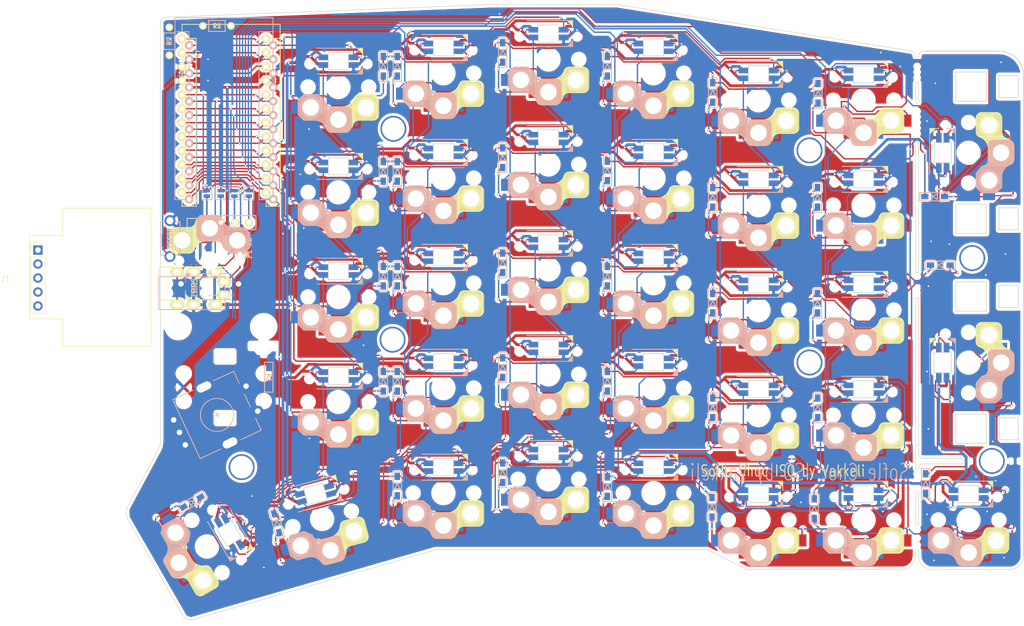
<source format=kicad_pcb>
(kicad_pcb (version 20171130) (host pcbnew 5.1.10-88a1d61d58~90~ubuntu20.04.1)
  (layers (0 F.Cu signal) (31 B.Cu signal) (34 B.Paste user hide) (35 F.Paste user hide) (36 B.SilkS user hide) (37 F.SilkS user) (38 B.Mask user hide) (39 F.Mask user) (44 Edge.Cuts user))
  (net 0 "")
  (net 1 "Net-(D1-Pad2)")
  (net 2 row4)
  (net 3 "Net-(D2-Pad2)")
  (net 4 "Net-(D3-Pad2)")
  (net 5 row0)
  (net 6 "Net-(D4-Pad2)")
  (net 7 row1)
  (net 8 "Net-(D5-Pad2)")
  (net 9 row2)
  (net 10 "Net-(D6-Pad2)")
  (net 11 row3)
  (net 12 "Net-(D7-Pad2)")
  (net 13 "Net-(D8-Pad2)")
  (net 14 "Net-(D9-Pad2)")
  (net 15 "Net-(D10-Pad2)")
  (net 16 "Net-(D11-Pad2)")
  (net 17 "Net-(D12-Pad2)")
  (net 18 "Net-(D13-Pad2)")
  (net 19 "Net-(D14-Pad2)")
  (net 20 "Net-(D15-Pad2)")
  (net 21 "Net-(D16-Pad2)")
  (net 22 "Net-(D17-Pad2)")
  (net 23 "Net-(D18-Pad2)")
  (net 24 "Net-(D19-Pad2)")
  (net 25 "Net-(D20-Pad2)")
  (net 26 "Net-(D21-Pad2)")
  (net 27 "Net-(D22-Pad2)")
  (net 28 "Net-(D23-Pad2)")
  (net 29 "Net-(D24-Pad2)")
  (net 30 "Net-(D26-Pad2)")
  (net 31 "Net-(D27-Pad2)")
  (net 32 "Net-(D28-Pad2)")
  (net 33 VCC)
  (net 34 GND)
  (net 35 col0)
  (net 36 col1)
  (net 37 col2)
  (net 38 col3)
  (net 39 col4)
  (net 40 SDA)
  (net 41 LED)
  (net 42 SCL)
  (net 43 RESET)
  (net 44 "Net-(D29-Pad2)")
  (net 45 "Net-(U1-Pad24)")
  (net 46 DATA)
  (net 47 "Net-(J3-Pad1)")
  (net 48 "Net-(J3-Pad2)")
  (net 49 "Net-(J3-Pad3)")
  (net 50 "Net-(J3-Pad4)")
  (net 51 "Net-(D30-Pad2)")
  (net 52 SW25B)
  (net 53 SW25A)
  (net 54 ENCB)
  (net 55 ENCA)
  (net 56 /i2c_c)
  (net 57 /i2c_d)
  (net 58 "Net-(SW1-Pad2)")
  (net 59 "Net-(SW2-Pad2)")
  (net 60 "Net-(SW3-Pad2)")
  (net 61 "Net-(SW12-Pad4)")
  (net 62 "Net-(SW13-Pad4)")
  (net 63 "Net-(SW10-Pad2)")
  (net 64 "Net-(SW10-Pad4)")
  (net 65 "Net-(SW11-Pad4)")
  (net 66 "Net-(SW13-Pad2)")
  (net 67 "Net-(SW14-Pad2)")
  (net 68 "Net-(SW15-Pad2)")
  (net 69 "Net-(SW17-Pad2)")
  (net 70 "Net-(SW19-Pad2)")
  (net 71 "Net-(SW26-Pad2)")
  (net 72 "Net-(SW29-Pad2)")
  (net 73 "Net-(SW14-Pad4)")
  (net 74 "Net-(SW15-Pad4)")
  (net 75 "Net-(SW11-Pad2)")
  (net 76 "Net-(SW12-Pad2)")
  (net 77 "Net-(SW21-Pad2)")
  (net 78 "Net-(SW23-Pad2)")
  (net 79 "Net-(SW2-Pad4)")
  (net 80 "Net-(SW20-Pad4)")
  (net 81 "Net-(SW27-Pad2)")
  (net 82 "Net-(SW4-Pad2)")
  (net 83 "Net-(SW16-Pad4)")
  (net 84 "Net-(SW18-Pad4)")
  (net 85 "Net-(SW22-Pad4)")
  (net 86 "Net-(SW31-Pad4)")
  (net 87 "Net-(SW24-Pad4)")
  (net 88 "Net-(SW31-Pad2)")
  (net 89 "Net-(D31-Pad2)")
  (net 90 col6)
  (net 91 "Net-(SW32-Pad2)")
  (net 92 "Net-(D32-Pad2)")
  (net 93 "Net-(SW33-Pad2)")
  (net 94 "Net-(D33-Pad2)")
  (net 95 "Net-(D34-Pad2)")
  (net 96 "Net-(D35-Pad2)")
  (net 97 "Net-(SW34-Pad4)")
  (net 98 "Net-(J1-Pad1)")
  (net 99 "Net-(J1-Pad2)")
  (net 100 "Net-(J1-Pad3)")
  (net 101 "Net-(J1-Pad4)")
  (net 102 "Net-(J1-Pad5)")
  (module SofleChoc:Choc_Hotswap_SK6812MiniE (layer F.Cu) (at 97.213121 81.524641)
    (fp_text reference SW32 hide)
    (fp_text value SW_PUSH_LED hide)
    (fp_line (start 1.8 3.149) (end -1.8 3.149) (layer Edge.Cuts) (width 0.12))
    (fp_line (start 1.8 6.249) (end 1.8 3.149) (layer Edge.Cuts) (width 0.12))
    (fp_line (start -1.8 6.249) (end 1.8 6.249) (layer Edge.Cuts) (width 0.12))
    (fp_line (start -1.8 3.149) (end -1.8 6.249) (layer Edge.Cuts) (width 0.12))
    (pad 1 smd rect (at 2.75 5.399) (size 1.7 1) (layers B.Cu B.Paste B.Mask) (net 33 VCC))
    (pad 4 smd rect (at -2.75 5.399) (size 1.7 1) (layers B.Cu B.Paste B.Mask) (net 88 "Net-(SW31-Pad2)"))
    (pad 2 smd rect (at 2.75 3.999) (size 1.7 1) (layers B.Cu B.Paste B.Mask) (net 91 "Net-(SW32-Pad2)"))
    (pad 3 smd rect (at -2.75 3.999) (size 1.7 1) (layers B.Cu B.Paste B.Mask) (net 34 GND))
    (pad 4 smd rect (at -2.75 3.999) (size 1.7 1) (layers F.Cu F.Paste F.Mask) (net 88 "Net-(SW31-Pad2)"))
    (pad 1 smd rect (at 2.75 3.999) (size 1.7 1) (layers F.Cu F.Paste F.Mask) (net 33 VCC))
    (pad 3 smd rect (at -2.75 5.399) (size 1.7 1) (layers F.Cu F.Paste F.Mask) (net 34 GND))
    (pad 2 smd rect (at 2.75 5.399) (size 1.7 1) (layers F.Cu F.Paste F.Mask) (net 91 "Net-(SW32-Pad2)"))
    (pad "" np_thru_hole circle (at -5.22 4.2) (size 1 1) (drill 1) (layers *.Cu *.Mask))
    (pad "" np_thru_hole circle (at 5.22 4.2) (size 1 1) (drill 1) (layers *.Cu *.Mask))
    (pad "" np_thru_hole circle (at -5 -3.7 90) (size 3 3) (drill 3) (layers *.Cu *.Mask))
    (pad 5 smd rect (at 2.8 -5.9) (size 1.6 2.2) (layers F.Cu F.Paste F.Mask) (net 92 "Net-(D32-Pad2)"))
    (pad 6 smd rect (at -7.9 -3.7) (size 1.6 2.2) (layers F.Cu F.Paste F.Mask) (net 90 col6) (clearance 0.5))
    (pad 6 smd rect (at 7.8 -3.7) (size 1.6 2.2) (layers B.Cu B.Paste B.Mask) (net 90 col6) (clearance 0.3))
    (pad 5 smd rect (at -2.8 -5.9) (size 1.6 2.2) (layers B.Cu B.Paste B.Mask) (net 92 "Net-(D32-Pad2)"))
    (pad "" np_thru_hole circle (at 5 -3.7 270) (size 3 3) (drill 3) (layers *.Cu *.Mask))
    (pad "" np_thru_hole circle (at 0 -5.9 270) (size 3 3) (drill 3) (layers *.Cu *.Mask))
    (pad "" np_thru_hole circle (at 0 0 270) (size 3.4 3.4) (drill 3.4) (layers *.Cu *.Mask))
    (pad "" np_thru_hole circle (at 5.5 0 270) (size 1.8 1.8) (drill 1.8) (layers *.Cu *.Mask))
    (pad "" np_thru_hole circle (at -5.5 0 270) (size 1.8 1.8) (drill 1.8) (layers *.Cu *.Mask))
  )
  (module Keebio-Parts:pimoroni_trackball (layer F.Cu) (at 66.058121 79.584641)
    (fp_text reference J1 (at -5.9 5.2 180) (layer F.SilkS))
    (fp_text value PimorioniTrackball)
    (pad "" np_thru_hole circle (at 7.05 14.7) (size 2 2) (drill 2) (layers *.Cu *.Mask))
    (pad "" np_thru_hole circle (at 17.95 14.7) (size 2 2) (drill 2) (layers *.Cu *.Mask))
    (pad "" np_thru_hole circle (at 17.95 -4.9) (size 2 2) (drill 2) (layers *.Cu *.Mask))
    (pad "" np_thru_hole circle (at 7.05 -4.9) (size 2 2) (drill 2) (layers *.Cu *.Mask))
    (pad 1 thru_hole rect (at 0 0) (size 1.7 1.7) (drill 1) (layers *.Cu *.Mask) (net 98 "Net-(J1-Pad1)"))
    (pad 2 thru_hole oval (at 0 2.54) (size 1.7 1.7) (drill 1) (layers *.Cu *.Mask) (net 99 "Net-(J1-Pad2)"))
    (pad 3 thru_hole oval (at 0 5.08) (size 1.7 1.7) (drill 1) (layers *.Cu *.Mask) (net 100 "Net-(J1-Pad3)"))
    (pad 4 thru_hole oval (at 0 7.62) (size 1.7 1.7) (drill 1) (layers *.Cu *.Mask) (net 101 "Net-(J1-Pad4)"))
    (pad 5 thru_hole oval (at 0 10.16) (size 1.7 1.7) (drill 1) (layers *.Cu *.Mask) (net 102 "Net-(J1-Pad5)"))
  )
  (module SofleKeyboard-footprint:RotaryEncoder_Alps_EC11E-Switch_Vertical_H20mm-keebio_modified (layer F.Cu) (at 98.52312 109.51664 25)
    (fp_text reference SW25 hide)
    (fp_text value Rotary_Encoder_Switch)
    (pad S1 thru_hole circle (at 7 2.5 25) (size 2 2) (drill 1) (layers *.Cu *.Mask) (net 53 SW25A))
    (pad S2 thru_hole circle (at 7 -2.5 25) (size 2 2) (drill 1) (layers *.Cu *.Mask) (net 52 SW25B))
    (pad MP thru_hole rect (at 0 5.6 25) (size 3.2 2) (drill oval 2.8 1.5) (layers *.Cu *.Mask))
    (pad MP thru_hole rect (at 0 -5.6 25) (size 3.2 2) (drill oval 2.8 1.5) (layers *.Cu *.Mask))
    (pad B thru_hole circle (at -7.5 2.5 25) (size 2 2) (drill 1) (layers *.Cu *.Mask) (net 54 ENCB))
    (pad C thru_hole circle (at -7.5 0 25) (size 2 2) (drill 1) (layers *.Cu *.Mask) (net 34 GND))
    (pad A thru_hole circle (at -7.5 -2.5 25) (size 2 2) (drill 1) (layers *.Cu *.Mask) (net 55 ENCA))
  )
  (module Keebio-Parts:breakaway-hole (layer F.Cu) (at 235.17512 118.15264)
    (fp_text reference REF** hide)
    (fp_text value breakaway-hole hide)
    (pad "" np_thru_hole circle (at 0 -0.254) (size 0.3937 0.3937) (drill 0.3937) (layers *.Cu *.Mask))
  )
  (module SofleChoc:Kailh-PG1350-2u-stab (layer F.Cu) (at 234.85 100.025 270)
    (fp_text reference STAB1)
    (fp_text value STAB hide)
    (fp_line (start 14 -5.5) (end 14 -9) (layer Edge.Cuts) (width 0.12))
    (fp_line (start 10 -9) (end 10 -5.5) (layer Edge.Cuts) (width 0.12))
    (fp_line (start 10 -5.5) (end 14 -5.5) (layer Edge.Cuts) (width 0.12))
    (fp_line (start 10 -9) (end 14 -9) (layer Edge.Cuts) (width 0.12))
    (fp_line (start 9.35 -3.2) (end 9.35 2.3) (layer Edge.Cuts) (width 0.12))
    (fp_line (start 14.65 2.3) (end 14.65 -3.2) (layer Edge.Cuts) (width 0.12))
    (fp_line (start 9.35 -3.2) (end 14.65 -3.2) (layer Edge.Cuts) (width 0.12))
    (fp_line (start 9.35 2.3) (end 14.65 2.3) (layer Edge.Cuts) (width 0.12))
    (fp_line (start -10 -5.5) (end -10 -9) (layer Edge.Cuts) (width 0.12))
    (fp_line (start -14 -9) (end -14 -5.5) (layer Edge.Cuts) (width 0.12))
    (fp_line (start -14 -5.5) (end -10 -5.5) (layer Edge.Cuts) (width 0.12))
    (fp_line (start -14 -9) (end -10 -9) (layer Edge.Cuts) (width 0.12))
    (fp_line (start -14.65 -3.2) (end -14.65 2.3) (layer Edge.Cuts) (width 0.12))
    (fp_line (start -9.35 2.3) (end -9.35 -3.2) (layer Edge.Cuts) (width 0.12))
    (fp_line (start -14.65 -3.2) (end -9.35 -3.2) (layer Edge.Cuts) (width 0.12))
    (fp_line (start -14.65 2.3) (end -9.35 2.3) (layer Edge.Cuts) (width 0.12))
  )
  (module Keebio-Parts:breakaway-hole (layer F.Cu) (at 242.54112 118.15264)
    (fp_text reference REF** hide)
    (fp_text value breakaway-hole hide)
    (pad "" np_thru_hole circle (at 0 -0.254) (size 0.3937 0.3937) (drill 0.3937) (layers *.Cu *.Mask))
  )
  (module Keebio-Parts:breakaway-hole (layer F.Cu) (at 244.06512 118.15264)
    (fp_text reference REF** hide)
    (fp_text value breakaway-hole hide)
    (pad "" np_thru_hole circle (at 0 -0.254) (size 0.3937 0.3937) (drill 0.3937) (layers *.Cu *.Mask))
  )
  (module SofleChoc:Choc_Hotswap_SK6812MiniE (layer F.Cu) (at 215.8 52.4 180)
    (fp_text reference SW6 hide)
    (fp_text value SW_PUSH_LED hide)
    (fp_line (start -1.8 3.149) (end -1.8 6.249) (layer Edge.Cuts) (width 0.12))
    (fp_line (start -1.8 6.249) (end 1.8 6.249) (layer Edge.Cuts) (width 0.12))
    (fp_line (start 1.8 6.249) (end 1.8 3.149) (layer Edge.Cuts) (width 0.12))
    (fp_line (start 1.8 3.149) (end -1.8 3.149) (layer Edge.Cuts) (width 0.12))
    (pad 1 smd rect (at 2.75 5.399 180) (size 1.7 1) (layers B.Cu B.Paste B.Mask) (net 33 VCC))
    (pad 4 smd rect (at -2.75 5.399 180) (size 1.7 1) (layers B.Cu B.Paste B.Mask) (net 76 "Net-(SW12-Pad2)"))
    (pad 2 smd rect (at 2.75 3.999 180) (size 1.7 1) (layers B.Cu B.Paste B.Mask) (net 86 "Net-(SW31-Pad4)"))
    (pad 3 smd rect (at -2.75 3.999 180) (size 1.7 1) (layers B.Cu B.Paste B.Mask) (net 34 GND))
    (pad 4 smd rect (at -2.75 3.999 180) (size 1.7 1) (layers F.Cu F.Paste F.Mask) (net 76 "Net-(SW12-Pad2)"))
    (pad 1 smd rect (at 2.75 3.999 180) (size 1.7 1) (layers F.Cu F.Paste F.Mask) (net 33 VCC))
    (pad 3 smd rect (at -2.75 5.399 180) (size 1.7 1) (layers F.Cu F.Paste F.Mask) (net 34 GND))
    (pad 2 smd rect (at 2.75 5.399 180) (size 1.7 1) (layers F.Cu F.Paste F.Mask) (net 86 "Net-(SW31-Pad4)"))
    (pad "" np_thru_hole circle (at -5.22 4.2 180) (size 1 1) (drill 1) (layers *.Cu *.Mask))
    (pad "" np_thru_hole circle (at 5.22 4.2 180) (size 1 1) (drill 1) (layers *.Cu *.Mask))
    (pad "" np_thru_hole circle (at -5 -3.7 270) (size 3 3) (drill 3) (layers *.Cu *.Mask))
    (pad 5 smd rect (at 2.8 -5.9 180) (size 1.6 2.2) (layers F.Cu F.Paste F.Mask) (net 10 "Net-(D6-Pad2)"))
    (pad 6 smd rect (at -7.9 -3.7 180) (size 1.6 2.2) (layers F.Cu F.Paste F.Mask) (net 35 col0) (clearance 0.5))
    (pad 6 smd rect (at 7.8 -3.7 180) (size 1.6 2.2) (layers B.Cu B.Paste B.Mask) (net 35 col0) (clearance 0.3))
    (pad 5 smd rect (at -2.8 -5.9 180) (size 1.6 2.2) (layers B.Cu B.Paste B.Mask) (net 10 "Net-(D6-Pad2)"))
    (pad "" np_thru_hole circle (at 5 -3.7 90) (size 3 3) (drill 3) (layers *.Cu *.Mask))
    (pad "" np_thru_hole circle (at 0 -5.9 90) (size 3 3) (drill 3) (layers *.Cu *.Mask))
    (pad "" np_thru_hole circle (at 0 0 90) (size 3.4 3.4) (drill 3.4) (layers *.Cu *.Mask))
    (pad "" np_thru_hole circle (at 5.5 0 90) (size 1.8 1.8) (drill 1.8) (layers *.Cu *.Mask))
    (pad "" np_thru_hole circle (at -5.5 0 90) (size 1.8 1.8) (drill 1.8) (layers *.Cu *.Mask))
  )
  (module Keebio-Parts:breakaway-hole (layer F.Cu) (at 225.52312 130.59864)
    (fp_text reference REF** hide)
    (fp_text value breakaway-hole hide)
    (pad "" np_thru_hole circle (at 0 -0.254) (size 0.3937 0.3937) (drill 0.3937) (layers *.Cu *.Mask))
  )
  (module Keebio-Parts:breakaway-hole (layer F.Cu) (at 225.52312 132.12264)
    (fp_text reference REF** hide)
    (fp_text value breakaway-hole hide)
    (pad "" np_thru_hole circle (at 0 -0.254) (size 0.3937 0.3937) (drill 0.3937) (layers *.Cu *.Mask))
  )
  (module Keebio-Parts:breakaway-hole (layer F.Cu) (at 225.52312 133.39264)
    (fp_text reference REF** hide)
    (fp_text value breakaway-hole hide)
    (pad "" np_thru_hole circle (at 0 -0.254) (size 0.3937 0.3937) (drill 0.3937) (layers *.Cu *.Mask))
  )
  (module Keebio-Parts:breakaway-hole (layer F.Cu) (at 225.52312 122.97864)
    (fp_text reference REF** hide)
    (fp_text value breakaway-hole hide)
    (pad "" np_thru_hole circle (at 0 -0.254) (size 0.3937 0.3937) (drill 0.3937) (layers *.Cu *.Mask))
  )
  (module Keebio-Parts:breakaway-hole (layer F.Cu) (at 225.52312 121.45464)
    (fp_text reference REF** hide)
    (fp_text value breakaway-hole hide)
    (pad "" np_thru_hole circle (at 0 -0.254) (size 0.3937 0.3937) (drill 0.3937) (layers *.Cu *.Mask))
  )
  (module Keebio-Parts:breakaway-hole (layer F.Cu) (at 225.52312 120.43864)
    (fp_text reference REF** hide)
    (fp_text value breakaway-hole hide)
    (pad "" np_thru_hole circle (at 0 -0.254) (size 0.3937 0.3937) (drill 0.3937) (layers *.Cu *.Mask))
  )
  (module Keebio-Parts:breakaway-hole (layer F.Cu) (at 225.52312 87.67264)
    (fp_text reference REF** hide)
    (fp_text value breakaway-hole hide)
    (pad "" np_thru_hole circle (at 0 -0.254) (size 0.3937 0.3937) (drill 0.3937) (layers *.Cu *.Mask))
  )
  (module Keebio-Parts:breakaway-hole (layer F.Cu) (at 225.52312 86.65664)
    (fp_text reference REF** hide)
    (fp_text value breakaway-hole hide)
    (pad "" np_thru_hole circle (at 0 -0.254) (size 0.3937 0.3937) (drill 0.3937) (layers *.Cu *.Mask))
  )
  (module Keebio-Parts:breakaway-hole (layer F.Cu) (at 225.52312 84.62464)
    (fp_text reference REF** hide)
    (fp_text value breakaway-hole hide)
    (pad "" np_thru_hole circle (at 0 -0.254) (size 0.3937 0.3937) (drill 0.3937) (layers *.Cu *.Mask))
  )
  (module Keebio-Parts:breakaway-hole (layer F.Cu) (at 225.52312 54.65264)
    (fp_text reference REF** hide)
    (fp_text value breakaway-hole hide)
    (pad "" np_thru_hole circle (at 0 -0.254) (size 0.3937 0.3937) (drill 0.3937) (layers *.Cu *.Mask))
  )
  (module Keebio-Parts:breakaway-hole (layer F.Cu) (at 225.52312 55.66864)
    (fp_text reference REF** hide)
    (fp_text value breakaway-hole hide)
    (pad "" np_thru_hole circle (at 0 -0.254) (size 0.3937 0.3937) (drill 0.3937) (layers *.Cu *.Mask))
  )
  (module Keebio-Parts:breakaway-hole (layer F.Cu) (at 225.52312 56.68464)
    (fp_text reference REF** hide)
    (fp_text value breakaway-hole hide)
    (pad "" np_thru_hole circle (at 0 -0.254) (size 0.3937 0.3937) (drill 0.3937) (layers *.Cu *.Mask))
  )
  (module Keebio-Parts:breakaway-hole (layer F.Cu) (at 225.52312 57.70064)
    (fp_text reference REF** hide)
    (fp_text value breakaway-hole hide)
    (pad "" np_thru_hole circle (at 0 -0.254) (size 0.3937 0.3937) (drill 0.3937) (layers *.Cu *.Mask))
  )
  (module Keebio-Parts:breakaway-hole (layer F.Cu) (at 225.52312 58.71664)
    (fp_text reference REF** hide)
    (fp_text value breakaway-hole hide)
    (pad "" np_thru_hole circle (at 0 -0.254) (size 0.3937 0.3937) (drill 0.3937) (layers *.Cu *.Mask))
  )
  (module Keebio-Parts:breakaway-hole (layer F.Cu) (at 225.52312 48.55664)
    (fp_text reference REF** hide)
    (fp_text value breakaway-hole hide)
    (pad "" np_thru_hole circle (at 0 -0.254) (size 0.3937 0.3937) (drill 0.3937) (layers *.Cu *.Mask))
  )
  (module Keebio-Parts:breakaway-hole (layer F.Cu) (at 225.52312 47.54064)
    (fp_text reference REF** hide)
    (fp_text value breakaway-hole hide)
    (pad "" np_thru_hole circle (at 0 -0.254) (size 0.3937 0.3937) (drill 0.3937) (layers *.Cu *.Mask))
  )
  (module Keebio-Parts:breakaway-hole (layer F.Cu) (at 225.52312 46.52464)
    (fp_text reference REF** hide)
    (fp_text value breakaway-hole hide)
    (pad "" np_thru_hole circle (at 0 -0.254) (size 0.3937 0.3937) (drill 0.3937) (layers *.Cu *.Mask))
  )
  (module SofleChoc:Kailh-PG1350-2u-stab (layer F.Cu) (at 234.85 61.925 270)
    (fp_text reference STAB2)
    (fp_text value STAB hide)
    (fp_line (start 14 -5.5) (end 14 -9) (layer Edge.Cuts) (width 0.12))
    (fp_line (start 10 -9) (end 10 -5.5) (layer Edge.Cuts) (width 0.12))
    (fp_line (start 10 -5.5) (end 14 -5.5) (layer Edge.Cuts) (width 0.12))
    (fp_line (start 10 -9) (end 14 -9) (layer Edge.Cuts) (width 0.12))
    (fp_line (start 9.35 -3.2) (end 9.35 2.3) (layer Edge.Cuts) (width 0.12))
    (fp_line (start 14.65 2.3) (end 14.65 -3.2) (layer Edge.Cuts) (width 0.12))
    (fp_line (start 9.35 -3.2) (end 14.65 -3.2) (layer Edge.Cuts) (width 0.12))
    (fp_line (start 9.35 2.3) (end 14.65 2.3) (layer Edge.Cuts) (width 0.12))
    (fp_line (start -10 -5.5) (end -10 -9) (layer Edge.Cuts) (width 0.12))
    (fp_line (start -14 -9) (end -14 -5.5) (layer Edge.Cuts) (width 0.12))
    (fp_line (start -14 -5.5) (end -10 -5.5) (layer Edge.Cuts) (width 0.12))
    (fp_line (start -14 -9) (end -10 -9) (layer Edge.Cuts) (width 0.12))
    (fp_line (start -14.65 -3.2) (end -14.65 2.3) (layer Edge.Cuts) (width 0.12))
    (fp_line (start -9.35 2.3) (end -9.35 -3.2) (layer Edge.Cuts) (width 0.12))
    (fp_line (start -14.65 -3.2) (end -9.35 -3.2) (layer Edge.Cuts) (width 0.12))
    (fp_line (start -14.65 2.3) (end -9.35 2.3) (layer Edge.Cuts) (width 0.12))
  )
  (module SofleChoc:Choc_Hotswap_SK6812MiniE (layer F.Cu) (at 234.85 61.925 270)
    (fp_text reference SW31 hide)
    (fp_text value SW_PUSH_LED hide)
    (fp_line (start 1.8 3.149) (end -1.8 3.149) (layer Edge.Cuts) (width 0.12))
    (fp_line (start 1.8 6.249) (end 1.8 3.149) (layer Edge.Cuts) (width 0.12))
    (fp_line (start -1.8 6.249) (end 1.8 6.249) (layer Edge.Cuts) (width 0.12))
    (fp_line (start -1.8 3.149) (end -1.8 6.249) (layer Edge.Cuts) (width 0.12))
    (pad 1 smd rect (at 2.75 5.399 270) (size 1.7 1) (layers B.Cu B.Paste B.Mask) (net 33 VCC))
    (pad 4 smd rect (at -2.75 5.399 270) (size 1.7 1) (layers B.Cu B.Paste B.Mask) (net 86 "Net-(SW31-Pad4)"))
    (pad 2 smd rect (at 2.75 3.999 270) (size 1.7 1) (layers B.Cu B.Paste B.Mask) (net 88 "Net-(SW31-Pad2)"))
    (pad 3 smd rect (at -2.75 3.999 270) (size 1.7 1) (layers B.Cu B.Paste B.Mask) (net 34 GND))
    (pad 4 smd rect (at -2.75 3.999 270) (size 1.7 1) (layers F.Cu F.Paste F.Mask) (net 86 "Net-(SW31-Pad4)"))
    (pad 1 smd rect (at 2.75 3.999 270) (size 1.7 1) (layers F.Cu F.Paste F.Mask) (net 33 VCC))
    (pad 3 smd rect (at -2.75 5.399 270) (size 1.7 1) (layers F.Cu F.Paste F.Mask) (net 34 GND))
    (pad 2 smd rect (at 2.75 5.399 270) (size 1.7 1) (layers F.Cu F.Paste F.Mask) (net 88 "Net-(SW31-Pad2)"))
    (pad "" np_thru_hole circle (at -5.22 4.2 270) (size 1 1) (drill 1) (layers *.Cu *.Mask))
    (pad "" np_thru_hole circle (at 5.22 4.2 270) (size 1 1) (drill 1) (layers *.Cu *.Mask))
    (pad "" np_thru_hole circle (at -5 -3.7) (size 3 3) (drill 3) (layers *.Cu *.Mask))
    (pad 5 smd rect (at 2.8 -5.9 270) (size 1.6 2.2) (layers F.Cu F.Paste F.Mask) (net 89 "Net-(D31-Pad2)"))
    (pad 6 smd rect (at -7.9 -3.7 270) (size 1.6 2.2) (layers F.Cu F.Paste F.Mask) (net 90 col6) (clearance 0.5))
    (pad 6 smd rect (at 7.8 -3.7 270) (size 1.6 2.2) (layers B.Cu B.Paste B.Mask) (net 90 col6) (clearance 0.3))
    (pad 5 smd rect (at -2.8 -5.9 270) (size 1.6 2.2) (layers B.Cu B.Paste B.Mask) (net 89 "Net-(D31-Pad2)"))
    (pad "" np_thru_hole circle (at 5 -3.7 180) (size 3 3) (drill 3) (layers *.Cu *.Mask))
    (pad "" np_thru_hole circle (at 0 -5.9 180) (size 3 3) (drill 3) (layers *.Cu *.Mask))
    (pad "" np_thru_hole circle (at 0 0 180) (size 3.4 3.4) (drill 3.4) (layers *.Cu *.Mask))
    (pad "" np_thru_hole circle (at 5.5 0 180) (size 1.8 1.8) (drill 1.8) (layers *.Cu *.Mask))
    (pad "" np_thru_hole circle (at -5.5 0 180) (size 1.8 1.8) (drill 1.8) (layers *.Cu *.Mask))
  )
  (module SofleChoc:Choc_Hotswap_SK6812MiniE (layer F.Cu) (at 196.75 109.55 180)
    (fp_text reference SW23 hide)
    (fp_text value SW_PUSH_LED hide)
    (fp_line (start -1.8 3.149) (end -1.8 6.249) (layer Edge.Cuts) (width 0.12))
    (fp_line (start -1.8 6.249) (end 1.8 6.249) (layer Edge.Cuts) (width 0.12))
    (fp_line (start 1.8 6.249) (end 1.8 3.149) (layer Edge.Cuts) (width 0.12))
    (fp_line (start 1.8 3.149) (end -1.8 3.149) (layer Edge.Cuts) (width 0.12))
    (pad 1 smd rect (at 2.75 5.399 180) (size 1.7 1) (layers B.Cu B.Paste B.Mask) (net 33 VCC))
    (pad 4 smd rect (at -2.75 5.399 180) (size 1.7 1) (layers B.Cu B.Paste B.Mask) (net 69 "Net-(SW17-Pad2)"))
    (pad 2 smd rect (at 2.75 3.999 180) (size 1.7 1) (layers B.Cu B.Paste B.Mask) (net 78 "Net-(SW23-Pad2)"))
    (pad 3 smd rect (at -2.75 3.999 180) (size 1.7 1) (layers B.Cu B.Paste B.Mask) (net 34 GND))
    (pad 4 smd rect (at -2.75 3.999 180) (size 1.7 1) (layers F.Cu F.Paste F.Mask) (net 69 "Net-(SW17-Pad2)"))
    (pad 1 smd rect (at 2.75 3.999 180) (size 1.7 1) (layers F.Cu F.Paste F.Mask) (net 33 VCC))
    (pad 3 smd rect (at -2.75 5.399 180) (size 1.7 1) (layers F.Cu F.Paste F.Mask) (net 34 GND))
    (pad 2 smd rect (at 2.75 5.399 180) (size 1.7 1) (layers F.Cu F.Paste F.Mask) (net 78 "Net-(SW23-Pad2)"))
    (pad "" np_thru_hole circle (at -5.22 4.2 180) (size 1 1) (drill 1) (layers *.Cu *.Mask))
    (pad "" np_thru_hole circle (at 5.22 4.2 180) (size 1 1) (drill 1) (layers *.Cu *.Mask))
    (pad "" np_thru_hole circle (at -5 -3.7 270) (size 3 3) (drill 3) (layers *.Cu *.Mask))
    (pad 5 smd rect (at 2.8 -5.9 180) (size 1.6 2.2) (layers F.Cu F.Paste F.Mask) (net 28 "Net-(D23-Pad2)"))
    (pad 6 smd rect (at -7.9 -3.7 180) (size 1.6 2.2) (layers F.Cu F.Paste F.Mask) (net 36 col1) (clearance 0.5))
    (pad 6 smd rect (at 7.8 -3.7 180) (size 1.6 2.2) (layers B.Cu B.Paste B.Mask) (net 36 col1) (clearance 0.3))
    (pad 5 smd rect (at -2.8 -5.9 180) (size 1.6 2.2) (layers B.Cu B.Paste B.Mask) (net 28 "Net-(D23-Pad2)"))
    (pad "" np_thru_hole circle (at 5 -3.7 90) (size 3 3) (drill 3) (layers *.Cu *.Mask))
    (pad "" np_thru_hole circle (at 0 -5.9 90) (size 3 3) (drill 3) (layers *.Cu *.Mask))
    (pad "" np_thru_hole circle (at 0 0 90) (size 3.4 3.4) (drill 3.4) (layers *.Cu *.Mask))
    (pad "" np_thru_hole circle (at 5.5 0 90) (size 1.8 1.8) (drill 1.8) (layers *.Cu *.Mask))
    (pad "" np_thru_hole circle (at -5.5 0 90) (size 1.8 1.8) (drill 1.8) (layers *.Cu *.Mask))
  )
  (module SofleChoc:Choc_Hotswap_SK6812MiniE (layer F.Cu) (at 215.8 109.55 180)
    (fp_text reference SW24 hide)
    (fp_text value SW_PUSH_LED hide)
    (fp_line (start -1.8 3.149) (end -1.8 6.249) (layer Edge.Cuts) (width 0.12))
    (fp_line (start -1.8 6.249) (end 1.8 6.249) (layer Edge.Cuts) (width 0.12))
    (fp_line (start 1.8 6.249) (end 1.8 3.149) (layer Edge.Cuts) (width 0.12))
    (fp_line (start 1.8 3.149) (end -1.8 3.149) (layer Edge.Cuts) (width 0.12))
    (pad 1 smd rect (at 2.75 5.399 180) (size 1.7 1) (layers B.Cu B.Paste B.Mask) (net 33 VCC))
    (pad 4 smd rect (at -2.75 5.399 180) (size 1.7 1) (layers B.Cu B.Paste B.Mask) (net 87 "Net-(SW24-Pad4)"))
    (pad 2 smd rect (at 2.75 3.999 180) (size 1.7 1) (layers B.Cu B.Paste B.Mask) (net 84 "Net-(SW18-Pad4)"))
    (pad 3 smd rect (at -2.75 3.999 180) (size 1.7 1) (layers B.Cu B.Paste B.Mask) (net 34 GND))
    (pad 4 smd rect (at -2.75 3.999 180) (size 1.7 1) (layers F.Cu F.Paste F.Mask) (net 87 "Net-(SW24-Pad4)"))
    (pad 1 smd rect (at 2.75 3.999 180) (size 1.7 1) (layers F.Cu F.Paste F.Mask) (net 33 VCC))
    (pad 3 smd rect (at -2.75 5.399 180) (size 1.7 1) (layers F.Cu F.Paste F.Mask) (net 34 GND))
    (pad 2 smd rect (at 2.75 5.399 180) (size 1.7 1) (layers F.Cu F.Paste F.Mask) (net 84 "Net-(SW18-Pad4)"))
    (pad "" np_thru_hole circle (at -5.22 4.2 180) (size 1 1) (drill 1) (layers *.Cu *.Mask))
    (pad "" np_thru_hole circle (at 5.22 4.2 180) (size 1 1) (drill 1) (layers *.Cu *.Mask))
    (pad "" np_thru_hole circle (at -5 -3.7 270) (size 3 3) (drill 3) (layers *.Cu *.Mask))
    (pad 5 smd rect (at 2.8 -5.9 180) (size 1.6 2.2) (layers F.Cu F.Paste F.Mask) (net 29 "Net-(D24-Pad2)"))
    (pad 6 smd rect (at -7.9 -3.7 180) (size 1.6 2.2) (layers F.Cu F.Paste F.Mask) (net 35 col0) (clearance 0.5))
    (pad 6 smd rect (at 7.8 -3.7 180) (size 1.6 2.2) (layers B.Cu B.Paste B.Mask) (net 35 col0) (clearance 0.3))
    (pad 5 smd rect (at -2.8 -5.9 180) (size 1.6 2.2) (layers B.Cu B.Paste B.Mask) (net 29 "Net-(D24-Pad2)"))
    (pad "" np_thru_hole circle (at 5 -3.7 90) (size 3 3) (drill 3) (layers *.Cu *.Mask))
    (pad "" np_thru_hole circle (at 0 -5.9 90) (size 3 3) (drill 3) (layers *.Cu *.Mask))
    (pad "" np_thru_hole circle (at 0 0 90) (size 3.4 3.4) (drill 3.4) (layers *.Cu *.Mask))
    (pad "" np_thru_hole circle (at 5.5 0 90) (size 1.8 1.8) (drill 1.8) (layers *.Cu *.Mask))
    (pad "" np_thru_hole circle (at -5.5 0 90) (size 1.8 1.8) (drill 1.8) (layers *.Cu *.Mask))
  )
  (module SofleChoc:Choc_Hotswap_SK6812MiniE (layer F.Cu) (at 215.8 128.6 180)
    (fp_text reference SW34 hide)
    (fp_text value SW_PUSH_LED hide)
    (fp_line (start 1.8 3.149) (end -1.8 3.149) (layer Edge.Cuts) (width 0.12))
    (fp_line (start 1.8 6.249) (end 1.8 3.149) (layer Edge.Cuts) (width 0.12))
    (fp_line (start -1.8 6.249) (end 1.8 6.249) (layer Edge.Cuts) (width 0.12))
    (fp_line (start -1.8 3.149) (end -1.8 6.249) (layer Edge.Cuts) (width 0.12))
    (pad 1 smd rect (at 2.75 5.399 180) (size 1.7 1) (layers B.Cu B.Paste B.Mask) (net 33 VCC))
    (pad 4 smd rect (at -2.75 5.399 180) (size 1.7 1) (layers B.Cu B.Paste B.Mask) (net 97 "Net-(SW34-Pad4)"))
    (pad 2 smd rect (at 2.75 3.999 180) (size 1.7 1) (layers B.Cu B.Paste B.Mask) (net 87 "Net-(SW24-Pad4)"))
    (pad 3 smd rect (at -2.75 3.999 180) (size 1.7 1) (layers B.Cu B.Paste B.Mask) (net 34 GND))
    (pad 4 smd rect (at -2.75 3.999 180) (size 1.7 1) (layers F.Cu F.Paste F.Mask) (net 97 "Net-(SW34-Pad4)"))
    (pad 1 smd rect (at 2.75 3.999 180) (size 1.7 1) (layers F.Cu F.Paste F.Mask) (net 33 VCC))
    (pad 3 smd rect (at -2.75 5.399 180) (size 1.7 1) (layers F.Cu F.Paste F.Mask) (net 34 GND))
    (pad 2 smd rect (at 2.75 5.399 180) (size 1.7 1) (layers F.Cu F.Paste F.Mask) (net 87 "Net-(SW24-Pad4)"))
    (pad "" np_thru_hole circle (at -5.22 4.2 180) (size 1 1) (drill 1) (layers *.Cu *.Mask))
    (pad "" np_thru_hole circle (at 5.22 4.2 180) (size 1 1) (drill 1) (layers *.Cu *.Mask))
    (pad "" np_thru_hole circle (at -5 -3.7 270) (size 3 3) (drill 3) (layers *.Cu *.Mask))
    (pad 5 smd rect (at 2.8 -5.9 180) (size 1.6 2.2) (layers F.Cu F.Paste F.Mask) (net 95 "Net-(D34-Pad2)"))
    (pad 6 smd rect (at -7.9 -3.7 180) (size 1.6 2.2) (layers F.Cu F.Paste F.Mask) (net 90 col6) (clearance 0.5))
    (pad 6 smd rect (at 7.8 -3.7 180) (size 1.6 2.2) (layers B.Cu B.Paste B.Mask) (net 90 col6) (clearance 0.3))
    (pad 5 smd rect (at -2.8 -5.9 180) (size 1.6 2.2) (layers B.Cu B.Paste B.Mask) (net 95 "Net-(D34-Pad2)"))
    (pad "" np_thru_hole circle (at 5 -3.7 90) (size 3 3) (drill 3) (layers *.Cu *.Mask))
    (pad "" np_thru_hole circle (at 0 -5.9 90) (size 3 3) (drill 3) (layers *.Cu *.Mask))
    (pad "" np_thru_hole circle (at 0 0 90) (size 3.4 3.4) (drill 3.4) (layers *.Cu *.Mask))
    (pad "" np_thru_hole circle (at 5.5 0 90) (size 1.8 1.8) (drill 1.8) (layers *.Cu *.Mask))
    (pad "" np_thru_hole circle (at -5.5 0 90) (size 1.8 1.8) (drill 1.8) (layers *.Cu *.Mask))
  )
  (module Diode_SMD:crkbd-diode (layer F.Cu) (at 188.31212 126.28064 270)
    (fp_text reference D35 hide)
    (fp_text value D hide)
    (pad 1 smd rect (at -1.775 0 270) (size 1.3 0.95) (layers F.Cu F.Paste F.Mask) (net 2 row4))
    (pad 2 smd rect (at 1.775 0 270) (size 1.3 0.95) (layers B.Cu B.Paste B.Mask) (net 96 "Net-(D35-Pad2)"))
    (pad 1 smd rect (at -1.775 0 270) (size 1.3 0.95) (layers B.Cu B.Paste B.Mask) (net 2 row4))
    (pad 2 smd rect (at 1.775 0 270) (size 1.3 0.95) (layers F.Cu F.Paste F.Mask) (net 96 "Net-(D35-Pad2)"))
  )
  (module Diode_SMD:crkbd-diode (layer F.Cu) (at 206.85412 126.53464 270)
    (fp_text reference D34 hide)
    (fp_text value D hide)
    (pad 1 smd rect (at -1.775 0 270) (size 1.3 0.95) (layers F.Cu F.Paste F.Mask) (net 11 row3))
    (pad 2 smd rect (at 1.775 0 270) (size 1.3 0.95) (layers B.Cu B.Paste B.Mask) (net 95 "Net-(D34-Pad2)"))
    (pad 1 smd rect (at -1.775 0 270) (size 1.3 0.95) (layers B.Cu B.Paste B.Mask) (net 11 row3))
    (pad 2 smd rect (at 1.775 0 270) (size 1.3 0.95) (layers F.Cu F.Paste F.Mask) (net 95 "Net-(D34-Pad2)"))
  )
  (module Diode_SMD:crkbd-diode (layer F.Cu) (at 227.04712 121.96264 270)
    (fp_text reference D33 hide)
    (fp_text value D hide)
    (pad 1 smd rect (at -1.775 0 270) (size 1.3 0.95) (layers F.Cu F.Paste F.Mask) (net 9 row2))
    (pad 2 smd rect (at 1.775 0 270) (size 1.3 0.95) (layers B.Cu B.Paste B.Mask) (net 94 "Net-(D33-Pad2)"))
    (pad 1 smd rect (at -1.775 0 270) (size 1.3 0.95) (layers B.Cu B.Paste B.Mask) (net 9 row2))
    (pad 2 smd rect (at 1.775 0 270) (size 1.3 0.95) (layers F.Cu F.Paste F.Mask) (net 94 "Net-(D33-Pad2)"))
  )
  (module Diode_SMD:crkbd-diode (layer F.Cu) (at 229.71412 82.33864)
    (fp_text reference D32 hide)
    (fp_text value D hide)
    (pad 1 smd rect (at -1.775 0) (size 1.3 0.95) (layers F.Cu F.Paste F.Mask) (net 7 row1))
    (pad 2 smd rect (at 1.775 0) (size 1.3 0.95) (layers B.Cu B.Paste B.Mask) (net 92 "Net-(D32-Pad2)"))
    (pad 1 smd rect (at -1.775 0) (size 1.3 0.95) (layers B.Cu B.Paste B.Mask) (net 7 row1))
    (pad 2 smd rect (at 1.775 0) (size 1.3 0.95) (layers F.Cu F.Paste F.Mask) (net 92 "Net-(D32-Pad2)"))
  )
  (module Diode_SMD:crkbd-diode (layer F.Cu) (at 228.69812 69.89264)
    (fp_text reference D31 hide)
    (fp_text value D hide)
    (pad 1 smd rect (at -1.775 0) (size 1.3 0.95) (layers F.Cu F.Paste F.Mask) (net 5 row0))
    (pad 2 smd rect (at 1.775 0) (size 1.3 0.95) (layers B.Cu B.Paste B.Mask) (net 89 "Net-(D31-Pad2)"))
    (pad 1 smd rect (at -1.775 0) (size 1.3 0.95) (layers B.Cu B.Paste B.Mask) (net 5 row0))
    (pad 2 smd rect (at 1.775 0) (size 1.3 0.95) (layers F.Cu F.Paste F.Mask) (net 89 "Net-(D31-Pad2)"))
  )
  (module SofleKeyboard-footprint:HOLE_M2_TH (layer F.Cu) (at 235.68312 81.06864)
    (fp_text reference TH6 hide)
    (fp_text value HOLE hide)
    (pad "" thru_hole circle (at -0.175 -0.025 90) (size 4.7 4.7) (drill 4.1) (layers *.Cu *.Mask Dwgs.User) (clearance 0.3))
  )
  (module SofleKeyboard-footprint:HOLE_M2_TH (layer F.Cu) (at 239.23912 117.89864)
    (fp_text reference TH6 hide)
    (fp_text value HOLE hide)
    (pad "" thru_hole circle (at -0.175 -0.025 90) (size 4.7 4.7) (drill 4.1) (layers *.Cu *.Mask Dwgs.User) (clearance 0.3))
  )
  (module SofleChoc:Choc_Hotswap_SK6812MiniE (layer F.Cu) (at 196.75 128.6 180)
    (fp_text reference SW35 hide)
    (fp_text value SW_PUSH_LED hide)
    (fp_line (start 1.8 3.149) (end -1.8 3.149) (layer Edge.Cuts) (width 0.12))
    (fp_line (start 1.8 6.249) (end 1.8 3.149) (layer Edge.Cuts) (width 0.12))
    (fp_line (start -1.8 6.249) (end 1.8 6.249) (layer Edge.Cuts) (width 0.12))
    (fp_line (start -1.8 3.149) (end -1.8 6.249) (layer Edge.Cuts) (width 0.12))
    (pad 1 smd rect (at 2.75 5.399 180) (size 1.7 1) (layers B.Cu B.Paste B.Mask) (net 33 VCC))
    (pad 4 smd rect (at -2.75 5.399 180) (size 1.7 1) (layers B.Cu B.Paste B.Mask) (net 78 "Net-(SW23-Pad2)"))
    (pad 2 smd rect (at 2.75 3.999 180) (size 1.7 1) (layers B.Cu B.Paste B.Mask) (net 97 "Net-(SW34-Pad4)"))
    (pad 3 smd rect (at -2.75 3.999 180) (size 1.7 1) (layers B.Cu B.Paste B.Mask) (net 34 GND))
    (pad 4 smd rect (at -2.75 3.999 180) (size 1.7 1) (layers F.Cu F.Paste F.Mask) (net 78 "Net-(SW23-Pad2)"))
    (pad 1 smd rect (at 2.75 3.999 180) (size 1.7 1) (layers F.Cu F.Paste F.Mask) (net 33 VCC))
    (pad 3 smd rect (at -2.75 5.399 180) (size 1.7 1) (layers F.Cu F.Paste F.Mask) (net 34 GND))
    (pad 2 smd rect (at 2.75 5.399 180) (size 1.7 1) (layers F.Cu F.Paste F.Mask) (net 97 "Net-(SW34-Pad4)"))
    (pad "" np_thru_hole circle (at -5.22 4.2 180) (size 1 1) (drill 1) (layers *.Cu *.Mask))
    (pad "" np_thru_hole circle (at 5.22 4.2 180) (size 1 1) (drill 1) (layers *.Cu *.Mask))
    (pad "" np_thru_hole circle (at -5 -3.7 270) (size 3 3) (drill 3) (layers *.Cu *.Mask))
    (pad 5 smd rect (at 2.8 -5.9 180) (size 1.6 2.2) (layers F.Cu F.Paste F.Mask) (net 96 "Net-(D35-Pad2)"))
    (pad 6 smd rect (at -7.9 -3.7 180) (size 1.6 2.2) (layers F.Cu F.Paste F.Mask) (net 90 col6) (clearance 0.5))
    (pad 6 smd rect (at 7.8 -3.7 180) (size 1.6 2.2) (layers B.Cu B.Paste B.Mask) (net 90 col6) (clearance 0.3))
    (pad 5 smd rect (at -2.8 -5.9 180) (size 1.6 2.2) (layers B.Cu B.Paste B.Mask) (net 96 "Net-(D35-Pad2)"))
    (pad "" np_thru_hole circle (at 5 -3.7 90) (size 3 3) (drill 3) (layers *.Cu *.Mask))
    (pad "" np_thru_hole circle (at 0 -5.9 90) (size 3 3) (drill 3) (layers *.Cu *.Mask))
    (pad "" np_thru_hole circle (at 0 0 90) (size 3.4 3.4) (drill 3.4) (layers *.Cu *.Mask))
    (pad "" np_thru_hole circle (at 5.5 0 90) (size 1.8 1.8) (drill 1.8) (layers *.Cu *.Mask))
    (pad "" np_thru_hole circle (at -5.5 0 90) (size 1.8 1.8) (drill 1.8) (layers *.Cu *.Mask))
  )
  (module SofleChoc:Choc_Hotswap_SK6812MiniE (layer F.Cu) (at 234.85 128.6 180)
    (fp_text reference SW33 hide)
    (fp_text value SW_PUSH_LED hide)
    (fp_line (start 1.8 3.149) (end -1.8 3.149) (layer Edge.Cuts) (width 0.12))
    (fp_line (start 1.8 6.249) (end 1.8 3.149) (layer Edge.Cuts) (width 0.12))
    (fp_line (start -1.8 6.249) (end 1.8 6.249) (layer Edge.Cuts) (width 0.12))
    (fp_line (start -1.8 3.149) (end -1.8 6.249) (layer Edge.Cuts) (width 0.12))
    (pad 1 smd rect (at 2.75 5.399 180) (size 1.7 1) (layers B.Cu B.Paste B.Mask) (net 33 VCC))
    (pad 4 smd rect (at -2.75 5.399 180) (size 1.7 1) (layers B.Cu B.Paste B.Mask) (net 91 "Net-(SW32-Pad2)"))
    (pad 2 smd rect (at 2.75 3.999 180) (size 1.7 1) (layers B.Cu B.Paste B.Mask) (net 93 "Net-(SW33-Pad2)"))
    (pad 3 smd rect (at -2.75 3.999 180) (size 1.7 1) (layers B.Cu B.Paste B.Mask) (net 34 GND))
    (pad 4 smd rect (at -2.75 3.999 180) (size 1.7 1) (layers F.Cu F.Paste F.Mask) (net 91 "Net-(SW32-Pad2)"))
    (pad 1 smd rect (at 2.75 3.999 180) (size 1.7 1) (layers F.Cu F.Paste F.Mask) (net 33 VCC))
    (pad 3 smd rect (at -2.75 5.399 180) (size 1.7 1) (layers F.Cu F.Paste F.Mask) (net 34 GND))
    (pad 2 smd rect (at 2.75 5.399 180) (size 1.7 1) (layers F.Cu F.Paste F.Mask) (net 93 "Net-(SW33-Pad2)"))
    (pad "" np_thru_hole circle (at -5.22 4.2 180) (size 1 1) (drill 1) (layers *.Cu *.Mask))
    (pad "" np_thru_hole circle (at 5.22 4.2 180) (size 1 1) (drill 1) (layers *.Cu *.Mask))
    (pad "" np_thru_hole circle (at -5 -3.7 270) (size 3 3) (drill 3) (layers *.Cu *.Mask))
    (pad 5 smd rect (at 2.8 -5.9 180) (size 1.6 2.2) (layers F.Cu F.Paste F.Mask) (net 94 "Net-(D33-Pad2)"))
    (pad 6 smd rect (at -7.9 -3.7 180) (size 1.6 2.2) (layers F.Cu F.Paste F.Mask) (net 90 col6) (clearance 0.5))
    (pad 6 smd rect (at 7.8 -3.7 180) (size 1.6 2.2) (layers B.Cu B.Paste B.Mask) (net 90 col6) (clearance 0.3))
    (pad 5 smd rect (at -2.8 -5.9 180) (size 1.6 2.2) (layers B.Cu B.Paste B.Mask) (net 94 "Net-(D33-Pad2)"))
    (pad "" np_thru_hole circle (at 5 -3.7 90) (size 3 3) (drill 3) (layers *.Cu *.Mask))
    (pad "" np_thru_hole circle (at 0 -5.9 90) (size 3 3) (drill 3) (layers *.Cu *.Mask))
    (pad "" np_thru_hole circle (at 0 0 90) (size 3.4 3.4) (drill 3.4) (layers *.Cu *.Mask))
    (pad "" np_thru_hole circle (at 5.5 0 90) (size 1.8 1.8) (drill 1.8) (layers *.Cu *.Mask))
    (pad "" np_thru_hole circle (at -5.5 0 90) (size 1.8 1.8) (drill 1.8) (layers *.Cu *.Mask))
  )
  (module SofleChoc:Choc_Hotswap_SK6812MiniE (layer F.Cu) (at 234.85 100.025 270)
    (fp_text reference SW32 hide)
    (fp_text value SW_PUSH_LED hide)
    (fp_line (start 1.8 3.149) (end -1.8 3.149) (layer Edge.Cuts) (width 0.12))
    (fp_line (start 1.8 6.249) (end 1.8 3.149) (layer Edge.Cuts) (width 0.12))
    (fp_line (start -1.8 6.249) (end 1.8 6.249) (layer Edge.Cuts) (width 0.12))
    (fp_line (start -1.8 3.149) (end -1.8 6.249) (layer Edge.Cuts) (width 0.12))
    (pad 1 smd rect (at 2.75 5.399 270) (size 1.7 1) (layers B.Cu B.Paste B.Mask) (net 33 VCC))
    (pad 4 smd rect (at -2.75 5.399 270) (size 1.7 1) (layers B.Cu B.Paste B.Mask) (net 88 "Net-(SW31-Pad2)"))
    (pad 2 smd rect (at 2.75 3.999 270) (size 1.7 1) (layers B.Cu B.Paste B.Mask) (net 91 "Net-(SW32-Pad2)"))
    (pad 3 smd rect (at -2.75 3.999 270) (size 1.7 1) (layers B.Cu B.Paste B.Mask) (net 34 GND))
    (pad 4 smd rect (at -2.75 3.999 270) (size 1.7 1) (layers F.Cu F.Paste F.Mask) (net 88 "Net-(SW31-Pad2)"))
    (pad 1 smd rect (at 2.75 3.999 270) (size 1.7 1) (layers F.Cu F.Paste F.Mask) (net 33 VCC))
    (pad 3 smd rect (at -2.75 5.399 270) (size 1.7 1) (layers F.Cu F.Paste F.Mask) (net 34 GND))
    (pad 2 smd rect (at 2.75 5.399 270) (size 1.7 1) (layers F.Cu F.Paste F.Mask) (net 91 "Net-(SW32-Pad2)"))
    (pad "" np_thru_hole circle (at -5.22 4.2 270) (size 1 1) (drill 1) (layers *.Cu *.Mask))
    (pad "" np_thru_hole circle (at 5.22 4.2 270) (size 1 1) (drill 1) (layers *.Cu *.Mask))
    (pad "" np_thru_hole circle (at -5 -3.7) (size 3 3) (drill 3) (layers *.Cu *.Mask))
    (pad 5 smd rect (at 2.8 -5.9 270) (size 1.6 2.2) (layers F.Cu F.Paste F.Mask) (net 92 "Net-(D32-Pad2)"))
    (pad 6 smd rect (at -7.9 -3.7 270) (size 1.6 2.2) (layers F.Cu F.Paste F.Mask) (net 90 col6) (clearance 0.5))
    (pad 6 smd rect (at 7.8 -3.7 270) (size 1.6 2.2) (layers B.Cu B.Paste B.Mask) (net 90 col6) (clearance 0.3))
    (pad 5 smd rect (at -2.8 -5.9 270) (size 1.6 2.2) (layers B.Cu B.Paste B.Mask) (net 92 "Net-(D32-Pad2)"))
    (pad "" np_thru_hole circle (at 5 -3.7 180) (size 3 3) (drill 3) (layers *.Cu *.Mask))
    (pad "" np_thru_hole circle (at 0 -5.9 180) (size 3 3) (drill 3) (layers *.Cu *.Mask))
    (pad "" np_thru_hole circle (at 0 0 180) (size 3.4 3.4) (drill 3.4) (layers *.Cu *.Mask))
    (pad "" np_thru_hole circle (at 5.5 0 180) (size 1.8 1.8) (drill 1.8) (layers *.Cu *.Mask))
    (pad "" np_thru_hole circle (at -5.5 0 180) (size 1.8 1.8) (drill 1.8) (layers *.Cu *.Mask))
  )
  (module SofleChoc:Choc_Hotswap_SK6812MiniE (layer F.Cu) (at 177.7 123.7 180)
    (fp_text reference SW30 hide)
    (fp_text value SW_PUSH_LED hide)
    (fp_line (start -1.8 3.149) (end -1.8 6.249) (layer Edge.Cuts) (width 0.12))
    (fp_line (start -1.8 6.249) (end 1.8 6.249) (layer Edge.Cuts) (width 0.12))
    (fp_line (start 1.8 6.249) (end 1.8 3.149) (layer Edge.Cuts) (width 0.12))
    (fp_line (start 1.8 3.149) (end -1.8 3.149) (layer Edge.Cuts) (width 0.12))
    (pad 1 smd rect (at 2.75 5.399 180) (size 1.7 1) (layers B.Cu B.Paste B.Mask) (net 33 VCC))
    (pad 4 smd rect (at -2.75 5.399 180) (size 1.7 1) (layers B.Cu B.Paste B.Mask) (net 72 "Net-(SW29-Pad2)"))
    (pad 2 smd rect (at 2.75 3.999 180) (size 1.7 1) (layers B.Cu B.Paste B.Mask) (net 85 "Net-(SW22-Pad4)"))
    (pad 3 smd rect (at -2.75 3.999 180) (size 1.7 1) (layers B.Cu B.Paste B.Mask) (net 34 GND))
    (pad 4 smd rect (at -2.75 3.999 180) (size 1.7 1) (layers F.Cu F.Paste F.Mask) (net 72 "Net-(SW29-Pad2)"))
    (pad 1 smd rect (at 2.75 3.999 180) (size 1.7 1) (layers F.Cu F.Paste F.Mask) (net 33 VCC))
    (pad 3 smd rect (at -2.75 5.399 180) (size 1.7 1) (layers F.Cu F.Paste F.Mask) (net 34 GND))
    (pad 2 smd rect (at 2.75 5.399 180) (size 1.7 1) (layers F.Cu F.Paste F.Mask) (net 85 "Net-(SW22-Pad4)"))
    (pad "" np_thru_hole circle (at -5.22 4.2 180) (size 1 1) (drill 1) (layers *.Cu *.Mask))
    (pad "" np_thru_hole circle (at 5.22 4.2 180) (size 1 1) (drill 1) (layers *.Cu *.Mask))
    (pad "" np_thru_hole circle (at -5 -3.7 270) (size 3 3) (drill 3) (layers *.Cu *.Mask))
    (pad 5 smd rect (at 2.8 -5.9 180) (size 1.6 2.2) (layers F.Cu F.Paste F.Mask) (net 51 "Net-(D30-Pad2)"))
    (pad 6 smd rect (at -7.9 -3.7 180) (size 1.6 2.2) (layers F.Cu F.Paste F.Mask) (net 35 col0) (clearance 0.5))
    (pad 6 smd rect (at 7.8 -3.7 180) (size 1.6 2.2) (layers B.Cu B.Paste B.Mask) (net 35 col0) (clearance 0.3))
    (pad 5 smd rect (at -2.8 -5.9 180) (size 1.6 2.2) (layers B.Cu B.Paste B.Mask) (net 51 "Net-(D30-Pad2)"))
    (pad "" np_thru_hole circle (at 5 -3.7 90) (size 3 3) (drill 3) (layers *.Cu *.Mask))
    (pad "" np_thru_hole circle (at 0 -5.9 90) (size 3 3) (drill 3) (layers *.Cu *.Mask))
    (pad "" np_thru_hole circle (at 0 0 90) (size 3.4 3.4) (drill 3.4) (layers *.Cu *.Mask))
    (pad "" np_thru_hole circle (at 5.5 0 90) (size 1.8 1.8) (drill 1.8) (layers *.Cu *.Mask))
    (pad "" np_thru_hole circle (at -5.5 0 90) (size 1.8 1.8) (drill 1.8) (layers *.Cu *.Mask))
  )
  (module SofleChoc:Choc_Hotswap_SK6812MiniE (layer F.Cu) (at 158.65 121.2 180)
    (fp_text reference SW29 hide)
    (fp_text value SW_PUSH_LED hide)
    (fp_line (start -1.8 3.149) (end -1.8 6.249) (layer Edge.Cuts) (width 0.12))
    (fp_line (start -1.8 6.249) (end 1.8 6.249) (layer Edge.Cuts) (width 0.12))
    (fp_line (start 1.8 6.249) (end 1.8 3.149) (layer Edge.Cuts) (width 0.12))
    (fp_line (start 1.8 3.149) (end -1.8 3.149) (layer Edge.Cuts) (width 0.12))
    (pad 1 smd rect (at 2.75 5.399 180) (size 1.7 1) (layers B.Cu B.Paste B.Mask) (net 33 VCC))
    (pad 4 smd rect (at -2.75 5.399 180) (size 1.7 1) (layers B.Cu B.Paste B.Mask) (net 77 "Net-(SW21-Pad2)"))
    (pad 2 smd rect (at 2.75 3.999 180) (size 1.7 1) (layers B.Cu B.Paste B.Mask) (net 72 "Net-(SW29-Pad2)"))
    (pad 3 smd rect (at -2.75 3.999 180) (size 1.7 1) (layers B.Cu B.Paste B.Mask) (net 34 GND))
    (pad 4 smd rect (at -2.75 3.999 180) (size 1.7 1) (layers F.Cu F.Paste F.Mask) (net 77 "Net-(SW21-Pad2)"))
    (pad 1 smd rect (at 2.75 3.999 180) (size 1.7 1) (layers F.Cu F.Paste F.Mask) (net 33 VCC))
    (pad 3 smd rect (at -2.75 5.399 180) (size 1.7 1) (layers F.Cu F.Paste F.Mask) (net 34 GND))
    (pad 2 smd rect (at 2.75 5.399 180) (size 1.7 1) (layers F.Cu F.Paste F.Mask) (net 72 "Net-(SW29-Pad2)"))
    (pad "" np_thru_hole circle (at -5.22 4.2 180) (size 1 1) (drill 1) (layers *.Cu *.Mask))
    (pad "" np_thru_hole circle (at 5.22 4.2 180) (size 1 1) (drill 1) (layers *.Cu *.Mask))
    (pad "" np_thru_hole circle (at -5 -3.7 270) (size 3 3) (drill 3) (layers *.Cu *.Mask))
    (pad 5 smd rect (at 2.8 -5.9 180) (size 1.6 2.2) (layers F.Cu F.Paste F.Mask) (net 44 "Net-(D29-Pad2)"))
    (pad 6 smd rect (at -7.9 -3.7 180) (size 1.6 2.2) (layers F.Cu F.Paste F.Mask) (net 36 col1) (clearance 0.5))
    (pad 6 smd rect (at 7.8 -3.7 180) (size 1.6 2.2) (layers B.Cu B.Paste B.Mask) (net 36 col1) (clearance 0.3))
    (pad 5 smd rect (at -2.8 -5.9 180) (size 1.6 2.2) (layers B.Cu B.Paste B.Mask) (net 44 "Net-(D29-Pad2)"))
    (pad "" np_thru_hole circle (at 5 -3.7 90) (size 3 3) (drill 3) (layers *.Cu *.Mask))
    (pad "" np_thru_hole circle (at 0 -5.9 90) (size 3 3) (drill 3) (layers *.Cu *.Mask))
    (pad "" np_thru_hole circle (at 0 0 90) (size 3.4 3.4) (drill 3.4) (layers *.Cu *.Mask))
    (pad "" np_thru_hole circle (at 5.5 0 90) (size 1.8 1.8) (drill 1.8) (layers *.Cu *.Mask))
    (pad "" np_thru_hole circle (at -5.5 0 90) (size 1.8 1.8) (drill 1.8) (layers *.Cu *.Mask))
  )
  (module SofleChoc:Choc_Hotswap_SK6812MiniE (layer F.Cu) (at 139.6 123.7 180)
    (fp_text reference SW28 hide)
    (fp_text value SW_PUSH_LED hide)
    (fp_line (start -1.8 3.149) (end -1.8 6.249) (layer Edge.Cuts) (width 0.12))
    (fp_line (start -1.8 6.249) (end 1.8 6.249) (layer Edge.Cuts) (width 0.12))
    (fp_line (start 1.8 6.249) (end 1.8 3.149) (layer Edge.Cuts) (width 0.12))
    (fp_line (start 1.8 3.149) (end -1.8 3.149) (layer Edge.Cuts) (width 0.12))
    (pad 1 smd rect (at 2.75 5.399 180) (size 1.7 1) (layers B.Cu B.Paste B.Mask) (net 33 VCC))
    (pad 4 smd rect (at -2.75 5.399 180) (size 1.7 1) (layers B.Cu B.Paste B.Mask) (net 81 "Net-(SW27-Pad2)"))
    (pad 2 smd rect (at 2.75 3.999 180) (size 1.7 1) (layers B.Cu B.Paste B.Mask) (net 80 "Net-(SW20-Pad4)"))
    (pad 3 smd rect (at -2.75 3.999 180) (size 1.7 1) (layers B.Cu B.Paste B.Mask) (net 34 GND))
    (pad 4 smd rect (at -2.75 3.999 180) (size 1.7 1) (layers F.Cu F.Paste F.Mask) (net 81 "Net-(SW27-Pad2)"))
    (pad 1 smd rect (at 2.75 3.999 180) (size 1.7 1) (layers F.Cu F.Paste F.Mask) (net 33 VCC))
    (pad 3 smd rect (at -2.75 5.399 180) (size 1.7 1) (layers F.Cu F.Paste F.Mask) (net 34 GND))
    (pad 2 smd rect (at 2.75 5.399 180) (size 1.7 1) (layers F.Cu F.Paste F.Mask) (net 80 "Net-(SW20-Pad4)"))
    (pad "" np_thru_hole circle (at -5.22 4.2 180) (size 1 1) (drill 1) (layers *.Cu *.Mask))
    (pad "" np_thru_hole circle (at 5.22 4.2 180) (size 1 1) (drill 1) (layers *.Cu *.Mask))
    (pad "" np_thru_hole circle (at -5 -3.7 270) (size 3 3) (drill 3) (layers *.Cu *.Mask))
    (pad 5 smd rect (at 2.8 -5.9 180) (size 1.6 2.2) (layers F.Cu F.Paste F.Mask) (net 32 "Net-(D28-Pad2)"))
    (pad 6 smd rect (at -7.9 -3.7 180) (size 1.6 2.2) (layers F.Cu F.Paste F.Mask) (net 37 col2) (clearance 0.5))
    (pad 6 smd rect (at 7.8 -3.7 180) (size 1.6 2.2) (layers B.Cu B.Paste B.Mask) (net 37 col2) (clearance 0.3))
    (pad 5 smd rect (at -2.8 -5.9 180) (size 1.6 2.2) (layers B.Cu B.Paste B.Mask) (net 32 "Net-(D28-Pad2)"))
    (pad "" np_thru_hole circle (at 5 -3.7 90) (size 3 3) (drill 3) (layers *.Cu *.Mask))
    (pad "" np_thru_hole circle (at 0 -5.9 90) (size 3 3) (drill 3) (layers *.Cu *.Mask))
    (pad "" np_thru_hole circle (at 0 0 90) (size 3.4 3.4) (drill 3.4) (layers *.Cu *.Mask))
    (pad "" np_thru_hole circle (at 5.5 0 90) (size 1.8 1.8) (drill 1.8) (layers *.Cu *.Mask))
    (pad "" np_thru_hole circle (at -5.5 0 90) (size 1.8 1.8) (drill 1.8) (layers *.Cu *.Mask))
  )
  (module SofleChoc:Choc_Hotswap_SK6812MiniE (layer F.Cu) (at 117.6 128.4 195)
    (fp_text reference SW27 hide)
    (fp_text value SW_PUSH_LED hide)
    (fp_line (start -1.8 3.149) (end -1.8 6.249) (layer Edge.Cuts) (width 0.12))
    (fp_line (start -1.8 6.249) (end 1.8 6.249) (layer Edge.Cuts) (width 0.12))
    (fp_line (start 1.8 6.249) (end 1.8 3.149) (layer Edge.Cuts) (width 0.12))
    (fp_line (start 1.8 3.149) (end -1.8 3.149) (layer Edge.Cuts) (width 0.12))
    (pad 1 smd rect (at 2.75 5.399 195) (size 1.7 1) (layers B.Cu B.Paste B.Mask) (net 33 VCC))
    (pad 4 smd rect (at -2.75 5.399 195) (size 1.7 1) (layers B.Cu B.Paste B.Mask) (net 71 "Net-(SW26-Pad2)"))
    (pad 2 smd rect (at 2.75 3.999 195) (size 1.7 1) (layers B.Cu B.Paste B.Mask) (net 81 "Net-(SW27-Pad2)"))
    (pad 3 smd rect (at -2.75 3.999 195) (size 1.7 1) (layers B.Cu B.Paste B.Mask) (net 34 GND))
    (pad 4 smd rect (at -2.75 3.999 195) (size 1.7 1) (layers F.Cu F.Paste F.Mask) (net 71 "Net-(SW26-Pad2)"))
    (pad 1 smd rect (at 2.75 3.999 195) (size 1.7 1) (layers F.Cu F.Paste F.Mask) (net 33 VCC))
    (pad 3 smd rect (at -2.75 5.399 195) (size 1.7 1) (layers F.Cu F.Paste F.Mask) (net 34 GND))
    (pad 2 smd rect (at 2.75 5.399 195) (size 1.7 1) (layers F.Cu F.Paste F.Mask) (net 81 "Net-(SW27-Pad2)"))
    (pad "" np_thru_hole circle (at -5.22 4.2 195) (size 1 1) (drill 1) (layers *.Cu *.Mask))
    (pad "" np_thru_hole circle (at 5.22 4.2 195) (size 1 1) (drill 1) (layers *.Cu *.Mask))
    (pad "" np_thru_hole circle (at -5 -3.7 285) (size 3 3) (drill 3) (layers *.Cu *.Mask))
    (pad 5 smd rect (at 2.8 -5.9 195) (size 1.6 2.2) (layers F.Cu F.Paste F.Mask) (net 31 "Net-(D27-Pad2)"))
    (pad 6 smd rect (at -7.9 -3.7 195) (size 1.6 2.2) (layers F.Cu F.Paste F.Mask) (net 38 col3) (clearance 0.5))
    (pad 6 smd rect (at 7.8 -3.7 195) (size 1.6 2.2) (layers B.Cu B.Paste B.Mask) (net 38 col3) (clearance 0.3))
    (pad 5 smd rect (at -2.8 -5.9 195) (size 1.6 2.2) (layers B.Cu B.Paste B.Mask) (net 31 "Net-(D27-Pad2)"))
    (pad "" np_thru_hole circle (at 5 -3.7 105) (size 3 3) (drill 3) (layers *.Cu *.Mask))
    (pad "" np_thru_hole circle (at 0 -5.9 105) (size 3 3) (drill 3) (layers *.Cu *.Mask))
    (pad "" np_thru_hole circle (at 0 0 105) (size 3.4 3.4) (drill 3.4) (layers *.Cu *.Mask))
    (pad "" np_thru_hole circle (at 5.5 0 105) (size 1.8 1.8) (drill 1.8) (layers *.Cu *.Mask))
    (pad "" np_thru_hole circle (at -5.5 0 105) (size 1.8 1.8) (drill 1.8) (layers *.Cu *.Mask))
  )
  (module SofleChoc:Choc_Hotswap_SK6812MiniE (layer F.Cu) (at 96.71 133.4 120)
    (fp_text reference SW26 hide)
    (fp_text value SW_PUSH_LED hide)
    (fp_line (start -1.8 3.149) (end -1.8 6.249) (layer Edge.Cuts) (width 0.12))
    (fp_line (start -1.8 6.249) (end 1.8 6.249) (layer Edge.Cuts) (width 0.12))
    (fp_line (start 1.8 6.249) (end 1.8 3.149) (layer Edge.Cuts) (width 0.12))
    (fp_line (start 1.8 3.149) (end -1.8 3.149) (layer Edge.Cuts) (width 0.12))
    (pad 1 smd rect (at 2.75 5.399 120) (size 1.7 1) (layers B.Cu B.Paste B.Mask) (net 33 VCC))
    (pad 4 smd rect (at -2.75 5.399 120) (size 1.7 1) (layers B.Cu B.Paste B.Mask) (net 70 "Net-(SW19-Pad2)"))
    (pad 2 smd rect (at 2.75 3.999 120) (size 1.7 1) (layers B.Cu B.Paste B.Mask) (net 71 "Net-(SW26-Pad2)"))
    (pad 3 smd rect (at -2.75 3.999 120) (size 1.7 1) (layers B.Cu B.Paste B.Mask) (net 34 GND))
    (pad 4 smd rect (at -2.75 3.999 120) (size 1.7 1) (layers F.Cu F.Paste F.Mask) (net 70 "Net-(SW19-Pad2)"))
    (pad 1 smd rect (at 2.75 3.999 120) (size 1.7 1) (layers F.Cu F.Paste F.Mask) (net 33 VCC))
    (pad 3 smd rect (at -2.75 5.399 120) (size 1.7 1) (layers F.Cu F.Paste F.Mask) (net 34 GND))
    (pad 2 smd rect (at 2.75 5.399 120) (size 1.7 1) (layers F.Cu F.Paste F.Mask) (net 71 "Net-(SW26-Pad2)"))
    (pad "" np_thru_hole circle (at -5.22 4.2 120) (size 1 1) (drill 1) (layers *.Cu *.Mask))
    (pad "" np_thru_hole circle (at 5.22 4.2 120) (size 1 1) (drill 1) (layers *.Cu *.Mask))
    (pad "" np_thru_hole circle (at -5 -3.7 210) (size 3 3) (drill 3) (layers *.Cu *.Mask))
    (pad 5 smd rect (at 2.8 -5.9 120) (size 1.6 2.2) (layers F.Cu F.Paste F.Mask) (net 30 "Net-(D26-Pad2)"))
    (pad 6 smd rect (at -7.9 -3.7 120) (size 1.6 2.2) (layers F.Cu F.Paste F.Mask) (net 39 col4) (clearance 0.5))
    (pad 6 smd rect (at 7.8 -3.7 120) (size 1.6 2.2) (layers B.Cu B.Paste B.Mask) (net 39 col4) (clearance 0.3))
    (pad 5 smd rect (at -2.8 -5.9 120) (size 1.6 2.2) (layers B.Cu B.Paste B.Mask) (net 30 "Net-(D26-Pad2)"))
    (pad "" np_thru_hole circle (at 5 -3.7 30) (size 3 3) (drill 3) (layers *.Cu *.Mask))
    (pad "" np_thru_hole circle (at 0 -5.9 30) (size 3 3) (drill 3) (layers *.Cu *.Mask))
    (pad "" np_thru_hole circle (at 0 0 30) (size 3.4 3.4) (drill 3.4) (layers *.Cu *.Mask))
    (pad "" np_thru_hole circle (at 5.5 0 30) (size 1.8 1.8) (drill 1.8) (layers *.Cu *.Mask))
    (pad "" np_thru_hole circle (at -5.5 0 30) (size 1.8 1.8) (drill 1.8) (layers *.Cu *.Mask))
  )
  (module SofleChoc:Choc_Hotswap_SK6812MiniE (layer F.Cu) (at 177.7 104.65 180)
    (fp_text reference SW22 hide)
    (fp_text value SW_PUSH_LED hide)
    (fp_line (start -1.8 3.149) (end -1.8 6.249) (layer Edge.Cuts) (width 0.12))
    (fp_line (start -1.8 6.249) (end 1.8 6.249) (layer Edge.Cuts) (width 0.12))
    (fp_line (start 1.8 6.249) (end 1.8 3.149) (layer Edge.Cuts) (width 0.12))
    (fp_line (start 1.8 3.149) (end -1.8 3.149) (layer Edge.Cuts) (width 0.12))
    (pad 1 smd rect (at 2.75 5.399 180) (size 1.7 1) (layers B.Cu B.Paste B.Mask) (net 33 VCC))
    (pad 4 smd rect (at -2.75 5.399 180) (size 1.7 1) (layers B.Cu B.Paste B.Mask) (net 85 "Net-(SW22-Pad4)"))
    (pad 2 smd rect (at 2.75 3.999 180) (size 1.7 1) (layers B.Cu B.Paste B.Mask) (net 83 "Net-(SW16-Pad4)"))
    (pad 3 smd rect (at -2.75 3.999 180) (size 1.7 1) (layers B.Cu B.Paste B.Mask) (net 34 GND))
    (pad 4 smd rect (at -2.75 3.999 180) (size 1.7 1) (layers F.Cu F.Paste F.Mask) (net 85 "Net-(SW22-Pad4)"))
    (pad 1 smd rect (at 2.75 3.999 180) (size 1.7 1) (layers F.Cu F.Paste F.Mask) (net 33 VCC))
    (pad 3 smd rect (at -2.75 5.399 180) (size 1.7 1) (layers F.Cu F.Paste F.Mask) (net 34 GND))
    (pad 2 smd rect (at 2.75 5.399 180) (size 1.7 1) (layers F.Cu F.Paste F.Mask) (net 83 "Net-(SW16-Pad4)"))
    (pad "" np_thru_hole circle (at -5.22 4.2 180) (size 1 1) (drill 1) (layers *.Cu *.Mask))
    (pad "" np_thru_hole circle (at 5.22 4.2 180) (size 1 1) (drill 1) (layers *.Cu *.Mask))
    (pad "" np_thru_hole circle (at -5 -3.7 270) (size 3 3) (drill 3) (layers *.Cu *.Mask))
    (pad 5 smd rect (at 2.8 -5.9 180) (size 1.6 2.2) (layers F.Cu F.Paste F.Mask) (net 27 "Net-(D22-Pad2)"))
    (pad 6 smd rect (at -7.9 -3.7 180) (size 1.6 2.2) (layers F.Cu F.Paste F.Mask) (net 37 col2) (clearance 0.5))
    (pad 6 smd rect (at 7.8 -3.7 180) (size 1.6 2.2) (layers B.Cu B.Paste B.Mask) (net 37 col2) (clearance 0.3))
    (pad 5 smd rect (at -2.8 -5.9 180) (size 1.6 2.2) (layers B.Cu B.Paste B.Mask) (net 27 "Net-(D22-Pad2)"))
    (pad "" np_thru_hole circle (at 5 -3.7 90) (size 3 3) (drill 3) (layers *.Cu *.Mask))
    (pad "" np_thru_hole circle (at 0 -5.9 90) (size 3 3) (drill 3) (layers *.Cu *.Mask))
    (pad "" np_thru_hole circle (at 0 0 90) (size 3.4 3.4) (drill 3.4) (layers *.Cu *.Mask))
    (pad "" np_thru_hole circle (at 5.5 0 90) (size 1.8 1.8) (drill 1.8) (layers *.Cu *.Mask))
    (pad "" np_thru_hole circle (at -5.5 0 90) (size 1.8 1.8) (drill 1.8) (layers *.Cu *.Mask))
  )
  (module SofleChoc:Choc_Hotswap_SK6812MiniE (layer F.Cu) (at 158.65 102.15 180)
    (fp_text reference SW21 hide)
    (fp_text value SW_PUSH_LED hide)
    (fp_line (start -1.8 3.149) (end -1.8 6.249) (layer Edge.Cuts) (width 0.12))
    (fp_line (start -1.8 6.249) (end 1.8 6.249) (layer Edge.Cuts) (width 0.12))
    (fp_line (start 1.8 6.249) (end 1.8 3.149) (layer Edge.Cuts) (width 0.12))
    (fp_line (start 1.8 3.149) (end -1.8 3.149) (layer Edge.Cuts) (width 0.12))
    (pad 1 smd rect (at 2.75 5.399 180) (size 1.7 1) (layers B.Cu B.Paste B.Mask) (net 33 VCC))
    (pad 4 smd rect (at -2.75 5.399 180) (size 1.7 1) (layers B.Cu B.Paste B.Mask) (net 68 "Net-(SW15-Pad2)"))
    (pad 2 smd rect (at 2.75 3.999 180) (size 1.7 1) (layers B.Cu B.Paste B.Mask) (net 77 "Net-(SW21-Pad2)"))
    (pad 3 smd rect (at -2.75 3.999 180) (size 1.7 1) (layers B.Cu B.Paste B.Mask) (net 34 GND))
    (pad 4 smd rect (at -2.75 3.999 180) (size 1.7 1) (layers F.Cu F.Paste F.Mask) (net 68 "Net-(SW15-Pad2)"))
    (pad 1 smd rect (at 2.75 3.999 180) (size 1.7 1) (layers F.Cu F.Paste F.Mask) (net 33 VCC))
    (pad 3 smd rect (at -2.75 5.399 180) (size 1.7 1) (layers F.Cu F.Paste F.Mask) (net 34 GND))
    (pad 2 smd rect (at 2.75 5.399 180) (size 1.7 1) (layers F.Cu F.Paste F.Mask) (net 77 "Net-(SW21-Pad2)"))
    (pad "" np_thru_hole circle (at -5.22 4.2 180) (size 1 1) (drill 1) (layers *.Cu *.Mask))
    (pad "" np_thru_hole circle (at 5.22 4.2 180) (size 1 1) (drill 1) (layers *.Cu *.Mask))
    (pad "" np_thru_hole circle (at -5 -3.7 270) (size 3 3) (drill 3) (layers *.Cu *.Mask))
    (pad 5 smd rect (at 2.8 -5.9 180) (size 1.6 2.2) (layers F.Cu F.Paste F.Mask) (net 26 "Net-(D21-Pad2)"))
    (pad 6 smd rect (at -7.9 -3.7 180) (size 1.6 2.2) (layers F.Cu F.Paste F.Mask) (net 38 col3) (clearance 0.5))
    (pad 6 smd rect (at 7.8 -3.7 180) (size 1.6 2.2) (layers B.Cu B.Paste B.Mask) (net 38 col3) (clearance 0.3))
    (pad 5 smd rect (at -2.8 -5.9 180) (size 1.6 2.2) (layers B.Cu B.Paste B.Mask) (net 26 "Net-(D21-Pad2)"))
    (pad "" np_thru_hole circle (at 5 -3.7 90) (size 3 3) (drill 3) (layers *.Cu *.Mask))
    (pad "" np_thru_hole circle (at 0 -5.9 90) (size 3 3) (drill 3) (layers *.Cu *.Mask))
    (pad "" np_thru_hole circle (at 0 0 90) (size 3.4 3.4) (drill 3.4) (layers *.Cu *.Mask))
    (pad "" np_thru_hole circle (at 5.5 0 90) (size 1.8 1.8) (drill 1.8) (layers *.Cu *.Mask))
    (pad "" np_thru_hole circle (at -5.5 0 90) (size 1.8 1.8) (drill 1.8) (layers *.Cu *.Mask))
  )
  (module SofleChoc:Choc_Hotswap_SK6812MiniE (layer F.Cu) (at 139.6 104.65 180)
    (fp_text reference SW20 hide)
    (fp_text value SW_PUSH_LED hide)
    (fp_line (start -1.8 3.149) (end -1.8 6.249) (layer Edge.Cuts) (width 0.12))
    (fp_line (start -1.8 6.249) (end 1.8 6.249) (layer Edge.Cuts) (width 0.12))
    (fp_line (start 1.8 6.249) (end 1.8 3.149) (layer Edge.Cuts) (width 0.12))
    (fp_line (start 1.8 3.149) (end -1.8 3.149) (layer Edge.Cuts) (width 0.12))
    (pad 1 smd rect (at 2.75 5.399 180) (size 1.7 1) (layers B.Cu B.Paste B.Mask) (net 33 VCC))
    (pad 4 smd rect (at -2.75 5.399 180) (size 1.7 1) (layers B.Cu B.Paste B.Mask) (net 80 "Net-(SW20-Pad4)"))
    (pad 2 smd rect (at 2.75 3.999 180) (size 1.7 1) (layers B.Cu B.Paste B.Mask) (net 73 "Net-(SW14-Pad4)"))
    (pad 3 smd rect (at -2.75 3.999 180) (size 1.7 1) (layers B.Cu B.Paste B.Mask) (net 34 GND))
    (pad 4 smd rect (at -2.75 3.999 180) (size 1.7 1) (layers F.Cu F.Paste F.Mask) (net 80 "Net-(SW20-Pad4)"))
    (pad 1 smd rect (at 2.75 3.999 180) (size 1.7 1) (layers F.Cu F.Paste F.Mask) (net 33 VCC))
    (pad 3 smd rect (at -2.75 5.399 180) (size 1.7 1) (layers F.Cu F.Paste F.Mask) (net 34 GND))
    (pad 2 smd rect (at 2.75 5.399 180) (size 1.7 1) (layers F.Cu F.Paste F.Mask) (net 73 "Net-(SW14-Pad4)"))
    (pad "" np_thru_hole circle (at -5.22 4.2 180) (size 1 1) (drill 1) (layers *.Cu *.Mask))
    (pad "" np_thru_hole circle (at 5.22 4.2 180) (size 1 1) (drill 1) (layers *.Cu *.Mask))
    (pad "" np_thru_hole circle (at -5 -3.7 270) (size 3 3) (drill 3) (layers *.Cu *.Mask))
    (pad 5 smd rect (at 2.8 -5.9 180) (size 1.6 2.2) (layers F.Cu F.Paste F.Mask) (net 25 "Net-(D20-Pad2)"))
    (pad 6 smd rect (at -7.9 -3.7 180) (size 1.6 2.2) (layers F.Cu F.Paste F.Mask) (net 39 col4) (clearance 0.5))
    (pad 6 smd rect (at 7.8 -3.7 180) (size 1.6 2.2) (layers B.Cu B.Paste B.Mask) (net 39 col4) (clearance 0.3))
    (pad 5 smd rect (at -2.8 -5.9 180) (size 1.6 2.2) (layers B.Cu B.Paste B.Mask) (net 25 "Net-(D20-Pad2)"))
    (pad "" np_thru_hole circle (at 5 -3.7 90) (size 3 3) (drill 3) (layers *.Cu *.Mask))
    (pad "" np_thru_hole circle (at 0 -5.9 90) (size 3 3) (drill 3) (layers *.Cu *.Mask))
    (pad "" np_thru_hole circle (at 0 0 90) (size 3.4 3.4) (drill 3.4) (layers *.Cu *.Mask))
    (pad "" np_thru_hole circle (at 5.5 0 90) (size 1.8 1.8) (drill 1.8) (layers *.Cu *.Mask))
    (pad "" np_thru_hole circle (at -5.5 0 90) (size 1.8 1.8) (drill 1.8) (layers *.Cu *.Mask))
  )
  (module SofleChoc:Choc_Hotswap_SK6812MiniE (layer F.Cu) (at 120.55 107.15 180)
    (fp_text reference SW19 hide)
    (fp_text value SW_PUSH_LED hide)
    (fp_line (start -1.8 3.149) (end -1.8 6.249) (layer Edge.Cuts) (width 0.12))
    (fp_line (start -1.8 6.249) (end 1.8 6.249) (layer Edge.Cuts) (width 0.12))
    (fp_line (start 1.8 6.249) (end 1.8 3.149) (layer Edge.Cuts) (width 0.12))
    (fp_line (start 1.8 3.149) (end -1.8 3.149) (layer Edge.Cuts) (width 0.12))
    (pad 1 smd rect (at 2.75 5.399 180) (size 1.7 1) (layers B.Cu B.Paste B.Mask) (net 33 VCC))
    (pad 4 smd rect (at -2.75 5.399 180) (size 1.7 1) (layers B.Cu B.Paste B.Mask) (net 66 "Net-(SW13-Pad2)"))
    (pad 2 smd rect (at 2.75 3.999 180) (size 1.7 1) (layers B.Cu B.Paste B.Mask) (net 70 "Net-(SW19-Pad2)"))
    (pad 3 smd rect (at -2.75 3.999 180) (size 1.7 1) (layers B.Cu B.Paste B.Mask) (net 34 GND))
    (pad 4 smd rect (at -2.75 3.999 180) (size 1.7 1) (layers F.Cu F.Paste F.Mask) (net 66 "Net-(SW13-Pad2)"))
    (pad 1 smd rect (at 2.75 3.999 180) (size 1.7 1) (layers F.Cu F.Paste F.Mask) (net 33 VCC))
    (pad 3 smd rect (at -2.75 5.399 180) (size 1.7 1) (layers F.Cu F.Paste F.Mask) (net 34 GND))
    (pad 2 smd rect (at 2.75 5.399 180) (size 1.7 1) (layers F.Cu F.Paste F.Mask) (net 70 "Net-(SW19-Pad2)"))
    (pad "" np_thru_hole circle (at -5.22 4.2 180) (size 1 1) (drill 1) (layers *.Cu *.Mask))
    (pad "" np_thru_hole circle (at 5.22 4.2 180) (size 1 1) (drill 1) (layers *.Cu *.Mask))
    (pad "" np_thru_hole circle (at -5 -3.7 270) (size 3 3) (drill 3) (layers *.Cu *.Mask))
    (pad 5 smd rect (at 2.8 -5.9 180) (size 1.6 2.2) (layers F.Cu F.Paste F.Mask) (net 24 "Net-(D19-Pad2)"))
    (pad 6 smd rect (at -7.9 -3.7 180) (size 1.6 2.2) (layers F.Cu F.Paste F.Mask) (net 53 SW25A) (clearance 0.5))
    (pad 6 smd rect (at 7.8 -3.7 180) (size 1.6 2.2) (layers B.Cu B.Paste B.Mask) (net 53 SW25A) (clearance 0.3))
    (pad 5 smd rect (at -2.8 -5.9 180) (size 1.6 2.2) (layers B.Cu B.Paste B.Mask) (net 24 "Net-(D19-Pad2)"))
    (pad "" np_thru_hole circle (at 5 -3.7 90) (size 3 3) (drill 3) (layers *.Cu *.Mask))
    (pad "" np_thru_hole circle (at 0 -5.9 90) (size 3 3) (drill 3) (layers *.Cu *.Mask))
    (pad "" np_thru_hole circle (at 0 0 90) (size 3.4 3.4) (drill 3.4) (layers *.Cu *.Mask))
    (pad "" np_thru_hole circle (at 5.5 0 90) (size 1.8 1.8) (drill 1.8) (layers *.Cu *.Mask))
    (pad "" np_thru_hole circle (at -5.5 0 90) (size 1.8 1.8) (drill 1.8) (layers *.Cu *.Mask))
  )
  (module SofleChoc:Choc_Hotswap_SK6812MiniE (layer F.Cu) (at 215.8 90.5 180)
    (fp_text reference SW18 hide)
    (fp_text value SW_PUSH_LED hide)
    (fp_line (start -1.8 3.149) (end -1.8 6.249) (layer Edge.Cuts) (width 0.12))
    (fp_line (start -1.8 6.249) (end 1.8 6.249) (layer Edge.Cuts) (width 0.12))
    (fp_line (start 1.8 6.249) (end 1.8 3.149) (layer Edge.Cuts) (width 0.12))
    (fp_line (start 1.8 3.149) (end -1.8 3.149) (layer Edge.Cuts) (width 0.12))
    (pad 1 smd rect (at 2.75 5.399 180) (size 1.7 1) (layers B.Cu B.Paste B.Mask) (net 33 VCC))
    (pad 4 smd rect (at -2.75 5.399 180) (size 1.7 1) (layers B.Cu B.Paste B.Mask) (net 84 "Net-(SW18-Pad4)"))
    (pad 2 smd rect (at 2.75 3.999 180) (size 1.7 1) (layers B.Cu B.Paste B.Mask) (net 61 "Net-(SW12-Pad4)"))
    (pad 3 smd rect (at -2.75 3.999 180) (size 1.7 1) (layers B.Cu B.Paste B.Mask) (net 34 GND))
    (pad 4 smd rect (at -2.75 3.999 180) (size 1.7 1) (layers F.Cu F.Paste F.Mask) (net 84 "Net-(SW18-Pad4)"))
    (pad 1 smd rect (at 2.75 3.999 180) (size 1.7 1) (layers F.Cu F.Paste F.Mask) (net 33 VCC))
    (pad 3 smd rect (at -2.75 5.399 180) (size 1.7 1) (layers F.Cu F.Paste F.Mask) (net 34 GND))
    (pad 2 smd rect (at 2.75 5.399 180) (size 1.7 1) (layers F.Cu F.Paste F.Mask) (net 61 "Net-(SW12-Pad4)"))
    (pad "" np_thru_hole circle (at -5.22 4.2 180) (size 1 1) (drill 1) (layers *.Cu *.Mask))
    (pad "" np_thru_hole circle (at 5.22 4.2 180) (size 1 1) (drill 1) (layers *.Cu *.Mask))
    (pad "" np_thru_hole circle (at -5 -3.7 270) (size 3 3) (drill 3) (layers *.Cu *.Mask))
    (pad 5 smd rect (at 2.8 -5.9 180) (size 1.6 2.2) (layers F.Cu F.Paste F.Mask) (net 23 "Net-(D18-Pad2)"))
    (pad 6 smd rect (at -7.9 -3.7 180) (size 1.6 2.2) (layers F.Cu F.Paste F.Mask) (net 35 col0) (clearance 0.5))
    (pad 6 smd rect (at 7.8 -3.7 180) (size 1.6 2.2) (layers B.Cu B.Paste B.Mask) (net 35 col0) (clearance 0.3))
    (pad 5 smd rect (at -2.8 -5.9 180) (size 1.6 2.2) (layers B.Cu B.Paste B.Mask) (net 23 "Net-(D18-Pad2)"))
    (pad "" np_thru_hole circle (at 5 -3.7 90) (size 3 3) (drill 3) (layers *.Cu *.Mask))
    (pad "" np_thru_hole circle (at 0 -5.9 90) (size 3 3) (drill 3) (layers *.Cu *.Mask))
    (pad "" np_thru_hole circle (at 0 0 90) (size 3.4 3.4) (drill 3.4) (layers *.Cu *.Mask))
    (pad "" np_thru_hole circle (at 5.5 0 90) (size 1.8 1.8) (drill 1.8) (layers *.Cu *.Mask))
    (pad "" np_thru_hole circle (at -5.5 0 90) (size 1.8 1.8) (drill 1.8) (layers *.Cu *.Mask))
  )
  (module SofleChoc:Choc_Hotswap_SK6812MiniE (layer F.Cu) (at 196.75 90.5 180)
    (fp_text reference SW17 hide)
    (fp_text value SW_PUSH_LED hide)
    (fp_line (start -1.8 3.149) (end -1.8 6.249) (layer Edge.Cuts) (width 0.12))
    (fp_line (start -1.8 6.249) (end 1.8 6.249) (layer Edge.Cuts) (width 0.12))
    (fp_line (start 1.8 6.249) (end 1.8 3.149) (layer Edge.Cuts) (width 0.12))
    (fp_line (start 1.8 3.149) (end -1.8 3.149) (layer Edge.Cuts) (width 0.12))
    (pad 1 smd rect (at 2.75 5.399 180) (size 1.7 1) (layers B.Cu B.Paste B.Mask) (net 33 VCC))
    (pad 4 smd rect (at -2.75 5.399 180) (size 1.7 1) (layers B.Cu B.Paste B.Mask) (net 75 "Net-(SW11-Pad2)"))
    (pad 2 smd rect (at 2.75 3.999 180) (size 1.7 1) (layers B.Cu B.Paste B.Mask) (net 69 "Net-(SW17-Pad2)"))
    (pad 3 smd rect (at -2.75 3.999 180) (size 1.7 1) (layers B.Cu B.Paste B.Mask) (net 34 GND))
    (pad 4 smd rect (at -2.75 3.999 180) (size 1.7 1) (layers F.Cu F.Paste F.Mask) (net 75 "Net-(SW11-Pad2)"))
    (pad 1 smd rect (at 2.75 3.999 180) (size 1.7 1) (layers F.Cu F.Paste F.Mask) (net 33 VCC))
    (pad 3 smd rect (at -2.75 5.399 180) (size 1.7 1) (layers F.Cu F.Paste F.Mask) (net 34 GND))
    (pad 2 smd rect (at 2.75 5.399 180) (size 1.7 1) (layers F.Cu F.Paste F.Mask) (net 69 "Net-(SW17-Pad2)"))
    (pad "" np_thru_hole circle (at -5.22 4.2 180) (size 1 1) (drill 1) (layers *.Cu *.Mask))
    (pad "" np_thru_hole circle (at 5.22 4.2 180) (size 1 1) (drill 1) (layers *.Cu *.Mask))
    (pad "" np_thru_hole circle (at -5 -3.7 270) (size 3 3) (drill 3) (layers *.Cu *.Mask))
    (pad 5 smd rect (at 2.8 -5.9 180) (size 1.6 2.2) (layers F.Cu F.Paste F.Mask) (net 22 "Net-(D17-Pad2)"))
    (pad 6 smd rect (at -7.9 -3.7 180) (size 1.6 2.2) (layers F.Cu F.Paste F.Mask) (net 36 col1) (clearance 0.5))
    (pad 6 smd rect (at 7.8 -3.7 180) (size 1.6 2.2) (layers B.Cu B.Paste B.Mask) (net 36 col1) (clearance 0.3))
    (pad 5 smd rect (at -2.8 -5.9 180) (size 1.6 2.2) (layers B.Cu B.Paste B.Mask) (net 22 "Net-(D17-Pad2)"))
    (pad "" np_thru_hole circle (at 5 -3.7 90) (size 3 3) (drill 3) (layers *.Cu *.Mask))
    (pad "" np_thru_hole circle (at 0 -5.9 90) (size 3 3) (drill 3) (layers *.Cu *.Mask))
    (pad "" np_thru_hole circle (at 0 0 90) (size 3.4 3.4) (drill 3.4) (layers *.Cu *.Mask))
    (pad "" np_thru_hole circle (at 5.5 0 90) (size 1.8 1.8) (drill 1.8) (layers *.Cu *.Mask))
    (pad "" np_thru_hole circle (at -5.5 0 90) (size 1.8 1.8) (drill 1.8) (layers *.Cu *.Mask))
  )
  (module SofleChoc:Choc_Hotswap_SK6812MiniE (layer F.Cu) (at 177.7 85.6 180)
    (fp_text reference SW16 hide)
    (fp_text value SW_PUSH_LED hide)
    (fp_line (start -1.8 3.149) (end -1.8 6.249) (layer Edge.Cuts) (width 0.12))
    (fp_line (start -1.8 6.249) (end 1.8 6.249) (layer Edge.Cuts) (width 0.12))
    (fp_line (start 1.8 6.249) (end 1.8 3.149) (layer Edge.Cuts) (width 0.12))
    (fp_line (start 1.8 3.149) (end -1.8 3.149) (layer Edge.Cuts) (width 0.12))
    (pad 1 smd rect (at 2.75 5.399 180) (size 1.7 1) (layers B.Cu B.Paste B.Mask) (net 33 VCC))
    (pad 4 smd rect (at -2.75 5.399 180) (size 1.7 1) (layers B.Cu B.Paste B.Mask) (net 83 "Net-(SW16-Pad4)"))
    (pad 2 smd rect (at 2.75 3.999 180) (size 1.7 1) (layers B.Cu B.Paste B.Mask) (net 64 "Net-(SW10-Pad4)"))
    (pad 3 smd rect (at -2.75 3.999 180) (size 1.7 1) (layers B.Cu B.Paste B.Mask) (net 34 GND))
    (pad 4 smd rect (at -2.75 3.999 180) (size 1.7 1) (layers F.Cu F.Paste F.Mask) (net 83 "Net-(SW16-Pad4)"))
    (pad 1 smd rect (at 2.75 3.999 180) (size 1.7 1) (layers F.Cu F.Paste F.Mask) (net 33 VCC))
    (pad 3 smd rect (at -2.75 5.399 180) (size 1.7 1) (layers F.Cu F.Paste F.Mask) (net 34 GND))
    (pad 2 smd rect (at 2.75 5.399 180) (size 1.7 1) (layers F.Cu F.Paste F.Mask) (net 64 "Net-(SW10-Pad4)"))
    (pad "" np_thru_hole circle (at -5.22 4.2 180) (size 1 1) (drill 1) (layers *.Cu *.Mask))
    (pad "" np_thru_hole circle (at 5.22 4.2 180) (size 1 1) (drill 1) (layers *.Cu *.Mask))
    (pad "" np_thru_hole circle (at -5 -3.7 270) (size 3 3) (drill 3) (layers *.Cu *.Mask))
    (pad 5 smd rect (at 2.8 -5.9 180) (size 1.6 2.2) (layers F.Cu F.Paste F.Mask) (net 21 "Net-(D16-Pad2)"))
    (pad 6 smd rect (at -7.9 -3.7 180) (size 1.6 2.2) (layers F.Cu F.Paste F.Mask) (net 37 col2) (clearance 0.5))
    (pad 6 smd rect (at 7.8 -3.7 180) (size 1.6 2.2) (layers B.Cu B.Paste B.Mask) (net 37 col2) (clearance 0.3))
    (pad 5 smd rect (at -2.8 -5.9 180) (size 1.6 2.2) (layers B.Cu B.Paste B.Mask) (net 21 "Net-(D16-Pad2)"))
    (pad "" np_thru_hole circle (at 5 -3.7 90) (size 3 3) (drill 3) (layers *.Cu *.Mask))
    (pad "" np_thru_hole circle (at 0 -5.9 90) (size 3 3) (drill 3) (layers *.Cu *.Mask))
    (pad "" np_thru_hole circle (at 0 0 90) (size 3.4 3.4) (drill 3.4) (layers *.Cu *.Mask))
    (pad "" np_thru_hole circle (at 5.5 0 90) (size 1.8 1.8) (drill 1.8) (layers *.Cu *.Mask))
    (pad "" np_thru_hole circle (at -5.5 0 90) (size 1.8 1.8) (drill 1.8) (layers *.Cu *.Mask))
  )
  (module SofleChoc:Choc_Hotswap_SK6812MiniE (layer F.Cu) (at 158.65 83.1 180)
    (fp_text reference SW15 hide)
    (fp_text value SW_PUSH_LED hide)
    (fp_line (start -1.8 3.149) (end -1.8 6.249) (layer Edge.Cuts) (width 0.12))
    (fp_line (start -1.8 6.249) (end 1.8 6.249) (layer Edge.Cuts) (width 0.12))
    (fp_line (start 1.8 6.249) (end 1.8 3.149) (layer Edge.Cuts) (width 0.12))
    (fp_line (start 1.8 3.149) (end -1.8 3.149) (layer Edge.Cuts) (width 0.12))
    (pad 1 smd rect (at 2.75 5.399 180) (size 1.7 1) (layers B.Cu B.Paste B.Mask) (net 33 VCC))
    (pad 4 smd rect (at -2.75 5.399 180) (size 1.7 1) (layers B.Cu B.Paste B.Mask) (net 74 "Net-(SW15-Pad4)"))
    (pad 2 smd rect (at 2.75 3.999 180) (size 1.7 1) (layers B.Cu B.Paste B.Mask) (net 68 "Net-(SW15-Pad2)"))
    (pad 3 smd rect (at -2.75 3.999 180) (size 1.7 1) (layers B.Cu B.Paste B.Mask) (net 34 GND))
    (pad 4 smd rect (at -2.75 3.999 180) (size 1.7 1) (layers F.Cu F.Paste F.Mask) (net 74 "Net-(SW15-Pad4)"))
    (pad 1 smd rect (at 2.75 3.999 180) (size 1.7 1) (layers F.Cu F.Paste F.Mask) (net 33 VCC))
    (pad 3 smd rect (at -2.75 5.399 180) (size 1.7 1) (layers F.Cu F.Paste F.Mask) (net 34 GND))
    (pad 2 smd rect (at 2.75 5.399 180) (size 1.7 1) (layers F.Cu F.Paste F.Mask) (net 68 "Net-(SW15-Pad2)"))
    (pad "" np_thru_hole circle (at -5.22 4.2 180) (size 1 1) (drill 1) (layers *.Cu *.Mask))
    (pad "" np_thru_hole circle (at 5.22 4.2 180) (size 1 1) (drill 1) (layers *.Cu *.Mask))
    (pad "" np_thru_hole circle (at -5 -3.7 270) (size 3 3) (drill 3) (layers *.Cu *.Mask))
    (pad 5 smd rect (at 2.8 -5.9 180) (size 1.6 2.2) (layers F.Cu F.Paste F.Mask) (net 20 "Net-(D15-Pad2)"))
    (pad 6 smd rect (at -7.9 -3.7 180) (size 1.6 2.2) (layers F.Cu F.Paste F.Mask) (net 38 col3) (clearance 0.5))
    (pad 6 smd rect (at 7.8 -3.7 180) (size 1.6 2.2) (layers B.Cu B.Paste B.Mask) (net 38 col3) (clearance 0.3))
    (pad 5 smd rect (at -2.8 -5.9 180) (size 1.6 2.2) (layers B.Cu B.Paste B.Mask) (net 20 "Net-(D15-Pad2)"))
    (pad "" np_thru_hole circle (at 5 -3.7 90) (size 3 3) (drill 3) (layers *.Cu *.Mask))
    (pad "" np_thru_hole circle (at 0 -5.9 90) (size 3 3) (drill 3) (layers *.Cu *.Mask))
    (pad "" np_thru_hole circle (at 0 0 90) (size 3.4 3.4) (drill 3.4) (layers *.Cu *.Mask))
    (pad "" np_thru_hole circle (at 5.5 0 90) (size 1.8 1.8) (drill 1.8) (layers *.Cu *.Mask))
    (pad "" np_thru_hole circle (at -5.5 0 90) (size 1.8 1.8) (drill 1.8) (layers *.Cu *.Mask))
  )
  (module SofleChoc:Choc_Hotswap_SK6812MiniE (layer F.Cu) (at 139.6 85.6 180)
    (fp_text reference SW14 hide)
    (fp_text value SW_PUSH_LED hide)
    (fp_line (start -1.8 3.149) (end -1.8 6.249) (layer Edge.Cuts) (width 0.12))
    (fp_line (start -1.8 6.249) (end 1.8 6.249) (layer Edge.Cuts) (width 0.12))
    (fp_line (start 1.8 6.249) (end 1.8 3.149) (layer Edge.Cuts) (width 0.12))
    (fp_line (start 1.8 3.149) (end -1.8 3.149) (layer Edge.Cuts) (width 0.12))
    (pad 1 smd rect (at 2.75 5.399 180) (size 1.7 1) (layers B.Cu B.Paste B.Mask) (net 33 VCC))
    (pad 4 smd rect (at -2.75 5.399 180) (size 1.7 1) (layers B.Cu B.Paste B.Mask) (net 73 "Net-(SW14-Pad4)"))
    (pad 2 smd rect (at 2.75 3.999 180) (size 1.7 1) (layers B.Cu B.Paste B.Mask) (net 67 "Net-(SW14-Pad2)"))
    (pad 3 smd rect (at -2.75 3.999 180) (size 1.7 1) (layers B.Cu B.Paste B.Mask) (net 34 GND))
    (pad 4 smd rect (at -2.75 3.999 180) (size 1.7 1) (layers F.Cu F.Paste F.Mask) (net 73 "Net-(SW14-Pad4)"))
    (pad 1 smd rect (at 2.75 3.999 180) (size 1.7 1) (layers F.Cu F.Paste F.Mask) (net 33 VCC))
    (pad 3 smd rect (at -2.75 5.399 180) (size 1.7 1) (layers F.Cu F.Paste F.Mask) (net 34 GND))
    (pad 2 smd rect (at 2.75 5.399 180) (size 1.7 1) (layers F.Cu F.Paste F.Mask) (net 67 "Net-(SW14-Pad2)"))
    (pad "" np_thru_hole circle (at -5.22 4.2 180) (size 1 1) (drill 1) (layers *.Cu *.Mask))
    (pad "" np_thru_hole circle (at 5.22 4.2 180) (size 1 1) (drill 1) (layers *.Cu *.Mask))
    (pad "" np_thru_hole circle (at -5 -3.7 270) (size 3 3) (drill 3) (layers *.Cu *.Mask))
    (pad 5 smd rect (at 2.8 -5.9 180) (size 1.6 2.2) (layers F.Cu F.Paste F.Mask) (net 19 "Net-(D14-Pad2)"))
    (pad 6 smd rect (at -7.9 -3.7 180) (size 1.6 2.2) (layers F.Cu F.Paste F.Mask) (net 39 col4) (clearance 0.5))
    (pad 6 smd rect (at 7.8 -3.7 180) (size 1.6 2.2) (layers B.Cu B.Paste B.Mask) (net 39 col4) (clearance 0.3))
    (pad 5 smd rect (at -2.8 -5.9 180) (size 1.6 2.2) (layers B.Cu B.Paste B.Mask) (net 19 "Net-(D14-Pad2)"))
    (pad "" np_thru_hole circle (at 5 -3.7 90) (size 3 3) (drill 3) (layers *.Cu *.Mask))
    (pad "" np_thru_hole circle (at 0 -5.9 90) (size 3 3) (drill 3) (layers *.Cu *.Mask))
    (pad "" np_thru_hole circle (at 0 0 90) (size 3.4 3.4) (drill 3.4) (layers *.Cu *.Mask))
    (pad "" np_thru_hole circle (at 5.5 0 90) (size 1.8 1.8) (drill 1.8) (layers *.Cu *.Mask))
    (pad "" np_thru_hole circle (at -5.5 0 90) (size 1.8 1.8) (drill 1.8) (layers *.Cu *.Mask))
  )
  (module SofleChoc:Choc_Hotswap_SK6812MiniE (layer F.Cu) (at 120.55 88.1 180)
    (fp_text reference SW13 hide)
    (fp_text value SW_PUSH_LED hide)
    (fp_line (start -1.8 3.149) (end -1.8 6.249) (layer Edge.Cuts) (width 0.12))
    (fp_line (start -1.8 6.249) (end 1.8 6.249) (layer Edge.Cuts) (width 0.12))
    (fp_line (start 1.8 6.249) (end 1.8 3.149) (layer Edge.Cuts) (width 0.12))
    (fp_line (start 1.8 3.149) (end -1.8 3.149) (layer Edge.Cuts) (width 0.12))
    (pad 1 smd rect (at 2.75 5.399 180) (size 1.7 1) (layers B.Cu B.Paste B.Mask) (net 33 VCC))
    (pad 4 smd rect (at -2.75 5.399 180) (size 1.7 1) (layers B.Cu B.Paste B.Mask) (net 62 "Net-(SW13-Pad4)"))
    (pad 2 smd rect (at 2.75 3.999 180) (size 1.7 1) (layers B.Cu B.Paste B.Mask) (net 66 "Net-(SW13-Pad2)"))
    (pad 3 smd rect (at -2.75 3.999 180) (size 1.7 1) (layers B.Cu B.Paste B.Mask) (net 34 GND))
    (pad 4 smd rect (at -2.75 3.999 180) (size 1.7 1) (layers F.Cu F.Paste F.Mask) (net 62 "Net-(SW13-Pad4)"))
    (pad 1 smd rect (at 2.75 3.999 180) (size 1.7 1) (layers F.Cu F.Paste F.Mask) (net 33 VCC))
    (pad 3 smd rect (at -2.75 5.399 180) (size 1.7 1) (layers F.Cu F.Paste F.Mask) (net 34 GND))
    (pad 2 smd rect (at 2.75 5.399 180) (size 1.7 1) (layers F.Cu F.Paste F.Mask) (net 66 "Net-(SW13-Pad2)"))
    (pad "" np_thru_hole circle (at -5.22 4.2 180) (size 1 1) (drill 1) (layers *.Cu *.Mask))
    (pad "" np_thru_hole circle (at 5.22 4.2 180) (size 1 1) (drill 1) (layers *.Cu *.Mask))
    (pad "" np_thru_hole circle (at -5 -3.7 270) (size 3 3) (drill 3) (layers *.Cu *.Mask))
    (pad 5 smd rect (at 2.8 -5.9 180) (size 1.6 2.2) (layers F.Cu F.Paste F.Mask) (net 18 "Net-(D13-Pad2)"))
    (pad 6 smd rect (at -7.9 -3.7 180) (size 1.6 2.2) (layers F.Cu F.Paste F.Mask) (net 53 SW25A) (clearance 0.5))
    (pad 6 smd rect (at 7.8 -3.7 180) (size 1.6 2.2) (layers B.Cu B.Paste B.Mask) (net 53 SW25A) (clearance 0.3))
    (pad 5 smd rect (at -2.8 -5.9 180) (size 1.6 2.2) (layers B.Cu B.Paste B.Mask) (net 18 "Net-(D13-Pad2)"))
    (pad "" np_thru_hole circle (at 5 -3.7 90) (size 3 3) (drill 3) (layers *.Cu *.Mask))
    (pad "" np_thru_hole circle (at 0 -5.9 90) (size 3 3) (drill 3) (layers *.Cu *.Mask))
    (pad "" np_thru_hole circle (at 0 0 90) (size 3.4 3.4) (drill 3.4) (layers *.Cu *.Mask))
    (pad "" np_thru_hole circle (at 5.5 0 90) (size 1.8 1.8) (drill 1.8) (layers *.Cu *.Mask))
    (pad "" np_thru_hole circle (at -5.5 0 90) (size 1.8 1.8) (drill 1.8) (layers *.Cu *.Mask))
  )
  (module SofleChoc:Choc_Hotswap_SK6812MiniE (layer F.Cu) (at 215.8 71.45 180)
    (fp_text reference SW12 hide)
    (fp_text value SW_PUSH_LED hide)
    (fp_line (start -1.8 3.149) (end -1.8 6.249) (layer Edge.Cuts) (width 0.12))
    (fp_line (start -1.8 6.249) (end 1.8 6.249) (layer Edge.Cuts) (width 0.12))
    (fp_line (start 1.8 6.249) (end 1.8 3.149) (layer Edge.Cuts) (width 0.12))
    (fp_line (start 1.8 3.149) (end -1.8 3.149) (layer Edge.Cuts) (width 0.12))
    (pad 1 smd rect (at 2.75 5.399 180) (size 1.7 1) (layers B.Cu B.Paste B.Mask) (net 33 VCC))
    (pad 4 smd rect (at -2.75 5.399 180) (size 1.7 1) (layers B.Cu B.Paste B.Mask) (net 61 "Net-(SW12-Pad4)"))
    (pad 2 smd rect (at 2.75 3.999 180) (size 1.7 1) (layers B.Cu B.Paste B.Mask) (net 76 "Net-(SW12-Pad2)"))
    (pad 3 smd rect (at -2.75 3.999 180) (size 1.7 1) (layers B.Cu B.Paste B.Mask) (net 34 GND))
    (pad 4 smd rect (at -2.75 3.999 180) (size 1.7 1) (layers F.Cu F.Paste F.Mask) (net 61 "Net-(SW12-Pad4)"))
    (pad 1 smd rect (at 2.75 3.999 180) (size 1.7 1) (layers F.Cu F.Paste F.Mask) (net 33 VCC))
    (pad 3 smd rect (at -2.75 5.399 180) (size 1.7 1) (layers F.Cu F.Paste F.Mask) (net 34 GND))
    (pad 2 smd rect (at 2.75 5.399 180) (size 1.7 1) (layers F.Cu F.Paste F.Mask) (net 76 "Net-(SW12-Pad2)"))
    (pad "" np_thru_hole circle (at -5.22 4.2 180) (size 1 1) (drill 1) (layers *.Cu *.Mask))
    (pad "" np_thru_hole circle (at 5.22 4.2 180) (size 1 1) (drill 1) (layers *.Cu *.Mask))
    (pad "" np_thru_hole circle (at -5 -3.7 270) (size 3 3) (drill 3) (layers *.Cu *.Mask))
    (pad 5 smd rect (at 2.8 -5.9 180) (size 1.6 2.2) (layers F.Cu F.Paste F.Mask) (net 17 "Net-(D12-Pad2)"))
    (pad 6 smd rect (at -7.9 -3.7 180) (size 1.6 2.2) (layers F.Cu F.Paste F.Mask) (net 35 col0) (clearance 0.5))
    (pad 6 smd rect (at 7.8 -3.7 180) (size 1.6 2.2) (layers B.Cu B.Paste B.Mask) (net 35 col0) (clearance 0.3))
    (pad 5 smd rect (at -2.8 -5.9 180) (size 1.6 2.2) (layers B.Cu B.Paste B.Mask) (net 17 "Net-(D12-Pad2)"))
    (pad "" np_thru_hole circle (at 5 -3.7 90) (size 3 3) (drill 3) (layers *.Cu *.Mask))
    (pad "" np_thru_hole circle (at 0 -5.9 90) (size 3 3) (drill 3) (layers *.Cu *.Mask))
    (pad "" np_thru_hole circle (at 0 0 90) (size 3.4 3.4) (drill 3.4) (layers *.Cu *.Mask))
    (pad "" np_thru_hole circle (at 5.5 0 90) (size 1.8 1.8) (drill 1.8) (layers *.Cu *.Mask))
    (pad "" np_thru_hole circle (at -5.5 0 90) (size 1.8 1.8) (drill 1.8) (layers *.Cu *.Mask))
  )
  (module SofleChoc:Choc_Hotswap_SK6812MiniE (layer F.Cu) (at 196.75 71.45 180)
    (fp_text reference SW11 hide)
    (fp_text value SW_PUSH_LED hide)
    (fp_line (start -1.8 3.149) (end -1.8 6.249) (layer Edge.Cuts) (width 0.12))
    (fp_line (start -1.8 6.249) (end 1.8 6.249) (layer Edge.Cuts) (width 0.12))
    (fp_line (start 1.8 6.249) (end 1.8 3.149) (layer Edge.Cuts) (width 0.12))
    (fp_line (start 1.8 3.149) (end -1.8 3.149) (layer Edge.Cuts) (width 0.12))
    (pad 1 smd rect (at 2.75 5.399 180) (size 1.7 1) (layers B.Cu B.Paste B.Mask) (net 33 VCC))
    (pad 4 smd rect (at -2.75 5.399 180) (size 1.7 1) (layers B.Cu B.Paste B.Mask) (net 65 "Net-(SW11-Pad4)"))
    (pad 2 smd rect (at 2.75 3.999 180) (size 1.7 1) (layers B.Cu B.Paste B.Mask) (net 75 "Net-(SW11-Pad2)"))
    (pad 3 smd rect (at -2.75 3.999 180) (size 1.7 1) (layers B.Cu B.Paste B.Mask) (net 34 GND))
    (pad 4 smd rect (at -2.75 3.999 180) (size 1.7 1) (layers F.Cu F.Paste F.Mask) (net 65 "Net-(SW11-Pad4)"))
    (pad 1 smd rect (at 2.75 3.999 180) (size 1.7 1) (layers F.Cu F.Paste F.Mask) (net 33 VCC))
    (pad 3 smd rect (at -2.75 5.399 180) (size 1.7 1) (layers F.Cu F.Paste F.Mask) (net 34 GND))
    (pad 2 smd rect (at 2.75 5.399 180) (size 1.7 1) (layers F.Cu F.Paste F.Mask) (net 75 "Net-(SW11-Pad2)"))
    (pad "" np_thru_hole circle (at -5.22 4.2 180) (size 1 1) (drill 1) (layers *.Cu *.Mask))
    (pad "" np_thru_hole circle (at 5.22 4.2 180) (size 1 1) (drill 1) (layers *.Cu *.Mask))
    (pad "" np_thru_hole circle (at -5 -3.7 270) (size 3 3) (drill 3) (layers *.Cu *.Mask))
    (pad 5 smd rect (at 2.8 -5.9 180) (size 1.6 2.2) (layers F.Cu F.Paste F.Mask) (net 16 "Net-(D11-Pad2)"))
    (pad 6 smd rect (at -7.9 -3.7 180) (size 1.6 2.2) (layers F.Cu F.Paste F.Mask) (net 36 col1) (clearance 0.5))
    (pad 6 smd rect (at 7.8 -3.7 180) (size 1.6 2.2) (layers B.Cu B.Paste B.Mask) (net 36 col1) (clearance 0.3))
    (pad 5 smd rect (at -2.8 -5.9 180) (size 1.6 2.2) (layers B.Cu B.Paste B.Mask) (net 16 "Net-(D11-Pad2)"))
    (pad "" np_thru_hole circle (at 5 -3.7 90) (size 3 3) (drill 3) (layers *.Cu *.Mask))
    (pad "" np_thru_hole circle (at 0 -5.9 90) (size 3 3) (drill 3) (layers *.Cu *.Mask))
    (pad "" np_thru_hole circle (at 0 0 90) (size 3.4 3.4) (drill 3.4) (layers *.Cu *.Mask))
    (pad "" np_thru_hole circle (at 5.5 0 90) (size 1.8 1.8) (drill 1.8) (layers *.Cu *.Mask))
    (pad "" np_thru_hole circle (at -5.5 0 90) (size 1.8 1.8) (drill 1.8) (layers *.Cu *.Mask))
  )
  (module SofleChoc:Choc_Hotswap_SK6812MiniE (layer F.Cu) (at 177.7 66.55 180)
    (fp_text reference SW10 hide)
    (fp_text value SW_PUSH_LED hide)
    (fp_line (start -1.8 3.149) (end -1.8 6.249) (layer Edge.Cuts) (width 0.12))
    (fp_line (start -1.8 6.249) (end 1.8 6.249) (layer Edge.Cuts) (width 0.12))
    (fp_line (start 1.8 6.249) (end 1.8 3.149) (layer Edge.Cuts) (width 0.12))
    (fp_line (start 1.8 3.149) (end -1.8 3.149) (layer Edge.Cuts) (width 0.12))
    (pad 1 smd rect (at 2.75 5.399 180) (size 1.7 1) (layers B.Cu B.Paste B.Mask) (net 33 VCC))
    (pad 4 smd rect (at -2.75 5.399 180) (size 1.7 1) (layers B.Cu B.Paste B.Mask) (net 64 "Net-(SW10-Pad4)"))
    (pad 2 smd rect (at 2.75 3.999 180) (size 1.7 1) (layers B.Cu B.Paste B.Mask) (net 63 "Net-(SW10-Pad2)"))
    (pad 3 smd rect (at -2.75 3.999 180) (size 1.7 1) (layers B.Cu B.Paste B.Mask) (net 34 GND))
    (pad 4 smd rect (at -2.75 3.999 180) (size 1.7 1) (layers F.Cu F.Paste F.Mask) (net 64 "Net-(SW10-Pad4)"))
    (pad 1 smd rect (at 2.75 3.999 180) (size 1.7 1) (layers F.Cu F.Paste F.Mask) (net 33 VCC))
    (pad 3 smd rect (at -2.75 5.399 180) (size 1.7 1) (layers F.Cu F.Paste F.Mask) (net 34 GND))
    (pad 2 smd rect (at 2.75 5.399 180) (size 1.7 1) (layers F.Cu F.Paste F.Mask) (net 63 "Net-(SW10-Pad2)"))
    (pad "" np_thru_hole circle (at -5.22 4.2 180) (size 1 1) (drill 1) (layers *.Cu *.Mask))
    (pad "" np_thru_hole circle (at 5.22 4.2 180) (size 1 1) (drill 1) (layers *.Cu *.Mask))
    (pad "" np_thru_hole circle (at -5 -3.7 270) (size 3 3) (drill 3) (layers *.Cu *.Mask))
    (pad 5 smd rect (at 2.8 -5.9 180) (size 1.6 2.2) (layers F.Cu F.Paste F.Mask) (net 15 "Net-(D10-Pad2)"))
    (pad 6 smd rect (at -7.9 -3.7 180) (size 1.6 2.2) (layers F.Cu F.Paste F.Mask) (net 37 col2) (clearance 0.5))
    (pad 6 smd rect (at 7.8 -3.7 180) (size 1.6 2.2) (layers B.Cu B.Paste B.Mask) (net 37 col2) (clearance 0.3))
    (pad 5 smd rect (at -2.8 -5.9 180) (size 1.6 2.2) (layers B.Cu B.Paste B.Mask) (net 15 "Net-(D10-Pad2)"))
    (pad "" np_thru_hole circle (at 5 -3.7 90) (size 3 3) (drill 3) (layers *.Cu *.Mask))
    (pad "" np_thru_hole circle (at 0 -5.9 90) (size 3 3) (drill 3) (layers *.Cu *.Mask))
    (pad "" np_thru_hole circle (at 0 0 90) (size 3.4 3.4) (drill 3.4) (layers *.Cu *.Mask))
    (pad "" np_thru_hole circle (at 5.5 0 90) (size 1.8 1.8) (drill 1.8) (layers *.Cu *.Mask))
    (pad "" np_thru_hole circle (at -5.5 0 90) (size 1.8 1.8) (drill 1.8) (layers *.Cu *.Mask))
  )
  (module SofleChoc:Choc_Hotswap_SK6812MiniE (layer F.Cu) (at 158.65 64.05 180)
    (fp_text reference SW9 hide)
    (fp_text value SW_PUSH_LED hide)
    (fp_line (start -1.8 3.149) (end -1.8 6.249) (layer Edge.Cuts) (width 0.12))
    (fp_line (start -1.8 6.249) (end 1.8 6.249) (layer Edge.Cuts) (width 0.12))
    (fp_line (start 1.8 6.249) (end 1.8 3.149) (layer Edge.Cuts) (width 0.12))
    (fp_line (start 1.8 3.149) (end -1.8 3.149) (layer Edge.Cuts) (width 0.12))
    (pad 1 smd rect (at 2.75 5.399 180) (size 1.7 1) (layers B.Cu B.Paste B.Mask) (net 33 VCC))
    (pad 4 smd rect (at -2.75 5.399 180) (size 1.7 1) (layers B.Cu B.Paste B.Mask) (net 60 "Net-(SW3-Pad2)"))
    (pad 2 smd rect (at 2.75 3.999 180) (size 1.7 1) (layers B.Cu B.Paste B.Mask) (net 74 "Net-(SW15-Pad4)"))
    (pad 3 smd rect (at -2.75 3.999 180) (size 1.7 1) (layers B.Cu B.Paste B.Mask) (net 34 GND))
    (pad 4 smd rect (at -2.75 3.999 180) (size 1.7 1) (layers F.Cu F.Paste F.Mask) (net 60 "Net-(SW3-Pad2)"))
    (pad 1 smd rect (at 2.75 3.999 180) (size 1.7 1) (layers F.Cu F.Paste F.Mask) (net 33 VCC))
    (pad 3 smd rect (at -2.75 5.399 180) (size 1.7 1) (layers F.Cu F.Paste F.Mask) (net 34 GND))
    (pad 2 smd rect (at 2.75 5.399 180) (size 1.7 1) (layers F.Cu F.Paste F.Mask) (net 74 "Net-(SW15-Pad4)"))
    (pad "" np_thru_hole circle (at -5.22 4.2 180) (size 1 1) (drill 1) (layers *.Cu *.Mask))
    (pad "" np_thru_hole circle (at 5.22 4.2 180) (size 1 1) (drill 1) (layers *.Cu *.Mask))
    (pad "" np_thru_hole circle (at -5 -3.7 270) (size 3 3) (drill 3) (layers *.Cu *.Mask))
    (pad 5 smd rect (at 2.8 -5.9 180) (size 1.6 2.2) (layers F.Cu F.Paste F.Mask) (net 14 "Net-(D9-Pad2)"))
    (pad 6 smd rect (at -7.9 -3.7 180) (size 1.6 2.2) (layers F.Cu F.Paste F.Mask) (net 38 col3) (clearance 0.5))
    (pad 6 smd rect (at 7.8 -3.7 180) (size 1.6 2.2) (layers B.Cu B.Paste B.Mask) (net 38 col3) (clearance 0.3))
    (pad 5 smd rect (at -2.8 -5.9 180) (size 1.6 2.2) (layers B.Cu B.Paste B.Mask) (net 14 "Net-(D9-Pad2)"))
    (pad "" np_thru_hole circle (at 5 -3.7 90) (size 3 3) (drill 3) (layers *.Cu *.Mask))
    (pad "" np_thru_hole circle (at 0 -5.9 90) (size 3 3) (drill 3) (layers *.Cu *.Mask))
    (pad "" np_thru_hole circle (at 0 0 90) (size 3.4 3.4) (drill 3.4) (layers *.Cu *.Mask))
    (pad "" np_thru_hole circle (at 5.5 0 90) (size 1.8 1.8) (drill 1.8) (layers *.Cu *.Mask))
    (pad "" np_thru_hole circle (at -5.5 0 90) (size 1.8 1.8) (drill 1.8) (layers *.Cu *.Mask))
  )
  (module SofleChoc:Choc_Hotswap_SK6812MiniE (layer F.Cu) (at 139.6 66.55 180)
    (fp_text reference SW8 hide)
    (fp_text value SW_PUSH_LED hide)
    (fp_line (start -1.8 3.149) (end -1.8 6.249) (layer Edge.Cuts) (width 0.12))
    (fp_line (start -1.8 6.249) (end 1.8 6.249) (layer Edge.Cuts) (width 0.12))
    (fp_line (start 1.8 6.249) (end 1.8 3.149) (layer Edge.Cuts) (width 0.12))
    (fp_line (start 1.8 3.149) (end -1.8 3.149) (layer Edge.Cuts) (width 0.12))
    (pad 1 smd rect (at 2.75 5.399 180) (size 1.7 1) (layers B.Cu B.Paste B.Mask) (net 33 VCC))
    (pad 4 smd rect (at -2.75 5.399 180) (size 1.7 1) (layers B.Cu B.Paste B.Mask) (net 67 "Net-(SW14-Pad2)"))
    (pad 2 smd rect (at 2.75 3.999 180) (size 1.7 1) (layers B.Cu B.Paste B.Mask) (net 79 "Net-(SW2-Pad4)"))
    (pad 3 smd rect (at -2.75 3.999 180) (size 1.7 1) (layers B.Cu B.Paste B.Mask) (net 34 GND))
    (pad 4 smd rect (at -2.75 3.999 180) (size 1.7 1) (layers F.Cu F.Paste F.Mask) (net 67 "Net-(SW14-Pad2)"))
    (pad 1 smd rect (at 2.75 3.999 180) (size 1.7 1) (layers F.Cu F.Paste F.Mask) (net 33 VCC))
    (pad 3 smd rect (at -2.75 5.399 180) (size 1.7 1) (layers F.Cu F.Paste F.Mask) (net 34 GND))
    (pad 2 smd rect (at 2.75 5.399 180) (size 1.7 1) (layers F.Cu F.Paste F.Mask) (net 79 "Net-(SW2-Pad4)"))
    (pad "" np_thru_hole circle (at -5.22 4.2 180) (size 1 1) (drill 1) (layers *.Cu *.Mask))
    (pad "" np_thru_hole circle (at 5.22 4.2 180) (size 1 1) (drill 1) (layers *.Cu *.Mask))
    (pad "" np_thru_hole circle (at -5 -3.7 270) (size 3 3) (drill 3) (layers *.Cu *.Mask))
    (pad 5 smd rect (at 2.8 -5.9 180) (size 1.6 2.2) (layers F.Cu F.Paste F.Mask) (net 13 "Net-(D8-Pad2)"))
    (pad 6 smd rect (at -7.9 -3.7 180) (size 1.6 2.2) (layers F.Cu F.Paste F.Mask) (net 39 col4) (clearance 0.5))
    (pad 6 smd rect (at 7.8 -3.7 180) (size 1.6 2.2) (layers B.Cu B.Paste B.Mask) (net 39 col4) (clearance 0.3))
    (pad 5 smd rect (at -2.8 -5.9 180) (size 1.6 2.2) (layers B.Cu B.Paste B.Mask) (net 13 "Net-(D8-Pad2)"))
    (pad "" np_thru_hole circle (at 5 -3.7 90) (size 3 3) (drill 3) (layers *.Cu *.Mask))
    (pad "" np_thru_hole circle (at 0 -5.9 90) (size 3 3) (drill 3) (layers *.Cu *.Mask))
    (pad "" np_thru_hole circle (at 0 0 90) (size 3.4 3.4) (drill 3.4) (layers *.Cu *.Mask))
    (pad "" np_thru_hole circle (at 5.5 0 90) (size 1.8 1.8) (drill 1.8) (layers *.Cu *.Mask))
    (pad "" np_thru_hole circle (at -5.5 0 90) (size 1.8 1.8) (drill 1.8) (layers *.Cu *.Mask))
  )
  (module SofleChoc:Choc_Hotswap_SK6812MiniE (layer F.Cu) (at 120.55 69.1 180)
    (fp_text reference SW7 hide)
    (fp_text value SW_PUSH_LED hide)
    (fp_line (start -1.8 3.149) (end -1.8 6.249) (layer Edge.Cuts) (width 0.12))
    (fp_line (start -1.8 6.249) (end 1.8 6.249) (layer Edge.Cuts) (width 0.12))
    (fp_line (start 1.8 6.249) (end 1.8 3.149) (layer Edge.Cuts) (width 0.12))
    (fp_line (start 1.8 3.149) (end -1.8 3.149) (layer Edge.Cuts) (width 0.12))
    (pad 1 smd rect (at 2.75 5.399 180) (size 1.7 1) (layers B.Cu B.Paste B.Mask) (net 33 VCC))
    (pad 4 smd rect (at -2.75 5.399 180) (size 1.7 1) (layers B.Cu B.Paste B.Mask) (net 58 "Net-(SW1-Pad2)"))
    (pad 2 smd rect (at 2.75 3.999 180) (size 1.7 1) (layers B.Cu B.Paste B.Mask) (net 62 "Net-(SW13-Pad4)"))
    (pad 3 smd rect (at -2.75 3.999 180) (size 1.7 1) (layers B.Cu B.Paste B.Mask) (net 34 GND))
    (pad 4 smd rect (at -2.75 3.999 180) (size 1.7 1) (layers F.Cu F.Paste F.Mask) (net 58 "Net-(SW1-Pad2)"))
    (pad 1 smd rect (at 2.75 3.999 180) (size 1.7 1) (layers F.Cu F.Paste F.Mask) (net 33 VCC))
    (pad 3 smd rect (at -2.75 5.399 180) (size 1.7 1) (layers F.Cu F.Paste F.Mask) (net 34 GND))
    (pad 2 smd rect (at 2.75 5.399 180) (size 1.7 1) (layers F.Cu F.Paste F.Mask) (net 62 "Net-(SW13-Pad4)"))
    (pad "" np_thru_hole circle (at -5.22 4.2 180) (size 1 1) (drill 1) (layers *.Cu *.Mask))
    (pad "" np_thru_hole circle (at 5.22 4.2 180) (size 1 1) (drill 1) (layers *.Cu *.Mask))
    (pad "" np_thru_hole circle (at -5 -3.7 270) (size 3 3) (drill 3) (layers *.Cu *.Mask))
    (pad 5 smd rect (at 2.8 -5.9 180) (size 1.6 2.2) (layers F.Cu F.Paste F.Mask) (net 12 "Net-(D7-Pad2)"))
    (pad 6 smd rect (at -7.9 -3.7 180) (size 1.6 2.2) (layers F.Cu F.Paste F.Mask) (net 53 SW25A) (clearance 0.5))
    (pad 6 smd rect (at 7.8 -3.7 180) (size 1.6 2.2) (layers B.Cu B.Paste B.Mask) (net 53 SW25A) (clearance 0.3))
    (pad 5 smd rect (at -2.8 -5.9 180) (size 1.6 2.2) (layers B.Cu B.Paste B.Mask) (net 12 "Net-(D7-Pad2)"))
    (pad "" np_thru_hole circle (at 5 -3.7 90) (size 3 3) (drill 3) (layers *.Cu *.Mask))
    (pad "" np_thru_hole circle (at 0 -5.9 90) (size 3 3) (drill 3) (layers *.Cu *.Mask))
    (pad "" np_thru_hole circle (at 0 0 90) (size 3.4 3.4) (drill 3.4) (layers *.Cu *.Mask))
    (pad "" np_thru_hole circle (at 5.5 0 90) (size 1.8 1.8) (drill 1.8) (layers *.Cu *.Mask))
    (pad "" np_thru_hole circle (at -5.5 0 90) (size 1.8 1.8) (drill 1.8) (layers *.Cu *.Mask))
  )
  (module SofleChoc:Choc_Hotswap_SK6812MiniE (layer F.Cu) (at 196.75 52.4 180)
    (fp_text reference SW5 hide)
    (fp_text value SW_PUSH_LED hide)
    (fp_line (start -1.8 3.149) (end -1.8 6.249) (layer Edge.Cuts) (width 0.12))
    (fp_line (start -1.8 6.249) (end 1.8 6.249) (layer Edge.Cuts) (width 0.12))
    (fp_line (start 1.8 6.249) (end 1.8 3.149) (layer Edge.Cuts) (width 0.12))
    (fp_line (start 1.8 3.149) (end -1.8 3.149) (layer Edge.Cuts) (width 0.12))
    (pad 1 smd rect (at 2.75 5.399 180) (size 1.7 1) (layers B.Cu B.Paste B.Mask) (net 33 VCC))
    (pad 4 smd rect (at -2.75 5.399 180) (size 1.7 1) (layers B.Cu B.Paste B.Mask) (net 82 "Net-(SW4-Pad2)"))
    (pad 2 smd rect (at 2.75 3.999 180) (size 1.7 1) (layers B.Cu B.Paste B.Mask) (net 65 "Net-(SW11-Pad4)"))
    (pad 3 smd rect (at -2.75 3.999 180) (size 1.7 1) (layers B.Cu B.Paste B.Mask) (net 34 GND))
    (pad 4 smd rect (at -2.75 3.999 180) (size 1.7 1) (layers F.Cu F.Paste F.Mask) (net 82 "Net-(SW4-Pad2)"))
    (pad 1 smd rect (at 2.75 3.999 180) (size 1.7 1) (layers F.Cu F.Paste F.Mask) (net 33 VCC))
    (pad 3 smd rect (at -2.75 5.399 180) (size 1.7 1) (layers F.Cu F.Paste F.Mask) (net 34 GND))
    (pad 2 smd rect (at 2.75 5.399 180) (size 1.7 1) (layers F.Cu F.Paste F.Mask) (net 65 "Net-(SW11-Pad4)"))
    (pad "" np_thru_hole circle (at -5.22 4.2 180) (size 1 1) (drill 1) (layers *.Cu *.Mask))
    (pad "" np_thru_hole circle (at 5.22 4.2 180) (size 1 1) (drill 1) (layers *.Cu *.Mask))
    (pad "" np_thru_hole circle (at -5 -3.7 270) (size 3 3) (drill 3) (layers *.Cu *.Mask))
    (pad 5 smd rect (at 2.8 -5.9 180) (size 1.6 2.2) (layers F.Cu F.Paste F.Mask) (net 8 "Net-(D5-Pad2)"))
    (pad 6 smd rect (at -7.9 -3.7 180) (size 1.6 2.2) (layers F.Cu F.Paste F.Mask) (net 36 col1) (clearance 0.5))
    (pad 6 smd rect (at 7.8 -3.7 180) (size 1.6 2.2) (layers B.Cu B.Paste B.Mask) (net 36 col1) (clearance 0.3))
    (pad 5 smd rect (at -2.8 -5.9 180) (size 1.6 2.2) (layers B.Cu B.Paste B.Mask) (net 8 "Net-(D5-Pad2)"))
    (pad "" np_thru_hole circle (at 5 -3.7 90) (size 3 3) (drill 3) (layers *.Cu *.Mask))
    (pad "" np_thru_hole circle (at 0 -5.9 90) (size 3 3) (drill 3) (layers *.Cu *.Mask))
    (pad "" np_thru_hole circle (at 0 0 90) (size 3.4 3.4) (drill 3.4) (layers *.Cu *.Mask))
    (pad "" np_thru_hole circle (at 5.5 0 90) (size 1.8 1.8) (drill 1.8) (layers *.Cu *.Mask))
    (pad "" np_thru_hole circle (at -5.5 0 90) (size 1.8 1.8) (drill 1.8) (layers *.Cu *.Mask))
  )
  (module SofleChoc:Choc_Hotswap_SK6812MiniE (layer F.Cu) (at 177.7 47.5 180)
    (fp_text reference SW4 hide)
    (fp_text value SW_PUSH_LED hide)
    (fp_line (start -1.8 3.149) (end -1.8 6.249) (layer Edge.Cuts) (width 0.12))
    (fp_line (start -1.8 6.249) (end 1.8 6.249) (layer Edge.Cuts) (width 0.12))
    (fp_line (start 1.8 6.249) (end 1.8 3.149) (layer Edge.Cuts) (width 0.12))
    (fp_line (start 1.8 3.149) (end -1.8 3.149) (layer Edge.Cuts) (width 0.12))
    (pad 1 smd rect (at 2.75 5.399 180) (size 1.7 1) (layers B.Cu B.Paste B.Mask) (net 33 VCC))
    (pad 4 smd rect (at -2.75 5.399 180) (size 1.7 1) (layers B.Cu B.Paste B.Mask) (net 63 "Net-(SW10-Pad2)"))
    (pad 2 smd rect (at 2.75 3.999 180) (size 1.7 1) (layers B.Cu B.Paste B.Mask) (net 82 "Net-(SW4-Pad2)"))
    (pad 3 smd rect (at -2.75 3.999 180) (size 1.7 1) (layers B.Cu B.Paste B.Mask) (net 34 GND))
    (pad 4 smd rect (at -2.75 3.999 180) (size 1.7 1) (layers F.Cu F.Paste F.Mask) (net 63 "Net-(SW10-Pad2)"))
    (pad 1 smd rect (at 2.75 3.999 180) (size 1.7 1) (layers F.Cu F.Paste F.Mask) (net 33 VCC))
    (pad 3 smd rect (at -2.75 5.399 180) (size 1.7 1) (layers F.Cu F.Paste F.Mask) (net 34 GND))
    (pad 2 smd rect (at 2.75 5.399 180) (size 1.7 1) (layers F.Cu F.Paste F.Mask) (net 82 "Net-(SW4-Pad2)"))
    (pad "" np_thru_hole circle (at -5.22 4.2 180) (size 1 1) (drill 1) (layers *.Cu *.Mask))
    (pad "" np_thru_hole circle (at 5.22 4.2 180) (size 1 1) (drill 1) (layers *.Cu *.Mask))
    (pad "" np_thru_hole circle (at -5 -3.7 270) (size 3 3) (drill 3) (layers *.Cu *.Mask))
    (pad 5 smd rect (at 2.8 -5.9 180) (size 1.6 2.2) (layers F.Cu F.Paste F.Mask) (net 6 "Net-(D4-Pad2)"))
    (pad 6 smd rect (at -7.9 -3.7 180) (size 1.6 2.2) (layers F.Cu F.Paste F.Mask) (net 37 col2) (clearance 0.5))
    (pad 6 smd rect (at 7.8 -3.7 180) (size 1.6 2.2) (layers B.Cu B.Paste B.Mask) (net 37 col2) (clearance 0.3))
    (pad 5 smd rect (at -2.8 -5.9 180) (size 1.6 2.2) (layers B.Cu B.Paste B.Mask) (net 6 "Net-(D4-Pad2)"))
    (pad "" np_thru_hole circle (at 5 -3.7 90) (size 3 3) (drill 3) (layers *.Cu *.Mask))
    (pad "" np_thru_hole circle (at 0 -5.9 90) (size 3 3) (drill 3) (layers *.Cu *.Mask))
    (pad "" np_thru_hole circle (at 0 0 90) (size 3.4 3.4) (drill 3.4) (layers *.Cu *.Mask))
    (pad "" np_thru_hole circle (at 5.5 0 90) (size 1.8 1.8) (drill 1.8) (layers *.Cu *.Mask))
    (pad "" np_thru_hole circle (at -5.5 0 90) (size 1.8 1.8) (drill 1.8) (layers *.Cu *.Mask))
  )
  (module SofleChoc:Choc_Hotswap_SK6812MiniE (layer F.Cu) (at 158.65 45 180)
    (fp_text reference SW3 hide)
    (fp_text value SW_PUSH_LED hide)
    (fp_line (start -1.8 3.149) (end -1.8 6.249) (layer Edge.Cuts) (width 0.12))
    (fp_line (start -1.8 6.249) (end 1.8 6.249) (layer Edge.Cuts) (width 0.12))
    (fp_line (start 1.8 6.249) (end 1.8 3.149) (layer Edge.Cuts) (width 0.12))
    (fp_line (start 1.8 3.149) (end -1.8 3.149) (layer Edge.Cuts) (width 0.12))
    (pad 1 smd rect (at 2.75 5.399 180) (size 1.7 1) (layers B.Cu B.Paste B.Mask) (net 33 VCC))
    (pad 4 smd rect (at -2.75 5.399 180) (size 1.7 1) (layers B.Cu B.Paste B.Mask) (net 59 "Net-(SW2-Pad2)"))
    (pad 2 smd rect (at 2.75 3.999 180) (size 1.7 1) (layers B.Cu B.Paste B.Mask) (net 60 "Net-(SW3-Pad2)"))
    (pad 3 smd rect (at -2.75 3.999 180) (size 1.7 1) (layers B.Cu B.Paste B.Mask) (net 34 GND))
    (pad 4 smd rect (at -2.75 3.999 180) (size 1.7 1) (layers F.Cu F.Paste F.Mask) (net 59 "Net-(SW2-Pad2)"))
    (pad 1 smd rect (at 2.75 3.999 180) (size 1.7 1) (layers F.Cu F.Paste F.Mask) (net 33 VCC))
    (pad 3 smd rect (at -2.75 5.399 180) (size 1.7 1) (layers F.Cu F.Paste F.Mask) (net 34 GND))
    (pad 2 smd rect (at 2.75 5.399 180) (size 1.7 1) (layers F.Cu F.Paste F.Mask) (net 60 "Net-(SW3-Pad2)"))
    (pad "" np_thru_hole circle (at -5.22 4.2 180) (size 1 1) (drill 1) (layers *.Cu *.Mask))
    (pad "" np_thru_hole circle (at 5.22 4.2 180) (size 1 1) (drill 1) (layers *.Cu *.Mask))
    (pad "" np_thru_hole circle (at -5 -3.7 270) (size 3 3) (drill 3) (layers *.Cu *.Mask))
    (pad 5 smd rect (at 2.8 -5.9 180) (size 1.6 2.2) (layers F.Cu F.Paste F.Mask) (net 4 "Net-(D3-Pad2)"))
    (pad 6 smd rect (at -7.9 -3.7 180) (size 1.6 2.2) (layers F.Cu F.Paste F.Mask) (net 38 col3) (clearance 0.5))
    (pad 6 smd rect (at 7.8 -3.7 180) (size 1.6 2.2) (layers B.Cu B.Paste B.Mask) (net 38 col3) (clearance 0.3))
    (pad 5 smd rect (at -2.8 -5.9 180) (size 1.6 2.2) (layers B.Cu B.Paste B.Mask) (net 4 "Net-(D3-Pad2)"))
    (pad "" np_thru_hole circle (at 5 -3.7 90) (size 3 3) (drill 3) (layers *.Cu *.Mask))
    (pad "" np_thru_hole circle (at 0 -5.9 90) (size 3 3) (drill 3) (layers *.Cu *.Mask))
    (pad "" np_thru_hole circle (at 0 0 90) (size 3.4 3.4) (drill 3.4) (layers *.Cu *.Mask))
    (pad "" np_thru_hole circle (at 5.5 0 90) (size 1.8 1.8) (drill 1.8) (layers *.Cu *.Mask))
    (pad "" np_thru_hole circle (at -5.5 0 90) (size 1.8 1.8) (drill 1.8) (layers *.Cu *.Mask))
  )
  (module SofleChoc:Choc_Hotswap_SK6812MiniE (layer F.Cu) (at 139.6 47.5 180)
    (fp_text reference SW2 hide)
    (fp_text value SW_PUSH_LED hide)
    (fp_line (start -1.8 3.149) (end -1.8 6.249) (layer Edge.Cuts) (width 0.12))
    (fp_line (start -1.8 6.249) (end 1.8 6.249) (layer Edge.Cuts) (width 0.12))
    (fp_line (start 1.8 6.249) (end 1.8 3.149) (layer Edge.Cuts) (width 0.12))
    (fp_line (start 1.8 3.149) (end -1.8 3.149) (layer Edge.Cuts) (width 0.12))
    (pad 1 smd rect (at 2.75 5.399 180) (size 1.7 1) (layers B.Cu B.Paste B.Mask) (net 33 VCC))
    (pad 4 smd rect (at -2.75 5.399 180) (size 1.7 1) (layers B.Cu B.Paste B.Mask) (net 79 "Net-(SW2-Pad4)"))
    (pad 2 smd rect (at 2.75 3.999 180) (size 1.7 1) (layers B.Cu B.Paste B.Mask) (net 59 "Net-(SW2-Pad2)"))
    (pad 3 smd rect (at -2.75 3.999 180) (size 1.7 1) (layers B.Cu B.Paste B.Mask) (net 34 GND))
    (pad 4 smd rect (at -2.75 3.999 180) (size 1.7 1) (layers F.Cu F.Paste F.Mask) (net 79 "Net-(SW2-Pad4)"))
    (pad 1 smd rect (at 2.75 3.999 180) (size 1.7 1) (layers F.Cu F.Paste F.Mask) (net 33 VCC))
    (pad 3 smd rect (at -2.75 5.399 180) (size 1.7 1) (layers F.Cu F.Paste F.Mask) (net 34 GND))
    (pad 2 smd rect (at 2.75 5.399 180) (size 1.7 1) (layers F.Cu F.Paste F.Mask) (net 59 "Net-(SW2-Pad2)"))
    (pad "" np_thru_hole circle (at -5.22 4.2 180) (size 1 1) (drill 1) (layers *.Cu *.Mask))
    (pad "" np_thru_hole circle (at 5.22 4.2 180) (size 1 1) (drill 1) (layers *.Cu *.Mask))
    (pad "" np_thru_hole circle (at -5 -3.7 270) (size 3 3) (drill 3) (layers *.Cu *.Mask))
    (pad 5 smd rect (at 2.8 -5.9 180) (size 1.6 2.2) (layers F.Cu F.Paste F.Mask) (net 3 "Net-(D2-Pad2)"))
    (pad 6 smd rect (at -7.9 -3.7 180) (size 1.6 2.2) (layers F.Cu F.Paste F.Mask) (net 39 col4) (clearance 0.5))
    (pad 6 smd rect (at 7.8 -3.7 180) (size 1.6 2.2) (layers B.Cu B.Paste B.Mask) (net 39 col4) (clearance 0.3))
    (pad 5 smd rect (at -2.8 -5.9 180) (size 1.6 2.2) (layers B.Cu B.Paste B.Mask) (net 3 "Net-(D2-Pad2)"))
    (pad "" np_thru_hole circle (at 5 -3.7 90) (size 3 3) (drill 3) (layers *.Cu *.Mask))
    (pad "" np_thru_hole circle (at 0 -5.9 90) (size 3 3) (drill 3) (layers *.Cu *.Mask))
    (pad "" np_thru_hole circle (at 0 0 90) (size 3.4 3.4) (drill 3.4) (layers *.Cu *.Mask))
    (pad "" np_thru_hole circle (at 5.5 0 90) (size 1.8 1.8) (drill 1.8) (layers *.Cu *.Mask))
    (pad "" np_thru_hole circle (at -5.5 0 90) (size 1.8 1.8) (drill 1.8) (layers *.Cu *.Mask))
  )
  (module SofleChoc:Choc_Hotswap_SK6812MiniE (layer F.Cu) (at 120.55 50 180)
    (fp_text reference SW1 hide)
    (fp_text value SW_PUSH_LED hide)
    (fp_line (start -1.8 3.149) (end -1.8 6.249) (layer Edge.Cuts) (width 0.12))
    (fp_line (start -1.8 6.249) (end 1.8 6.249) (layer Edge.Cuts) (width 0.12))
    (fp_line (start 1.8 6.249) (end 1.8 3.149) (layer Edge.Cuts) (width 0.12))
    (fp_line (start 1.8 3.149) (end -1.8 3.149) (layer Edge.Cuts) (width 0.12))
    (pad 1 smd rect (at 2.75 5.399 180) (size 1.7 1) (layers B.Cu B.Paste B.Mask) (net 33 VCC))
    (pad 4 smd rect (at -2.75 5.399 180) (size 1.7 1) (layers B.Cu B.Paste B.Mask) (net 41 LED))
    (pad 2 smd rect (at 2.75 3.999 180) (size 1.7 1) (layers B.Cu B.Paste B.Mask) (net 58 "Net-(SW1-Pad2)"))
    (pad 3 smd rect (at -2.75 3.999 180) (size 1.7 1) (layers B.Cu B.Paste B.Mask) (net 34 GND))
    (pad 4 smd rect (at -2.75 3.999 180) (size 1.7 1) (layers F.Cu F.Paste F.Mask) (net 41 LED))
    (pad 1 smd rect (at 2.75 3.999 180) (size 1.7 1) (layers F.Cu F.Paste F.Mask) (net 33 VCC))
    (pad 3 smd rect (at -2.75 5.399 180) (size 1.7 1) (layers F.Cu F.Paste F.Mask) (net 34 GND))
    (pad 2 smd rect (at 2.75 5.399 180) (size 1.7 1) (layers F.Cu F.Paste F.Mask) (net 58 "Net-(SW1-Pad2)"))
    (pad "" np_thru_hole circle (at -5.22 4.2 180) (size 1 1) (drill 1) (layers *.Cu *.Mask))
    (pad "" np_thru_hole circle (at 5.22 4.2 180) (size 1 1) (drill 1) (layers *.Cu *.Mask))
    (pad "" np_thru_hole circle (at -5 -3.7 270) (size 3 3) (drill 3) (layers *.Cu *.Mask))
    (pad 5 smd rect (at 2.8 -5.9 180) (size 1.6 2.2) (layers F.Cu F.Paste F.Mask) (net 1 "Net-(D1-Pad2)"))
    (pad 6 smd rect (at -7.9 -3.7 180) (size 1.6 2.2) (layers F.Cu F.Paste F.Mask) (net 53 SW25A) (clearance 0.5))
    (pad 6 smd rect (at 7.8 -3.7 180) (size 1.6 2.2) (layers B.Cu B.Paste B.Mask) (net 53 SW25A) (clearance 0.3))
    (pad 5 smd rect (at -2.8 -5.9 180) (size 1.6 2.2) (layers B.Cu B.Paste B.Mask) (net 1 "Net-(D1-Pad2)"))
    (pad "" np_thru_hole circle (at 5 -3.7 90) (size 3 3) (drill 3) (layers *.Cu *.Mask))
    (pad "" np_thru_hole circle (at 0 -5.9 90) (size 3 3) (drill 3) (layers *.Cu *.Mask))
    (pad "" np_thru_hole circle (at 0 0 90) (size 3.4 3.4) (drill 3.4) (layers *.Cu *.Mask))
    (pad "" np_thru_hole circle (at 5.5 0 90) (size 1.8 1.8) (drill 1.8) (layers *.Cu *.Mask))
    (pad "" np_thru_hole circle (at -5.5 0 90) (size 1.8 1.8) (drill 1.8) (layers *.Cu *.Mask))
  )
  (module Diode_SMD:crkbd-diode (layer F.Cu) (at 169.345 122.53 270)
    (fp_text reference D30 hide)
    (fp_text value D hide)
    (pad 1 smd rect (at -1.775 0 270) (size 1.3 0.95) (layers F.Cu F.Paste F.Mask) (net 2 row4))
    (pad 2 smd rect (at 1.775 0 270) (size 1.3 0.95) (layers B.Cu B.Paste B.Mask) (net 51 "Net-(D30-Pad2)"))
    (pad 1 smd rect (at -1.775 0 270) (size 1.3 0.95) (layers B.Cu B.Paste B.Mask) (net 2 row4))
    (pad 2 smd rect (at 1.775 0 270) (size 1.3 0.95) (layers F.Cu F.Paste F.Mask) (net 51 "Net-(D30-Pad2)"))
  )
  (module Diode_SMD:crkbd-diode (layer F.Cu) (at 150.345 120.02 270)
    (fp_text reference D29 hide)
    (fp_text value D hide)
    (pad 2 smd rect (at 1.775 0 270) (size 1.3 0.95) (layers F.Cu F.Paste F.Mask) (net 44 "Net-(D29-Pad2)"))
    (pad 1 smd rect (at -1.775 0 270) (size 1.3 0.95) (layers B.Cu B.Paste B.Mask) (net 2 row4))
    (pad 2 smd rect (at 1.775 0 270) (size 1.3 0.95) (layers B.Cu B.Paste B.Mask) (net 44 "Net-(D29-Pad2)"))
    (pad 1 smd rect (at -1.775 0 270) (size 1.3 0.95) (layers F.Cu F.Paste F.Mask) (net 2 row4))
  )
  (module Diode_SMD:crkbd-diode (layer F.Cu) (at 131.245 122.43 270)
    (fp_text reference D28 hide)
    (fp_text value D hide)
    (pad 1 smd rect (at -1.775 0 270) (size 1.3 0.95) (layers F.Cu F.Paste F.Mask) (net 2 row4))
    (pad 2 smd rect (at 1.775 0 270) (size 1.3 0.95) (layers B.Cu B.Paste B.Mask) (net 32 "Net-(D28-Pad2)"))
    (pad 1 smd rect (at -1.775 0 270) (size 1.3 0.95) (layers B.Cu B.Paste B.Mask) (net 2 row4))
    (pad 2 smd rect (at 1.775 0 270) (size 1.3 0.95) (layers F.Cu F.Paste F.Mask) (net 32 "Net-(D28-Pad2)"))
  )
  (module Diode_SMD:crkbd-diode (layer F.Cu) (at 109.374 129.161 285)
    (fp_text reference D27 hide)
    (fp_text value D hide)
    (pad 1 smd rect (at -1.775 0 285) (size 1.3 0.95) (layers F.Cu F.Paste F.Mask) (net 2 row4))
    (pad 2 smd rect (at 1.775 0 285) (size 1.3 0.95) (layers B.Cu B.Paste B.Mask) (net 31 "Net-(D27-Pad2)"))
    (pad 1 smd rect (at -1.775 0 285) (size 1.3 0.95) (layers B.Cu B.Paste B.Mask) (net 2 row4))
    (pad 2 smd rect (at 1.775 0 285) (size 1.3 0.95) (layers F.Cu F.Paste F.Mask) (net 31 "Net-(D27-Pad2)"))
  )
  (module Diode_SMD:crkbd-diode (layer F.Cu) (at 94.007 125.351 210)
    (fp_text reference D26 hide)
    (fp_text value D hide)
    (pad 1 smd rect (at -1.775 0 210) (size 1.3 0.95) (layers F.Cu F.Paste F.Mask) (net 2 row4))
    (pad 2 smd rect (at 1.775 0 210) (size 1.3 0.95) (layers B.Cu B.Paste B.Mask) (net 30 "Net-(D26-Pad2)"))
    (pad 1 smd rect (at -1.775 0 210) (size 1.3 0.95) (layers B.Cu B.Paste B.Mask) (net 2 row4))
    (pad 2 smd rect (at 1.775 0 210) (size 1.3 0.95) (layers F.Cu F.Paste F.Mask) (net 30 "Net-(D26-Pad2)"))
  )
  (module Diode_SMD:crkbd-diode (layer F.Cu) (at 107.92112 102.65864 270)
    (fp_text reference D25 hide)
    (fp_text value D hide)
    (pad 1 smd rect (at -1.775 0 270) (size 1.3 0.95) (layers F.Cu F.Paste F.Mask) (net 2 row4))
    (pad 2 smd rect (at 1.775 0 270) (size 1.3 0.95) (layers B.Cu B.Paste B.Mask) (net 52 SW25B))
    (pad 1 smd rect (at -1.775 0 270) (size 1.3 0.95) (layers B.Cu B.Paste B.Mask) (net 2 row4))
    (pad 2 smd rect (at 1.775 0 270) (size 1.3 0.95) (layers F.Cu F.Paste F.Mask) (net 52 SW25B))
  )
  (module Diode_SMD:crkbd-diode (layer F.Cu) (at 207.495 108.23 270)
    (fp_text reference D24 hide)
    (fp_text value D hide)
    (pad 1 smd rect (at -1.775 0 270) (size 1.3 0.95) (layers F.Cu F.Paste F.Mask) (net 11 row3))
    (pad 2 smd rect (at 1.775 0 270) (size 1.3 0.95) (layers B.Cu B.Paste B.Mask) (net 29 "Net-(D24-Pad2)"))
    (pad 1 smd rect (at -1.775 0 270) (size 1.3 0.95) (layers B.Cu B.Paste B.Mask) (net 11 row3))
    (pad 2 smd rect (at 1.775 0 270) (size 1.3 0.95) (layers F.Cu F.Paste F.Mask) (net 29 "Net-(D24-Pad2)"))
  )
  (module Diode_SMD:crkbd-diode (layer F.Cu) (at 188.445 108.23 270)
    (fp_text reference D23 hide)
    (fp_text value D hide)
    (pad 1 smd rect (at -1.775 0 270) (size 1.3 0.95) (layers F.Cu F.Paste F.Mask) (net 11 row3))
    (pad 2 smd rect (at 1.775 0 270) (size 1.3 0.95) (layers B.Cu B.Paste B.Mask) (net 28 "Net-(D23-Pad2)"))
    (pad 1 smd rect (at -1.775 0 270) (size 1.3 0.95) (layers B.Cu B.Paste B.Mask) (net 11 row3))
    (pad 2 smd rect (at 1.775 0 270) (size 1.3 0.95) (layers F.Cu F.Paste F.Mask) (net 28 "Net-(D23-Pad2)"))
  )
  (module Diode_SMD:crkbd-diode (layer F.Cu) (at 169.345 103.43 270)
    (fp_text reference D22 hide)
    (fp_text value D hide)
    (pad 1 smd rect (at -1.775 0 270) (size 1.3 0.95) (layers F.Cu F.Paste F.Mask) (net 11 row3))
    (pad 2 smd rect (at 1.775 0 270) (size 1.3 0.95) (layers B.Cu B.Paste B.Mask) (net 27 "Net-(D22-Pad2)"))
    (pad 1 smd rect (at -1.775 0 270) (size 1.3 0.95) (layers B.Cu B.Paste B.Mask) (net 11 row3))
    (pad 2 smd rect (at 1.775 0 270) (size 1.3 0.95) (layers F.Cu F.Paste F.Mask) (net 27 "Net-(D22-Pad2)"))
  )
  (module Diode_SMD:crkbd-diode (layer F.Cu) (at 150.345 100.92 270)
    (fp_text reference D21 hide)
    (fp_text value D hide)
    (pad 1 smd rect (at -1.775 0 270) (size 1.3 0.95) (layers F.Cu F.Paste F.Mask) (net 11 row3))
    (pad 2 smd rect (at 1.775 0 270) (size 1.3 0.95) (layers B.Cu B.Paste B.Mask) (net 26 "Net-(D21-Pad2)"))
    (pad 1 smd rect (at -1.775 0 270) (size 1.3 0.95) (layers B.Cu B.Paste B.Mask) (net 11 row3))
    (pad 2 smd rect (at 1.775 0 270) (size 1.3 0.95) (layers F.Cu F.Paste F.Mask) (net 26 "Net-(D21-Pad2)"))
  )
  (module Diode_SMD:crkbd-diode (layer F.Cu) (at 131.245 103.43 270)
    (fp_text reference D20 hide)
    (fp_text value D hide)
    (pad 1 smd rect (at -1.775 0 270) (size 1.3 0.95) (layers F.Cu F.Paste F.Mask) (net 11 row3))
    (pad 2 smd rect (at 1.775 0 270) (size 1.3 0.95) (layers B.Cu B.Paste B.Mask) (net 25 "Net-(D20-Pad2)"))
    (pad 1 smd rect (at -1.775 0 270) (size 1.3 0.95) (layers B.Cu B.Paste B.Mask) (net 11 row3))
    (pad 2 smd rect (at 1.775 0 270) (size 1.3 0.95) (layers F.Cu F.Paste F.Mask) (net 25 "Net-(D20-Pad2)"))
  )
  (module Diode_SMD:crkbd-diode (layer F.Cu) (at 128.705 103.43 270)
    (fp_text reference D19 hide)
    (fp_text value D hide)
    (pad 2 smd rect (at 1.775 0 270) (size 1.3 0.95) (layers F.Cu F.Paste F.Mask) (net 24 "Net-(D19-Pad2)"))
    (pad 1 smd rect (at -1.775 0 270) (size 1.3 0.95) (layers B.Cu B.Paste B.Mask) (net 11 row3))
    (pad 2 smd rect (at 1.775 0 270) (size 1.3 0.95) (layers B.Cu B.Paste B.Mask) (net 24 "Net-(D19-Pad2)"))
    (pad 1 smd rect (at -1.775 0 270) (size 1.3 0.95) (layers F.Cu F.Paste F.Mask) (net 11 row3))
  )
  (module Diode_SMD:crkbd-diode (layer F.Cu) (at 207.445 89.23 270)
    (fp_text reference D18 hide)
    (fp_text value D hide)
    (pad 1 smd rect (at -1.775 0 270) (size 1.3 0.95) (layers F.Cu F.Paste F.Mask) (net 9 row2))
    (pad 2 smd rect (at 1.775 0 270) (size 1.3 0.95) (layers B.Cu B.Paste B.Mask) (net 23 "Net-(D18-Pad2)"))
    (pad 1 smd rect (at -1.775 0 270) (size 1.3 0.95) (layers B.Cu B.Paste B.Mask) (net 9 row2))
    (pad 2 smd rect (at 1.775 0 270) (size 1.3 0.95) (layers F.Cu F.Paste F.Mask) (net 23 "Net-(D18-Pad2)"))
  )
  (module Diode_SMD:crkbd-diode (layer F.Cu) (at 188.445 89.23 270)
    (fp_text reference D17 hide)
    (fp_text value D hide)
    (pad 1 smd rect (at -1.775 0 270) (size 1.3 0.95) (layers F.Cu F.Paste F.Mask) (net 9 row2))
    (pad 2 smd rect (at 1.775 0 270) (size 1.3 0.95) (layers B.Cu B.Paste B.Mask) (net 22 "Net-(D17-Pad2)"))
    (pad 1 smd rect (at -1.775 0 270) (size 1.3 0.95) (layers B.Cu B.Paste B.Mask) (net 9 row2))
    (pad 2 smd rect (at 1.775 0 270) (size 1.3 0.95) (layers F.Cu F.Paste F.Mask) (net 22 "Net-(D17-Pad2)"))
  )
  (module Diode_SMD:crkbd-diode (layer F.Cu) (at 169.345 84.33 270)
    (fp_text reference D16 hide)
    (fp_text value D hide)
    (pad 1 smd rect (at -1.775 0 270) (size 1.3 0.95) (layers F.Cu F.Paste F.Mask) (net 9 row2))
    (pad 2 smd rect (at 1.775 0 270) (size 1.3 0.95) (layers B.Cu B.Paste B.Mask) (net 21 "Net-(D16-Pad2)"))
    (pad 1 smd rect (at -1.775 0 270) (size 1.3 0.95) (layers B.Cu B.Paste B.Mask) (net 9 row2))
    (pad 2 smd rect (at 1.775 0 270) (size 1.3 0.95) (layers F.Cu F.Paste F.Mask) (net 21 "Net-(D16-Pad2)"))
  )
  (module Diode_SMD:crkbd-diode (layer F.Cu) (at 150.345 81.92 270)
    (fp_text reference D15 hide)
    (fp_text value D hide)
    (pad 1 smd rect (at -1.775 0 270) (size 1.3 0.95) (layers F.Cu F.Paste F.Mask) (net 9 row2))
    (pad 2 smd rect (at 1.775 0 270) (size 1.3 0.95) (layers B.Cu B.Paste B.Mask) (net 20 "Net-(D15-Pad2)"))
    (pad 1 smd rect (at -1.775 0 270) (size 1.3 0.95) (layers B.Cu B.Paste B.Mask) (net 9 row2))
    (pad 2 smd rect (at 1.775 0 270) (size 1.3 0.95) (layers F.Cu F.Paste F.Mask) (net 20 "Net-(D15-Pad2)"))
  )
  (module Diode_SMD:crkbd-diode (layer F.Cu) (at 131.245 84.33 270)
    (fp_text reference D14 hide)
    (fp_text value D hide)
    (pad 1 smd rect (at -1.775 0 270) (size 1.3 0.95) (layers F.Cu F.Paste F.Mask) (net 9 row2))
    (pad 2 smd rect (at 1.775 0 270) (size 1.3 0.95) (layers B.Cu B.Paste B.Mask) (net 19 "Net-(D14-Pad2)"))
    (pad 1 smd rect (at -1.775 0 270) (size 1.3 0.95) (layers B.Cu B.Paste B.Mask) (net 9 row2))
    (pad 2 smd rect (at 1.775 0 270) (size 1.3 0.95) (layers F.Cu F.Paste F.Mask) (net 19 "Net-(D14-Pad2)"))
  )
  (module Diode_SMD:crkbd-diode (layer F.Cu) (at 128.705 84.33 270)
    (fp_text reference D13 hide)
    (fp_text value D hide)
    (pad 2 smd rect (at 1.775 0 270) (size 1.3 0.95) (layers F.Cu F.Paste F.Mask) (net 18 "Net-(D13-Pad2)"))
    (pad 1 smd rect (at -1.775 0 270) (size 1.3 0.95) (layers B.Cu B.Paste B.Mask) (net 9 row2))
    (pad 2 smd rect (at 1.775 0 270) (size 1.3 0.95) (layers B.Cu B.Paste B.Mask) (net 18 "Net-(D13-Pad2)"))
    (pad 1 smd rect (at -1.775 0 270) (size 1.3 0.95) (layers F.Cu F.Paste F.Mask) (net 9 row2))
  )
  (module Diode_SMD:crkbd-diode (layer F.Cu) (at 207.445 70.03 270)
    (fp_text reference D12 hide)
    (fp_text value D hide)
    (pad 1 smd rect (at -1.775 0 270) (size 1.3 0.95) (layers F.Cu F.Paste F.Mask) (net 7 row1))
    (pad 2 smd rect (at 1.775 0 270) (size 1.3 0.95) (layers B.Cu B.Paste B.Mask) (net 17 "Net-(D12-Pad2)"))
    (pad 1 smd rect (at -1.775 0 270) (size 1.3 0.95) (layers B.Cu B.Paste B.Mask) (net 7 row1))
    (pad 2 smd rect (at 1.775 0 270) (size 1.3 0.95) (layers F.Cu F.Paste F.Mask) (net 17 "Net-(D12-Pad2)"))
  )
  (module Diode_SMD:crkbd-diode (layer F.Cu) (at 188.445 70.03 270)
    (fp_text reference D11 hide)
    (fp_text value D hide)
    (pad 1 smd rect (at -1.775 0 270) (size 1.3 0.95) (layers F.Cu F.Paste F.Mask) (net 7 row1))
    (pad 2 smd rect (at 1.775 0 270) (size 1.3 0.95) (layers B.Cu B.Paste B.Mask) (net 16 "Net-(D11-Pad2)"))
    (pad 1 smd rect (at -1.775 0 270) (size 1.3 0.95) (layers B.Cu B.Paste B.Mask) (net 7 row1))
    (pad 2 smd rect (at 1.775 0 270) (size 1.3 0.95) (layers F.Cu F.Paste F.Mask) (net 16 "Net-(D11-Pad2)"))
  )
  (module Diode_SMD:crkbd-diode (layer F.Cu) (at 169.345 65.23 270)
    (fp_text reference D10 hide)
    (fp_text value D hide)
    (pad 1 smd rect (at -1.775 0 270) (size 1.3 0.95) (layers F.Cu F.Paste F.Mask) (net 7 row1))
    (pad 2 smd rect (at 1.775 0 270) (size 1.3 0.95) (layers B.Cu B.Paste B.Mask) (net 15 "Net-(D10-Pad2)"))
    (pad 1 smd rect (at -1.775 0 270) (size 1.3 0.95) (layers B.Cu B.Paste B.Mask) (net 7 row1))
    (pad 2 smd rect (at 1.775 0 270) (size 1.3 0.95) (layers F.Cu F.Paste F.Mask) (net 15 "Net-(D10-Pad2)"))
  )
  (module Diode_SMD:crkbd-diode (layer F.Cu) (at 150.345 62.82 270)
    (fp_text reference D9 hide)
    (fp_text value D hide)
    (pad 1 smd rect (at -1.775 0 270) (size 1.3 0.95) (layers F.Cu F.Paste F.Mask) (net 7 row1))
    (pad 2 smd rect (at 1.775 0 270) (size 1.3 0.95) (layers B.Cu B.Paste B.Mask) (net 14 "Net-(D9-Pad2)"))
    (pad 1 smd rect (at -1.775 0 270) (size 1.3 0.95) (layers B.Cu B.Paste B.Mask) (net 7 row1))
    (pad 2 smd rect (at 1.775 0 270) (size 1.3 0.95) (layers F.Cu F.Paste F.Mask) (net 14 "Net-(D9-Pad2)"))
  )
  (module Diode_SMD:crkbd-diode (layer F.Cu) (at 131.245 65.33 270)
    (fp_text reference D8 hide)
    (fp_text value D hide)
    (pad 1 smd rect (at -1.775 0 270) (size 1.3 0.95) (layers F.Cu F.Paste F.Mask) (net 7 row1))
    (pad 2 smd rect (at 1.775 0 270) (size 1.3 0.95) (layers B.Cu B.Paste B.Mask) (net 13 "Net-(D8-Pad2)"))
    (pad 1 smd rect (at -1.775 0 270) (size 1.3 0.95) (layers B.Cu B.Paste B.Mask) (net 7 row1))
    (pad 2 smd rect (at 1.775 0 270) (size 1.3 0.95) (layers F.Cu F.Paste F.Mask) (net 13 "Net-(D8-Pad2)"))
  )
  (module Diode_SMD:crkbd-diode (layer F.Cu) (at 128.705 65.33 270)
    (fp_text reference D7 hide)
    (fp_text value D hide)
    (pad 2 smd rect (at 1.775 0 270) (size 1.3 0.95) (layers F.Cu F.Paste F.Mask) (net 12 "Net-(D7-Pad2)"))
    (pad 1 smd rect (at -1.775 0 270) (size 1.3 0.95) (layers B.Cu B.Paste B.Mask) (net 7 row1))
    (pad 2 smd rect (at 1.775 0 270) (size 1.3 0.95) (layers B.Cu B.Paste B.Mask) (net 12 "Net-(D7-Pad2)"))
    (pad 1 smd rect (at -1.775 0 270) (size 1.3 0.95) (layers F.Cu F.Paste F.Mask) (net 7 row1))
  )
  (module Diode_SMD:crkbd-diode (layer F.Cu) (at 207.545 51.13 270)
    (fp_text reference D6 hide)
    (fp_text value D hide)
    (pad 1 smd rect (at -1.775 0 270) (size 1.3 0.95) (layers F.Cu F.Paste F.Mask) (net 5 row0))
    (pad 2 smd rect (at 1.775 0 270) (size 1.3 0.95) (layers B.Cu B.Paste B.Mask) (net 10 "Net-(D6-Pad2)"))
    (pad 1 smd rect (at -1.775 0 270) (size 1.3 0.95) (layers B.Cu B.Paste B.Mask) (net 5 row0))
    (pad 2 smd rect (at 1.775 0 270) (size 1.3 0.95) (layers F.Cu F.Paste F.Mask) (net 10 "Net-(D6-Pad2)"))
  )
  (module Diode_SMD:crkbd-diode (layer F.Cu) (at 188.445 51 270)
    (fp_text reference D5 hide)
    (fp_text value D hide)
    (pad 1 smd rect (at -1.775 0 270) (size 1.3 0.95) (layers F.Cu F.Paste F.Mask) (net 5 row0))
    (pad 2 smd rect (at 1.775 0 270) (size 1.3 0.95) (layers B.Cu B.Paste B.Mask) (net 8 "Net-(D5-Pad2)"))
    (pad 1 smd rect (at -1.775 0 270) (size 1.3 0.95) (layers B.Cu B.Paste B.Mask) (net 5 row0))
    (pad 2 smd rect (at 1.775 0 270) (size 1.3 0.95) (layers F.Cu F.Paste F.Mask) (net 8 "Net-(D5-Pad2)"))
  )
  (module Diode_SMD:crkbd-diode (layer F.Cu) (at 169.345 46.23 270)
    (fp_text reference D4 hide)
    (fp_text value D hide)
    (pad 1 smd rect (at -1.775 0 270) (size 1.3 0.95) (layers F.Cu F.Paste F.Mask) (net 5 row0))
    (pad 2 smd rect (at 1.775 0 270) (size 1.3 0.95) (layers B.Cu B.Paste B.Mask) (net 6 "Net-(D4-Pad2)"))
    (pad 1 smd rect (at -1.775 0 270) (size 1.3 0.95) (layers B.Cu B.Paste B.Mask) (net 5 row0))
    (pad 2 smd rect (at 1.775 0 270) (size 1.3 0.95) (layers F.Cu F.Paste F.Mask) (net 6 "Net-(D4-Pad2)"))
  )
  (module Diode_SMD:crkbd-diode (layer F.Cu) (at 150.345 43.73 270)
    (fp_text reference D3 hide)
    (fp_text value D hide)
    (pad 1 smd rect (at -1.775 0 270) (size 1.3 0.95) (layers F.Cu F.Paste F.Mask) (net 5 row0))
    (pad 2 smd rect (at 1.775 0 270) (size 1.3 0.95) (layers B.Cu B.Paste B.Mask) (net 4 "Net-(D3-Pad2)"))
    (pad 1 smd rect (at -1.775 0 270) (size 1.3 0.95) (layers B.Cu B.Paste B.Mask) (net 5 row0))
    (pad 2 smd rect (at 1.775 0 270) (size 1.3 0.95) (layers F.Cu F.Paste F.Mask) (net 4 "Net-(D3-Pad2)"))
  )
  (module Diode_SMD:crkbd-diode (layer F.Cu) (at 131.245 46.23 270)
    (fp_text reference D2 hide)
    (fp_text value D hide)
    (pad 1 smd rect (at -1.775 0 270) (size 1.3 0.95) (layers F.Cu F.Paste F.Mask) (net 5 row0))
    (pad 2 smd rect (at 1.775 0 270) (size 1.3 0.95) (layers B.Cu B.Paste B.Mask) (net 3 "Net-(D2-Pad2)"))
    (pad 1 smd rect (at -1.775 0 270) (size 1.3 0.95) (layers B.Cu B.Paste B.Mask) (net 5 row0))
    (pad 2 smd rect (at 1.775 0 270) (size 1.3 0.95) (layers F.Cu F.Paste F.Mask) (net 3 "Net-(D2-Pad2)"))
  )
  (module Diode_SMD:crkbd-diode (layer F.Cu) (at 128.705 46.227 270)
    (fp_text reference D1 hide)
    (fp_text value D hide)
    (pad 2 smd rect (at 1.775 0 270) (size 1.3 0.95) (layers F.Cu F.Paste F.Mask) (net 1 "Net-(D1-Pad2)"))
    (pad 1 smd rect (at -1.775 0 270) (size 1.3 0.95) (layers B.Cu B.Paste B.Mask) (net 5 row0))
    (pad 2 smd rect (at 1.775 0 270) (size 1.3 0.95) (layers B.Cu B.Paste B.Mask) (net 1 "Net-(D1-Pad2)"))
    (pad 1 smd rect (at -1.775 0 270) (size 1.3 0.95) (layers F.Cu F.Paste F.Mask) (net 5 row0))
  )
  (module SofleKeyboard-footprint:ProMicro (layer F.Cu) (at 101 56)
    (fp_text reference U1 hide)
    (fp_text value ProMicro hide)
    (pad 22 thru_hole circle (at -7.521185 -8.494255 180) (size 1.524 1.524) (drill 0.8128) (layers *.Cu *.Mask B.SilkS) (net 43 RESET))
    (pad 10 thru_hole circle (at 7.718815 9.285745 180) (size 1.524 1.524) (drill 0.8128) (layers *.Cu *.Mask B.SilkS) (net 9 row2))
    (pad 18 thru_hole circle (at -7.521185 1.665745 180) (size 1.524 1.524) (drill 0.8128) (layers *.Cu *.Mask B.SilkS) (net 35 col0))
    (pad 6 thru_hole circle (at 7.718815 -0.874255 180) (size 1.524 1.524) (drill 0.8128) (layers *.Cu *.Mask B.SilkS) (net 42 SCL))
    (pad 4 thru_hole circle (at 7.718815 -5.954255 180) (size 1.524 1.524) (drill 0.8128) (layers *.Cu *.Mask B.SilkS) (net 34 GND))
    (pad 14 thru_hole circle (at -7.521185 11.825745 180) (size 1.524 1.524) (drill 0.8128) (layers *.Cu *.Mask B.SilkS) (net 39 col4))
    (pad 3 thru_hole circle (at 7.718815 -8.494255 180) (size 1.524 1.524) (drill 0.8128) (layers *.Cu *.Mask B.SilkS) (net 34 GND))
    (pad 1 thru_hole circle (at 7.718815 -13.574255 180) (size 1.524 1.524) (drill 0.8128) (layers *.Cu *.Mask B.SilkS) (net 41 LED))
    (pad 16 thru_hole circle (at -7.521185 6.745745 180) (size 1.524 1.524) (drill 0.8128) (layers *.Cu *.Mask B.SilkS) (net 37 col2))
    (pad 12 thru_hole circle (at 7.718815 14.365745 180) (size 1.524 1.524) (drill 0.8128) (layers *.Cu *.Mask B.SilkS) (net 2 row4))
    (pad 19 thru_hole circle (at -7.521185 -0.874255 180) (size 1.524 1.524) (drill 0.8128) (layers *.Cu *.Mask B.SilkS) (net 54 ENCB))
    (pad 23 thru_hole circle (at -7.521185 -11.034255 180) (size 1.524 1.524) (drill 0.8128) (layers *.Cu *.Mask B.SilkS) (net 34 GND))
    (pad 21 thru_hole circle (at -7.521185 -5.954255 180) (size 1.524 1.524) (drill 0.8128) (layers *.Cu *.Mask B.SilkS) (net 33 VCC))
    (pad 20 thru_hole circle (at -7.521185 -3.414255 180) (size 1.524 1.524) (drill 0.8128) (layers *.Cu *.Mask B.SilkS) (net 55 ENCA))
    (pad 15 thru_hole circle (at -7.521185 9.285745 180) (size 1.524 1.524) (drill 0.8128) (layers *.Cu *.Mask B.SilkS) (net 38 col3))
    (pad 17 thru_hole circle (at -7.521185 4.205745 180) (size 1.524 1.524) (drill 0.8128) (layers *.Cu *.Mask B.SilkS) (net 36 col1))
    (pad 9 thru_hole circle (at 7.718815 6.745745 180) (size 1.524 1.524) (drill 0.8128) (layers *.Cu *.Mask B.SilkS) (net 7 row1))
    (pad 8 thru_hole circle (at 7.718815 4.205745 180) (size 1.524 1.524) (drill 0.8128) (layers *.Cu *.Mask B.SilkS) (net 5 row0))
    (pad 13 thru_hole circle (at -7.521185 14.365745 180) (size 1.524 1.524) (drill 0.8128) (layers *.Cu *.Mask B.SilkS) (net 53 SW25A))
    (pad 11 thru_hole circle (at 7.718815 11.825745 180) (size 1.524 1.524) (drill 0.8128) (layers *.Cu *.Mask B.SilkS) (net 11 row3))
    (pad 2 thru_hole circle (at 7.718815 -11.034255 180) (size 1.524 1.524) (drill 0.8128) (layers *.Cu *.Mask B.SilkS) (net 46 DATA))
    (pad 24 thru_hole circle (at -7.521185 -13.574255 180) (size 1.524 1.524) (drill 0.8128) (layers *.Cu *.Mask B.SilkS) (net 45 "Net-(U1-Pad24)"))
    (pad 7 thru_hole circle (at 7.718815 1.665745 180) (size 1.524 1.524) (drill 0.8128) (layers *.Cu *.Mask B.SilkS) (net 90 col6))
    (pad 5 thru_hole circle (at 7.718815 -3.414255 180) (size 1.524 1.524) (drill 0.8128) (layers *.Cu *.Mask B.SilkS) (net 40 SDA))
    (pad 1 thru_hole circle (at -8.82 -14.77) (size 1.524 1.524) (drill 0.8128) (layers *.Cu *.Mask F.SilkS) (net 41 LED))
    (pad 2 thru_hole circle (at -8.82 -12.23) (size 1.524 1.524) (drill 0.8128) (layers *.Cu *.Mask F.SilkS) (net 46 DATA))
    (pad 3 thru_hole circle (at -8.82 -9.69) (size 1.524 1.524) (drill 0.8128) (layers *.Cu *.Mask F.SilkS) (net 34 GND))
    (pad 4 thru_hole circle (at -8.82 -7.15) (size 1.524 1.524) (drill 0.8128) (layers *.Cu *.Mask F.SilkS) (net 34 GND))
    (pad 5 thru_hole circle (at -8.82 -4.61) (size 1.524 1.524) (drill 0.8128) (layers *.Cu *.Mask F.SilkS) (net 40 SDA))
    (pad 6 thru_hole circle (at -8.82 -2.07) (size 1.524 1.524) (drill 0.8128) (layers *.Cu *.Mask F.SilkS) (net 42 SCL))
    (pad 7 thru_hole circle (at -8.82 0.47) (size 1.524 1.524) (drill 0.8128) (layers *.Cu *.Mask F.SilkS) (net 90 col6))
    (pad 8 thru_hole circle (at -8.82 3.01) (size 1.524 1.524) (drill 0.8128) (layers *.Cu *.Mask F.SilkS) (net 5 row0))
    (pad 9 thru_hole circle (at -8.82 5.55) (size 1.524 1.524) (drill 0.8128) (layers *.Cu *.Mask F.SilkS) (net 7 row1))
    (pad 10 thru_hole circle (at -8.82 8.09) (size 1.524 1.524) (drill 0.8128) (layers *.Cu *.Mask F.SilkS) (net 9 row2))
    (pad 11 thru_hole circle (at -8.82 10.63) (size 1.524 1.524) (drill 0.8128) (layers *.Cu *.Mask F.SilkS) (net 11 row3))
    (pad 12 thru_hole circle (at -8.82 13.17) (size 1.524 1.524) (drill 0.8128) (layers *.Cu *.Mask F.SilkS) (net 2 row4))
    (pad 13 thru_hole circle (at 6.42 13.17) (size 1.524 1.524) (drill 0.8128) (layers *.Cu *.Mask F.SilkS) (net 53 SW25A))
    (pad 14 thru_hole circle (at 6.42 10.63) (size 1.524 1.524) (drill 0.8128) (layers *.Cu *.Mask F.SilkS) (net 39 col4))
    (pad 15 thru_hole circle (at 6.42 8.09) (size 1.524 1.524) (drill 0.8128) (layers *.Cu *.Mask F.SilkS) (net 38 col3))
    (pad 16 thru_hole circle (at 6.42 5.55) (size 1.524 1.524) (drill 0.8128) (layers *.Cu *.Mask F.SilkS) (net 37 col2))
    (pad 17 thru_hole circle (at 6.42 3.01) (size 1.524 1.524) (drill 0.8128) (layers *.Cu *.Mask F.SilkS) (net 36 col1))
    (pad 18 thru_hole circle (at 6.42 0.47) (size 1.524 1.524) (drill 0.8128) (layers *.Cu *.Mask F.SilkS) (net 35 col0))
    (pad 19 thru_hole circle (at 6.42 -2.07) (size 1.524 1.524) (drill 0.8128) (layers *.Cu *.Mask F.SilkS) (net 54 ENCB))
    (pad 20 thru_hole circle (at 6.42 -4.61) (size 1.524 1.524) (drill 0.8128) (layers *.Cu *.Mask F.SilkS) (net 55 ENCA))
    (pad 21 thru_hole circle (at 6.42 -7.15) (size 1.524 1.524) (drill 0.8128) (layers *.Cu *.Mask F.SilkS) (net 33 VCC))
    (pad 22 thru_hole circle (at 6.42 -9.69) (size 1.524 1.524) (drill 0.8128) (layers *.Cu *.Mask F.SilkS) (net 43 RESET))
    (pad 23 thru_hole circle (at 6.42 -12.23) (size 1.524 1.524) (drill 0.8128) (layers *.Cu *.Mask F.SilkS) (net 34 GND))
    (pad 24 thru_hole circle (at 6.42 -14.77) (size 1.524 1.524) (drill 0.8128) (layers *.Cu *.Mask F.SilkS) (net 45 "Net-(U1-Pad24)"))
  )
  (module SofleKeyboard-footprint:OLED_4Pin (layer F.Cu) (at 96.7 74.6)
    (fp_text reference J3 hide)
    (fp_text value OLED hide)
    (pad 4 thru_hole circle (at 7.62 0) (size 1.397 1.397) (drill 0.8128) (layers *.Cu *.Mask F.SilkS) (net 50 "Net-(J3-Pad4)"))
    (pad 3 thru_hole circle (at 5.08 0) (size 1.397 1.397) (drill 0.8128) (layers *.Cu *.Mask F.SilkS) (net 49 "Net-(J3-Pad3)"))
    (pad 2 thru_hole circle (at 2.54 0) (size 1.397 1.397) (drill 0.8128) (layers *.Cu *.Mask F.SilkS) (net 48 "Net-(J3-Pad2)"))
    (pad 1 thru_hole circle (at 0 0) (size 1.397 1.397) (drill 0.8128) (layers *.Cu *.Mask F.SilkS) (net 47 "Net-(J3-Pad1)"))
  )
  (module SofleKeyboard-footprint:jumper_data (layer F.Cu) (at 94 75 270)
    (fp_text reference W1 hide)
    (fp_text value jumper hide)
    (fp_poly (pts (xy -0.2 -0.15) (xy 0.2 -0.15) (xy 0.2 0.15) (xy -0.2 0.15)) (layer F.Cu) (width 0.1))
    (pad 1 smd rect (at -0.50038 0 270) (size 0.635 1.143) (layers F.Cu F.Paste F.Mask) (net 46 DATA) (clearance 0.1905))
    (pad 2 smd rect (at 0.50038 0 270) (size 0.635 1.143) (layers F.Cu F.Paste F.Mask) (net 57 /i2c_d) (clearance 0.1905))
  )
  (module SofleKeyboard-footprint:TACT_SWITCH_TVBP06 (layer F.Cu) (at 90 77.5 270)
    (fp_text reference RSW1 hide)
    (fp_text value SW_RST hide)
    (fp_text user RESET (at 0 0 270) (layer F.SilkS) (effects (font (size 0.8 0.8))))
    (fp_text user RESET (at 0 0 270) (layer B.SilkS) (effects (font (size 0.8 0.8)) (justify mirror)))
    (pad 2 thru_hole circle (at 3.25 0 270) (size 2 2) (drill 1.3) (layers *.Cu *.Mask) (net 43 RESET))
    (pad 1 thru_hole circle (at -3.25 0 270) (size 2 2) (drill 1.3) (layers *.Cu *.Mask) (net 34 GND))
  )
  (module SofleKeyboard-footprint:Jumper (layer B.Cu) (at 96.7 69.3 90)
    (fp_text reference JP8 hide)
    (fp_text value Jumper_NO_Small hide)
    (pad 2 smd rect (at 0.50038 0 90) (size 0.635 1.143) (layers B.Cu B.Paste B.Mask) (net 34 GND) (clearance 0.1905))
    (pad 1 smd rect (at -0.50038 0 90) (size 0.635 1.143) (layers B.Cu B.Paste B.Mask) (net 47 "Net-(J3-Pad1)") (clearance 0.1905))
  )
  (module SofleKeyboard-footprint:Jumper (layer B.Cu) (at 99.2 69.3 90)
    (fp_text reference JP7 hide)
    (fp_text value Jumper_NO_Small hide)
    (pad 2 smd rect (at 0.50038 0 90) (size 0.635 1.143) (layers B.Cu B.Paste B.Mask) (net 33 VCC) (clearance 0.1905))
    (pad 1 smd rect (at -0.50038 0 90) (size 0.635 1.143) (layers B.Cu B.Paste B.Mask) (net 48 "Net-(J3-Pad2)") (clearance 0.1905))
  )
  (module SofleKeyboard-footprint:Jumper (layer B.Cu) (at 101.7 69.3 90)
    (fp_text reference JP6 hide)
    (fp_text value Jumper_NO_Small hide)
    (pad 2 smd rect (at 0.50038 0 90) (size 0.635 1.143) (layers B.Cu B.Paste B.Mask) (net 42 SCL) (clearance 0.1905))
    (pad 1 smd rect (at -0.50038 0 90) (size 0.635 1.143) (layers B.Cu B.Paste B.Mask) (net 49 "Net-(J3-Pad3)") (clearance 0.1905))
  )
  (module SofleKeyboard-footprint:Jumper (layer B.Cu) (at 104.3 69.3 90)
    (fp_text reference JP5 hide)
    (fp_text value Jumper_NO_Small hide)
    (pad 2 smd rect (at 0.50038 0 90) (size 0.635 1.143) (layers B.Cu B.Paste B.Mask) (net 40 SDA) (clearance 0.1905))
    (pad 1 smd rect (at -0.50038 0 90) (size 0.635 1.143) (layers B.Cu B.Paste B.Mask) (net 50 "Net-(J3-Pad4)") (clearance 0.1905))
  )
  (module SofleKeyboard-footprint:Jumper (layer F.Cu) (at 96.7 69.3 90)
    (fp_text reference JP4 hide)
    (fp_text value Jumper_NO_Small hide)
    (pad 2 smd rect (at 0.50038 0 90) (size 0.635 1.143) (layers F.Cu F.Paste F.Mask) (net 40 SDA) (clearance 0.1905))
    (pad 1 smd rect (at -0.50038 0 90) (size 0.635 1.143) (layers F.Cu F.Paste F.Mask) (net 47 "Net-(J3-Pad1)") (clearance 0.1905))
  )
  (module SofleKeyboard-footprint:Jumper (layer F.Cu) (at 99.2 69.3 90)
    (fp_text reference JP3 hide)
    (fp_text value Jumper_NO_Small hide)
    (pad 2 smd rect (at 0.50038 0 90) (size 0.635 1.143) (layers F.Cu F.Paste F.Mask) (net 42 SCL) (clearance 0.1905))
    (pad 1 smd rect (at -0.50038 0 90) (size 0.635 1.143) (layers F.Cu F.Paste F.Mask) (net 48 "Net-(J3-Pad2)") (clearance 0.1905))
  )
  (module SofleKeyboard-footprint:Jumper (layer F.Cu) (at 101.7 69.3 90)
    (fp_text reference JP2 hide)
    (fp_text value Jumper_NO_Small hide)
    (pad 2 smd rect (at 0.50038 0 90) (size 0.635 1.143) (layers F.Cu F.Paste F.Mask) (net 33 VCC) (clearance 0.1905))
    (pad 1 smd rect (at -0.50038 0 90) (size 0.635 1.143) (layers F.Cu F.Paste F.Mask) (net 49 "Net-(J3-Pad3)") (clearance 0.1905))
  )
  (module SofleKeyboard-footprint:Jumper (layer F.Cu) (at 104.3 69.3 90)
    (fp_text reference JP1 hide)
    (fp_text value Jumper_NO_Small hide)
    (pad 2 smd rect (at 0.50038 0 90) (size 0.635 1.143) (layers F.Cu F.Paste F.Mask) (net 34 GND) (clearance 0.1905))
    (pad 1 smd rect (at -0.50038 0 90) (size 0.635 1.143) (layers F.Cu F.Paste F.Mask) (net 50 "Net-(J3-Pad4)") (clearance 0.1905))
  )
  (module SofleKeyboard-footprint:RESISTOR_mini (layer F.Cu) (at 98.52312 38.90464 180)
    (fp_text reference R1 (at -0.039272 -0.011965 180) (layer F.SilkS) (effects (font (size 0.8128 0.8128))))
    (fp_text value R hide)
    (fp_text user R1 (at 0 -0.011965 180) (layer B.SilkS) (effects (font (size 0.8 0.8)) (justify mirror)))
    (pad 2 thru_hole circle (at 2.54 0 180) (size 1.397 1.397) (drill 0.8128) (layers *.Cu *.Mask F.SilkS) (net 40 SDA))
    (pad 1 thru_hole circle (at -2.54 0 180) (size 1.397 1.397) (drill 0.8128) (layers *.Cu *.Mask F.SilkS) (net 33 VCC))
  )
  (module SofleKeyboard-footprint:RESISTOR_mini (layer F.Cu) (at 89.88712 41.69864 270)
    (fp_text reference R2 (at -0.039272 0.038035 270) (layer F.SilkS) (effects (font (size 0.8128 0.8128))))
    (fp_text value R hide)
    (fp_text user R2 (at 0 0 270) (layer B.SilkS) (effects (font (size 0.8 0.8)) (justify mirror)))
    (pad 2 thru_hole circle (at 2.54 0 270) (size 1.397 1.397) (drill 0.8128) (layers *.Cu *.Mask F.SilkS) (net 42 SCL))
    (pad 1 thru_hole circle (at -2.54 0 270) (size 1.397 1.397) (drill 0.8128) (layers *.Cu *.Mask F.SilkS) (net 33 VCC))
  )
  (module SofleKeyboard-footprint:1pin_conn (layer F.Cu) (at 102.7 78.1 270)
    (fp_text reference P2 (at 0 -1.671944 270) (layer F.SilkS) (effects (font (size 0.8128 0.8128))))
    (fp_text value i2c_pin hide)
    (fp_text user P2 (at 0 -1.7 270) (layer B.SilkS) (effects (font (size 0.8 0.8)) (justify mirror)))
    (pad 1 thru_hole circle (at 0 0 270) (size 1.397 1.397) (drill 0.8128) (layers *.Cu *.Mask F.SilkS) (net 57 /i2c_d))
  )
  (module SofleKeyboard-footprint:1pin_conn (layer F.Cu) (at 102.7 80.3 270)
    (fp_text reference P1 (at 0 -1.671944 270) (layer F.SilkS) (effects (font (size 0.8128 0.8128))))
    (fp_text value i2c_pin hide)
    (fp_text user P1 (at 0.2 -1.7 270) (layer B.SilkS) (effects (font (size 0.8 0.8)) (justify mirror)))
    (pad 1 thru_hole circle (at 0 0 270) (size 1.397 1.397) (drill 0.8128) (layers *.Cu *.Mask F.SilkS) (net 56 /i2c_c))
  )
  (module SofleKeyboard-footprint:HOLE_M2_TH (layer F.Cu) (at 206.175 100.025)
    (fp_text reference TH6 hide)
    (fp_text value HOLE hide)
    (pad "" thru_hole circle (at -0.175 -0.025 90) (size 4.7 4.7) (drill 4.1) (layers *.Cu *.Mask Dwgs.User) (clearance 0.3))
  )
  (module SofleKeyboard-footprint:HOLE_M2_TH (layer F.Cu) (at 130.40012 95.92764)
    (fp_text reference TH5 hide)
    (fp_text value HOLE hide)
    (pad "" thru_hole circle (at -0.025 -0.075 90) (size 4.7 4.7) (drill 4.1) (layers *.Cu *.Mask Dwgs.User) (clearance 0.3))
  )
  (module SofleKeyboard-footprint:HOLE_M2_TH (layer F.Cu) (at 130.50212 57.64864)
    (fp_text reference TH3 hide)
    (fp_text value HOLE hide)
    (pad "" thru_hole circle (at 0.025 -0.075 90) (size 4.7 4.7) (drill 4.1) (layers *.Cu *.Mask Dwgs.User) (clearance 0.3))
  )
  (module SofleKeyboard-footprint:HOLE_M2_TH (layer F.Cu) (at 103 119 90)
    (fp_text reference TH7 hide)
    (fp_text value HOLE hide)
    (pad "" thru_hole circle (at 0 0 180) (size 4.7 4.7) (drill 4.1) (layers *.Cu *.Mask Dwgs.User) (clearance 0.3))
  )
  (module SofleKeyboard-footprint:HOLE_M2_TH (layer F.Cu) (at 206.225 61.775)
    (fp_text reference TH4 hide)
    (fp_text value HOLE hide)
    (pad "" thru_hole circle (at -0.225 -0.275 90) (size 4.7 4.7) (drill 4.1) (layers *.Cu *.Mask Dwgs.User) (clearance 0.3))
  )
  (module SofleKeyboard-footprint:MJ-4PP-9 (layer F.Cu) (at 88 85.65 90)
    (fp_text reference J2)
    (fp_text value 4PIN hide)
    (fp_text user TRRS (at -0.75 6.45 90) (layer F.SilkS))
    (fp_text user TRRS (at -0.75 6.45 90) (layer B.SilkS) (effects (justify mirror)))
    (pad "" np_thru_hole circle (at -1.75 8.5 90) (size 1.2 1.2) (drill 1.2) (layers *.Cu *.Mask F.SilkS))
    (pad "" np_thru_hole circle (at -1.75 1.5 90) (size 1.2 1.2) (drill 1.2) (layers *.Cu *.Mask F.SilkS))
    (pad 1 thru_hole oval (at -3.85 10.3 90) (size 1.7 2.5) (drill oval 1 1.5) (layers *.Cu *.Mask F.SilkS) (net 33 VCC) (clearance 0.15))
    (pad 4 thru_hole oval (at 0.35 11.8 90) (size 1.7 2.5) (drill oval 1 1.5) (layers *.Cu *.Mask F.SilkS) (net 56 /i2c_c) (clearance 0.15))
    (pad 3 thru_hole oval (at -3.85 3.3 90) (size 1.7 2.5) (drill oval 1 1.5) (layers *.Cu *.Mask F.SilkS) (net 57 /i2c_d))
    (pad 2 thru_hole oval (at -3.85 6.3 90) (size 1.7 2.5) (drill oval 1 1.5) (layers *.Cu *.Mask F.SilkS) (net 34 GND))
    (pad "" np_thru_hole circle (at 0 1.5 90) (size 1.2 1.2) (drill 1.2) (layers *.Cu *.Mask F.SilkS))
    (pad "" np_thru_hole circle (at 0 8.5 90) (size 1.2 1.2) (drill 1.2) (layers *.Cu *.Mask F.SilkS))
    (pad 3 thru_hole oval (at 2.1 3.3 90) (size 1.7 2.5) (drill oval 1 1.5) (layers *.Cu *.Mask F.SilkS) (net 57 /i2c_d))
    (pad 2 thru_hole oval (at 2.1 6.3 90) (size 1.7 2.5) (drill oval 1 1.5) (layers *.Cu *.Mask F.SilkS) (net 34 GND))
    (pad 1 thru_hole oval (at 2.1 10.3 90) (size 1.7 2.5) (drill oval 1 1.5) (layers *.Cu *.Mask F.SilkS) (net 33 VCC) (clearance 0.15))
    (pad 4 thru_hole oval (at -2.1 11.8 90) (size 1.7 2.5) (drill oval 1 1.5) (layers *.Cu *.Mask F.SilkS) (net 56 /i2c_c) (clearance 0.15))
  )
  (gr_line (start 226.53912 118.40664) (end 233.39712 118.40664) (layer Edge.Cuts) (width 0.1))
  (gr_line (start 226.53912 117.39064) (end 233.39712 117.39064) (layer Edge.Cuts) (width 0.1))
  (gr_arc (start 233.39712 117.89864) (end 233.39712 118.40664) (angle -180) (layer Edge.Cuts) (width 0.1))
  (gr_arc (start 226.53912 116.62864) (end 225.77712 116.62864) (angle -90) (layer Edge.Cuts) (width 0.1))
  (gr_arc (start 226.53912 119.16864) (end 226.53912 118.40664) (angle -90) (layer Edge.Cuts) (width 0.1))
  (gr_arc (start 225.52312 49.31864) (end 225.77712 49.31864) (angle -180) (layer Edge.Cuts) (width 0.1))
  (gr_arc (start 225.52312 83.43464) (end 225.26912 83.43464) (angle -180) (layer Edge.Cuts) (width 0.1))
  (gr_arc (start 225.52312 88.43464) (end 225.77712 88.43464) (angle -180) (layer Edge.Cuts) (width 0.1))
  (gr_arc (start 225.52312 119.16864) (end 225.26912 119.16864) (angle -180) (layer Edge.Cuts) (width 0.1))
  (gr_arc (start 225.52312 123.74064) (end 225.77712 123.74064) (angle -180) (layer Edge.Cuts) (width 0.1))
  (gr_line (start 225.77712 129.32864) (end 225.77712 123.74064) (layer Edge.Cuts) (width 0.1))
  (gr_line (start 225.26912 123.74064) (end 225.26912 129.32864) (layer Edge.Cuts) (width 0.1))
  (gr_line (start 225.77712 135.04364) (end 225.77712 134.15464) (layer Edge.Cuts) (width 0.1))
  (gr_line (start 225.26912 135.04364) (end 225.26912 134.15464) (layer Edge.Cuts) (width 0.1))
  (gr_arc (start 225.52312 129.32864) (end 225.26912 129.32864) (angle -180) (layer Edge.Cuts) (width 0.1))
  (gr_line (start 244.82712 135.04364) (end 244.82712 47.92164) (layer Edge.Cuts) (width 0.15))
  (gr_line (start 242.28712 137.58364) (end 228.31712 137.58364) (layer Edge.Cuts) (width 0.1))
  (gr_arc (start 242.28712 135.04364) (end 242.28712 137.58364) (angle -90) (layer Edge.Cuts) (width 0.1))
  (gr_arc (start 228.31712 135.04364) (end 228.31712 137.58364) (angle 90) (layer Edge.Cuts) (width 0.1))
  (gr_arc (start 225.52312 134.15464) (end 225.77712 134.15464) (angle -180) (layer Edge.Cuts) (width 0.1))
  (gr_line (start 222.72912 137.58364) (end 194.66212 137.58364) (layer Edge.Cuts) (width 0.1))
  (gr_arc (start 222.72912 135.04364) (end 222.72912 137.58364) (angle -90) (layer Edge.Cuts) (width 0.1))
  (gr_line (start 225.77712 116.62864) (end 225.77712 88.43464) (layer Edge.Cuts) (width 0.1))
  (gr_line (start 225.26912 88.43464) (end 225.26912 119.16864) (layer Edge.Cuts) (width 0.1))
  (gr_line (start 225.77712 83.43464) (end 225.77712 60.24064) (layer Edge.Cuts) (width 0.1))
  (gr_arc (start 225.52312 60.24064) (end 225.77712 60.24064) (angle -180) (layer Edge.Cuts) (width 0.1))
  (gr_line (start 225.26912 60.24064) (end 225.26912 83.43464) (layer Edge.Cuts) (width 0.1))
  (gr_line (start 225.77712 52.74764) (end 225.77712 49.31864) (layer Edge.Cuts) (width 0.1))
  (gr_line (start 225.26912 49.31864) (end 225.26912 52.74764) (layer Edge.Cuts) (width 0.1))
  (gr_arc (start 225.52312 52.74764) (end 225.26912 52.74764) (angle -180) (layer Edge.Cuts) (width 0.1))
  (gr_arc (start 240.38212 47.92164) (end 244.82712 47.92164) (angle -90) (layer Edge.Cuts) (width 0.15))
  (gr_line (start 226.706759 43.47664) (end 240.38212 43.47664) (layer Edge.Cuts) (width 0.15))
  (gr_arc (start 226.706759 44.36564) (end 226.706759 43.47664) (angle -90) (layer Edge.Cuts) (width 0.1))
  (gr_arc (start 225.52312 44.36564) (end 225.228481 44.36564) (angle -180) (layer Edge.Cuts) (width 0.1))
  (gr_arc (start 224.212481 44.426527) (end 225.228481 44.36564) (angle -71.57046275) (layer Edge.Cuts) (width 0.1))
  (gr_line (start 138.154128 134) (end 93.9 146.75) (layer Edge.Cuts) (width 0.1))
  (gr_line (start 89.19368 37.348815) (end 89.425853 37.325405) (layer Edge.Cuts) (width 0.1))
  (gr_line (start 88.977436 37.415945) (end 89.19368 37.348815) (layer Edge.Cuts) (width 0.1))
  (gr_line (start 149 35) (end 170.95 35) (layer Edge.Cuts) (width 0.1))
  (gr_line (start 88.275257 114.4) (end 88.273857 38.477435) (layer Edge.Cuts) (width 0.1))
  (gr_line (start 194.66212 137.58364) (end 187.5 134) (layer Edge.Cuts) (width 0.1))
  (gr_line (start 92.9 146.5) (end 93.35 146.65) (layer Edge.Cuts) (width 0.1))
  (gr_line (start 82.15 127.9) (end 82.1 127.3) (layer Edge.Cuts) (width 0.1))
  (gr_line (start 93.35 146.65) (end 93.9 146.75) (layer Edge.Cuts) (width 0.1))
  (gr_line (start 88.2 115.05) (end 88 115.65) (layer Edge.Cuts) (width 0.1))
  (gr_line (start 82.1 127.3) (end 82.1 126.9) (layer Edge.Cuts) (width 0.1))
  (gr_line (start 82.1 126.9) (end 82.2 126.4) (layer Edge.Cuts) (width 0.1))
  (gr_line (start 82.3 128.4) (end 82.15 127.9) (layer Edge.Cuts) (width 0.1))
  (gr_line (start 88.275257 114.4) (end 88.2 115.05) (layer Edge.Cuts) (width 0.1))
  (gr_line (start 149 35) (end 89.425853 37.325405) (layer Edge.Cuts) (width 0.1))
  (gr_line (start 138.154128 134) (end 187.5 134) (layer Edge.Cuts) (width 0.1))
  (gr_line (start 92.55 146.2) (end 92.9 146.5) (layer Edge.Cuts) (width 0.1))
  (gr_line (start 88.47059 37.833327) (end 88.611259 37.662831) (layer Edge.Cuts) (width 0.1))
  (gr_line (start 88.273857 38.477435) (end 88.297257 38.245261) (layer Edge.Cuts) (width 0.1))
  (gr_line (start 88.364377 38.029014) (end 88.47059 37.833327) (layer Edge.Cuts) (width 0.1))
  (gr_line (start 82.2 126.4) (end 88 115.65) (layer Edge.Cuts) (width 0.1))
  (gr_line (start 88.781752 37.52216) (end 88.977436 37.415945) (layer Edge.Cuts) (width 0.1))
  (gr_line (start 88.611259 37.662831) (end 88.781752 37.52216) (layer Edge.Cuts) (width 0.1))
  (gr_line (start 88.297257 38.245261) (end 88.364377 38.029014) (layer Edge.Cuts) (width 0.1))
  (gr_line (start 170.95 35) (end 224.475441 43.445146) (layer Edge.Cuts) (width 0.1))
  (gr_line (start 92.55 146.2) (end 82.3 128.4) (layer Edge.Cuts) (width 0.1))
  (gr_text "Sofle Choc ISO by Vakkeli" (at 204.18712 119.93064) (layer B.SilkS) (effects (font (size 3 2) (thickness 0.2)) (justify mirror)))
  (gr_text "Sofle Choc ISO by Vakkeli" (at 201.13912 119.67664) (layer F.SilkS) (effects (font (size 2 1.5) (thickness 0.2))))
  (via (at 118.674 53.861) (size 0.4) (drill 0.3) (layers F.Cu B.Cu) (net 1))
  (segment (start 117.7 55.9) (end 117.7 54.835) (width 0.25) (layer F.Cu) (net 1))
  (segment (start 117.7 54.835) (end 118.674 53.861) (width 0.25) (layer F.Cu) (net 1))
  (segment (start 124.641 51.564) (end 123.3 52.905) (width 0.25) (layer B.Cu) (net 1))
  (segment (start 119.126 53.861) (end 118.674 53.861) (width 0.25) (layer B.Cu) (net 1))
  (segment (start 123.3 52.905) (end 123.3 54.733) (width 0.25) (layer B.Cu) (net 1))
  (segment (start 123.3 54.733) (end 122.428 53.861) (width 0.25) (layer B.Cu) (net 1))
  (segment (start 122.428 53.861) (end 119.126 53.861) (width 0.25) (layer B.Cu) (net 1))
  (segment (start 124.641 51.564) (end 128.23096 51.564) (width 0.25) (layer B.Cu) (net 1))
  (segment (start 128.23096 51.564) (end 128.705 51.08996) (width 0.25) (layer B.Cu) (net 1))
  (segment (start 128.705 48.002) (end 128.705 49.21036) (width 0.25) (layer F.Cu) (net 1))
  (via (at 128.705 49.21036) (size 0.4) (drill 0.3) (layers F.Cu B.Cu) (net 1))
  (segment (start 128.705 49.21036) (end 128.705 48.002) (width 0.25) (layer B.Cu) (net 1))
  (segment (start 128.705 51.08996) (end 128.705 49.21036) (width 0.25) (layer B.Cu) (net 1))
  (segment (start 123.3 55.85) (end 123.35 55.9) (width 0.25) (layer B.Cu) (net 1))
  (segment (start 123.3 54.733) (end 123.3 55.85) (width 0.25) (layer B.Cu) (net 1))
  (segment (start 124.90424 124.263654) (end 110.513556 128.119626) (width 0.25) (layer F.Cu) (net 2))
  (segment (start 169.345 120.655) (end 170.485 120.655) (width 0.25) (layer B.Cu) (net 2))
  (via (at 170.485 120.655) (size 0.4) (drill 0.3) (layers F.Cu B.Cu) (net 2))
  (segment (start 170.485 120.655) (end 169.345 120.655) (width 0.25) (layer F.Cu) (net 2))
  (segment (start 168.907 119.507) (end 169.345 119.945) (width 0.25) (layer F.Cu) (net 2))
  (segment (start 165.354 119.507) (end 168.907 119.507) (width 0.25) (layer F.Cu) (net 2))
  (segment (start 169.345 119.945) (end 169.345 120.655) (width 0.25) (layer F.Cu) (net 2))
  (segment (start 152.195813 119.174999) (end 165.021999 119.174999) (width 0.25) (layer F.Cu) (net 2))
  (segment (start 165.021999 119.174999) (end 165.354 119.507) (width 0.25) (layer F.Cu) (net 2))
  (segment (start 150.345 118.155) (end 151.175814 118.155) (width 0.25) (layer F.Cu) (net 2))
  (via (at 151.412407 118.391593) (size 0.4) (drill 0.3) (layers F.Cu B.Cu) (net 2))
  (segment (start 151.175814 118.155) (end 151.412407 118.391593) (width 0.25) (layer B.Cu) (net 2))
  (segment (start 150.345 118.155) (end 151.175814 118.155) (width 0.25) (layer B.Cu) (net 2))
  (segment (start 151.412407 118.391593) (end 152.195813 119.174999) (width 0.25) (layer F.Cu) (net 2))
  (segment (start 151.175814 118.155) (end 151.412407 118.391593) (width 0.25) (layer F.Cu) (net 2))
  (segment (start 131.831814 120.655) (end 131.245 120.655) (width 0.25) (layer F.Cu) (net 2))
  (segment (start 147.711166 121.63602) (end 132.812834 121.63602) (width 0.25) (layer F.Cu) (net 2))
  (segment (start 148.96501 120.382176) (end 147.711166 121.63602) (width 0.25) (layer F.Cu) (net 2))
  (segment (start 132.812834 121.63602) (end 131.831814 120.655) (width 0.25) (layer F.Cu) (net 2))
  (segment (start 150.345 118.155) (end 149.363 118.155) (width 0.25) (layer F.Cu) (net 2))
  (segment (start 148.96501 118.55299) (end 148.96501 120.382176) (width 0.25) (layer F.Cu) (net 2))
  (segment (start 149.363 118.155) (end 148.96501 118.55299) (width 0.25) (layer F.Cu) (net 2))
  (segment (start 131.242 120.652) (end 131.245 120.655) (width 0.25) (layer F.Cu) (net 2))
  (via (at 130.00294 120.65408) (size 0.4) (drill 0.3) (layers F.Cu B.Cu) (net 2))
  (segment (start 130.00086 120.652) (end 130.00294 120.65408) (width 0.25) (layer F.Cu) (net 2))
  (segment (start 130.00086 120.652) (end 131.242 120.652) (width 0.25) (layer F.Cu) (net 2))
  (segment (start 106.2 69.8) (end 106.2 67.944336) (width 0.25) (layer B.Cu) (net 2))
  (segment (start 106.77 70.37) (end 106.2 69.8) (width 0.25) (layer B.Cu) (net 2))
  (segment (start 106.2 67.944336) (end 105.527832 67.272168) (width 0.25) (layer B.Cu) (net 2))
  (segment (start 108.77 70.37) (end 106.77 70.37) (width 0.25) (layer B.Cu) (net 2))
  (segment (start 105.527832 67.272168) (end 105.327833 67.072169) (width 0.25) (layer B.Cu) (net 2))
  (segment (start 105.300001 67.100001) (end 105.300001 67.100001) (width 0.25) (layer F.Cu) (net 2))
  (via (at 105.327833 67.072169) (size 0.4) (drill 0.3) (layers F.Cu B.Cu) (net 2))
  (segment (start 109.58774 128.119626) (end 108.914596 127.446482) (width 0.25) (layer F.Cu) (net 2))
  (segment (start 127.78692 120.65408) (end 130.00294 120.65408) (width 0.25) (layer F.Cu) (net 2))
  (segment (start 125.780569 122.660431) (end 127.78692 120.65408) (width 0.25) (layer F.Cu) (net 2))
  (segment (start 125.780569 123.387325) (end 124.90424 124.263654) (width 0.25) (layer F.Cu) (net 2))
  (segment (start 125.780569 122.660431) (end 125.780569 123.387325) (width 0.25) (layer F.Cu) (net 2))
  (segment (start 95.141015 124.86668) (end 95.544195 124.4635) (width 0.25) (layer F.Cu) (net 2))
  (segment (start 109.36123 127.446482) (end 110.034374 128.119626) (width 0.25) (layer B.Cu) (net 2))
  (via (at 110.034374 128.119626) (size 0.4) (drill 0.3) (layers F.Cu B.Cu) (net 2))
  (segment (start 108.914596 127.446482) (end 109.36123 127.446482) (width 0.25) (layer B.Cu) (net 2))
  (segment (start 110.034374 128.119626) (end 109.58774 128.119626) (width 0.25) (layer F.Cu) (net 2))
  (segment (start 110.513556 128.119626) (end 110.034374 128.119626) (width 0.25) (layer F.Cu) (net 2))
  (segment (start 95.544195 125.337805) (end 95.141015 125.740985) (width 0.25) (layer B.Cu) (net 2))
  (segment (start 95.544195 124.4635) (end 95.544195 125.337805) (width 0.25) (layer B.Cu) (net 2))
  (segment (start 95.141015 125.740985) (end 95.141015 124.86668) (width 0.25) (layer F.Cu) (net 2))
  (via (at 95.141015 125.740985) (size 0.4) (drill 0.3) (layers F.Cu B.Cu) (net 2))
  (segment (start 95.141015 126.436076) (end 95.141015 125.740985) (width 0.25) (layer F.Cu) (net 2))
  (segment (start 130.00386 120.655) (end 130.00294 120.65408) (width 0.25) (layer B.Cu) (net 2))
  (segment (start 131.245 120.655) (end 130.00386 120.655) (width 0.25) (layer B.Cu) (net 2))
  (segment (start 104.211304 65.95564) (end 105.127834 66.87217) (width 0.25) (layer F.Cu) (net 2))
  (segment (start 95.98533 65.95564) (end 104.211304 65.95564) (width 0.25) (layer F.Cu) (net 2))
  (segment (start 105.127834 66.87217) (end 105.327833 67.072169) (width 0.25) (layer F.Cu) (net 2))
  (segment (start 92.18 69.17) (end 93.83 69.17) (width 0.25) (layer F.Cu) (net 2))
  (segment (start 94.8 67.14097) (end 95.98533 65.95564) (width 0.25) (layer F.Cu) (net 2))
  (segment (start 94.8 68.2) (end 94.8 67.14097) (width 0.25) (layer F.Cu) (net 2))
  (segment (start 93.83 69.17) (end 94.8 68.2) (width 0.25) (layer F.Cu) (net 2))
  (via (at 109.82612 98.97564) (size 0.4) (drill 0.3) (layers F.Cu B.Cu) (net 2))
  (segment (start 108.914596 125.541164) (end 108.914596 127.446482) (width 0.25) (layer B.Cu) (net 2))
  (segment (start 109.82612 124.62964) (end 108.914596 125.541164) (width 0.25) (layer B.Cu) (net 2))
  (segment (start 109.82612 98.97564) (end 109.82612 124.62964) (width 0.25) (layer B.Cu) (net 2))
  (segment (start 107.917008 130.236992) (end 107.917008 131.761712) (width 0.25) (layer F.Cu) (net 2))
  (segment (start 110.034374 128.119626) (end 107.917008 130.236992) (width 0.25) (layer F.Cu) (net 2))
  (segment (start 107.917008 131.761712) (end 104.16192 135.5168) (width 0.25) (layer F.Cu) (net 2))
  (segment (start 104.16192 135.5168) (end 104.16192 136.03424) (width 0.25) (layer F.Cu) (net 2))
  (segment (start 102.986657 137.209503) (end 101.361057 137.209503) (width 0.25) (layer F.Cu) (net 2))
  (segment (start 101.361057 137.209503) (end 95.141015 126.436076) (width 0.25) (layer F.Cu) (net 2))
  (segment (start 104.16192 136.03424) (end 102.986657 137.209503) (width 0.25) (layer F.Cu) (net 2))
  (segment (start 108.902225 70.365745) (end 108.718815 70.365745) (width 0.25) (layer B.Cu) (net 2))
  (segment (start 109.82612 71.28964) (end 108.902225 70.365745) (width 0.25) (layer B.Cu) (net 2))
  (segment (start 109.82612 98.97564) (end 109.82612 71.28964) (width 0.25) (layer B.Cu) (net 2))
  (segment (start 170.485 120.655) (end 171.15764 121.32764) (width 0.25) (layer B.Cu) (net 2))
  (segment (start 185.13412 121.32764) (end 188.31212 124.50564) (width 0.25) (layer B.Cu) (net 2))
  (segment (start 171.15764 121.32764) (end 185.13412 121.32764) (width 0.25) (layer B.Cu) (net 2))
  (segment (start 188.31212 124.50564) (end 188.31212 124.50264) (width 0.25) (layer F.Cu) (net 2))
  (segment (start 188.31212 124.50264) (end 186.91512 123.10564) (width 0.25) (layer F.Cu) (net 2))
  (segment (start 186.91512 123.10564) (end 186.91512 123.10564) (width 0.25) (layer F.Cu) (net 2))
  (via (at 186.91512 123.10564) (size 0.4) (drill 0.3) (layers F.Cu B.Cu) (net 2))
  (segment (start 130.506 48.614) (end 131.245 47.875) (width 0.25) (layer F.Cu) (net 3))
  (segment (start 130.506 48.614) (end 131.245 47.875) (width 0.25) (layer B.Cu) (net 3))
  (segment (start 130.506 49.252) (end 130.506 48.614) (width 0.25) (layer F.Cu) (net 3))
  (segment (start 130.506 49.252) (end 130.506 48.614) (width 0.25) (layer B.Cu) (net 3))
  (segment (start 136.7 53.4) (end 136.7 52.787) (width 0.25) (layer F.Cu) (net 3))
  (segment (start 138.126 51.361) (end 141.428 51.361) (width 0.25) (layer B.Cu) (net 3))
  (segment (start 142.3 52.233) (end 142.3 53.4) (width 0.25) (layer B.Cu) (net 3))
  (segment (start 141.428 51.361) (end 142.3 52.233) (width 0.25) (layer B.Cu) (net 3))
  (via (at 137.674 51.361) (size 0.4) (drill 0.3) (layers F.Cu B.Cu) (net 3))
  (segment (start 130.987 53.4) (end 130.506 52.919) (width 0.25) (layer F.Cu) (net 3))
  (segment (start 136.7 53.4) (end 130.987 53.4) (width 0.25) (layer F.Cu) (net 3))
  (via (at 130.506 52.919) (size 0.4) (drill 0.3) (layers F.Cu B.Cu) (net 3))
  (segment (start 130.506 52.919) (end 130.506 49.252) (width 0.25) (layer B.Cu) (net 3))
  (via (at 130.506 49.252) (size 0.4) (drill 0.3) (layers F.Cu B.Cu) (net 3))
  (segment (start 136.7 53.4) (end 136.7 52.335) (width 0.25) (layer F.Cu) (net 3))
  (segment (start 136.7 52.335) (end 137.674 51.361) (width 0.25) (layer F.Cu) (net 3))
  (segment (start 138.126 51.361) (end 137.674 51.361) (width 0.25) (layer B.Cu) (net 3))
  (segment (start 149.606 46.114) (end 150.345 45.375) (width 0.25) (layer F.Cu) (net 4))
  (segment (start 149.606 46.114) (end 150.345 45.375) (width 0.25) (layer B.Cu) (net 4))
  (segment (start 149.606 46.752) (end 149.606 46.114) (width 0.25) (layer F.Cu) (net 4))
  (segment (start 149.606 46.752) (end 149.606 46.114) (width 0.25) (layer B.Cu) (net 4))
  (segment (start 155.8 50.9) (end 155.8 50.287) (width 0.25) (layer F.Cu) (net 4))
  (segment (start 157.226 48.861) (end 160.528 48.861) (width 0.25) (layer B.Cu) (net 4))
  (segment (start 161.4 49.733) (end 161.4 50.9) (width 0.25) (layer B.Cu) (net 4))
  (segment (start 160.528 48.861) (end 161.4 49.733) (width 0.25) (layer B.Cu) (net 4))
  (via (at 156.774 48.861) (size 0.4) (drill 0.3) (layers F.Cu B.Cu) (net 4))
  (segment (start 150.087 50.9) (end 149.606 50.419) (width 0.25) (layer F.Cu) (net 4))
  (segment (start 155.8 50.9) (end 150.087 50.9) (width 0.25) (layer F.Cu) (net 4))
  (via (at 149.606 50.419) (size 0.4) (drill 0.3) (layers F.Cu B.Cu) (net 4))
  (segment (start 149.606 50.419) (end 149.606 46.752) (width 0.25) (layer B.Cu) (net 4))
  (via (at 149.606 46.752) (size 0.4) (drill 0.3) (layers F.Cu B.Cu) (net 4))
  (segment (start 155.8 50.9) (end 155.8 49.835) (width 0.25) (layer F.Cu) (net 4))
  (segment (start 155.8 49.835) (end 156.774 48.861) (width 0.25) (layer F.Cu) (net 4))
  (segment (start 157.226 48.861) (end 156.774 48.861) (width 0.25) (layer B.Cu) (net 4))
  (via (at 105.7 59) (size 0.4) (drill 0.3) (layers F.Cu B.Cu) (net 5))
  (segment (start 92.18 59.01) (end 105.69 59.01) (width 0.25) (layer F.Cu) (net 5))
  (segment (start 105.69 59.01) (end 105.7 59) (width 0.25) (layer F.Cu) (net 5))
  (segment (start 106.91 60.21) (end 105.899999 59.199999) (width 0.25) (layer B.Cu) (net 5))
  (segment (start 105.899999 59.199999) (end 105.7 59) (width 0.25) (layer B.Cu) (net 5))
  (segment (start 108.77 60.21) (end 106.91 60.21) (width 0.25) (layer B.Cu) (net 5))
  (segment (start 189.612 49.225) (end 188.445 49.225) (width 0.25) (layer F.Cu) (net 5))
  (segment (start 172.296832 45.43602) (end 171.315812 44.455) (width 0.25) (layer F.Cu) (net 5))
  (segment (start 183.373814 45.43602) (end 172.296832 45.43602) (width 0.25) (layer F.Cu) (net 5))
  (segment (start 188.445 47.475) (end 186.944 45.974) (width 0.25) (layer F.Cu) (net 5))
  (segment (start 183.911794 45.974) (end 183.373814 45.43602) (width 0.25) (layer F.Cu) (net 5))
  (segment (start 186.944 45.974) (end 183.911794 45.974) (width 0.25) (layer F.Cu) (net 5))
  (segment (start 170.485 44.455) (end 169.345 44.455) (width 0.25) (layer F.Cu) (net 5))
  (segment (start 171.315812 44.455) (end 170.485 44.455) (width 0.25) (layer F.Cu) (net 5))
  (segment (start 168.907 43.307) (end 169.345 43.745) (width 0.25) (layer F.Cu) (net 5))
  (segment (start 165.354 43.307) (end 168.907 43.307) (width 0.25) (layer F.Cu) (net 5))
  (segment (start 169.345 43.745) (end 169.345 44.455) (width 0.25) (layer F.Cu) (net 5))
  (segment (start 152.195813 42.974999) (end 165.021999 42.974999) (width 0.25) (layer F.Cu) (net 5))
  (segment (start 165.021999 42.974999) (end 165.354 43.307) (width 0.25) (layer F.Cu) (net 5))
  (segment (start 150.345 41.955) (end 151.175814 41.955) (width 0.25) (layer F.Cu) (net 5))
  (segment (start 151.412407 42.191593) (end 152.195813 42.974999) (width 0.25) (layer F.Cu) (net 5))
  (segment (start 151.175814 41.955) (end 151.412407 42.191593) (width 0.25) (layer F.Cu) (net 5))
  (segment (start 131.831814 44.455) (end 131.245 44.455) (width 0.25) (layer F.Cu) (net 5))
  (segment (start 147.711166 45.43602) (end 132.812834 45.43602) (width 0.25) (layer F.Cu) (net 5))
  (segment (start 148.96501 44.182176) (end 147.711166 45.43602) (width 0.25) (layer F.Cu) (net 5))
  (segment (start 132.812834 45.43602) (end 131.831814 44.455) (width 0.25) (layer F.Cu) (net 5))
  (segment (start 150.345 41.955) (end 149.363 41.955) (width 0.25) (layer F.Cu) (net 5))
  (segment (start 148.96501 42.35299) (end 148.96501 44.182176) (width 0.25) (layer F.Cu) (net 5))
  (segment (start 189.612 49.225) (end 190.247 49.225) (width 0.25) (layer F.Cu) (net 5))
  (segment (start 190.247 49.225) (end 191.344999 50.322999) (width 0.25) (layer F.Cu) (net 5))
  (segment (start 191.344999 50.322999) (end 191.344999 50.374999) (width 0.25) (layer F.Cu) (net 5))
  (segment (start 191.344999 50.374999) (end 205.99724 50.374999) (width 0.25) (layer F.Cu) (net 5))
  (via (at 206.556 50.167) (size 0.4) (drill 0.3) (layers F.Cu B.Cu) (net 5))
  (segment (start 206.348001 50.374999) (end 206.556 50.167) (width 0.25) (layer F.Cu) (net 5))
  (segment (start 205.99724 50.374999) (end 206.348001 50.374999) (width 0.25) (layer F.Cu) (net 5))
  (segment (start 207.368 49.355) (end 206.556 50.167) (width 0.25) (layer B.Cu) (net 5))
  (segment (start 207.545 49.355) (end 207.368 49.355) (width 0.25) (layer B.Cu) (net 5))
  (segment (start 207.368 49.355) (end 206.556 50.167) (width 0.25) (layer F.Cu) (net 5))
  (segment (start 207.545 49.355) (end 207.368 49.355) (width 0.25) (layer F.Cu) (net 5))
  (segment (start 128.708 44.455) (end 128.705 44.452) (width 0.25) (layer B.Cu) (net 5))
  (segment (start 131.245 44.455) (end 128.708 44.455) (width 0.25) (layer B.Cu) (net 5))
  (segment (start 131.242 44.452) (end 131.245 44.455) (width 0.25) (layer F.Cu) (net 5))
  (via (at 130.00294 44.45408) (size 0.4) (drill 0.3) (layers F.Cu B.Cu) (net 5))
  (segment (start 130.00086 44.452) (end 130.00294 44.45408) (width 0.25) (layer F.Cu) (net 5))
  (segment (start 128.705 44.452) (end 130.00086 44.452) (width 0.25) (layer F.Cu) (net 5))
  (segment (start 130.00086 44.452) (end 131.242 44.452) (width 0.25) (layer F.Cu) (net 5))
  (via (at 149.21724 42.10076) (size 0.4) (drill 0.3) (layers F.Cu B.Cu) (net 5))
  (segment (start 150.345 41.955) (end 149.363 41.955) (width 0.25) (layer B.Cu) (net 5))
  (segment (start 149.21724 42.10076) (end 148.96501 42.35299) (width 0.25) (layer F.Cu) (net 5))
  (segment (start 149.363 41.955) (end 149.21724 42.10076) (width 0.25) (layer B.Cu) (net 5))
  (segment (start 149.363 41.955) (end 149.21724 42.10076) (width 0.25) (layer F.Cu) (net 5))
  (segment (start 169.345 43.81999) (end 168.907 43.38199) (width 0.25) (layer B.Cu) (net 5))
  (via (at 168.907 43.38199) (size 0.4) (drill 0.3) (layers F.Cu B.Cu) (net 5))
  (segment (start 169.345 44.455) (end 169.345 43.81999) (width 0.25) (layer B.Cu) (net 5))
  (via (at 188.445 47.80052) (size 0.4) (drill 0.3) (layers F.Cu B.Cu) (net 5))
  (segment (start 188.445 49.225) (end 188.445 47.80052) (width 0.25) (layer B.Cu) (net 5))
  (segment (start 188.445 47.80052) (end 188.445 47.475) (width 0.25) (layer F.Cu) (net 5))
  (segment (start 188.445 49.225) (end 188.445 47.80052) (width 0.25) (layer F.Cu) (net 5))
  (via (at 110.58812 59.60564) (size 0.4) (drill 0.3) (layers F.Cu B.Cu) (net 5))
  (segment (start 109.937215 60.205745) (end 108.718815 60.205745) (width 0.25) (layer B.Cu) (net 5))
  (segment (start 110.602 59.54096) (end 109.937215 60.205745) (width 0.25) (layer B.Cu) (net 5))
  (segment (start 110.602 48.15024) (end 110.602 59.59176) (width 0.25) (layer F.Cu) (net 5))
  (segment (start 110.81622 47.93602) (end 110.602 48.15024) (width 0.25) (layer F.Cu) (net 5))
  (segment (start 126.359166 47.93602) (end 110.81622 47.93602) (width 0.25) (layer F.Cu) (net 5))
  (segment (start 128.705 45.590186) (end 126.359166 47.93602) (width 0.25) (layer F.Cu) (net 5))
  (segment (start 110.602 59.59176) (end 110.58812 59.60564) (width 0.25) (layer F.Cu) (net 5))
  (segment (start 128.705 44.452) (end 128.705 45.590186) (width 0.25) (layer F.Cu) (net 5))
  (segment (start 226.79312 62.01864) (end 226.79312 62.01864) (width 0.25) (layer B.Cu) (net 5))
  (via (at 226.79312 62.01864) (size 0.4) (drill 0.3) (layers F.Cu B.Cu) (net 5))
  (segment (start 226.92312 62.14864) (end 226.79312 62.01864) (width 0.25) (layer B.Cu) (net 5))
  (segment (start 226.92312 69.89264) (end 226.92312 62.14864) (width 0.25) (layer B.Cu) (net 5))
  (segment (start 226.92312 62.14864) (end 226.79312 62.01864) (width 0.25) (layer F.Cu) (net 5))
  (segment (start 226.92312 69.89264) (end 226.92312 62.14864) (width 0.25) (layer F.Cu) (net 5))
  (segment (start 206.075001 50.45276) (end 205.99724 50.374999) (width 0.25) (layer F.Cu) (net 5))
  (segment (start 206.075001 58.055503) (end 206.075001 50.45276) (width 0.25) (layer F.Cu) (net 5))
  (segment (start 226.79312 62.01864) (end 226.15213 61.37765) (width 0.25) (layer F.Cu) (net 5))
  (segment (start 226.15213 61.37765) (end 226.15213 59.957708) (width 0.25) (layer F.Cu) (net 5))
  (segment (start 226.15213 59.957708) (end 225.806553 59.612131) (width 0.25) (layer F.Cu) (net 5))
  (segment (start 225.806553 59.612131) (end 225.249691 59.612131) (width 0.25) (layer F.Cu) (net 5))
  (segment (start 224.778121 61.004639) (end 224.778121 62.255639) (width 0.25) (layer F.Cu) (net 5))
  (segment (start 212.31512 63.03464) (end 208.03049 58.75001) (width 0.25) (layer F.Cu) (net 5))
  (segment (start 225.249691 59.612131) (end 224.736821 60.125001) (width 0.25) (layer F.Cu) (net 5))
  (segment (start 224.778121 62.255639) (end 223.99912 63.03464) (width 0.25) (layer F.Cu) (net 5))
  (segment (start 208.03049 58.75001) (end 206.769508 58.75001) (width 0.25) (layer F.Cu) (net 5))
  (segment (start 224.736821 60.125001) (end 224.736821 60.963339) (width 0.25) (layer F.Cu) (net 5))
  (segment (start 224.736821 60.963339) (end 224.778121 61.004639) (width 0.25) (layer F.Cu) (net 5))
  (segment (start 223.99912 63.03464) (end 212.31512 63.03464) (width 0.25) (layer F.Cu) (net 5))
  (segment (start 206.769508 58.75001) (end 206.075001 58.055503) (width 0.25) (layer F.Cu) (net 5))
  (segment (start 168.606 48.614) (end 169.345 47.875) (width 0.25) (layer F.Cu) (net 6))
  (segment (start 168.606 48.614) (end 169.345 47.875) (width 0.25) (layer B.Cu) (net 6))
  (segment (start 168.606 49.252) (end 168.606 48.614) (width 0.25) (layer F.Cu) (net 6))
  (segment (start 168.606 49.252) (end 168.606 48.614) (width 0.25) (layer B.Cu) (net 6))
  (segment (start 174.8 53.4) (end 174.8 52.787) (width 0.25) (layer F.Cu) (net 6))
  (segment (start 176.226 51.361) (end 179.528 51.361) (width 0.25) (layer B.Cu) (net 6))
  (segment (start 180.4 52.233) (end 180.4 53.4) (width 0.25) (layer B.Cu) (net 6))
  (segment (start 179.528 51.361) (end 180.4 52.233) (width 0.25) (layer B.Cu) (net 6))
  (via (at 175.774 51.361) (size 0.4) (drill 0.3) (layers F.Cu B.Cu) (net 6))
  (segment (start 169.087 53.4) (end 168.606 52.919) (width 0.25) (layer F.Cu) (net 6))
  (segment (start 174.8 53.4) (end 169.087 53.4) (width 0.25) (layer F.Cu) (net 6))
  (via (at 168.606 52.919) (size 0.4) (drill 0.3) (layers F.Cu B.Cu) (net 6))
  (segment (start 168.606 52.919) (end 168.606 49.252) (width 0.25) (layer B.Cu) (net 6))
  (via (at 168.606 49.252) (size 0.4) (drill 0.3) (layers F.Cu B.Cu) (net 6))
  (segment (start 174.8 53.4) (end 174.8 52.335) (width 0.25) (layer F.Cu) (net 6))
  (segment (start 174.8 52.335) (end 175.774 51.361) (width 0.25) (layer F.Cu) (net 6))
  (segment (start 176.226 51.361) (end 175.774 51.361) (width 0.25) (layer B.Cu) (net 6))
  (segment (start 189.612 68.2615) (end 188.445 68.2615) (width 0.25) (layer F.Cu) (net 7))
  (segment (start 172.296832 64.47252) (end 171.315812 63.4915) (width 0.25) (layer F.Cu) (net 7))
  (segment (start 183.373814 64.47252) (end 172.296832 64.47252) (width 0.25) (layer F.Cu) (net 7))
  (segment (start 188.445 66.5115) (end 186.944 65.0105) (width 0.25) (layer F.Cu) (net 7))
  (segment (start 183.911794 65.0105) (end 183.373814 64.47252) (width 0.25) (layer F.Cu) (net 7))
  (segment (start 186.944 65.0105) (end 183.911794 65.0105) (width 0.25) (layer F.Cu) (net 7))
  (segment (start 170.485 63.4915) (end 169.345 63.4915) (width 0.25) (layer F.Cu) (net 7))
  (segment (start 171.315812 63.4915) (end 170.485 63.4915) (width 0.25) (layer F.Cu) (net 7))
  (segment (start 165.354 62.3435) (end 168.907 62.3435) (width 0.25) (layer F.Cu) (net 7))
  (segment (start 152.195813 62.011499) (end 165.021999 62.011499) (width 0.25) (layer F.Cu) (net 7))
  (segment (start 165.021999 62.011499) (end 165.354 62.3435) (width 0.25) (layer F.Cu) (net 7))
  (segment (start 151.412407 61.228093) (end 152.195813 62.011499) (width 0.25) (layer F.Cu) (net 7))
  (segment (start 131.831814 63.4915) (end 131.245 63.4915) (width 0.25) (layer F.Cu) (net 7))
  (segment (start 147.711166 64.47252) (end 132.812834 64.47252) (width 0.25) (layer F.Cu) (net 7))
  (segment (start 148.96501 63.218676) (end 147.711166 64.47252) (width 0.25) (layer F.Cu) (net 7))
  (segment (start 132.812834 64.47252) (end 131.831814 63.4915) (width 0.25) (layer F.Cu) (net 7))
  (segment (start 148.96501 61.38949) (end 148.96501 63.218676) (width 0.25) (layer F.Cu) (net 7))
  (segment (start 189.612 68.2615) (end 190.247 68.2615) (width 0.25) (layer F.Cu) (net 7))
  (segment (start 190.247 68.2615) (end 191.344999 69.359499) (width 0.25) (layer F.Cu) (net 7))
  (segment (start 191.344999 69.359499) (end 191.344999 69.411499) (width 0.25) (layer F.Cu) (net 7))
  (segment (start 191.344999 69.411499) (end 205.99724 69.411499) (width 0.25) (layer F.Cu) (net 7))
  (via (at 206.556 69.2035) (size 0.4) (drill 0.3) (layers F.Cu B.Cu) (net 7))
  (segment (start 206.348001 69.411499) (end 206.556 69.2035) (width 0.25) (layer F.Cu) (net 7))
  (segment (start 205.99724 69.411499) (end 206.348001 69.411499) (width 0.25) (layer F.Cu) (net 7))
  (segment (start 207.368 68.3915) (end 206.556 69.2035) (width 0.25) (layer B.Cu) (net 7))
  (segment (start 207.545 68.3915) (end 207.368 68.3915) (width 0.25) (layer B.Cu) (net 7))
  (segment (start 207.368 68.3915) (end 206.556 69.2035) (width 0.25) (layer F.Cu) (net 7))
  (segment (start 207.545 68.3915) (end 207.368 68.3915) (width 0.25) (layer F.Cu) (net 7))
  (segment (start 128.708 63.4915) (end 128.705 63.4885) (width 0.25) (layer B.Cu) (net 7))
  (segment (start 131.245 63.4915) (end 128.708 63.4915) (width 0.25) (layer B.Cu) (net 7))
  (segment (start 131.242 63.4885) (end 131.245 63.4915) (width 0.25) (layer F.Cu) (net 7))
  (via (at 130.00294 63.49058) (size 0.4) (drill 0.3) (layers F.Cu B.Cu) (net 7))
  (segment (start 130.00086 63.4885) (end 130.00294 63.49058) (width 0.25) (layer F.Cu) (net 7))
  (segment (start 128.705 63.4885) (end 130.00086 63.4885) (width 0.25) (layer F.Cu) (net 7))
  (segment (start 130.00086 63.4885) (end 131.242 63.4885) (width 0.25) (layer F.Cu) (net 7))
  (segment (start 92.23 61.45) (end 105.25 61.45) (width 0.25) (layer F.Cu) (net 7))
  (segment (start 105.25 61.45) (end 105.500001 61.700001) (width 0.25) (layer F.Cu) (net 7))
  (segment (start 105.500001 61.700001) (end 105.7 61.9) (width 0.25) (layer F.Cu) (net 7))
  (segment (start 106.55 62.75) (end 105.899999 62.099999) (width 0.25) (layer B.Cu) (net 7))
  (via (at 105.7 61.9) (size 0.4) (drill 0.3) (layers F.Cu B.Cu) (net 7))
  (segment (start 105.899999 62.099999) (end 105.7 61.9) (width 0.25) (layer B.Cu) (net 7))
  (segment (start 108.77 62.75) (end 106.55 62.75) (width 0.25) (layer B.Cu) (net 7))
  (segment (start 151.412407 61.228093) (end 151.405313 61.228093) (width 0.25) (layer F.Cu) (net 7))
  (segment (start 151.22222 61.045) (end 150.345 61.045) (width 0.25) (layer F.Cu) (net 7))
  (segment (start 151.405313 61.228093) (end 151.22222 61.045) (width 0.25) (layer F.Cu) (net 7))
  (segment (start 149.3095 61.045) (end 148.96501 61.38949) (width 0.25) (layer F.Cu) (net 7))
  (segment (start 150.345 61.045) (end 149.3095 61.045) (width 0.25) (layer F.Cu) (net 7))
  (via (at 149.3095 61.045) (size 0.4) (drill 0.3) (layers F.Cu B.Cu) (net 7))
  (segment (start 150.345 61.045) (end 149.3095 61.045) (width 0.25) (layer B.Cu) (net 7))
  (via (at 168.88112 62.41849) (size 0.4) (drill 0.3) (layers F.Cu B.Cu) (net 7))
  (segment (start 169.345 62.88237) (end 168.88112 62.41849) (width 0.25) (layer B.Cu) (net 7))
  (segment (start 169.345 63.455) (end 169.345 62.88237) (width 0.25) (layer B.Cu) (net 7))
  (segment (start 169.345 62.88237) (end 168.88112 62.41849) (width 0.25) (layer F.Cu) (net 7))
  (segment (start 169.345 63.455) (end 169.345 62.88237) (width 0.25) (layer F.Cu) (net 7))
  (via (at 188.445 67.0064) (size 0.4) (drill 0.3) (layers F.Cu B.Cu) (net 7))
  (segment (start 188.445 68.255) (end 188.445 67.0064) (width 0.25) (layer B.Cu) (net 7))
  (segment (start 188.445 67.0064) (end 188.445 66.5115) (width 0.25) (layer F.Cu) (net 7))
  (segment (start 188.445 68.2615) (end 188.445 67.0064) (width 0.25) (layer F.Cu) (net 7))
  (via (at 128.24112 60.586489) (size 0.4) (drill 0.3) (layers F.Cu B.Cu) (net 7))
  (segment (start 128.705 61.050369) (end 128.24112 60.586489) (width 0.25) (layer B.Cu) (net 7))
  (segment (start 128.705 63.555) (end 128.705 61.050369) (width 0.25) (layer B.Cu) (net 7))
  (segment (start 109.82107 61.64349) (end 108.718815 62.745745) (width 0.25) (layer F.Cu) (net 7))
  (segment (start 126.404859 61.64349) (end 109.82107 61.64349) (width 0.25) (layer F.Cu) (net 7))
  (segment (start 127.46186 60.586489) (end 126.404859 61.64349) (width 0.25) (layer F.Cu) (net 7))
  (segment (start 128.24112 60.586489) (end 127.46186 60.586489) (width 0.25) (layer F.Cu) (net 7))
  (segment (start 227.93912 83.06364) (end 227.93912 82.33864) (width 0.25) (layer F.Cu) (net 7))
  (segment (start 227.79212 83.21064) (end 227.93912 83.06364) (width 0.25) (layer F.Cu) (net 7))
  (segment (start 227.93912 82.33864) (end 227.93912 83.09764) (width 0.25) (layer B.Cu) (net 7))
  (segment (start 227.93912 83.09764) (end 227.30112 83.73564) (width 0.25) (layer B.Cu) (net 7))
  (segment (start 227.30112 83.73564) (end 227.30112 83.73564) (width 0.25) (layer B.Cu) (net 7))
  (via (at 227.30112 83.73564) (size 0.4) (drill 0.3) (layers F.Cu B.Cu) (net 7))
  (segment (start 227.17412 83.73564) (end 227.30112 83.73564) (width 0.25) (layer F.Cu) (net 7))
  (segment (start 226.53912 84.62464) (end 226.53912 84.37064) (width 0.25) (layer F.Cu) (net 7))
  (segment (start 226.03112 85.13264) (end 226.53912 84.62464) (width 0.25) (layer F.Cu) (net 7))
  (segment (start 223.844848 83.962368) (end 225.01512 85.13264) (width 0.25) (layer F.Cu) (net 7))
  (segment (start 225.01512 85.13264) (end 226.03112 85.13264) (width 0.25) (layer F.Cu) (net 7))
  (segment (start 218.875446 83.962368) (end 223.844848 83.962368) (width 0.25) (layer F.Cu) (net 7))
  (segment (start 213.688079 78.775001) (end 218.875446 83.962368) (width 0.25) (layer F.Cu) (net 7))
  (segment (start 226.53912 84.37064) (end 227.17412 83.73564) (width 0.25) (layer F.Cu) (net 7))
  (segment (start 206.090499 77.107501) (end 207.757999 78.775001) (width 0.25) (layer F.Cu) (net 7))
  (segment (start 207.757999 78.775001) (end 213.688079 78.775001) (width 0.25) (layer F.Cu) (net 7))
  (segment (start 206.090499 69.504758) (end 206.090499 77.107501) (width 0.25) (layer F.Cu) (net 7))
  (segment (start 205.99724 69.411499) (end 206.090499 69.504758) (width 0.25) (layer F.Cu) (net 7))
  (segment (start 227.79212 83.24464) (end 227.30112 83.73564) (width 0.25) (layer F.Cu) (net 7))
  (segment (start 227.79212 83.21064) (end 227.79212 83.24464) (width 0.25) (layer F.Cu) (net 7))
  (via (at 187.706 54.152) (size 0.4) (drill 0.3) (layers F.Cu B.Cu) (net 8))
  (segment (start 187.706 57.819) (end 187.706 54.152) (width 0.25) (layer B.Cu) (net 8))
  (via (at 187.706 57.819) (size 0.4) (drill 0.3) (layers F.Cu B.Cu) (net 8))
  (segment (start 193.9 58.3) (end 188.187 58.3) (width 0.25) (layer F.Cu) (net 8))
  (segment (start 188.187 58.3) (end 187.706 57.819) (width 0.25) (layer F.Cu) (net 8))
  (segment (start 193.9 58.3) (end 193.9 57.687) (width 0.25) (layer F.Cu) (net 8))
  (segment (start 195.326 56.261) (end 198.628 56.261) (width 0.25) (layer B.Cu) (net 8))
  (segment (start 199.5 57.133) (end 199.5 58.3) (width 0.25) (layer B.Cu) (net 8))
  (segment (start 198.628 56.261) (end 199.5 57.133) (width 0.25) (layer B.Cu) (net 8))
  (segment (start 187.706 53.514) (end 188.445 52.775) (width 0.25) (layer F.Cu) (net 8))
  (segment (start 187.706 54.152) (end 187.706 53.514) (width 0.25) (layer F.Cu) (net 8))
  (segment (start 187.706 53.514) (end 188.445 52.775) (width 0.25) (layer B.Cu) (net 8))
  (segment (start 187.706 54.152) (end 187.706 53.514) (width 0.25) (layer B.Cu) (net 8))
  (segment (start 195.326 56.261) (end 194.874 56.261) (width 0.25) (layer B.Cu) (net 8))
  (via (at 194.874 56.261) (size 0.4) (drill 0.3) (layers F.Cu B.Cu) (net 8))
  (segment (start 193.9 57.235) (end 194.874 56.261) (width 0.25) (layer F.Cu) (net 8))
  (segment (start 193.9 58.3) (end 193.9 57.235) (width 0.25) (layer F.Cu) (net 8))
  (segment (start 189.612 87.325) (end 188.445 87.325) (width 0.25) (layer F.Cu) (net 9))
  (segment (start 172.296832 83.53602) (end 171.315812 82.555) (width 0.25) (layer F.Cu) (net 9))
  (segment (start 183.373814 83.53602) (end 172.296832 83.53602) (width 0.25) (layer F.Cu) (net 9))
  (segment (start 188.445 85.575) (end 186.944 84.074) (width 0.25) (layer F.Cu) (net 9))
  (segment (start 183.911794 84.074) (end 183.373814 83.53602) (width 0.25) (layer F.Cu) (net 9))
  (segment (start 186.944 84.074) (end 183.911794 84.074) (width 0.25) (layer F.Cu) (net 9))
  (segment (start 170.485 82.555) (end 169.345 82.555) (width 0.25) (layer F.Cu) (net 9))
  (segment (start 171.315812 82.555) (end 170.485 82.555) (width 0.25) (layer F.Cu) (net 9))
  (segment (start 165.354 81.407) (end 168.907 81.407) (width 0.25) (layer F.Cu) (net 9))
  (segment (start 152.195813 81.074999) (end 165.021999 81.074999) (width 0.25) (layer F.Cu) (net 9))
  (segment (start 165.021999 81.074999) (end 165.354 81.407) (width 0.25) (layer F.Cu) (net 9))
  (segment (start 151.412407 80.291593) (end 152.195813 81.074999) (width 0.25) (layer F.Cu) (net 9))
  (segment (start 189.612 87.325) (end 190.247 87.325) (width 0.25) (layer F.Cu) (net 9))
  (segment (start 190.247 87.325) (end 191.344999 88.422999) (width 0.25) (layer F.Cu) (net 9))
  (segment (start 191.344999 88.422999) (end 191.344999 88.474999) (width 0.25) (layer F.Cu) (net 9))
  (segment (start 191.344999 88.474999) (end 205.99724 88.474999) (width 0.25) (layer F.Cu) (net 9))
  (via (at 206.556 88.267) (size 0.4) (drill 0.3) (layers F.Cu B.Cu) (net 9))
  (segment (start 206.348001 88.474999) (end 206.556 88.267) (width 0.25) (layer F.Cu) (net 9))
  (segment (start 205.99724 88.474999) (end 206.348001 88.474999) (width 0.25) (layer F.Cu) (net 9))
  (segment (start 207.368 87.455) (end 206.556 88.267) (width 0.25) (layer B.Cu) (net 9))
  (segment (start 207.545 87.455) (end 207.368 87.455) (width 0.25) (layer B.Cu) (net 9))
  (segment (start 207.368 87.455) (end 206.556 88.267) (width 0.25) (layer F.Cu) (net 9))
  (segment (start 207.545 87.455) (end 207.368 87.455) (width 0.25) (layer F.Cu) (net 9))
  (segment (start 128.708 82.555) (end 128.705 82.552) (width 0.25) (layer B.Cu) (net 9))
  (segment (start 131.245 82.555) (end 128.708 82.555) (width 0.25) (layer B.Cu) (net 9))
  (segment (start 131.242 82.552) (end 131.245 82.555) (width 0.25) (layer F.Cu) (net 9))
  (via (at 130.00294 82.55408) (size 0.4) (drill 0.3) (layers F.Cu B.Cu) (net 9))
  (segment (start 130.00086 82.552) (end 130.00294 82.55408) (width 0.25) (layer F.Cu) (net 9))
  (segment (start 128.705 82.552) (end 130.00086 82.552) (width 0.25) (layer F.Cu) (net 9))
  (segment (start 130.00086 82.552) (end 131.242 82.552) (width 0.25) (layer F.Cu) (net 9))
  (segment (start 151.412407 80.291593) (end 151.408653 80.291593) (width 0.25) (layer F.Cu) (net 9))
  (segment (start 151.26206 80.145) (end 150.345 80.145) (width 0.25) (layer F.Cu) (net 9))
  (segment (start 151.408653 80.291593) (end 151.26206 80.145) (width 0.25) (layer F.Cu) (net 9))
  (segment (start 149.2714 80.145) (end 150.345 80.145) (width 0.25) (layer F.Cu) (net 9))
  (segment (start 132.812834 83.53602) (end 147.711166 83.53602) (width 0.25) (layer F.Cu) (net 9))
  (segment (start 147.711166 83.53602) (end 148.96501 82.282176) (width 0.25) (layer F.Cu) (net 9))
  (segment (start 148.96501 82.282176) (end 148.96501 80.45139) (width 0.25) (layer F.Cu) (net 9))
  (segment (start 148.96501 80.45139) (end 149.2714 80.145) (width 0.25) (layer F.Cu) (net 9))
  (segment (start 131.831814 82.555) (end 132.812834 83.53602) (width 0.25) (layer F.Cu) (net 9))
  (segment (start 131.245 82.555) (end 131.831814 82.555) (width 0.25) (layer F.Cu) (net 9))
  (segment (start 150.345 80.145) (end 149.26632 80.145) (width 0.25) (layer B.Cu) (net 9))
  (via (at 149.26632 80.145) (size 0.4) (drill 0.3) (layers F.Cu B.Cu) (net 9))
  (via (at 168.907 81.48199) (size 0.4) (drill 0.3) (layers F.Cu B.Cu) (net 9))
  (segment (start 169.345 81.91999) (end 168.907 81.48199) (width 0.25) (layer F.Cu) (net 9))
  (segment (start 169.345 82.555) (end 169.345 81.91999) (width 0.25) (layer F.Cu) (net 9))
  (segment (start 169.345 81.91999) (end 168.907 81.48199) (width 0.25) (layer B.Cu) (net 9))
  (segment (start 169.345 82.555) (end 169.345 81.91999) (width 0.25) (layer B.Cu) (net 9))
  (via (at 188.445 86.23834) (size 0.4) (drill 0.3) (layers F.Cu B.Cu) (net 9))
  (segment (start 188.445 87.455) (end 188.445 86.23834) (width 0.25) (layer B.Cu) (net 9))
  (segment (start 188.445 86.23834) (end 188.445 85.575) (width 0.25) (layer F.Cu) (net 9))
  (segment (start 188.445 87.325) (end 188.445 86.23834) (width 0.25) (layer F.Cu) (net 9))
  (segment (start 108.718815 65.285745) (end 107.061175 65.285745) (width 0.25) (layer B.Cu) (net 9))
  (segment (start 107.061175 65.285745) (end 105.732756 63.957326) (width 0.25) (layer B.Cu) (net 9))
  (via (at 105.732756 63.957326) (size 0.4) (drill 0.3) (layers F.Cu B.Cu) (net 9))
  (segment (start 94.326115 63.66964) (end 105.44507 63.66964) (width 0.25) (layer F.Cu) (net 9))
  (segment (start 105.44507 63.66964) (end 105.732756 63.957326) (width 0.25) (layer F.Cu) (net 9))
  (segment (start 93.905755 64.09) (end 94.326115 63.66964) (width 0.25) (layer F.Cu) (net 9))
  (segment (start 92.18 64.09) (end 93.905755 64.09) (width 0.25) (layer F.Cu) (net 9))
  (via (at 128.24112 79.64624) (size 0.4) (drill 0.3) (layers F.Cu B.Cu) (net 9))
  (segment (start 128.705 80.11012) (end 128.24112 79.64624) (width 0.25) (layer B.Cu) (net 9))
  (segment (start 128.705 82.555) (end 128.705 80.11012) (width 0.25) (layer B.Cu) (net 9))
  (segment (start 127.45372 79.64624) (end 128.24112 79.64624) (width 0.25) (layer F.Cu) (net 9))
  (segment (start 127.45372 79.658129) (end 127.45372 79.64624) (width 0.25) (layer F.Cu) (net 9))
  (segment (start 126.404859 80.70699) (end 127.45372 79.658129) (width 0.25) (layer F.Cu) (net 9))
  (segment (start 111.93432 74.46464) (end 111.967802 74.46464) (width 0.25) (layer F.Cu) (net 9))
  (segment (start 112.49312 80.24314) (end 112.95697 80.70699) (width 0.25) (layer F.Cu) (net 9))
  (segment (start 112.49312 74.989958) (end 112.49312 80.24314) (width 0.25) (layer F.Cu) (net 9))
  (segment (start 110.76592 73.29624) (end 111.93432 74.46464) (width 0.25) (layer F.Cu) (net 9))
  (segment (start 112.95697 80.70699) (end 126.404859 80.70699) (width 0.25) (layer F.Cu) (net 9))
  (segment (start 110.76592 69.23224) (end 110.76592 73.29624) (width 0.25) (layer F.Cu) (net 9))
  (segment (start 109.922735 68.389055) (end 110.76592 69.23224) (width 0.25) (layer F.Cu) (net 9))
  (segment (start 109.922735 66.316225) (end 109.922735 68.389055) (width 0.25) (layer F.Cu) (net 9))
  (segment (start 108.892255 65.285745) (end 109.922735 66.316225) (width 0.25) (layer F.Cu) (net 9))
  (segment (start 111.967802 74.46464) (end 112.49312 74.989958) (width 0.25) (layer F.Cu) (net 9))
  (segment (start 108.718815 65.285745) (end 108.892255 65.285745) (width 0.25) (layer F.Cu) (net 9))
  (segment (start 227.04712 120.69564) (end 227.93762 119.80514) (width 0.25) (layer F.Cu) (net 9))
  (via (at 227.93762 119.80514) (size 0.4) (drill 0.3) (layers F.Cu B.Cu) (net 9))
  (segment (start 227.04712 120.69564) (end 227.93762 119.80514) (width 0.25) (layer B.Cu) (net 9))
  (segment (start 210.43449 88.71301) (end 208.70301 88.71301) (width 0.25) (layer F.Cu) (net 9))
  (segment (start 214.246481 92.525001) (end 210.43449 88.71301) (width 0.25) (layer F.Cu) (net 9))
  (segment (start 220.67275 88.71301) (end 216.860759 92.525001) (width 0.25) (layer F.Cu) (net 9))
  (segment (start 222.214629 88.695131) (end 221.744055 88.695131) (width 0.25) (layer F.Cu) (net 9))
  (segment (start 208.70301 88.71301) (end 207.445 87.455) (width 0.25) (layer F.Cu) (net 9))
  (segment (start 228.82812 118.91464) (end 234.15912 118.91464) (width 0.25) (layer F.Cu) (net 9))
  (segment (start 233.65112 116.62864) (end 229.58712 116.62864) (width 0.25) (layer F.Cu) (net 9))
  (segment (start 216.860759 92.525001) (end 214.246481 92.525001) (width 0.25) (layer F.Cu) (net 9))
  (segment (start 234.15912 118.91464) (end 234.41312 118.66064) (width 0.25) (layer F.Cu) (net 9))
  (segment (start 234.41312 118.66064) (end 234.41312 117.39064) (width 0.25) (layer F.Cu) (net 9))
  (segment (start 227.93762 119.80514) (end 228.82812 118.91464) (width 0.25) (layer F.Cu) (net 9))
  (segment (start 234.41312 117.39064) (end 233.65112 116.62864) (width 0.25) (layer F.Cu) (net 9))
  (segment (start 221.726176 88.71301) (end 220.67275 88.71301) (width 0.25) (layer F.Cu) (net 9))
  (segment (start 229.20912 116.25064) (end 229.20912 106.59864) (width 0.25) (layer F.Cu) (net 9))
  (segment (start 229.20912 106.59864) (end 226.28512 103.67464) (width 0.25) (layer F.Cu) (net 9))
  (segment (start 226.28512 85.89464) (end 226.03112 85.64064) (width 0.25) (layer F.Cu) (net 9))
  (segment (start 229.58712 116.62864) (end 229.20912 116.25064) (width 0.25) (layer F.Cu) (net 9))
  (segment (start 226.03112 85.64064) (end 225.26912 85.64064) (width 0.25) (layer F.Cu) (net 9))
  (segment (start 225.26912 85.64064) (end 222.214629 88.695131) (width 0.25) (layer F.Cu) (net 9))
  (segment (start 221.744055 88.695131) (end 221.726176 88.71301) (width 0.25) (layer F.Cu) (net 9))
  (segment (start 226.28512 103.67464) (end 226.28512 85.89464) (width 0.25) (layer F.Cu) (net 9))
  (segment (start 213 58.3) (end 213 57.687) (width 0.25) (layer F.Cu) (net 10))
  (segment (start 214.426 56.261) (end 217.728 56.261) (width 0.25) (layer B.Cu) (net 10))
  (segment (start 218.6 57.133) (end 218.6 58.3) (width 0.25) (layer B.Cu) (net 10))
  (segment (start 217.728 56.261) (end 218.6 57.133) (width 0.25) (layer B.Cu) (net 10))
  (via (at 213.974 56.261) (size 0.4) (drill 0.3) (layers F.Cu B.Cu) (net 10))
  (via (at 206.6155 57.819) (size 0.4) (drill 0.3) (layers F.Cu B.Cu) (net 10))
  (segment (start 206.6155 57.819) (end 206.6155 54.152) (width 0.25) (layer B.Cu) (net 10))
  (via (at 206.6155 54.152) (size 0.4) (drill 0.3) (layers F.Cu B.Cu) (net 10))
  (segment (start 213 58.3) (end 213 57.235) (width 0.25) (layer F.Cu) (net 10))
  (segment (start 213 57.235) (end 213.974 56.261) (width 0.25) (layer F.Cu) (net 10))
  (segment (start 214.426 56.261) (end 213.974 56.261) (width 0.25) (layer B.Cu) (net 10))
  (segment (start 207.0965 58.3) (end 206.6155 57.819) (width 0.25) (layer F.Cu) (net 10))
  (segment (start 213 58.3) (end 207.0965 58.3) (width 0.25) (layer F.Cu) (net 10))
  (segment (start 206.6155 53.8345) (end 207.545 52.905) (width 0.25) (layer F.Cu) (net 10))
  (segment (start 206.6155 54.152) (end 206.6155 53.8345) (width 0.25) (layer F.Cu) (net 10))
  (segment (start 206.6155 53.8345) (end 207.545 52.905) (width 0.25) (layer B.Cu) (net 10))
  (segment (start 206.6155 54.152) (end 206.6155 53.8345) (width 0.25) (layer B.Cu) (net 10))
  (segment (start 189.612 106.375) (end 188.445 106.375) (width 0.25) (layer F.Cu) (net 11))
  (segment (start 172.296832 102.58602) (end 171.315812 101.605) (width 0.25) (layer F.Cu) (net 11))
  (segment (start 183.373814 102.58602) (end 172.296832 102.58602) (width 0.25) (layer F.Cu) (net 11))
  (segment (start 188.445 104.625) (end 186.944 103.124) (width 0.25) (layer F.Cu) (net 11))
  (segment (start 183.911794 103.124) (end 183.373814 102.58602) (width 0.25) (layer F.Cu) (net 11))
  (segment (start 186.944 103.124) (end 183.911794 103.124) (width 0.25) (layer F.Cu) (net 11))
  (segment (start 170.485 101.605) (end 169.345 101.605) (width 0.25) (layer F.Cu) (net 11))
  (segment (start 171.315812 101.605) (end 170.485 101.605) (width 0.25) (layer F.Cu) (net 11))
  (segment (start 165.354 100.457) (end 168.907 100.457) (width 0.25) (layer F.Cu) (net 11))
  (segment (start 152.195813 100.124999) (end 165.021999 100.124999) (width 0.25) (layer F.Cu) (net 11))
  (segment (start 165.021999 100.124999) (end 165.354 100.457) (width 0.25) (layer F.Cu) (net 11))
  (segment (start 150.345 99.105) (end 151.175814 99.105) (width 0.25) (layer F.Cu) (net 11))
  (segment (start 151.412407 99.341593) (end 152.195813 100.124999) (width 0.25) (layer F.Cu) (net 11))
  (segment (start 151.175814 99.105) (end 151.412407 99.341593) (width 0.25) (layer F.Cu) (net 11))
  (segment (start 131.831814 101.605) (end 131.245 101.605) (width 0.25) (layer F.Cu) (net 11))
  (segment (start 147.711166 102.58602) (end 132.812834 102.58602) (width 0.25) (layer F.Cu) (net 11))
  (segment (start 148.96501 101.332176) (end 147.711166 102.58602) (width 0.25) (layer F.Cu) (net 11))
  (segment (start 132.812834 102.58602) (end 131.831814 101.605) (width 0.25) (layer F.Cu) (net 11))
  (segment (start 150.345 99.105) (end 149.363 99.105) (width 0.25) (layer F.Cu) (net 11))
  (segment (start 148.96501 99.50299) (end 148.96501 101.332176) (width 0.25) (layer F.Cu) (net 11))
  (segment (start 189.612 106.375) (end 190.247 106.375) (width 0.25) (layer F.Cu) (net 11))
  (segment (start 190.247 106.375) (end 191.344999 107.472999) (width 0.25) (layer F.Cu) (net 11))
  (segment (start 191.344999 107.472999) (end 191.344999 107.524999) (width 0.25) (layer F.Cu) (net 11))
  (segment (start 191.344999 107.524999) (end 205.99724 107.524999) (width 0.25) (layer F.Cu) (net 11))
  (via (at 206.556 107.317) (size 0.4) (drill 0.3) (layers F.Cu B.Cu) (net 11))
  (segment (start 206.348001 107.524999) (end 206.556 107.317) (width 0.25) (layer F.Cu) (net 11))
  (segment (start 205.99724 107.524999) (end 206.348001 107.524999) (width 0.25) (layer F.Cu) (net 11))
  (segment (start 207.368 106.505) (end 206.556 107.317) (width 0.25) (layer B.Cu) (net 11))
  (segment (start 207.545 106.505) (end 207.368 106.505) (width 0.25) (layer B.Cu) (net 11))
  (segment (start 207.368 106.505) (end 206.556 107.317) (width 0.25) (layer F.Cu) (net 11))
  (segment (start 207.545 106.505) (end 207.368 106.505) (width 0.25) (layer F.Cu) (net 11))
  (segment (start 128.708 101.605) (end 128.705 101.602) (width 0.25) (layer B.Cu) (net 11))
  (segment (start 131.245 101.605) (end 128.708 101.605) (width 0.25) (layer B.Cu) (net 11))
  (segment (start 131.242 101.602) (end 131.245 101.605) (width 0.25) (layer F.Cu) (net 11))
  (via (at 130.00294 101.60408) (size 0.4) (drill 0.3) (layers F.Cu B.Cu) (net 11))
  (segment (start 130.00086 101.602) (end 130.00294 101.60408) (width 0.25) (layer F.Cu) (net 11))
  (segment (start 128.705 101.602) (end 130.00086 101.602) (width 0.25) (layer F.Cu) (net 11))
  (segment (start 130.00086 101.602) (end 131.242 101.602) (width 0.25) (layer F.Cu) (net 11))
  (via (at 105.6 65.2) (size 0.4) (drill 0.3) (layers F.Cu B.Cu) (net 11))
  (segment (start 106.887507 67.83) (end 106.2 67.142493) (width 0.25) (layer B.Cu) (net 11))
  (segment (start 106.2 67.142493) (end 106.2 65.8) (width 0.25) (layer B.Cu) (net 11))
  (segment (start 106.2 65.8) (end 105.799999 65.399999) (width 0.25) (layer B.Cu) (net 11))
  (segment (start 105.799999 65.399999) (end 105.6 65.2) (width 0.25) (layer B.Cu) (net 11))
  (segment (start 108.77 67.83) (end 106.887507 67.83) (width 0.25) (layer B.Cu) (net 11))
  (via (at 149.1385 99.3295) (size 0.4) (drill 0.3) (layers F.Cu B.Cu) (net 11))
  (segment (start 149.1385 99.3295) (end 148.96501 99.50299) (width 0.25) (layer F.Cu) (net 11))
  (segment (start 149.363 99.105) (end 149.1385 99.3295) (width 0.25) (layer F.Cu) (net 11))
  (segment (start 149.1385 99.3295) (end 149.36536 99.10264) (width 0.25) (layer B.Cu) (net 11))
  (segment (start 150.30264 99.10264) (end 150.345 99.145) (width 0.25) (layer B.Cu) (net 11))
  (segment (start 149.36536 99.10264) (end 150.30264 99.10264) (width 0.25) (layer B.Cu) (net 11))
  (via (at 168.907 100.53199) (size 0.4) (drill 0.3) (layers F.Cu B.Cu) (net 11))
  (segment (start 169.345 100.96999) (end 168.907 100.53199) (width 0.25) (layer B.Cu) (net 11))
  (segment (start 169.345 101.655) (end 169.345 100.96999) (width 0.25) (layer B.Cu) (net 11))
  (segment (start 169.345 100.96999) (end 168.907 100.53199) (width 0.25) (layer F.Cu) (net 11))
  (segment (start 169.345 101.655) (end 169.345 100.96999) (width 0.25) (layer F.Cu) (net 11))
  (segment (start 188.445 105.25532) (end 188.445 104.625) (width 0.25) (layer F.Cu) (net 11))
  (via (at 188.445 105.25532) (size 0.4) (drill 0.3) (layers F.Cu B.Cu) (net 11))
  (segment (start 188.445 106.455) (end 188.445 105.25532) (width 0.25) (layer B.Cu) (net 11))
  (segment (start 188.445 106.375) (end 188.445 105.25532) (width 0.25) (layer F.Cu) (net 11))
  (segment (start 95.855509 64.81264) (end 105.21264 64.81264) (width 0.25) (layer F.Cu) (net 11))
  (segment (start 105.21264 64.81264) (end 105.6 65.2) (width 0.25) (layer F.Cu) (net 11))
  (segment (start 94.038149 66.63) (end 95.855509 64.81264) (width 0.25) (layer F.Cu) (net 11))
  (segment (start 92.18 66.63) (end 94.038149 66.63) (width 0.25) (layer F.Cu) (net 11))
  (via (at 128.13952 98.699989) (size 0.4) (drill 0.3) (layers F.Cu B.Cu) (net 11))
  (segment (start 128.705 99.265469) (end 128.13952 98.699989) (width 0.25) (layer B.Cu) (net 11))
  (segment (start 128.705 101.655) (end 128.705 99.265469) (width 0.25) (layer B.Cu) (net 11))
  (via (at 111.902 75.17584) (size 0.4) (drill 0.3) (layers F.Cu B.Cu) (net 11))
  (segment (start 111.902 75.17584) (end 110.31591 73.58975) (width 0.25) (layer F.Cu) (net 11))
  (segment (start 110.31591 69.42284) (end 108.718815 67.825745) (width 0.25) (layer F.Cu) (net 11))
  (segment (start 110.31591 73.58975) (end 110.31591 69.42284) (width 0.25) (layer F.Cu) (net 11))
  (via (at 111.902 88.498138) (size 0.4) (drill 0.3) (layers F.Cu B.Cu) (net 11))
  (segment (start 111.82701 75.12504) (end 111.902 75.20003) (width 0.25) (layer B.Cu) (net 11))
  (segment (start 111.902 75.20003) (end 111.902 88.498138) (width 0.25) (layer B.Cu) (net 11))
  (segment (start 126.404859 99.75699) (end 127.46186 98.699989) (width 0.25) (layer F.Cu) (net 11))
  (segment (start 112.476118 89.072256) (end 112.476118 99.339638) (width 0.25) (layer F.Cu) (net 11))
  (segment (start 127.46186 98.699989) (end 128.13952 98.699989) (width 0.25) (layer F.Cu) (net 11))
  (segment (start 112.89347 99.75699) (end 126.404859 99.75699) (width 0.25) (layer F.Cu) (net 11))
  (segment (start 112.476118 99.339638) (end 112.89347 99.75699) (width 0.25) (layer F.Cu) (net 11))
  (segment (start 111.902 88.498138) (end 112.476118 89.072256) (width 0.25) (layer F.Cu) (net 11))
  (segment (start 208.141121 119.170639) (end 208.141121 121.945639) (width 0.25) (layer F.Cu) (net 11))
  (segment (start 206.090499 117.120017) (end 208.141121 119.170639) (width 0.25) (layer F.Cu) (net 11))
  (segment (start 206.090499 111.554001) (end 206.090499 117.120017) (width 0.25) (layer F.Cu) (net 11))
  (segment (start 205.99724 111.460742) (end 206.090499 111.554001) (width 0.25) (layer F.Cu) (net 11))
  (segment (start 205.99724 107.524999) (end 205.99724 111.460742) (width 0.25) (layer F.Cu) (net 11))
  (segment (start 206.85412 123.23264) (end 206.85412 124.75964) (width 0.25) (layer F.Cu) (net 11))
  (segment (start 208.141121 121.945639) (end 206.85412 123.23264) (width 0.25) (layer F.Cu) (net 11))
  (segment (start 206.85412 124.75964) (end 206.85412 123.23264) (width 0.25) (layer B.Cu) (net 11))
  (segment (start 206.85412 123.23264) (end 206.85412 123.23264) (width 0.25) (layer B.Cu) (net 11))
  (via (at 206.85412 123.23264) (size 0.4) (drill 0.3) (layers F.Cu B.Cu) (net 11))
  (via (at 118.674 72.8975) (size 0.4) (drill 0.3) (layers F.Cu B.Cu) (net 12))
  (segment (start 119.126 72.8975) (end 122.428 72.8975) (width 0.25) (layer B.Cu) (net 12))
  (segment (start 119.126 72.8975) (end 118.674 72.8975) (width 0.25) (layer B.Cu) (net 12))
  (segment (start 117.7 74.9365) (end 117.7 73.8715) (width 0.25) (layer F.Cu) (net 12))
  (segment (start 122.428 72.8975) (end 123.3 73.7695) (width 0.25) (layer B.Cu) (net 12))
  (segment (start 123.3 73.7695) (end 123.3 74.9365) (width 0.25) (layer B.Cu) (net 12))
  (segment (start 117.7 73.8715) (end 118.674 72.8975) (width 0.25) (layer F.Cu) (net 12))
  (segment (start 123.3 74.9365) (end 123.3 71.9415) (width 0.25) (layer B.Cu) (net 12))
  (segment (start 123.3 71.9415) (end 124.641 70.6005) (width 0.25) (layer B.Cu) (net 12))
  (segment (start 124.641 70.6005) (end 124.641 68.5685) (width 0.25) (layer B.Cu) (net 12))
  (via (at 127.46294 67.04658) (size 0.4) (drill 0.3) (layers F.Cu B.Cu) (net 12))
  (segment (start 127.47102 67.0385) (end 127.46294 67.04658) (width 0.25) (layer F.Cu) (net 12))
  (segment (start 128.705 67.0385) (end 127.47102 67.0385) (width 0.25) (layer F.Cu) (net 12))
  (segment (start 126.16292 67.04658) (end 124.641 68.5685) (width 0.25) (layer B.Cu) (net 12))
  (segment (start 127.46294 67.04658) (end 126.16292 67.04658) (width 0.25) (layer B.Cu) (net 12))
  (segment (start 127.47102 67.0385) (end 127.46294 67.04658) (width 0.25) (layer B.Cu) (net 12))
  (segment (start 128.705 67.0385) (end 127.47102 67.0385) (width 0.25) (layer B.Cu) (net 12))
  (segment (start 130.506 67.6505) (end 131.245 66.9115) (width 0.25) (layer F.Cu) (net 13))
  (segment (start 130.506 67.6505) (end 131.245 66.9115) (width 0.25) (layer B.Cu) (net 13))
  (segment (start 130.506 68.2885) (end 130.506 67.6505) (width 0.25) (layer F.Cu) (net 13))
  (segment (start 130.506 68.2885) (end 130.506 67.6505) (width 0.25) (layer B.Cu) (net 13))
  (segment (start 136.7 72.4365) (end 136.7 71.8235) (width 0.25) (layer F.Cu) (net 13))
  (segment (start 138.126 70.3975) (end 141.428 70.3975) (width 0.25) (layer B.Cu) (net 13))
  (segment (start 142.3 71.2695) (end 142.3 72.4365) (width 0.25) (layer B.Cu) (net 13))
  (segment (start 141.428 70.3975) (end 142.3 71.2695) (width 0.25) (layer B.Cu) (net 13))
  (via (at 137.674 70.3975) (size 0.4) (drill 0.3) (layers F.Cu B.Cu) (net 13))
  (segment (start 130.987 72.4365) (end 130.506 71.9555) (width 0.25) (layer F.Cu) (net 13))
  (segment (start 136.7 72.4365) (end 130.987 72.4365) (width 0.25) (layer F.Cu) (net 13))
  (via (at 130.506 71.9555) (size 0.4) (drill 0.3) (layers F.Cu B.Cu) (net 13))
  (segment (start 130.506 71.9555) (end 130.506 68.2885) (width 0.25) (layer B.Cu) (net 13))
  (via (at 130.506 68.2885) (size 0.4) (drill 0.3) (layers F.Cu B.Cu) (net 13))
  (segment (start 136.7 72.4365) (end 136.7 71.3715) (width 0.25) (layer F.Cu) (net 13))
  (segment (start 136.7 71.3715) (end 137.674 70.3975) (width 0.25) (layer F.Cu) (net 13))
  (segment (start 138.126 70.3975) (end 137.674 70.3975) (width 0.25) (layer B.Cu) (net 13))
  (segment (start 149.606 65.1505) (end 150.345 64.4115) (width 0.25) (layer F.Cu) (net 14))
  (segment (start 149.606 65.1505) (end 150.345 64.4115) (width 0.25) (layer B.Cu) (net 14))
  (segment (start 149.606 65.7885) (end 149.606 65.1505) (width 0.25) (layer F.Cu) (net 14))
  (segment (start 149.606 65.7885) (end 149.606 65.1505) (width 0.25) (layer B.Cu) (net 14))
  (segment (start 155.8 69.9365) (end 155.8 69.3235) (width 0.25) (layer F.Cu) (net 14))
  (segment (start 157.226 67.8975) (end 160.528 67.8975) (width 0.25) (layer B.Cu) (net 14))
  (segment (start 161.4 68.7695) (end 161.4 69.9365) (width 0.25) (layer B.Cu) (net 14))
  (segment (start 160.528 67.8975) (end 161.4 68.7695) (width 0.25) (layer B.Cu) (net 14))
  (via (at 156.774 67.8975) (size 0.4) (drill 0.3) (layers F.Cu B.Cu) (net 14))
  (segment (start 150.087 69.9365) (end 149.606 69.4555) (width 0.25) (layer F.Cu) (net 14))
  (segment (start 155.8 69.9365) (end 150.087 69.9365) (width 0.25) (layer F.Cu) (net 14))
  (via (at 149.606 69.4555) (size 0.4) (drill 0.3) (layers F.Cu B.Cu) (net 14))
  (segment (start 149.606 69.4555) (end 149.606 65.7885) (width 0.25) (layer B.Cu) (net 14))
  (via (at 149.606 65.7885) (size 0.4) (drill 0.3) (layers F.Cu B.Cu) (net 14))
  (segment (start 155.8 69.9365) (end 155.8 68.8715) (width 0.25) (layer F.Cu) (net 14))
  (segment (start 155.8 68.8715) (end 156.774 67.8975) (width 0.25) (layer F.Cu) (net 14))
  (segment (start 157.226 67.8975) (end 156.774 67.8975) (width 0.25) (layer B.Cu) (net 14))
  (segment (start 168.606 67.6505) (end 169.345 66.9115) (width 0.25) (layer F.Cu) (net 15))
  (segment (start 168.606 67.6505) (end 169.345 66.9115) (width 0.25) (layer B.Cu) (net 15))
  (segment (start 168.606 68.2885) (end 168.606 67.6505) (width 0.25) (layer F.Cu) (net 15))
  (segment (start 168.606 68.2885) (end 168.606 67.6505) (width 0.25) (layer B.Cu) (net 15))
  (segment (start 174.8 72.4365) (end 174.8 71.8235) (width 0.25) (layer F.Cu) (net 15))
  (segment (start 176.226 70.3975) (end 179.528 70.3975) (width 0.25) (layer B.Cu) (net 15))
  (segment (start 180.4 71.2695) (end 180.4 72.4365) (width 0.25) (layer B.Cu) (net 15))
  (segment (start 179.528 70.3975) (end 180.4 71.2695) (width 0.25) (layer B.Cu) (net 15))
  (via (at 175.774 70.3975) (size 0.4) (drill 0.3) (layers F.Cu B.Cu) (net 15))
  (segment (start 169.087 72.4365) (end 168.606 71.9555) (width 0.25) (layer F.Cu) (net 15))
  (segment (start 174.8 72.4365) (end 169.087 72.4365) (width 0.25) (layer F.Cu) (net 15))
  (via (at 168.606 71.9555) (size 0.4) (drill 0.3) (layers F.Cu B.Cu) (net 15))
  (segment (start 168.606 71.9555) (end 168.606 68.2885) (width 0.25) (layer B.Cu) (net 15))
  (via (at 168.606 68.2885) (size 0.4) (drill 0.3) (layers F.Cu B.Cu) (net 15))
  (segment (start 174.8 72.4365) (end 174.8 71.3715) (width 0.25) (layer F.Cu) (net 15))
  (segment (start 174.8 71.3715) (end 175.774 70.3975) (width 0.25) (layer F.Cu) (net 15))
  (segment (start 176.226 70.3975) (end 175.774 70.3975) (width 0.25) (layer B.Cu) (net 15))
  (via (at 187.706 73.1885) (size 0.4) (drill 0.3) (layers F.Cu B.Cu) (net 16))
  (segment (start 187.706 76.8555) (end 187.706 73.1885) (width 0.25) (layer B.Cu) (net 16))
  (via (at 187.706 76.8555) (size 0.4) (drill 0.3) (layers F.Cu B.Cu) (net 16))
  (segment (start 193.9 77.3365) (end 188.187 77.3365) (width 0.25) (layer F.Cu) (net 16))
  (segment (start 188.187 77.3365) (end 187.706 76.8555) (width 0.25) (layer F.Cu) (net 16))
  (segment (start 193.9 77.3365) (end 193.9 76.7235) (width 0.25) (layer F.Cu) (net 16))
  (segment (start 195.326 75.2975) (end 198.628 75.2975) (width 0.25) (layer B.Cu) (net 16))
  (segment (start 199.5 76.1695) (end 199.5 77.3365) (width 0.25) (layer B.Cu) (net 16))
  (segment (start 198.628 75.2975) (end 199.5 76.1695) (width 0.25) (layer B.Cu) (net 16))
  (segment (start 187.706 72.5505) (end 188.445 71.8115) (width 0.25) (layer F.Cu) (net 16))
  (segment (start 187.706 73.1885) (end 187.706 72.5505) (width 0.25) (layer F.Cu) (net 16))
  (segment (start 187.706 72.5505) (end 188.445 71.8115) (width 0.25) (layer B.Cu) (net 16))
  (segment (start 187.706 73.1885) (end 187.706 72.5505) (width 0.25) (layer B.Cu) (net 16))
  (segment (start 195.326 75.2975) (end 194.874 75.2975) (width 0.25) (layer B.Cu) (net 16))
  (via (at 194.874 75.2975) (size 0.4) (drill 0.3) (layers F.Cu B.Cu) (net 16))
  (segment (start 193.9 76.2715) (end 194.874 75.2975) (width 0.25) (layer F.Cu) (net 16))
  (segment (start 193.9 77.3365) (end 193.9 76.2715) (width 0.25) (layer F.Cu) (net 16))
  (segment (start 213 77.3365) (end 213 76.7235) (width 0.25) (layer F.Cu) (net 17))
  (segment (start 214.426 75.2975) (end 217.728 75.2975) (width 0.25) (layer B.Cu) (net 17))
  (segment (start 218.6 76.1695) (end 218.6 77.3365) (width 0.25) (layer B.Cu) (net 17))
  (segment (start 217.728 75.2975) (end 218.6 76.1695) (width 0.25) (layer B.Cu) (net 17))
  (via (at 213.974 75.2975) (size 0.4) (drill 0.3) (layers F.Cu B.Cu) (net 17))
  (via (at 206.6155 76.8555) (size 0.4) (drill 0.3) (layers F.Cu B.Cu) (net 17))
  (segment (start 206.6155 76.8555) (end 206.6155 73.1885) (width 0.25) (layer B.Cu) (net 17))
  (via (at 206.6155 73.1885) (size 0.4) (drill 0.3) (layers F.Cu B.Cu) (net 17))
  (segment (start 213 77.3365) (end 213 76.2715) (width 0.25) (layer F.Cu) (net 17))
  (segment (start 213 76.2715) (end 213.974 75.2975) (width 0.25) (layer F.Cu) (net 17))
  (segment (start 214.426 75.2975) (end 213.974 75.2975) (width 0.25) (layer B.Cu) (net 17))
  (segment (start 207.0965 77.3365) (end 206.6155 76.8555) (width 0.25) (layer F.Cu) (net 17))
  (segment (start 213 77.3365) (end 207.0965 77.3365) (width 0.25) (layer F.Cu) (net 17))
  (segment (start 206.6155 72.6345) (end 207.445 71.805) (width 0.25) (layer F.Cu) (net 17))
  (segment (start 206.6155 73.1885) (end 206.6155 72.6345) (width 0.25) (layer F.Cu) (net 17))
  (segment (start 206.6155 72.6345) (end 207.445 71.805) (width 0.25) (layer B.Cu) (net 17))
  (segment (start 206.6155 73.1885) (end 206.6155 72.6345) (width 0.25) (layer B.Cu) (net 17))
  (via (at 118.674 91.961) (size 0.4) (drill 0.3) (layers F.Cu B.Cu) (net 18))
  (segment (start 119.126 91.961) (end 122.428 91.961) (width 0.25) (layer B.Cu) (net 18))
  (segment (start 119.126 91.961) (end 118.674 91.961) (width 0.25) (layer B.Cu) (net 18))
  (segment (start 117.7 94) (end 117.7 92.935) (width 0.25) (layer F.Cu) (net 18))
  (segment (start 122.428 91.961) (end 123.3 92.833) (width 0.25) (layer B.Cu) (net 18))
  (segment (start 123.3 92.833) (end 123.3 94) (width 0.25) (layer B.Cu) (net 18))
  (segment (start 117.7 92.935) (end 118.674 91.961) (width 0.25) (layer F.Cu) (net 18))
  (segment (start 123.3 94) (end 123.3 91.005) (width 0.25) (layer B.Cu) (net 18))
  (segment (start 123.3 91.005) (end 124.641 89.664) (width 0.25) (layer B.Cu) (net 18))
  (segment (start 124.641 89.664) (end 124.641 87.632) (width 0.25) (layer B.Cu) (net 18))
  (via (at 127.46294 86.11008) (size 0.4) (drill 0.3) (layers F.Cu B.Cu) (net 18))
  (segment (start 127.47102 86.102) (end 127.46294 86.11008) (width 0.25) (layer F.Cu) (net 18))
  (segment (start 128.705 86.102) (end 127.47102 86.102) (width 0.25) (layer F.Cu) (net 18))
  (segment (start 126.16292 86.11008) (end 124.641 87.632) (width 0.25) (layer B.Cu) (net 18))
  (segment (start 127.46294 86.11008) (end 126.16292 86.11008) (width 0.25) (layer B.Cu) (net 18))
  (segment (start 127.47102 86.102) (end 127.46294 86.11008) (width 0.25) (layer B.Cu) (net 18))
  (segment (start 128.705 86.102) (end 127.47102 86.102) (width 0.25) (layer B.Cu) (net 18))
  (segment (start 130.506 86.714) (end 131.245 85.975) (width 0.25) (layer F.Cu) (net 19))
  (segment (start 130.506 86.714) (end 131.245 85.975) (width 0.25) (layer B.Cu) (net 19))
  (segment (start 130.506 87.352) (end 130.506 86.714) (width 0.25) (layer F.Cu) (net 19))
  (segment (start 130.506 87.352) (end 130.506 86.714) (width 0.25) (layer B.Cu) (net 19))
  (segment (start 136.7 91.5) (end 136.7 90.887) (width 0.25) (layer F.Cu) (net 19))
  (segment (start 138.126 89.461) (end 141.428 89.461) (width 0.25) (layer B.Cu) (net 19))
  (segment (start 142.3 90.333) (end 142.3 91.5) (width 0.25) (layer B.Cu) (net 19))
  (segment (start 141.428 89.461) (end 142.3 90.333) (width 0.25) (layer B.Cu) (net 19))
  (via (at 137.674 89.461) (size 0.4) (drill 0.3) (layers F.Cu B.Cu) (net 19))
  (segment (start 130.987 91.5) (end 130.506 91.019) (width 0.25) (layer F.Cu) (net 19))
  (segment (start 136.7 91.5) (end 130.987 91.5) (width 0.25) (layer F.Cu) (net 19))
  (via (at 130.506 91.019) (size 0.4) (drill 0.3) (layers F.Cu B.Cu) (net 19))
  (segment (start 130.506 91.019) (end 130.506 87.352) (width 0.25) (layer B.Cu) (net 19))
  (via (at 130.506 87.352) (size 0.4) (drill 0.3) (layers F.Cu B.Cu) (net 19))
  (segment (start 136.7 91.5) (end 136.7 90.435) (width 0.25) (layer F.Cu) (net 19))
  (segment (start 136.7 90.435) (end 137.674 89.461) (width 0.25) (layer F.Cu) (net 19))
  (segment (start 138.126 89.461) (end 137.674 89.461) (width 0.25) (layer B.Cu) (net 19))
  (segment (start 149.606 84.214) (end 150.345 83.475) (width 0.25) (layer F.Cu) (net 20))
  (segment (start 149.606 84.214) (end 150.345 83.475) (width 0.25) (layer B.Cu) (net 20))
  (segment (start 149.606 84.852) (end 149.606 84.214) (width 0.25) (layer F.Cu) (net 20))
  (segment (start 149.606 84.852) (end 149.606 84.214) (width 0.25) (layer B.Cu) (net 20))
  (segment (start 155.8 89) (end 155.8 88.387) (width 0.25) (layer F.Cu) (net 20))
  (segment (start 157.226 86.961) (end 160.528 86.961) (width 0.25) (layer B.Cu) (net 20))
  (segment (start 161.4 87.833) (end 161.4 89) (width 0.25) (layer B.Cu) (net 20))
  (segment (start 160.528 86.961) (end 161.4 87.833) (width 0.25) (layer B.Cu) (net 20))
  (via (at 156.774 86.961) (size 0.4) (drill 0.3) (layers F.Cu B.Cu) (net 20))
  (segment (start 150.087 89) (end 149.606 88.519) (width 0.25) (layer F.Cu) (net 20))
  (segment (start 155.8 89) (end 150.087 89) (width 0.25) (layer F.Cu) (net 20))
  (via (at 149.606 88.519) (size 0.4) (drill 0.3) (layers F.Cu B.Cu) (net 20))
  (segment (start 149.606 88.519) (end 149.606 84.852) (width 0.25) (layer B.Cu) (net 20))
  (via (at 149.606 84.852) (size 0.4) (drill 0.3) (layers F.Cu B.Cu) (net 20))
  (segment (start 155.8 89) (end 155.8 87.935) (width 0.25) (layer F.Cu) (net 20))
  (segment (start 155.8 87.935) (end 156.774 86.961) (width 0.25) (layer F.Cu) (net 20))
  (segment (start 157.226 86.961) (end 156.774 86.961) (width 0.25) (layer B.Cu) (net 20))
  (segment (start 168.606 86.714) (end 169.345 85.975) (width 0.25) (layer F.Cu) (net 21))
  (segment (start 168.606 86.714) (end 169.345 85.975) (width 0.25) (layer B.Cu) (net 21))
  (segment (start 168.606 87.352) (end 168.606 86.714) (width 0.25) (layer F.Cu) (net 21))
  (segment (start 168.606 87.352) (end 168.606 86.714) (width 0.25) (layer B.Cu) (net 21))
  (segment (start 174.8 91.5) (end 174.8 90.887) (width 0.25) (layer F.Cu) (net 21))
  (segment (start 176.226 89.461) (end 179.528 89.461) (width 0.25) (layer B.Cu) (net 21))
  (segment (start 180.4 90.333) (end 180.4 91.5) (width 0.25) (layer B.Cu) (net 21))
  (segment (start 179.528 89.461) (end 180.4 90.333) (width 0.25) (layer B.Cu) (net 21))
  (via (at 175.774 89.461) (size 0.4) (drill 0.3) (layers F.Cu B.Cu) (net 21))
  (segment (start 169.087 91.5) (end 168.606 91.019) (width 0.25) (layer F.Cu) (net 21))
  (segment (start 174.8 91.5) (end 169.087 91.5) (width 0.25) (layer F.Cu) (net 21))
  (via (at 168.606 91.019) (size 0.4) (drill 0.3) (layers F.Cu B.Cu) (net 21))
  (segment (start 168.606 91.019) (end 168.606 87.352) (width 0.25) (layer B.Cu) (net 21))
  (via (at 168.606 87.352) (size 0.4) (drill 0.3) (layers F.Cu B.Cu) (net 21))
  (segment (start 174.8 91.5) (end 174.8 90.435) (width 0.25) (layer F.Cu) (net 21))
  (segment (start 174.8 90.435) (end 175.774 89.461) (width 0.25) (layer F.Cu) (net 21))
  (segment (start 176.226 89.461) (end 175.774 89.461) (width 0.25) (layer B.Cu) (net 21))
  (via (at 187.706 92.252) (size 0.4) (drill 0.3) (layers F.Cu B.Cu) (net 22))
  (segment (start 187.706 95.919) (end 187.706 92.252) (width 0.25) (layer B.Cu) (net 22))
  (via (at 187.706 95.919) (size 0.4) (drill 0.3) (layers F.Cu B.Cu) (net 22))
  (segment (start 193.9 96.4) (end 188.187 96.4) (width 0.25) (layer F.Cu) (net 22))
  (segment (start 188.187 96.4) (end 187.706 95.919) (width 0.25) (layer F.Cu) (net 22))
  (segment (start 193.9 96.4) (end 193.9 95.787) (width 0.25) (layer F.Cu) (net 22))
  (segment (start 195.326 94.361) (end 198.628 94.361) (width 0.25) (layer B.Cu) (net 22))
  (segment (start 199.5 95.233) (end 199.5 96.4) (width 0.25) (layer B.Cu) (net 22))
  (segment (start 198.628 94.361) (end 199.5 95.233) (width 0.25) (layer B.Cu) (net 22))
  (segment (start 187.706 91.614) (end 188.445 90.875) (width 0.25) (layer F.Cu) (net 22))
  (segment (start 187.706 92.252) (end 187.706 91.614) (width 0.25) (layer F.Cu) (net 22))
  (segment (start 187.706 91.614) (end 188.445 90.875) (width 0.25) (layer B.Cu) (net 22))
  (segment (start 187.706 92.252) (end 187.706 91.614) (width 0.25) (layer B.Cu) (net 22))
  (segment (start 195.326 94.361) (end 194.874 94.361) (width 0.25) (layer B.Cu) (net 22))
  (via (at 194.874 94.361) (size 0.4) (drill 0.3) (layers F.Cu B.Cu) (net 22))
  (segment (start 193.9 95.335) (end 194.874 94.361) (width 0.25) (layer F.Cu) (net 22))
  (segment (start 193.9 96.4) (end 193.9 95.335) (width 0.25) (layer F.Cu) (net 22))
  (segment (start 213 96.4) (end 213 95.787) (width 0.25) (layer F.Cu) (net 23))
  (segment (start 214.426 94.361) (end 217.728 94.361) (width 0.25) (layer B.Cu) (net 23))
  (segment (start 218.6 95.233) (end 218.6 96.4) (width 0.25) (layer B.Cu) (net 23))
  (segment (start 217.728 94.361) (end 218.6 95.233) (width 0.25) (layer B.Cu) (net 23))
  (via (at 213.974 94.361) (size 0.4) (drill 0.3) (layers F.Cu B.Cu) (net 23))
  (via (at 206.6155 95.919) (size 0.4) (drill 0.3) (layers F.Cu B.Cu) (net 23))
  (segment (start 206.6155 95.919) (end 206.6155 92.252) (width 0.25) (layer B.Cu) (net 23))
  (via (at 206.6155 92.252) (size 0.4) (drill 0.3) (layers F.Cu B.Cu) (net 23))
  (segment (start 213 96.4) (end 213 95.335) (width 0.25) (layer F.Cu) (net 23))
  (segment (start 213 95.335) (end 213.974 94.361) (width 0.25) (layer F.Cu) (net 23))
  (segment (start 214.426 94.361) (end 213.974 94.361) (width 0.25) (layer B.Cu) (net 23))
  (segment (start 207.0965 96.4) (end 206.6155 95.919) (width 0.25) (layer F.Cu) (net 23))
  (segment (start 213 96.4) (end 207.0965 96.4) (width 0.25) (layer F.Cu) (net 23))
  (segment (start 206.6155 91.8345) (end 207.445 91.005) (width 0.25) (layer F.Cu) (net 23))
  (segment (start 206.6155 92.252) (end 206.6155 91.8345) (width 0.25) (layer F.Cu) (net 23))
  (segment (start 206.6155 91.8345) (end 207.445 91.005) (width 0.25) (layer B.Cu) (net 23))
  (segment (start 206.6155 92.252) (end 206.6155 91.8345) (width 0.25) (layer B.Cu) (net 23))
  (via (at 118.674 111.011) (size 0.4) (drill 0.3) (layers F.Cu B.Cu) (net 24))
  (segment (start 119.126 111.011) (end 122.428 111.011) (width 0.25) (layer B.Cu) (net 24))
  (segment (start 119.126 111.011) (end 118.674 111.011) (width 0.25) (layer B.Cu) (net 24))
  (segment (start 117.7 113.05) (end 117.7 111.985) (width 0.25) (layer F.Cu) (net 24))
  (segment (start 122.428 111.011) (end 123.3 111.883) (width 0.25) (layer B.Cu) (net 24))
  (segment (start 123.3 111.883) (end 123.3 113.05) (width 0.25) (layer B.Cu) (net 24))
  (segment (start 117.7 111.985) (end 118.674 111.011) (width 0.25) (layer F.Cu) (net 24))
  (segment (start 123.3 113.05) (end 123.3 110.055) (width 0.25) (layer B.Cu) (net 24))
  (segment (start 123.3 110.055) (end 124.641 108.714) (width 0.25) (layer B.Cu) (net 24))
  (segment (start 124.641 108.714) (end 124.641 106.682) (width 0.25) (layer B.Cu) (net 24))
  (via (at 127.46294 105.16008) (size 0.4) (drill 0.3) (layers F.Cu B.Cu) (net 24))
  (segment (start 127.47102 105.152) (end 127.46294 105.16008) (width 0.25) (layer F.Cu) (net 24))
  (segment (start 128.705 105.152) (end 127.47102 105.152) (width 0.25) (layer F.Cu) (net 24))
  (segment (start 126.16292 105.16008) (end 124.641 106.682) (width 0.25) (layer B.Cu) (net 24))
  (segment (start 127.46294 105.16008) (end 126.16292 105.16008) (width 0.25) (layer B.Cu) (net 24))
  (segment (start 127.47102 105.152) (end 127.46294 105.16008) (width 0.25) (layer B.Cu) (net 24))
  (segment (start 128.705 105.152) (end 127.47102 105.152) (width 0.25) (layer B.Cu) (net 24))
  (segment (start 130.506 105.764) (end 131.245 105.025) (width 0.25) (layer F.Cu) (net 25))
  (segment (start 130.506 105.764) (end 131.245 105.025) (width 0.25) (layer B.Cu) (net 25))
  (segment (start 130.506 106.402) (end 130.506 105.764) (width 0.25) (layer F.Cu) (net 25))
  (segment (start 130.506 106.402) (end 130.506 105.764) (width 0.25) (layer B.Cu) (net 25))
  (segment (start 136.7 110.55) (end 136.7 109.937) (width 0.25) (layer F.Cu) (net 25))
  (segment (start 138.126 108.511) (end 141.428 108.511) (width 0.25) (layer B.Cu) (net 25))
  (segment (start 142.3 109.383) (end 142.3 110.55) (width 0.25) (layer B.Cu) (net 25))
  (segment (start 141.428 108.511) (end 142.3 109.383) (width 0.25) (layer B.Cu) (net 25))
  (via (at 137.674 108.511) (size 0.4) (drill 0.3) (layers F.Cu B.Cu) (net 25))
  (segment (start 130.987 110.55) (end 130.506 110.069) (width 0.25) (layer F.Cu) (net 25))
  (segment (start 136.7 110.55) (end 130.987 110.55) (width 0.25) (layer F.Cu) (net 25))
  (via (at 130.506 110.069) (size 0.4) (drill 0.3) (layers F.Cu B.Cu) (net 25))
  (segment (start 130.506 110.069) (end 130.506 106.402) (width 0.25) (layer B.Cu) (net 25))
  (via (at 130.506 106.402) (size 0.4) (drill 0.3) (layers F.Cu B.Cu) (net 25))
  (segment (start 136.7 110.55) (end 136.7 109.485) (width 0.25) (layer F.Cu) (net 25))
  (segment (start 136.7 109.485) (end 137.674 108.511) (width 0.25) (layer F.Cu) (net 25))
  (segment (start 138.126 108.511) (end 137.674 108.511) (width 0.25) (layer B.Cu) (net 25))
  (segment (start 149.606 103.264) (end 150.345 102.525) (width 0.25) (layer F.Cu) (net 26))
  (segment (start 149.606 103.264) (end 150.345 102.525) (width 0.25) (layer B.Cu) (net 26))
  (segment (start 149.606 103.902) (end 149.606 103.264) (width 0.25) (layer F.Cu) (net 26))
  (segment (start 149.606 103.902) (end 149.606 103.264) (width 0.25) (layer B.Cu) (net 26))
  (segment (start 155.8 108.05) (end 155.8 107.437) (width 0.25) (layer F.Cu) (net 26))
  (segment (start 150.087 108.05) (end 149.606 107.569) (width 0.25) (layer F.Cu) (net 26))
  (segment (start 155.8 108.05) (end 150.087 108.05) (width 0.25) (layer F.Cu) (net 26))
  (via (at 149.606 107.569) (size 0.4) (drill 0.3) (layers F.Cu B.Cu) (net 26))
  (segment (start 149.606 107.569) (end 149.606 103.902) (width 0.25) (layer B.Cu) (net 26))
  (via (at 149.606 103.902) (size 0.4) (drill 0.3) (layers F.Cu B.Cu) (net 26))
  (segment (start 161.4 108.05) (end 159.361 106.011) (width 0.25) (layer B.Cu) (net 26))
  (via (at 157.02363 106.011) (size 0.4) (drill 0.3) (layers F.Cu B.Cu) (net 26))
  (segment (start 155.8 107.23463) (end 157.02363 106.011) (width 0.25) (layer F.Cu) (net 26))
  (segment (start 159.361 106.011) (end 157.02363 106.011) (width 0.25) (layer B.Cu) (net 26))
  (segment (start 155.8 108.05) (end 155.8 107.23463) (width 0.25) (layer F.Cu) (net 26))
  (segment (start 168.606 105.764) (end 169.345 105.025) (width 0.25) (layer F.Cu) (net 27))
  (segment (start 168.606 105.764) (end 169.345 105.025) (width 0.25) (layer B.Cu) (net 27))
  (segment (start 168.606 106.402) (end 168.606 105.764) (width 0.25) (layer F.Cu) (net 27))
  (segment (start 168.606 106.402) (end 168.606 105.764) (width 0.25) (layer B.Cu) (net 27))
  (segment (start 174.8 110.55) (end 174.8 109.937) (width 0.25) (layer F.Cu) (net 27))
  (segment (start 176.226 108.511) (end 179.528 108.511) (width 0.25) (layer B.Cu) (net 27))
  (segment (start 180.4 109.383) (end 180.4 110.55) (width 0.25) (layer B.Cu) (net 27))
  (segment (start 179.528 108.511) (end 180.4 109.383) (width 0.25) (layer B.Cu) (net 27))
  (via (at 175.774 108.511) (size 0.4) (drill 0.3) (layers F.Cu B.Cu) (net 27))
  (segment (start 169.087 110.55) (end 168.606 110.069) (width 0.25) (layer F.Cu) (net 27))
  (segment (start 174.8 110.55) (end 169.087 110.55) (width 0.25) (layer F.Cu) (net 27))
  (via (at 168.606 110.069) (size 0.4) (drill 0.3) (layers F.Cu B.Cu) (net 27))
  (segment (start 168.606 110.069) (end 168.606 106.402) (width 0.25) (layer B.Cu) (net 27))
  (via (at 168.606 106.402) (size 0.4) (drill 0.3) (layers F.Cu B.Cu) (net 27))
  (segment (start 174.8 110.55) (end 174.8 109.485) (width 0.25) (layer F.Cu) (net 27))
  (segment (start 174.8 109.485) (end 175.774 108.511) (width 0.25) (layer F.Cu) (net 27))
  (segment (start 176.226 108.511) (end 175.774 108.511) (width 0.25) (layer B.Cu) (net 27))
  (via (at 187.706 111.302) (size 0.4) (drill 0.3) (layers F.Cu B.Cu) (net 28))
  (segment (start 187.706 114.969) (end 187.706 111.302) (width 0.25) (layer B.Cu) (net 28))
  (via (at 187.706 114.969) (size 0.4) (drill 0.3) (layers F.Cu B.Cu) (net 28))
  (segment (start 193.9 115.45) (end 193.9 114.837) (width 0.25) (layer F.Cu) (net 28))
  (segment (start 195.326 113.411) (end 198.628 113.411) (width 0.25) (layer B.Cu) (net 28))
  (segment (start 199.5 114.283) (end 199.5 115.45) (width 0.25) (layer B.Cu) (net 28))
  (segment (start 198.628 113.411) (end 199.5 114.283) (width 0.25) (layer B.Cu) (net 28))
  (segment (start 187.706 110.664) (end 188.445 109.925) (width 0.25) (layer F.Cu) (net 28))
  (segment (start 187.706 111.302) (end 187.706 110.664) (width 0.25) (layer F.Cu) (net 28))
  (segment (start 187.706 110.664) (end 188.445 109.925) (width 0.25) (layer B.Cu) (net 28))
  (segment (start 187.706 111.302) (end 187.706 110.664) (width 0.25) (layer B.Cu) (net 28))
  (segment (start 195.326 113.411) (end 194.874 113.411) (width 0.25) (layer B.Cu) (net 28))
  (via (at 194.874 113.411) (size 0.4) (drill 0.3) (layers F.Cu B.Cu) (net 28))
  (segment (start 193.9 114.385) (end 194.874 113.411) (width 0.25) (layer F.Cu) (net 28))
  (segment (start 193.9 115.45) (end 193.9 114.385) (width 0.25) (layer F.Cu) (net 28))
  (segment (start 188.187 115.45) (end 187.706 114.969) (width 0.25) (layer F.Cu) (net 28))
  (segment (start 193.9 115.45) (end 188.187 115.45) (width 0.25) (layer F.Cu) (net 28))
  (segment (start 213 115.45) (end 213 114.837) (width 0.25) (layer F.Cu) (net 29))
  (segment (start 214.426 113.411) (end 217.728 113.411) (width 0.25) (layer B.Cu) (net 29))
  (segment (start 218.6 114.283) (end 218.6 115.45) (width 0.25) (layer B.Cu) (net 29))
  (segment (start 217.728 113.411) (end 218.6 114.283) (width 0.25) (layer B.Cu) (net 29))
  (via (at 213.974 113.411) (size 0.4) (drill 0.3) (layers F.Cu B.Cu) (net 29))
  (via (at 206.6155 114.969) (size 0.4) (drill 0.3) (layers F.Cu B.Cu) (net 29))
  (segment (start 206.6155 114.969) (end 206.6155 111.302) (width 0.25) (layer B.Cu) (net 29))
  (via (at 206.6155 111.302) (size 0.4) (drill 0.3) (layers F.Cu B.Cu) (net 29))
  (segment (start 213 115.45) (end 213 114.385) (width 0.25) (layer F.Cu) (net 29))
  (segment (start 213 114.385) (end 213.974 113.411) (width 0.25) (layer F.Cu) (net 29))
  (segment (start 214.426 113.411) (end 213.974 113.411) (width 0.25) (layer B.Cu) (net 29))
  (segment (start 207.0965 115.45) (end 206.6155 114.969) (width 0.25) (layer F.Cu) (net 29))
  (segment (start 213 115.45) (end 207.0965 115.45) (width 0.25) (layer F.Cu) (net 29))
  (segment (start 206.6155 110.8845) (end 207.495 110.005) (width 0.25) (layer F.Cu) (net 29))
  (segment (start 206.6155 111.302) (end 206.6155 110.8845) (width 0.25) (layer F.Cu) (net 29))
  (segment (start 206.6155 110.8845) (end 207.495 110.005) (width 0.25) (layer B.Cu) (net 29))
  (segment (start 206.6155 111.302) (end 206.6155 110.8845) (width 0.25) (layer B.Cu) (net 29))
  (segment (start 91.229731 125.99956) (end 92.239224 126.270053) (width 0.25) (layer F.Cu) (net 30))
  (segment (start 91.229731 125.99956) (end 92.239224 126.270053) (width 0.25) (layer B.Cu) (net 30))
  (segment (start 90.677207 126.31856) (end 91.229731 125.99956) (width 0.25) (layer F.Cu) (net 30))
  (segment (start 90.677207 126.31856) (end 91.229731 125.99956) (width 0.25) (layer B.Cu) (net 30))
  (segment (start 90.181934 133.756722) (end 90.712807 133.450222) (width 0.25) (layer F.Cu) (net 30))
  (segment (start 92.66076 133.972174) (end 94.31176 136.831789) (width 0.25) (layer B.Cu) (net 30))
  (segment (start 93.992585 138.022964) (end 92.981934 138.606464) (width 0.25) (layer B.Cu) (net 30))
  (segment (start 94.31176 136.831789) (end 93.992585 138.022964) (width 0.25) (layer B.Cu) (net 30))
  (via (at 92.434759 133.58073) (size 0.4) (drill 0.3) (layers F.Cu B.Cu) (net 30))
  (segment (start 87.325434 128.809119) (end 87.501492 128.15206) (width 0.25) (layer F.Cu) (net 30))
  (segment (start 90.181934 133.756722) (end 87.325434 128.809119) (width 0.25) (layer F.Cu) (net 30))
  (via (at 87.501492 128.15206) (size 0.4) (drill 0.3) (layers F.Cu B.Cu) (net 30))
  (segment (start 87.501492 128.15206) (end 90.677207 126.31856) (width 0.25) (layer B.Cu) (net 30))
  (via (at 90.677207 126.31856) (size 0.4) (drill 0.3) (layers F.Cu B.Cu) (net 30))
  (segment (start 90.181934 133.756722) (end 91.104251 133.224222) (width 0.25) (layer F.Cu) (net 30))
  (segment (start 91.104251 133.224222) (end 92.434759 133.58073) (width 0.25) (layer F.Cu) (net 30))
  (segment (start 92.66076 133.972174) (end 92.434759 133.58073) (width 0.25) (layer B.Cu) (net 30))
  (via (at 109.19112 132.63064) (size 0.4) (drill 0.3) (layers F.Cu B.Cu) (net 31))
  (segment (start 116.49759 134.926402) (end 116.338934 134.334288) (width 0.25) (layer F.Cu) (net 31))
  (segment (start 117.347267 132.587802) (end 120.536754 131.733182) (width 0.25) (layer B.Cu) (net 31))
  (segment (start 121.604733 132.34978) (end 121.906774 133.477014) (width 0.25) (layer B.Cu) (net 31))
  (segment (start 120.536754 131.733182) (end 121.604733 132.34978) (width 0.25) (layer B.Cu) (net 31))
  (via (at 116.910669 132.704788) (size 0.4) (drill 0.3) (layers F.Cu B.Cu) (net 31))
  (segment (start 110.140209 136.18664) (end 109.19112 132.64459) (width 0.25) (layer B.Cu) (net 31))
  (via (at 110.14362 136.18664) (size 0.4) (drill 0.3) (layers F.Cu B.Cu) (net 31))
  (segment (start 116.49759 134.926402) (end 110.979255 136.405034) (width 0.25) (layer F.Cu) (net 31))
  (segment (start 116.49759 134.926402) (end 116.221948 133.897691) (width 0.25) (layer F.Cu) (net 31))
  (segment (start 116.221948 133.897691) (end 116.910669 132.704788) (width 0.25) (layer F.Cu) (net 31))
  (segment (start 117.347267 132.587802) (end 116.910669 132.704788) (width 0.25) (layer B.Cu) (net 31))
  (segment (start 110.362014 136.405034) (end 110.14362 136.18664) (width 0.25) (layer F.Cu) (net 31))
  (segment (start 110.979255 136.405034) (end 110.362014 136.405034) (width 0.25) (layer F.Cu) (net 31))
  (segment (start 109.19112 131.517802) (end 109.833404 130.875518) (width 0.25) (layer F.Cu) (net 31))
  (segment (start 109.19112 132.63064) (end 109.19112 131.517802) (width 0.25) (layer F.Cu) (net 31))
  (segment (start 109.19112 131.517802) (end 109.833404 130.875518) (width 0.25) (layer B.Cu) (net 31))
  (segment (start 109.19112 132.63064) (end 109.19112 131.517802) (width 0.25) (layer B.Cu) (net 31))
  (segment (start 130.506 124.814) (end 131.245 124.075) (width 0.25) (layer F.Cu) (net 32))
  (segment (start 130.506 124.814) (end 131.245 124.075) (width 0.25) (layer B.Cu) (net 32))
  (segment (start 130.506 125.452) (end 130.506 124.814) (width 0.25) (layer F.Cu) (net 32))
  (segment (start 130.506 125.452) (end 130.506 124.814) (width 0.25) (layer B.Cu) (net 32))
  (segment (start 136.7 129.6) (end 136.7 128.987) (width 0.25) (layer F.Cu) (net 32))
  (segment (start 138.126 127.561) (end 141.428 127.561) (width 0.25) (layer B.Cu) (net 32))
  (segment (start 142.3 128.433) (end 142.3 129.6) (width 0.25) (layer B.Cu) (net 32))
  (segment (start 141.428 127.561) (end 142.3 128.433) (width 0.25) (layer B.Cu) (net 32))
  (via (at 137.674 127.561) (size 0.4) (drill 0.3) (layers F.Cu B.Cu) (net 32))
  (segment (start 130.987 129.6) (end 130.506 129.119) (width 0.25) (layer F.Cu) (net 32))
  (segment (start 136.7 129.6) (end 130.987 129.6) (width 0.25) (layer F.Cu) (net 32))
  (via (at 130.506 129.119) (size 0.4) (drill 0.3) (layers F.Cu B.Cu) (net 32))
  (segment (start 130.506 129.119) (end 130.506 125.452) (width 0.25) (layer B.Cu) (net 32))
  (via (at 130.506 125.452) (size 0.4) (drill 0.3) (layers F.Cu B.Cu) (net 32))
  (segment (start 136.7 129.6) (end 136.7 128.535) (width 0.25) (layer F.Cu) (net 32))
  (segment (start 136.7 128.535) (end 137.674 127.561) (width 0.25) (layer F.Cu) (net 32))
  (segment (start 138.126 127.561) (end 137.674 127.561) (width 0.25) (layer B.Cu) (net 32))
  (via (at 98.999004 126.216015) (size 0.4) (drill 0.3) (layers F.Cu B.Cu) (net 33))
  (segment (start 100.308523 127.25191) (end 99.840652 126.441534) (width 0.5) (layer B.Cu) (net 33))
  (segment (start 98.847875 128.878251) (end 98.463875 128.213144) (width 0.5) (layer F.Cu) (net 33))
  (segment (start 98.463875 128.213144) (end 98.906033 126.562985) (width 0.5) (layer F.Cu) (net 33))
  (segment (start 100.06031 128.178251) (end 100.308523 127.25191) (width 0.5) (layer B.Cu) (net 33))
  (segment (start 99.840652 126.441534) (end 98.999004 126.216015) (width 0.5) (layer B.Cu) (net 33))
  (segment (start 98.906033 126.562985) (end 98.999004 126.216015) (width 0.5) (layer F.Cu) (net 33))
  (via (at 111.252089 124.36526) (size 0.4) (drill 0.3) (layers F.Cu B.Cu) (net 33))
  (segment (start 111.687758 123.610659) (end 111.252089 124.36526) (width 0.5) (layer B.Cu) (net 33))
  (segment (start 113.42215 123.84798) (end 112.591615 123.368471) (width 0.5) (layer B.Cu) (net 33))
  (segment (start 112.591615 123.368471) (end 111.687758 123.610659) (width 0.5) (layer B.Cu) (net 33))
  (segment (start 113.784497 125.200277) (end 113.042666 125.39905) (width 0.5) (layer F.Cu) (net 33))
  (segment (start 111.563174 124.544865) (end 111.252089 124.36526) (width 0.5) (layer F.Cu) (net 33))
  (segment (start 113.042666 125.39905) (end 111.563174 124.544865) (width 0.5) (layer F.Cu) (net 33))
  (segment (start 154.987002 117.201) (end 153.610002 115.824) (width 0.5) (layer F.Cu) (net 33))
  (segment (start 155.85 117.201) (end 154.987002 117.201) (width 0.5) (layer F.Cu) (net 33))
  (via (at 153.610002 115.824) (size 0.4) (drill 0.3) (layers F.Cu B.Cu) (net 33))
  (segment (start 153.610002 115.774664) (end 153.610002 115.824) (width 0.5) (layer B.Cu) (net 33))
  (segment (start 154.213954 115.170712) (end 153.610002 115.774664) (width 0.5) (layer B.Cu) (net 33))
  (segment (start 155.219712 115.170712) (end 154.213954 115.170712) (width 0.5) (layer B.Cu) (net 33))
  (segment (start 155.85 115.801) (end 155.219712 115.170712) (width 0.5) (layer B.Cu) (net 33))
  (segment (start 174.089998 119.701) (end 172.498998 118.11) (width 0.5) (layer F.Cu) (net 33))
  (segment (start 174.85 119.701) (end 174.089998 119.701) (width 0.5) (layer F.Cu) (net 33))
  (via (at 172.498998 118.11) (size 0.4) (drill 0.3) (layers F.Cu B.Cu) (net 33))
  (segment (start 172.990118 117.61888) (end 172.498998 118.11) (width 0.5) (layer B.Cu) (net 33))
  (segment (start 174.16788 117.61888) (end 172.990118 117.61888) (width 0.5) (layer B.Cu) (net 33))
  (segment (start 174.85 118.301) (end 174.16788 117.61888) (width 0.5) (layer B.Cu) (net 33))
  (segment (start 152.96 115.824) (end 152.0095 114.8735) (width 0.5) (layer F.Cu) (net 33))
  (segment (start 153.610002 115.824) (end 152.96 115.824) (width 0.5) (layer F.Cu) (net 33))
  (segment (start 132.100011 118.399989) (end 132.896 117.604) (width 0.5) (layer F.Cu) (net 33))
  (segment (start 134.52 118.239) (end 133.531 118.239) (width 0.5) (layer F.Cu) (net 33))
  (segment (start 133.531 118.239) (end 132.896 117.604) (width 0.5) (layer F.Cu) (net 33))
  (via (at 134.52 118.239) (size 0.4) (drill 0.3) (layers F.Cu B.Cu) (net 33))
  (segment (start 136.071871 117.622871) (end 135.136129 117.622871) (width 0.5) (layer B.Cu) (net 33))
  (segment (start 136.75 119.701) (end 135.982 119.701) (width 0.5) (layer F.Cu) (net 33))
  (segment (start 135.136129 117.622871) (end 134.52 118.239) (width 0.5) (layer B.Cu) (net 33))
  (segment (start 136.75 118.301) (end 136.071871 117.622871) (width 0.5) (layer B.Cu) (net 33))
  (segment (start 135.982 119.701) (end 134.774 118.493) (width 0.5) (layer F.Cu) (net 33))
  (segment (start 134.774 118.493) (end 134.52 118.239) (width 0.5) (layer F.Cu) (net 33))
  (segment (start 117.019 103.151) (end 115.47 101.602) (width 0.5) (layer F.Cu) (net 33))
  (segment (start 117.8 103.151) (end 117.019 103.151) (width 0.5) (layer F.Cu) (net 33))
  (via (at 134.52 99.189) (size 0.4) (drill 0.3) (layers F.Cu B.Cu) (net 33))
  (segment (start 136.071871 98.572871) (end 135.136129 98.572871) (width 0.5) (layer B.Cu) (net 33))
  (segment (start 136.75 100.651) (end 135.982 100.651) (width 0.5) (layer F.Cu) (net 33))
  (segment (start 135.136129 98.572871) (end 134.52 99.189) (width 0.5) (layer B.Cu) (net 33))
  (segment (start 136.75 99.251) (end 136.071871 98.572871) (width 0.5) (layer B.Cu) (net 33))
  (segment (start 135.982 100.651) (end 134.774 99.443) (width 0.5) (layer F.Cu) (net 33))
  (segment (start 134.774 99.443) (end 134.52 99.189) (width 0.5) (layer F.Cu) (net 33))
  (segment (start 117.75 101.751) (end 116.837 100.838) (width 0.5) (layer B.Cu) (net 33))
  (segment (start 154.987002 98.151) (end 153.610002 96.774) (width 0.5) (layer F.Cu) (net 33))
  (segment (start 155.85 98.151) (end 154.987002 98.151) (width 0.5) (layer F.Cu) (net 33))
  (via (at 153.610002 96.774) (size 0.4) (drill 0.3) (layers F.Cu B.Cu) (net 33))
  (segment (start 153.610002 96.724664) (end 153.610002 96.774) (width 0.5) (layer B.Cu) (net 33))
  (segment (start 154.213954 96.120712) (end 153.610002 96.724664) (width 0.5) (layer B.Cu) (net 33))
  (segment (start 155.219712 96.120712) (end 154.213954 96.120712) (width 0.5) (layer B.Cu) (net 33))
  (segment (start 155.85 96.751) (end 155.219712 96.120712) (width 0.5) (layer B.Cu) (net 33))
  (segment (start 116.837 100.838) (end 116.27459 100.838) (width 0.5) (layer B.Cu) (net 33))
  (segment (start 174.089998 100.651) (end 172.498998 99.06) (width 0.5) (layer F.Cu) (net 33))
  (segment (start 174.85 100.651) (end 174.089998 100.651) (width 0.5) (layer F.Cu) (net 33))
  (segment (start 193.95 105.551) (end 193.189998 105.551) (width 0.5) (layer F.Cu) (net 33))
  (segment (start 212.187002 105.551) (end 210.566 103.929998) (width 0.5) (layer F.Cu) (net 33))
  (segment (start 213.05 105.551) (end 212.187002 105.551) (width 0.5) (layer F.Cu) (net 33))
  (via (at 210.566 103.929998) (size 0.4) (drill 0.3) (layers F.Cu B.Cu) (net 33))
  (segment (start 210.979597 103.516401) (end 210.566 103.929998) (width 0.5) (layer B.Cu) (net 33))
  (segment (start 212.415401 103.516401) (end 210.979597 103.516401) (width 0.5) (layer B.Cu) (net 33))
  (segment (start 213.05 104.151) (end 212.415401 103.516401) (width 0.5) (layer B.Cu) (net 33))
  (via (at 172.498998 99.06) (size 0.4) (drill 0.3) (layers F.Cu B.Cu) (net 33))
  (segment (start 172.990118 98.56888) (end 172.498998 99.06) (width 0.5) (layer B.Cu) (net 33))
  (segment (start 174.16788 98.56888) (end 172.990118 98.56888) (width 0.5) (layer B.Cu) (net 33))
  (segment (start 174.85 99.251) (end 174.16788 98.56888) (width 0.5) (layer B.Cu) (net 33))
  (segment (start 193.213428 103.414428) (end 192.043572 103.414428) (width 0.5) (layer B.Cu) (net 33))
  (via (at 191.548499 103.909501) (size 0.4) (drill 0.3) (layers F.Cu B.Cu) (net 33))
  (segment (start 192.043572 103.414428) (end 191.548499 103.909501) (width 0.5) (layer B.Cu) (net 33))
  (segment (start 193.95 104.151) (end 193.213428 103.414428) (width 0.5) (layer B.Cu) (net 33))
  (segment (start 193.189998 105.551) (end 191.548499 103.909501) (width 0.5) (layer F.Cu) (net 33))
  (segment (start 171.504 98.065002) (end 171.504 98.046) (width 0.5) (layer F.Cu) (net 33))
  (segment (start 167.68698 99.18198) (end 170.36802 99.18198) (width 0.5) (layer F.Cu) (net 33))
  (segment (start 163.63 95.125) (end 167.68698 99.18198) (width 0.5) (layer F.Cu) (net 33))
  (segment (start 152.708 95.125) (end 163.63 95.125) (width 0.5) (layer F.Cu) (net 33))
  (segment (start 152.96 96.774) (end 152.0095 95.8235) (width 0.5) (layer F.Cu) (net 33))
  (segment (start 152.0095 95.8235) (end 152.708 95.125) (width 0.5) (layer F.Cu) (net 33))
  (segment (start 153.610002 96.774) (end 152.96 96.774) (width 0.5) (layer F.Cu) (net 33))
  (segment (start 171.883 99.06) (end 171.1865 98.3635) (width 0.5) (layer F.Cu) (net 33))
  (segment (start 172.498998 99.06) (end 171.883 99.06) (width 0.5) (layer F.Cu) (net 33))
  (segment (start 171.1865 98.3635) (end 171.504 98.046) (width 0.5) (layer F.Cu) (net 33))
  (segment (start 170.36802 99.18198) (end 171.1865 98.3635) (width 0.5) (layer F.Cu) (net 33))
  (segment (start 208.927002 103.929998) (end 210.566 103.929998) (width 0.5) (layer F.Cu) (net 33))
  (segment (start 208.52601 104.33099) (end 208.927002 103.929998) (width 0.5) (layer F.Cu) (net 33))
  (segment (start 206.393047 104.33099) (end 208.52601 104.33099) (width 0.5) (layer F.Cu) (net 33))
  (segment (start 205.47499 105.249047) (end 206.393047 104.33099) (width 0.5) (layer F.Cu) (net 33))
  (segment (start 204.742047 105.249047) (end 205.47499 105.249047) (width 0.5) (layer F.Cu) (net 33))
  (segment (start 202.111 102.618) (end 204.742047 105.249047) (width 0.5) (layer F.Cu) (net 33))
  (segment (start 171.504 98.046) (end 171.758 97.792) (width 0.5) (layer F.Cu) (net 33))
  (segment (start 183.50596 97.792) (end 189.56998 103.85602) (width 0.5) (layer F.Cu) (net 33))
  (segment (start 190.808 102.618) (end 202.111 102.618) (width 0.5) (layer F.Cu) (net 33))
  (segment (start 171.758 97.792) (end 183.50596 97.792) (width 0.5) (layer F.Cu) (net 33))
  (segment (start 117.8 103.151) (end 117.039998 103.151) (width 0.5) (layer F.Cu) (net 33))
  (segment (start 116.234 100.838) (end 115.47 101.602) (width 0.5) (layer B.Cu) (net 33))
  (segment (start 116.27459 100.838) (end 116.234 100.838) (width 0.5) (layer B.Cu) (net 33))
  (via (at 115.47 101.602) (size 0.4) (drill 0.3) (layers F.Cu B.Cu) (net 33))
  (segment (start 113.846 101.602) (end 113.8325 101.6155) (width 0.5) (layer F.Cu) (net 33))
  (segment (start 115.47 101.602) (end 113.846 101.602) (width 0.5) (layer F.Cu) (net 33))
  (segment (start 112.703 102.745) (end 113.8325 101.6155) (width 0.5) (layer F.Cu) (net 33))
  (segment (start 134.52 80.139) (end 133.531 80.139) (width 0.5) (layer F.Cu) (net 33))
  (segment (start 133.531 80.139) (end 132.896 79.504) (width 0.5) (layer F.Cu) (net 33))
  (segment (start 117.019 84.101) (end 115.47 82.552) (width 0.5) (layer F.Cu) (net 33))
  (segment (start 117.8 84.101) (end 117.019 84.101) (width 0.5) (layer F.Cu) (net 33))
  (via (at 134.52 80.139) (size 0.4) (drill 0.3) (layers F.Cu B.Cu) (net 33))
  (segment (start 136.071871 79.522871) (end 135.136129 79.522871) (width 0.5) (layer B.Cu) (net 33))
  (segment (start 136.75 81.601) (end 135.982 81.601) (width 0.5) (layer F.Cu) (net 33))
  (segment (start 135.136129 79.522871) (end 134.52 80.139) (width 0.5) (layer B.Cu) (net 33))
  (segment (start 136.75 80.201) (end 136.071871 79.522871) (width 0.5) (layer B.Cu) (net 33))
  (segment (start 135.982 81.601) (end 134.774 80.393) (width 0.5) (layer F.Cu) (net 33))
  (segment (start 134.774 80.393) (end 134.52 80.139) (width 0.5) (layer F.Cu) (net 33))
  (segment (start 117.75 82.701) (end 116.837 81.788) (width 0.5) (layer B.Cu) (net 33))
  (segment (start 154.987002 79.101) (end 153.610002 77.724) (width 0.5) (layer F.Cu) (net 33))
  (segment (start 155.85 79.101) (end 154.987002 79.101) (width 0.5) (layer F.Cu) (net 33))
  (via (at 153.610002 77.724) (size 0.4) (drill 0.3) (layers F.Cu B.Cu) (net 33))
  (segment (start 153.610002 77.674664) (end 153.610002 77.724) (width 0.5) (layer B.Cu) (net 33))
  (segment (start 154.213954 77.070712) (end 153.610002 77.674664) (width 0.5) (layer B.Cu) (net 33))
  (segment (start 155.219712 77.070712) (end 154.213954 77.070712) (width 0.5) (layer B.Cu) (net 33))
  (segment (start 155.85 77.701) (end 155.219712 77.070712) (width 0.5) (layer B.Cu) (net 33))
  (segment (start 116.837 81.788) (end 116.27459 81.788) (width 0.5) (layer B.Cu) (net 33))
  (segment (start 174.089998 81.601) (end 172.498998 80.01) (width 0.5) (layer F.Cu) (net 33))
  (segment (start 174.85 81.601) (end 174.089998 81.601) (width 0.5) (layer F.Cu) (net 33))
  (segment (start 193.95 86.501) (end 193.189998 86.501) (width 0.5) (layer F.Cu) (net 33))
  (segment (start 212.187002 86.501) (end 210.566 84.879998) (width 0.5) (layer F.Cu) (net 33))
  (segment (start 213.05 86.501) (end 212.187002 86.501) (width 0.5) (layer F.Cu) (net 33))
  (via (at 210.566 84.879998) (size 0.4) (drill 0.3) (layers F.Cu B.Cu) (net 33))
  (segment (start 210.979597 84.466401) (end 210.566 84.879998) (width 0.5) (layer B.Cu) (net 33))
  (segment (start 212.415401 84.466401) (end 210.979597 84.466401) (width 0.5) (layer B.Cu) (net 33))
  (segment (start 213.05 85.101) (end 212.415401 84.466401) (width 0.5) (layer B.Cu) (net 33))
  (via (at 172.498998 80.01) (size 0.4) (drill 0.3) (layers F.Cu B.Cu) (net 33))
  (segment (start 172.990118 79.51888) (end 172.498998 80.01) (width 0.5) (layer B.Cu) (net 33))
  (segment (start 174.16788 79.51888) (end 172.990118 79.51888) (width 0.5) (layer B.Cu) (net 33))
  (segment (start 174.85 80.201) (end 174.16788 79.51888) (width 0.5) (layer B.Cu) (net 33))
  (segment (start 193.213428 84.364428) (end 192.043572 84.364428) (width 0.5) (layer B.Cu) (net 33))
  (via (at 191.548499 84.859501) (size 0.4) (drill 0.3) (layers F.Cu B.Cu) (net 33))
  (segment (start 192.043572 84.364428) (end 191.548499 84.859501) (width 0.5) (layer B.Cu) (net 33))
  (segment (start 193.95 85.101) (end 193.213428 84.364428) (width 0.5) (layer B.Cu) (net 33))
  (segment (start 193.189998 86.501) (end 191.548499 84.859501) (width 0.5) (layer F.Cu) (net 33))
  (segment (start 171.504 79.015002) (end 171.504 78.996) (width 0.5) (layer F.Cu) (net 33))
  (segment (start 167.68698 80.13198) (end 170.36802 80.13198) (width 0.5) (layer F.Cu) (net 33))
  (segment (start 163.63 76.075) (end 167.68698 80.13198) (width 0.5) (layer F.Cu) (net 33))
  (segment (start 147.908037 78.742) (end 148.989047 77.66099) (width 0.5) (layer F.Cu) (net 33))
  (segment (start 133.658 78.742) (end 147.908037 78.742) (width 0.5) (layer F.Cu) (net 33))
  (segment (start 148.989047 77.66099) (end 151.12201 77.66099) (width 0.5) (layer F.Cu) (net 33))
  (segment (start 126.643035 81.282) (end 127.625046 80.299989) (width 0.5) (layer F.Cu) (net 33))
  (segment (start 127.625046 80.299989) (end 132.100011 80.299989) (width 0.5) (layer F.Cu) (net 33))
  (segment (start 152.708 76.075) (end 163.63 76.075) (width 0.5) (layer F.Cu) (net 33))
  (segment (start 115.243 81.282) (end 126.643035 81.282) (width 0.5) (layer F.Cu) (net 33))
  (segment (start 115.116 81.282) (end 115.243 81.282) (width 0.5) (layer F.Cu) (net 33))
  (segment (start 114.5445 81.8535) (end 115.116 81.282) (width 0.5) (layer F.Cu) (net 33))
  (segment (start 133.404 78.996) (end 133.658 78.742) (width 0.5) (layer F.Cu) (net 33))
  (segment (start 152.96 77.724) (end 152.0095 76.7735) (width 0.5) (layer F.Cu) (net 33))
  (segment (start 152.0095 76.7735) (end 152.708 76.075) (width 0.5) (layer F.Cu) (net 33))
  (segment (start 153.610002 77.724) (end 152.96 77.724) (width 0.5) (layer F.Cu) (net 33))
  (segment (start 151.12201 77.66099) (end 152.0095 76.7735) (width 0.5) (layer F.Cu) (net 33))
  (segment (start 132.896 79.504) (end 133.404 78.996) (width 0.5) (layer F.Cu) (net 33))
  (segment (start 132.100011 80.299989) (end 132.896 79.504) (width 0.5) (layer F.Cu) (net 33))
  (segment (start 114.2905 82.1075) (end 114.5445 81.8535) (width 0.5) (layer F.Cu) (net 33))
  (segment (start 171.883 80.01) (end 171.1865 79.3135) (width 0.5) (layer F.Cu) (net 33))
  (segment (start 172.498998 80.01) (end 171.883 80.01) (width 0.5) (layer F.Cu) (net 33))
  (segment (start 171.1865 79.3135) (end 171.504 78.996) (width 0.5) (layer F.Cu) (net 33))
  (segment (start 170.36802 80.13198) (end 171.1865 79.3135) (width 0.5) (layer F.Cu) (net 33))
  (segment (start 208.927002 84.879998) (end 210.566 84.879998) (width 0.5) (layer F.Cu) (net 33))
  (segment (start 208.52601 85.28099) (end 208.927002 84.879998) (width 0.5) (layer F.Cu) (net 33))
  (segment (start 206.393047 85.28099) (end 208.52601 85.28099) (width 0.5) (layer F.Cu) (net 33))
  (segment (start 205.47499 86.199047) (end 206.393047 85.28099) (width 0.5) (layer F.Cu) (net 33))
  (segment (start 204.742047 86.199047) (end 205.47499 86.199047) (width 0.5) (layer F.Cu) (net 33))
  (segment (start 202.111 83.568) (end 204.742047 86.199047) (width 0.5) (layer F.Cu) (net 33))
  (segment (start 171.504 78.996) (end 171.758 78.742) (width 0.5) (layer F.Cu) (net 33))
  (segment (start 183.50596 78.742) (end 189.56998 84.80602) (width 0.5) (layer F.Cu) (net 33))
  (segment (start 190.808 83.568) (end 202.111 83.568) (width 0.5) (layer F.Cu) (net 33))
  (segment (start 171.758 78.742) (end 183.50596 78.742) (width 0.5) (layer F.Cu) (net 33))
  (segment (start 117.8 84.101) (end 117.039998 84.101) (width 0.5) (layer F.Cu) (net 33))
  (segment (start 116.234 81.788) (end 115.47 82.552) (width 0.5) (layer B.Cu) (net 33))
  (segment (start 116.27459 81.788) (end 116.234 81.788) (width 0.5) (layer B.Cu) (net 33))
  (via (at 115.47 82.552) (size 0.4) (drill 0.3) (layers F.Cu B.Cu) (net 33))
  (segment (start 113.846 82.552) (end 113.8325 82.5655) (width 0.5) (layer F.Cu) (net 33))
  (segment (start 115.47 82.552) (end 113.846 82.552) (width 0.5) (layer F.Cu) (net 33))
  (segment (start 112.703 83.695) (end 113.8325 82.5655) (width 0.5) (layer F.Cu) (net 33))
  (segment (start 113.8325 82.5655) (end 114.2905 82.1075) (width 0.5) (layer F.Cu) (net 33))
  (segment (start 134.52 61.0755) (end 133.531 61.0755) (width 0.5) (layer F.Cu) (net 33))
  (segment (start 133.531 61.0755) (end 132.896 60.4405) (width 0.5) (layer F.Cu) (net 33))
  (segment (start 117.019 65.0375) (end 115.47 63.4885) (width 0.5) (layer F.Cu) (net 33))
  (segment (start 117.8 65.0375) (end 117.019 65.0375) (width 0.5) (layer F.Cu) (net 33))
  (via (at 134.52 61.0755) (size 0.4) (drill 0.3) (layers F.Cu B.Cu) (net 33))
  (segment (start 136.071871 60.459371) (end 135.136129 60.459371) (width 0.5) (layer B.Cu) (net 33))
  (segment (start 136.75 62.5375) (end 135.982 62.5375) (width 0.5) (layer F.Cu) (net 33))
  (segment (start 135.136129 60.459371) (end 134.52 61.0755) (width 0.5) (layer B.Cu) (net 33))
  (segment (start 136.75 61.1375) (end 136.071871 60.459371) (width 0.5) (layer B.Cu) (net 33))
  (segment (start 135.982 62.5375) (end 134.774 61.3295) (width 0.5) (layer F.Cu) (net 33))
  (segment (start 134.774 61.3295) (end 134.52 61.0755) (width 0.5) (layer F.Cu) (net 33))
  (segment (start 117.75 63.6375) (end 116.837 62.7245) (width 0.5) (layer B.Cu) (net 33))
  (segment (start 154.987002 60.0375) (end 153.610002 58.6605) (width 0.5) (layer F.Cu) (net 33))
  (segment (start 155.85 60.0375) (end 154.987002 60.0375) (width 0.5) (layer F.Cu) (net 33))
  (via (at 153.610002 58.6605) (size 0.4) (drill 0.3) (layers F.Cu B.Cu) (net 33))
  (segment (start 153.610002 58.611164) (end 153.610002 58.6605) (width 0.5) (layer B.Cu) (net 33))
  (segment (start 154.213954 58.007212) (end 153.610002 58.611164) (width 0.5) (layer B.Cu) (net 33))
  (segment (start 155.219712 58.007212) (end 154.213954 58.007212) (width 0.5) (layer B.Cu) (net 33))
  (segment (start 155.85 58.6375) (end 155.219712 58.007212) (width 0.5) (layer B.Cu) (net 33))
  (segment (start 116.837 62.7245) (end 116.27459 62.7245) (width 0.5) (layer B.Cu) (net 33))
  (segment (start 174.089998 62.5375) (end 172.498998 60.9465) (width 0.5) (layer F.Cu) (net 33))
  (segment (start 174.85 62.5375) (end 174.089998 62.5375) (width 0.5) (layer F.Cu) (net 33))
  (segment (start 193.95 67.4375) (end 193.189998 67.4375) (width 0.5) (layer F.Cu) (net 33))
  (segment (start 212.187002 67.4375) (end 210.566 65.816498) (width 0.5) (layer F.Cu) (net 33))
  (segment (start 213.05 67.4375) (end 212.187002 67.4375) (width 0.5) (layer F.Cu) (net 33))
  (via (at 210.566 65.816498) (size 0.4) (drill 0.3) (layers F.Cu B.Cu) (net 33))
  (segment (start 210.979597 65.402901) (end 210.566 65.816498) (width 0.5) (layer B.Cu) (net 33))
  (segment (start 212.415401 65.402901) (end 210.979597 65.402901) (width 0.5) (layer B.Cu) (net 33))
  (segment (start 213.05 66.0375) (end 212.415401 65.402901) (width 0.5) (layer B.Cu) (net 33))
  (via (at 172.498998 60.9465) (size 0.4) (drill 0.3) (layers F.Cu B.Cu) (net 33))
  (segment (start 172.990118 60.45538) (end 172.498998 60.9465) (width 0.5) (layer B.Cu) (net 33))
  (segment (start 174.16788 60.45538) (end 172.990118 60.45538) (width 0.5) (layer B.Cu) (net 33))
  (segment (start 174.85 61.1375) (end 174.16788 60.45538) (width 0.5) (layer B.Cu) (net 33))
  (segment (start 193.213428 65.300928) (end 192.043572 65.300928) (width 0.5) (layer B.Cu) (net 33))
  (via (at 191.548499 65.796001) (size 0.4) (drill 0.3) (layers F.Cu B.Cu) (net 33))
  (segment (start 192.043572 65.300928) (end 191.548499 65.796001) (width 0.5) (layer B.Cu) (net 33))
  (segment (start 193.95 66.0375) (end 193.213428 65.300928) (width 0.5) (layer B.Cu) (net 33))
  (segment (start 193.189998 67.4375) (end 191.548499 65.796001) (width 0.5) (layer F.Cu) (net 33))
  (segment (start 171.504 59.951502) (end 171.504 59.9325) (width 0.5) (layer F.Cu) (net 33))
  (segment (start 167.68698 61.06848) (end 170.36802 61.06848) (width 0.5) (layer F.Cu) (net 33))
  (segment (start 163.63 57.0115) (end 167.68698 61.06848) (width 0.5) (layer F.Cu) (net 33))
  (segment (start 147.908037 59.6785) (end 148.989047 58.59749) (width 0.5) (layer F.Cu) (net 33))
  (segment (start 133.658 59.6785) (end 147.908037 59.6785) (width 0.5) (layer F.Cu) (net 33))
  (segment (start 148.989047 58.59749) (end 151.12201 58.59749) (width 0.5) (layer F.Cu) (net 33))
  (segment (start 126.643035 62.2185) (end 127.625046 61.236489) (width 0.5) (layer F.Cu) (net 33))
  (segment (start 127.625046 61.236489) (end 132.100011 61.236489) (width 0.5) (layer F.Cu) (net 33))
  (segment (start 152.708 57.0115) (end 163.63 57.0115) (width 0.5) (layer F.Cu) (net 33))
  (segment (start 115.243 62.2185) (end 126.643035 62.2185) (width 0.5) (layer F.Cu) (net 33))
  (segment (start 115.116 62.2185) (end 115.243 62.2185) (width 0.5) (layer F.Cu) (net 33))
  (segment (start 114.5445 62.79) (end 115.116 62.2185) (width 0.5) (layer F.Cu) (net 33))
  (segment (start 133.404 59.9325) (end 133.658 59.6785) (width 0.5) (layer F.Cu) (net 33))
  (segment (start 152.96 58.6605) (end 152.0095 57.71) (width 0.5) (layer F.Cu) (net 33))
  (segment (start 152.0095 57.71) (end 152.708 57.0115) (width 0.5) (layer F.Cu) (net 33))
  (segment (start 153.610002 58.6605) (end 152.96 58.6605) (width 0.5) (layer F.Cu) (net 33))
  (segment (start 151.12201 58.59749) (end 152.0095 57.71) (width 0.5) (layer F.Cu) (net 33))
  (segment (start 132.896 60.4405) (end 133.404 59.9325) (width 0.5) (layer F.Cu) (net 33))
  (segment (start 132.100011 61.236489) (end 132.896 60.4405) (width 0.5) (layer F.Cu) (net 33))
  (segment (start 114.2905 63.044) (end 114.5445 62.79) (width 0.5) (layer F.Cu) (net 33))
  (segment (start 171.883 60.9465) (end 171.1865 60.25) (width 0.5) (layer F.Cu) (net 33))
  (segment (start 172.498998 60.9465) (end 171.883 60.9465) (width 0.5) (layer F.Cu) (net 33))
  (segment (start 171.1865 60.25) (end 171.504 59.9325) (width 0.5) (layer F.Cu) (net 33))
  (segment (start 170.36802 61.06848) (end 171.1865 60.25) (width 0.5) (layer F.Cu) (net 33))
  (segment (start 208.927002 65.816498) (end 210.566 65.816498) (width 0.5) (layer F.Cu) (net 33))
  (segment (start 208.52601 66.21749) (end 208.927002 65.816498) (width 0.5) (layer F.Cu) (net 33))
  (segment (start 206.393047 66.21749) (end 208.52601 66.21749) (width 0.5) (layer F.Cu) (net 33))
  (segment (start 205.47499 67.135547) (end 206.393047 66.21749) (width 0.5) (layer F.Cu) (net 33))
  (segment (start 204.742047 67.135547) (end 205.47499 67.135547) (width 0.5) (layer F.Cu) (net 33))
  (segment (start 202.111 64.5045) (end 204.742047 67.135547) (width 0.5) (layer F.Cu) (net 33))
  (segment (start 171.504 59.9325) (end 171.758 59.6785) (width 0.5) (layer F.Cu) (net 33))
  (segment (start 183.50596 59.6785) (end 189.56998 65.74252) (width 0.5) (layer F.Cu) (net 33))
  (segment (start 190.808 64.5045) (end 202.111 64.5045) (width 0.5) (layer F.Cu) (net 33))
  (segment (start 171.758 59.6785) (end 183.50596 59.6785) (width 0.5) (layer F.Cu) (net 33))
  (segment (start 117.8 65.0375) (end 117.039998 65.0375) (width 0.5) (layer F.Cu) (net 33))
  (segment (start 116.234 62.7245) (end 115.47 63.4885) (width 0.5) (layer B.Cu) (net 33))
  (segment (start 116.27459 62.7245) (end 116.234 62.7245) (width 0.5) (layer B.Cu) (net 33))
  (via (at 115.47 63.4885) (size 0.4) (drill 0.3) (layers F.Cu B.Cu) (net 33))
  (segment (start 113.846 63.4885) (end 113.8325 63.502) (width 0.5) (layer F.Cu) (net 33))
  (segment (start 115.47 63.4885) (end 113.846 63.4885) (width 0.5) (layer F.Cu) (net 33))
  (segment (start 112.703 64.6315) (end 113.8325 63.502) (width 0.5) (layer F.Cu) (net 33))
  (segment (start 113.8325 63.502) (end 114.2905 63.044) (width 0.5) (layer F.Cu) (net 33))
  (segment (start 107.42 48.85) (end 106.224255 50.045745) (width 0.5) (layer F.Cu) (net 33))
  (segment (start 93.42456 50.1) (end 93.478815 50.045745) (width 0.5) (layer F.Cu) (net 33))
  (via (at 100.400008 68.8) (size 0.4) (drill 0.3) (layers F.Cu B.Cu) (net 33))
  (segment (start 100.399628 68.79962) (end 100.400008 68.8) (width 0.5) (layer B.Cu) (net 33))
  (segment (start 99.2 68.79962) (end 100.399628 68.79962) (width 0.5) (layer B.Cu) (net 33))
  (segment (start 100.400388 68.79962) (end 100.400008 68.8) (width 0.5) (layer F.Cu) (net 33))
  (segment (start 100.4 50.045745) (end 93.478815 50.045745) (width 0.5) (layer F.Cu) (net 33))
  (segment (start 106.224255 50.045745) (end 100.4 50.045745) (width 0.5) (layer F.Cu) (net 33))
  (segment (start 98.09999 89.29999) (end 98.3 89.5) (width 0.5) (layer F.Cu) (net 33))
  (segment (start 100.400008 50.045753) (end 100.4 50.045745) (width 0.5) (layer B.Cu) (net 33))
  (via (at 100.4 50.045745) (size 0.4) (drill 0.3) (layers F.Cu B.Cu) (net 33))
  (segment (start 100.400008 68.8) (end 100.400008 50.045753) (width 0.5) (layer B.Cu) (net 33))
  (segment (start 100.400008 68.8) (end 100.5 68.899992) (width 0.5) (layer F.Cu) (net 33))
  (segment (start 97.477817 78.061965) (end 96.4871 78.061965) (width 0.5) (layer F.Cu) (net 33))
  (segment (start 96.4871 78.061965) (end 95.499272 78.061965) (width 0.5) (layer F.Cu) (net 33))
  (segment (start 100.400008 75.139774) (end 97.477817 78.061965) (width 0.5) (layer F.Cu) (net 33))
  (segment (start 100.400008 68.8) (end 100.400008 75.139774) (width 0.5) (layer F.Cu) (net 33))
  (segment (start 97.9 83.55) (end 98.3 83.55) (width 0.5) (layer B.Cu) (net 33))
  (segment (start 95.499272 81.149272) (end 97.9 83.55) (width 0.5) (layer B.Cu) (net 33))
  (segment (start 95.499272 78.061965) (end 95.499272 81.149272) (width 0.5) (layer B.Cu) (net 33))
  (segment (start 98.09999 84.761519) (end 98.09999 89.29999) (width 0.5) (layer B.Cu) (net 33))
  (segment (start 98.3 84.561509) (end 98.09999 84.761519) (width 0.5) (layer B.Cu) (net 33))
  (segment (start 98.09999 89.29999) (end 98.3 89.5) (width 0.5) (layer B.Cu) (net 33))
  (segment (start 98.3 83.55) (end 98.3 84.561509) (width 0.5) (layer B.Cu) (net 33))
  (segment (start 107.42 48.85) (end 107.436256 48.833744) (width 0.5) (layer B.Cu) (net 33))
  (segment (start 100.42262 68.79962) (end 100.42262 68.822612) (width 0.5) (layer F.Cu) (net 33))
  (segment (start 100.42262 68.79962) (end 100.400388 68.79962) (width 0.5) (layer F.Cu) (net 33))
  (segment (start 101.7 68.79962) (end 100.42262 68.79962) (width 0.5) (layer F.Cu) (net 33))
  (segment (start 107.42 48.85) (end 107.502 48.768) (width 0.5) (layer B.Cu) (net 33))
  (segment (start 117.75 44.601) (end 116.837 43.688) (width 0.5) (layer B.Cu) (net 33))
  (segment (start 154.987002 41.001) (end 153.610002 39.624) (width 0.5) (layer F.Cu) (net 33))
  (segment (start 155.85 41.001) (end 154.987002 41.001) (width 0.5) (layer F.Cu) (net 33))
  (via (at 153.610002 39.624) (size 0.4) (drill 0.3) (layers F.Cu B.Cu) (net 33))
  (segment (start 153.610002 39.574664) (end 153.610002 39.624) (width 0.5) (layer B.Cu) (net 33))
  (segment (start 154.213954 38.970712) (end 153.610002 39.574664) (width 0.5) (layer B.Cu) (net 33))
  (segment (start 155.219712 38.970712) (end 154.213954 38.970712) (width 0.5) (layer B.Cu) (net 33))
  (segment (start 155.85 39.601) (end 155.219712 38.970712) (width 0.5) (layer B.Cu) (net 33))
  (segment (start 116.837 43.688) (end 116.27459 43.688) (width 0.5) (layer B.Cu) (net 33))
  (segment (start 174.089998 43.501) (end 172.498998 41.91) (width 0.5) (layer F.Cu) (net 33))
  (segment (start 174.85 43.501) (end 174.089998 43.501) (width 0.5) (layer F.Cu) (net 33))
  (segment (start 193.95 48.401) (end 193.189998 48.401) (width 0.5) (layer F.Cu) (net 33))
  (segment (start 212.187002 48.401) (end 210.566 46.779998) (width 0.5) (layer F.Cu) (net 33))
  (segment (start 213.05 48.401) (end 212.187002 48.401) (width 0.5) (layer F.Cu) (net 33))
  (via (at 210.566 46.779998) (size 0.4) (drill 0.3) (layers F.Cu B.Cu) (net 33))
  (segment (start 210.979597 46.366401) (end 210.566 46.779998) (width 0.5) (layer B.Cu) (net 33))
  (segment (start 212.415401 46.366401) (end 210.979597 46.366401) (width 0.5) (layer B.Cu) (net 33))
  (segment (start 213.05 47.001) (end 212.415401 46.366401) (width 0.5) (layer B.Cu) (net 33))
  (segment (start 111.252 60.706) (end 111.252 60.452) (width 0.5) (layer B.Cu) (net 33))
  (via (at 172.498998 41.91) (size 0.4) (drill 0.3) (layers F.Cu B.Cu) (net 33))
  (segment (start 172.990118 41.41888) (end 172.498998 41.91) (width 0.5) (layer B.Cu) (net 33))
  (segment (start 174.16788 41.41888) (end 172.990118 41.41888) (width 0.5) (layer B.Cu) (net 33))
  (segment (start 174.85 42.101) (end 174.16788 41.41888) (width 0.5) (layer B.Cu) (net 33))
  (segment (start 193.213428 46.264428) (end 192.043572 46.264428) (width 0.5) (layer B.Cu) (net 33))
  (via (at 191.548499 46.759501) (size 0.4) (drill 0.3) (layers F.Cu B.Cu) (net 33))
  (segment (start 192.043572 46.264428) (end 191.548499 46.759501) (width 0.5) (layer B.Cu) (net 33))
  (segment (start 193.95 47.001) (end 193.213428 46.264428) (width 0.5) (layer B.Cu) (net 33))
  (segment (start 193.189998 48.401) (end 191.548499 46.759501) (width 0.5) (layer F.Cu) (net 33))
  (segment (start 171.504 40.915002) (end 171.504 40.896) (width 0.5) (layer F.Cu) (net 33))
  (segment (start 167.68698 42.03198) (end 170.36802 42.03198) (width 0.5) (layer F.Cu) (net 33))
  (segment (start 163.63 37.975) (end 167.68698 42.03198) (width 0.5) (layer F.Cu) (net 33))
  (segment (start 147.908037 40.642) (end 148.989047 39.56099) (width 0.5) (layer F.Cu) (net 33))
  (segment (start 133.658 40.642) (end 147.908037 40.642) (width 0.5) (layer F.Cu) (net 33))
  (segment (start 148.989047 39.56099) (end 151.12201 39.56099) (width 0.5) (layer F.Cu) (net 33))
  (segment (start 126.643035 43.182) (end 127.625046 42.199989) (width 0.5) (layer F.Cu) (net 33))
  (segment (start 127.625046 42.199989) (end 132.100011 42.199989) (width 0.5) (layer F.Cu) (net 33))
  (segment (start 152.708 37.975) (end 163.63 37.975) (width 0.5) (layer F.Cu) (net 33))
  (via (at 111.56 45.595) (size 0.4) (drill 0.3) (layers F.Cu B.Cu) (net 33))
  (segment (start 115.243 43.182) (end 126.643035 43.182) (width 0.5) (layer F.Cu) (net 33))
  (segment (start 111.56 45.595) (end 112.703 45.595) (width 0.5) (layer F.Cu) (net 33))
  (segment (start 115.116 43.182) (end 115.243 43.182) (width 0.5) (layer F.Cu) (net 33))
  (segment (start 114.5445 43.7535) (end 115.116 43.182) (width 0.5) (layer F.Cu) (net 33))
  (segment (start 108.202798 48.768) (end 108.120798 48.85) (width 0.5) (layer B.Cu) (net 33))
  (segment (start 108.120798 48.85) (end 107.42 48.85) (width 0.5) (layer B.Cu) (net 33))
  (segment (start 133.404 40.896) (end 133.658 40.642) (width 0.5) (layer F.Cu) (net 33))
  (segment (start 152.96 39.624) (end 152.0095 38.6735) (width 0.5) (layer F.Cu) (net 33))
  (segment (start 152.0095 38.6735) (end 152.708 37.975) (width 0.5) (layer F.Cu) (net 33))
  (segment (start 153.610002 39.624) (end 152.96 39.624) (width 0.5) (layer F.Cu) (net 33))
  (segment (start 151.12201 39.56099) (end 152.0095 38.6735) (width 0.5) (layer F.Cu) (net 33))
  (segment (start 132.896 41.404) (end 133.404 40.896) (width 0.5) (layer F.Cu) (net 33))
  (segment (start 132.100011 42.199989) (end 132.896 41.404) (width 0.5) (layer F.Cu) (net 33))
  (segment (start 114.2905 44.0075) (end 114.5445 43.7535) (width 0.5) (layer F.Cu) (net 33))
  (segment (start 171.883 41.91) (end 171.1865 41.2135) (width 0.5) (layer F.Cu) (net 33))
  (segment (start 172.498998 41.91) (end 171.883 41.91) (width 0.5) (layer F.Cu) (net 33))
  (segment (start 171.1865 41.2135) (end 171.504 40.896) (width 0.5) (layer F.Cu) (net 33))
  (segment (start 170.36802 42.03198) (end 171.1865 41.2135) (width 0.5) (layer F.Cu) (net 33))
  (segment (start 208.927002 46.779998) (end 210.566 46.779998) (width 0.5) (layer F.Cu) (net 33))
  (segment (start 208.52601 47.18099) (end 208.927002 46.779998) (width 0.5) (layer F.Cu) (net 33))
  (segment (start 206.393047 47.18099) (end 208.52601 47.18099) (width 0.5) (layer F.Cu) (net 33))
  (segment (start 205.47499 48.099047) (end 206.393047 47.18099) (width 0.5) (layer F.Cu) (net 33))
  (segment (start 204.742047 48.099047) (end 205.47499 48.099047) (width 0.5) (layer F.Cu) (net 33))
  (segment (start 202.111 45.468) (end 204.742047 48.099047) (width 0.5) (layer F.Cu) (net 33))
  (segment (start 171.504 40.896) (end 171.758 40.642) (width 0.5) (layer F.Cu) (net 33))
  (segment (start 183.50596 40.642) (end 189.56998 46.70602) (width 0.5) (layer F.Cu) (net 33))
  (segment (start 190.808 45.468) (end 202.111 45.468) (width 0.5) (layer F.Cu) (net 33))
  (segment (start 171.758 40.642) (end 183.50596 40.642) (width 0.5) (layer F.Cu) (net 33))
  (segment (start 111.252 60.706) (end 111.252 64.47502) (width 0.5) (layer B.Cu) (net 33))
  (via (at 111.252 83.407) (size 0.4) (drill 0.3) (layers F.Cu B.Cu) (net 33))
  (via (at 111.252 102.33) (size 0.4) (drill 0.3) (layers F.Cu B.Cu) (net 33))
  (segment (start 117.8 46.001) (end 117.039998 46.001) (width 0.5) (layer F.Cu) (net 33))
  (via (at 115.47 44.452) (size 0.4) (drill 0.3) (layers F.Cu B.Cu) (net 33))
  (segment (start 116.234 43.688) (end 115.47 44.452) (width 0.5) (layer B.Cu) (net 33))
  (segment (start 116.27459 43.688) (end 116.234 43.688) (width 0.5) (layer B.Cu) (net 33))
  (segment (start 115.47 44.452) (end 113.846 44.452) (width 0.5) (layer F.Cu) (net 33))
  (segment (start 113.8325 44.4655) (end 114.2905 44.0075) (width 0.5) (layer F.Cu) (net 33))
  (segment (start 113.846 44.452) (end 113.8325 44.4655) (width 0.5) (layer F.Cu) (net 33))
  (segment (start 112.703 45.595) (end 113.8325 44.4655) (width 0.5) (layer F.Cu) (net 33))
  (segment (start 117.019 46.001) (end 115.47 44.452) (width 0.5) (layer F.Cu) (net 33))
  (segment (start 117.8 46.001) (end 117.019 46.001) (width 0.5) (layer F.Cu) (net 33))
  (segment (start 135.982 43.501) (end 134.774 42.293) (width 0.5) (layer F.Cu) (net 33))
  (segment (start 136.75 43.501) (end 135.982 43.501) (width 0.5) (layer F.Cu) (net 33))
  (segment (start 136.75 42.101) (end 136.071871 41.422871) (width 0.5) (layer B.Cu) (net 33))
  (segment (start 134.774 42.293) (end 134.52 42.039) (width 0.5) (layer F.Cu) (net 33))
  (via (at 134.52 42.039) (size 0.4) (drill 0.3) (layers F.Cu B.Cu) (net 33))
  (segment (start 135.136129 41.422871) (end 134.52 42.039) (width 0.5) (layer B.Cu) (net 33))
  (segment (start 136.071871 41.422871) (end 135.136129 41.422871) (width 0.5) (layer B.Cu) (net 33))
  (segment (start 133.531 42.039) (end 132.896 41.404) (width 0.5) (layer F.Cu) (net 33))
  (segment (start 134.52 42.039) (end 133.531 42.039) (width 0.5) (layer F.Cu) (net 33))
  (segment (start 112.703 64.6315) (end 111.4935 64.6315) (width 0.5) (layer F.Cu) (net 33))
  (via (at 111.252 64.873) (size 0.4) (drill 0.3) (layers F.Cu B.Cu) (net 33))
  (segment (start 111.4935 64.6315) (end 111.252 64.873) (width 0.5) (layer F.Cu) (net 33))
  (segment (start 111.252 64.873) (end 111.252 83.407) (width 0.5) (layer B.Cu) (net 33))
  (segment (start 111.252 64.47502) (end 111.252 64.873) (width 0.5) (layer B.Cu) (net 33))
  (segment (start 128.193749 118.399989) (end 125.904002 120.689736) (width 0.5) (layer F.Cu) (net 33))
  (segment (start 132.100011 118.399989) (end 128.193749 118.399989) (width 0.5) (layer F.Cu) (net 33))
  (segment (start 125.904002 120.689736) (end 119.571736 120.689736) (width 0.5) (layer F.Cu) (net 33))
  (via (at 111.959443 122.729443) (size 0.4) (drill 0.3) (layers F.Cu B.Cu) (net 33))
  (segment (start 111.252 102.33) (end 111.252 122.022) (width 0.5) (layer B.Cu) (net 33))
  (segment (start 111.959443 122.729443) (end 119.571736 120.689736) (width 0.5) (layer F.Cu) (net 33))
  (segment (start 111.252 122.022) (end 111.959443 122.729443) (width 0.5) (layer B.Cu) (net 33))
  (segment (start 111.252089 123.436797) (end 111.959443 122.729443) (width 0.5) (layer F.Cu) (net 33))
  (segment (start 111.252089 124.36526) (end 111.252089 123.436797) (width 0.5) (layer F.Cu) (net 33))
  (segment (start 111.54 83.695) (end 111.252 83.407) (width 0.5) (layer F.Cu) (net 33))
  (segment (start 112.703 83.695) (end 111.54 83.695) (width 0.5) (layer F.Cu) (net 33))
  (segment (start 111.667 102.745) (end 111.252 102.33) (width 0.5) (layer F.Cu) (net 33))
  (segment (start 112.703 102.745) (end 111.667 102.745) (width 0.5) (layer F.Cu) (net 33))
  (segment (start 111.252 45.903) (end 111.56 45.595) (width 0.5) (layer B.Cu) (net 33))
  (segment (start 111.252 60.706) (end 111.252 45.903) (width 0.5) (layer B.Cu) (net 33))
  (segment (start 110.57774 124.36526) (end 111.252089 124.36526) (width 0.5) (layer F.Cu) (net 33))
  (segment (start 109.65701 125.28599) (end 110.57774 124.36526) (width 0.5) (layer F.Cu) (net 33))
  (segment (start 107.687047 125.28599) (end 109.65701 125.28599) (width 0.5) (layer F.Cu) (net 33))
  (segment (start 106.64199 126.331047) (end 107.687047 125.28599) (width 0.5) (layer F.Cu) (net 33))
  (segment (start 106.133932 131.74164) (end 106.64199 131.233582) (width 0.5) (layer F.Cu) (net 33))
  (segment (start 102.84112 128.82064) (end 102.84112 130.09064) (width 0.5) (layer F.Cu) (net 33))
  (segment (start 104.49212 131.74164) (end 106.133932 131.74164) (width 0.5) (layer F.Cu) (net 33))
  (segment (start 106.64199 131.233582) (end 106.64199 126.331047) (width 0.5) (layer F.Cu) (net 33))
  (segment (start 102.84112 130.09064) (end 104.49212 131.74164) (width 0.5) (layer F.Cu) (net 33))
  (segment (start 100.236495 126.216015) (end 102.84112 128.82064) (width 0.5) (layer F.Cu) (net 33))
  (segment (start 98.999004 126.216015) (end 100.236495 126.216015) (width 0.5) (layer F.Cu) (net 33))
  (segment (start 98.3 89.5) (end 111.8262 89.5) (width 0.5) (layer F.Cu) (net 33))
  (segment (start 111.82764 89.50144) (end 111.252 90.07708) (width 0.5) (layer B.Cu) (net 33))
  (segment (start 111.252 96.012) (end 111.252 102.33) (width 0.5) (layer B.Cu) (net 33))
  (segment (start 111.252 90.15262) (end 111.252 96.012) (width 0.5) (layer B.Cu) (net 33))
  (segment (start 111.252 88.9258) (end 111.252 88.88582) (width 0.5) (layer B.Cu) (net 33))
  (segment (start 111.252 83.407) (end 111.252 88.88582) (width 0.5) (layer B.Cu) (net 33))
  (segment (start 111.252 90.07708) (end 111.252 90.15262) (width 0.5) (layer B.Cu) (net 33))
  (segment (start 111.82764 89.50144) (end 111.252 88.9258) (width 0.5) (layer B.Cu) (net 33))
  (segment (start 111.8262 89.5) (end 111.82764 89.50144) (width 0.5) (layer F.Cu) (net 33))
  (via (at 111.82764 89.50144) (size 0.4) (drill 0.3) (layers F.Cu B.Cu) (net 33))
  (segment (start 142.275276 116.842) (end 142.305518 116.872242) (width 0.5) (layer F.Cu) (net 33))
  (segment (start 148.989046 115.760991) (end 151.122009 115.760991) (width 0.5) (layer F.Cu) (net 33))
  (segment (start 151.122009 115.760991) (end 152.0095 114.8735) (width 0.5) (layer F.Cu) (net 33))
  (segment (start 132.896 117.604) (end 133.658 116.842) (width 0.5) (layer F.Cu) (net 33))
  (segment (start 142.305518 116.872242) (end 147.877795 116.872242) (width 0.5) (layer F.Cu) (net 33))
  (segment (start 133.658 116.842) (end 142.275276 116.842) (width 0.5) (layer F.Cu) (net 33))
  (segment (start 147.877795 116.872242) (end 148.989046 115.760991) (width 0.5) (layer F.Cu) (net 33))
  (segment (start 190.579508 64.82701) (end 190.48549 64.82701) (width 0.5) (layer F.Cu) (net 33))
  (segment (start 191.548499 65.796001) (end 190.579508 64.82701) (width 0.5) (layer F.Cu) (net 33))
  (segment (start 190.48549 64.82701) (end 190.808 64.5045) (width 0.5) (layer F.Cu) (net 33))
  (segment (start 189.56998 65.74252) (end 190.48549 64.82701) (width 0.5) (layer F.Cu) (net 33))
  (segment (start 191.548499 46.759501) (end 190.61924 45.830242) (width 0.5) (layer F.Cu) (net 33))
  (segment (start 190.61924 45.65676) (end 190.808 45.468) (width 0.5) (layer F.Cu) (net 33))
  (segment (start 190.61924 45.830242) (end 190.61924 45.65676) (width 0.5) (layer F.Cu) (net 33))
  (segment (start 189.56998 46.70602) (end 190.61924 45.65676) (width 0.5) (layer F.Cu) (net 33))
  (segment (start 190.572758 83.88376) (end 190.49224 83.88376) (width 0.5) (layer F.Cu) (net 33))
  (segment (start 191.548499 84.859501) (end 190.572758 83.88376) (width 0.5) (layer F.Cu) (net 33))
  (segment (start 190.49224 83.88376) (end 190.808 83.568) (width 0.5) (layer F.Cu) (net 33))
  (segment (start 189.56998 84.80602) (end 190.49224 83.88376) (width 0.5) (layer F.Cu) (net 33))
  (segment (start 190.61924 102.980242) (end 190.61924 102.80676) (width 0.5) (layer F.Cu) (net 33))
  (segment (start 190.61924 102.80676) (end 190.808 102.618) (width 0.5) (layer F.Cu) (net 33))
  (segment (start 191.548499 103.909501) (end 190.61924 102.980242) (width 0.5) (layer F.Cu) (net 33))
  (segment (start 189.56998 103.85602) (end 190.61924 102.80676) (width 0.5) (layer F.Cu) (net 33))
  (segment (start 152.0095 114.8735) (end 154.787774 114.8735) (width 0.5) (layer F.Cu) (net 33))
  (segment (start 154.787774 114.8735) (end 155.486274 114.175) (width 0.5) (layer F.Cu) (net 33))
  (segment (start 155.486274 114.175) (end 163.63 114.175) (width 0.5) (layer F.Cu) (net 33))
  (segment (start 163.63 114.175) (end 167.565 118.11) (width 0.5) (layer F.Cu) (net 33))
  (segment (start 167.565 118.11) (end 172.498998 118.11) (width 0.5) (layer F.Cu) (net 33))
  (segment (start 151.12201 96.71099) (end 152.0095 95.8235) (width 0.5) (layer F.Cu) (net 33))
  (segment (start 148.989047 96.71099) (end 151.12201 96.71099) (width 0.5) (layer F.Cu) (net 33))
  (segment (start 133.16063 98.81863) (end 134.18726 97.792) (width 0.5) (layer F.Cu) (net 33))
  (segment (start 147.908037 97.792) (end 148.989047 96.71099) (width 0.5) (layer F.Cu) (net 33))
  (segment (start 134.18726 97.792) (end 147.908037 97.792) (width 0.5) (layer F.Cu) (net 33))
  (segment (start 133.531 99.189) (end 133.16063 98.81863) (width 0.5) (layer F.Cu) (net 33))
  (segment (start 134.52 99.189) (end 133.531 99.189) (width 0.5) (layer F.Cu) (net 33))
  (segment (start 126.643035 100.332) (end 127.625046 99.349989) (width 0.5) (layer F.Cu) (net 33))
  (segment (start 132.629271 99.349989) (end 133.16063 98.81863) (width 0.5) (layer F.Cu) (net 33))
  (segment (start 127.625046 99.349989) (end 132.629271 99.349989) (width 0.5) (layer F.Cu) (net 33))
  (segment (start 115.116 100.332) (end 126.643035 100.332) (width 0.5) (layer F.Cu) (net 33))
  (segment (start 113.8325 101.6155) (end 115.116 100.332) (width 0.5) (layer F.Cu) (net 33))
  (segment (start 213.05 84.479737) (end 213.05 85.101) (width 0.5) (layer B.Cu) (net 33))
  (segment (start 175.363621 116.423139) (end 174.16788 117.61888) (width 0.5) (layer B.Cu) (net 33))
  (segment (start 187.222139 116.423139) (end 175.363621 116.423139) (width 0.5) (layer B.Cu) (net 33))
  (segment (start 194 123.201) (end 187.222139 116.423139) (width 0.5) (layer B.Cu) (net 33))
  (segment (start 232.1 123.201) (end 230.73999 121.84099) (width 0.5) (layer B.Cu) (net 33))
  (segment (start 194 122.201) (end 194 123.201) (width 0.5) (layer B.Cu) (net 33))
  (segment (start 194.36001 121.84099) (end 194 122.201) (width 0.5) (layer B.Cu) (net 33))
  (segment (start 213.05 123.201) (end 211.68999 121.84099) (width 0.5) (layer B.Cu) (net 33))
  (segment (start 193.239998 124.601) (end 191.36012 122.721122) (width 0.5) (layer F.Cu) (net 33))
  (segment (start 194 124.601) (end 193.239998 124.601) (width 0.5) (layer F.Cu) (net 33))
  (segment (start 191.36012 122.721122) (end 191.36012 120.69264) (width 0.5) (layer F.Cu) (net 33))
  (segment (start 191.36012 120.69264) (end 191.36012 120.69264) (width 0.5) (layer F.Cu) (net 33))
  (via (at 191.36012 120.69264) (size 0.4) (drill 0.3) (layers F.Cu B.Cu) (net 33))
  (segment (start 211.530001 122.066521) (end 211.530001 125.749521) (width 0.5) (layer B.Cu) (net 33))
  (segment (start 211.30447 121.84099) (end 211.530001 122.066521) (width 0.5) (layer B.Cu) (net 33))
  (segment (start 211.68999 121.84099) (end 211.30447 121.84099) (width 0.5) (layer B.Cu) (net 33))
  (segment (start 211.30447 121.84099) (end 194.36001 121.84099) (width 0.5) (layer B.Cu) (net 33))
  (segment (start 211.530001 125.749521) (end 211.93412 126.15364) (width 0.5) (layer B.Cu) (net 33))
  (segment (start 211.93412 126.15364) (end 212.95012 126.15364) (width 0.5) (layer B.Cu) (net 33))
  (segment (start 192.480001 123.960997) (end 192.480001 125.287759) (width 0.5) (layer B.Cu) (net 33))
  (segment (start 193.239998 123.201) (end 192.480001 123.960997) (width 0.5) (layer B.Cu) (net 33))
  (segment (start 194 123.201) (end 193.239998 123.201) (width 0.5) (layer B.Cu) (net 33))
  (segment (start 192.480001 125.287759) (end 193.091882 125.89964) (width 0.5) (layer B.Cu) (net 33))
  (segment (start 193.091882 125.89964) (end 193.77312 125.89964) (width 0.5) (layer B.Cu) (net 33))
  (segment (start 193.77312 125.89964) (end 193.77312 125.89964) (width 0.5) (layer B.Cu) (net 33))
  (via (at 193.77312 125.89964) (size 0.4) (drill 0.3) (layers F.Cu B.Cu) (net 33))
  (segment (start 212.95012 126.15364) (end 212.95012 126.15364) (width 0.5) (layer B.Cu) (net 33))
  (via (at 212.95012 126.15364) (size 0.4) (drill 0.3) (layers F.Cu B.Cu) (net 33))
  (segment (start 213.05 126.05376) (end 212.95012 126.15364) (width 0.5) (layer F.Cu) (net 33))
  (segment (start 213.05 124.601) (end 213.05 126.05376) (width 0.5) (layer F.Cu) (net 33))
  (segment (start 194 125.67276) (end 193.77312 125.89964) (width 0.5) (layer F.Cu) (net 33))
  (segment (start 194 124.601) (end 194 125.67276) (width 0.5) (layer F.Cu) (net 33))
  (segment (start 231.339998 124.601) (end 230.22212 123.483122) (width 0.5) (layer F.Cu) (net 33))
  (segment (start 232.1 124.601) (end 231.339998 124.601) (width 0.5) (layer F.Cu) (net 33))
  (segment (start 230.22212 123.483122) (end 230.22212 121.83564) (width 0.5) (layer F.Cu) (net 33))
  (segment (start 230.22212 121.83564) (end 230.22212 121.83564) (width 0.5) (layer F.Cu) (net 33))
  (via (at 230.22212 121.83564) (size 0.4) (drill 0.3) (layers F.Cu B.Cu) (net 33))
  (segment (start 213.788747 64.69099) (end 213.05 65.429737) (width 0.5) (layer B.Cu) (net 33))
  (segment (start 214.919012 64.69099) (end 213.788747 64.69099) (width 0.5) (layer B.Cu) (net 33))
  (segment (start 213.05 65.429737) (end 213.05 66.051) (width 0.5) (layer B.Cu) (net 33))
  (segment (start 220.122871 59.487131) (end 214.919012 64.69099) (width 0.5) (layer B.Cu) (net 33))
  (segment (start 225.847413 59.487131) (end 220.122871 59.487131) (width 0.5) (layer B.Cu) (net 33))
  (segment (start 227.49813 61.137848) (end 225.847413 59.487131) (width 0.5) (layer B.Cu) (net 33))
  (segment (start 227.49813 63.343393) (end 227.49813 61.137848) (width 0.5) (layer B.Cu) (net 33))
  (segment (start 228.829737 64.675) (end 227.49813 63.343393) (width 0.5) (layer B.Cu) (net 33))
  (segment (start 229.451 64.675) (end 228.829737 64.675) (width 0.5) (layer B.Cu) (net 33))
  (segment (start 229.451 113.688708) (end 229.451 104.44576) (width 0.5) (layer B.Cu) (net 33))
  (segment (start 232.1 122.201) (end 233.859121 120.441879) (width 0.5) (layer B.Cu) (net 33))
  (segment (start 232.1 123.201) (end 232.1 122.201) (width 0.5) (layer B.Cu) (net 33))
  (segment (start 229.451 104.44576) (end 229.451 102.775) (width 0.5) (layer B.Cu) (net 33))
  (via (at 229.451 104.44576) (size 0.4) (drill 0.3) (layers F.Cu B.Cu) (net 33))
  (segment (start 230.851 104.125) (end 230.851 102.775) (width 0.5) (layer F.Cu) (net 33))
  (segment (start 230.730239 104.245761) (end 230.851 104.125) (width 0.5) (layer F.Cu) (net 33))
  (segment (start 229.650999 104.245761) (end 230.730239 104.245761) (width 0.5) (layer F.Cu) (net 33))
  (segment (start 229.451 104.44576) (end 229.650999 104.245761) (width 0.5) (layer F.Cu) (net 33))
  (segment (start 229.451 66.025) (end 229.50864 66.08264) (width 0.5) (layer B.Cu) (net 33))
  (segment (start 229.451 64.675) (end 229.451 66.025) (width 0.5) (layer B.Cu) (net 33))
  (segment (start 229.50864 66.08264) (end 230.60312 66.08264) (width 0.5) (layer B.Cu) (net 33))
  (segment (start 230.60312 66.08264) (end 230.60312 66.08264) (width 0.5) (layer B.Cu) (net 33))
  (via (at 230.60312 66.08264) (size 0.4) (drill 0.3) (layers F.Cu B.Cu) (net 33))
  (segment (start 230.60312 64.92288) (end 230.851 64.675) (width 0.5) (layer F.Cu) (net 33))
  (segment (start 230.60312 66.08264) (end 230.60312 64.92288) (width 0.5) (layer F.Cu) (net 33))
  (segment (start 213.05 122.579737) (end 213.05 123.201) (width 0.5) (layer B.Cu) (net 33))
  (segment (start 213.788747 121.84099) (end 213.05 122.579737) (width 0.5) (layer B.Cu) (net 33))
  (segment (start 224.37477 121.84099) (end 213.788747 121.84099) (width 0.5) (layer B.Cu) (net 33))
  (segment (start 230.09512 121.96264) (end 230.22212 121.83564) (width 0.5) (layer B.Cu) (net 33))
  (segment (start 224.76112 121.96264) (end 230.09512 121.96264) (width 0.5) (layer B.Cu) (net 33))
  (segment (start 224.49642 121.96264) (end 224.37477 121.84099) (width 0.5) (layer B.Cu) (net 33))
  (segment (start 224.76112 121.96264) (end 224.49642 121.96264) (width 0.5) (layer B.Cu) (net 33))
  (segment (start 230.22747 121.84099) (end 230.22212 121.83564) (width 0.5) (layer B.Cu) (net 33))
  (segment (start 230.73999 121.84099) (end 230.22747 121.84099) (width 0.5) (layer B.Cu) (net 33))
  (segment (start 233.859121 120.441879) (end 234.285932 120.015068) (width 0.5) (layer B.Cu) (net 33))
  (segment (start 229.451 114.71452) (end 229.451 113.688708) (width 0.5) (layer B.Cu) (net 33))
  (segment (start 232.617227 115.86664) (end 230.60312 115.86664) (width 0.5) (layer B.Cu) (net 33))
  (segment (start 230.60312 115.86664) (end 229.451 114.71452) (width 0.5) (layer B.Cu) (net 33))
  (segment (start 234.285932 120.015068) (end 234.328692 120.015068) (width 0.5) (layer B.Cu) (net 33))
  (segment (start 234.328692 120.015068) (end 234.41312 119.93064) (width 0.5) (layer B.Cu) (net 33))
  (segment (start 234.41312 119.93064) (end 234.41312 117.13664) (width 0.5) (layer B.Cu) (net 33))
  (segment (start 233.14312 115.86664) (end 232.617227 115.86664) (width 0.5) (layer B.Cu) (net 33))
  (segment (start 234.41312 117.13664) (end 233.14312 115.86664) (width 0.5) (layer B.Cu) (net 33))
  (segment (start 243.30312 119.42264) (end 243.30312 117.13664) (width 0.5) (layer B.Cu) (net 34))
  (via (at 237.96912 84.11664) (size 0.4) (drill 0.3) (layers F.Cu B.Cu) (net 34))
  (segment (start 124.918024 123.004385) (end 124.494106 123.738631) (width 0.5) (layer F.Cu) (net 34))
  (segment (start 120.929824 121.822845) (end 121.250709 122.008107) (width 0.5) (layer F.Cu) (net 34))
  (segment (start 122.576923 121.652749) (end 124.918024 123.004385) (width 0.5) (layer F.Cu) (net 34))
  (segment (start 121.250709 122.008107) (end 122.576923 121.652749) (width 0.5) (layer F.Cu) (net 34))
  (segment (start 120.955706 121.919437) (end 120.929824 121.822845) (width 0.5) (layer B.Cu) (net 34))
  (segment (start 120.027273 123.52753) (end 120.955706 121.919437) (width 0.5) (layer B.Cu) (net 34))
  (segment (start 119.097089 123.776772) (end 120.027273 123.52753) (width 0.5) (layer B.Cu) (net 34))
  (via (at 120.929824 121.822845) (size 0.4) (drill 0.3) (layers F.Cu B.Cu) (net 34))
  (segment (start 118.734742 122.424476) (end 119.161592 121.68515) (width 0.5) (layer F.Cu) (net 34))
  (segment (start 120.206423 121.405188) (end 120.929824 121.822845) (width 0.5) (layer F.Cu) (net 34))
  (segment (start 119.161592 121.68515) (end 120.206423 121.405188) (width 0.5) (layer F.Cu) (net 34))
  (segment (start 152.39501 118.56101) (end 152.073 118.239) (width 0.5) (layer F.Cu) (net 34))
  (segment (start 165.78197 118.93199) (end 165.41099 118.56101) (width 0.5) (layer F.Cu) (net 34))
  (segment (start 146.160999 118.549999) (end 148.0725 120.4615) (width 0.5) (layer F.Cu) (net 34))
  (segment (start 144.788001 118.549999) (end 146.160999 118.549999) (width 0.5) (layer F.Cu) (net 34))
  (segment (start 144.526 118.287998) (end 144.788001 118.549999) (width 0.5) (layer F.Cu) (net 34))
  (segment (start 148.0725 120.4615) (end 147.47299 121.06101) (width 0.5) (layer F.Cu) (net 34))
  (segment (start 148.39 120.144) (end 148.0725 120.4615) (width 0.5) (layer F.Cu) (net 34))
  (segment (start 163.186987 115.179977) (end 163.845008 115.837998) (width 0.5) (layer F.Cu) (net 34))
  (segment (start 163.562166 115.837998) (end 163.845008 115.837998) (width 0.5) (layer B.Cu) (net 34))
  (segment (start 161.35 117.201) (end 162.199164 117.201) (width 0.5) (layer B.Cu) (net 34))
  (via (at 163.845008 115.837998) (size 0.4) (drill 0.3) (layers F.Cu B.Cu) (net 34))
  (segment (start 167.37099 118.93199) (end 164.276998 115.837998) (width 0.5) (layer F.Cu) (net 34))
  (segment (start 164.276998 115.837998) (end 163.845008 115.837998) (width 0.5) (layer F.Cu) (net 34))
  (segment (start 161.971023 115.179977) (end 163.186987 115.179977) (width 0.5) (layer F.Cu) (net 34))
  (segment (start 161.35 115.801) (end 161.971023 115.179977) (width 0.5) (layer F.Cu) (net 34))
  (segment (start 162.199164 117.201) (end 163.562166 115.837998) (width 0.5) (layer B.Cu) (net 34))
  (segment (start 181.375015 119.701) (end 182.712015 118.364) (width 0.5) (layer B.Cu) (net 34))
  (segment (start 180.35 119.701) (end 181.375015 119.701) (width 0.5) (layer B.Cu) (net 34))
  (segment (start 182.181998 117.763998) (end 182.782 118.364) (width 0.5) (layer F.Cu) (net 34))
  (segment (start 180.35 118.301) (end 180.887002 117.763998) (width 0.5) (layer F.Cu) (net 34))
  (segment (start 182.712015 118.364) (end 182.782 118.364) (width 0.5) (layer B.Cu) (net 34))
  (via (at 182.782 118.364) (size 0.4) (drill 0.3) (layers F.Cu B.Cu) (net 34))
  (segment (start 180.887002 117.763998) (end 182.181998 117.763998) (width 0.5) (layer F.Cu) (net 34))
  (via (at 144.526 118.287998) (size 0.4) (drill 0.3) (layers F.Cu B.Cu) (net 34))
  (segment (start 132.642 120.652) (end 132.642 119.763) (width 0.5) (layer F.Cu) (net 34))
  (segment (start 133.05101 121.06101) (end 132.642 120.652) (width 0.5) (layer F.Cu) (net 34))
  (segment (start 165.41099 118.56101) (end 152.39501 118.56101) (width 0.5) (layer F.Cu) (net 34))
  (segment (start 142.853657 117.697343) (end 143.935345 117.697343) (width 0.5) (layer F.Cu) (net 34))
  (segment (start 143.935345 117.697343) (end 144.526 118.287998) (width 0.5) (layer F.Cu) (net 34))
  (segment (start 142.25 118.301) (end 142.853657 117.697343) (width 0.5) (layer F.Cu) (net 34))
  (segment (start 147.47299 121.06101) (end 133.05101 121.06101) (width 0.5) (layer F.Cu) (net 34))
  (segment (start 148.39 117.35) (end 148.39 120.144) (width 0.5) (layer F.Cu) (net 34))
  (segment (start 149.279 116.461) (end 148.39 117.35) (width 0.5) (layer F.Cu) (net 34))
  (segment (start 152.073 118.239) (end 152.073 117.35) (width 0.5) (layer F.Cu) (net 34))
  (segment (start 152.073 117.35) (end 151.184 116.461) (width 0.5) (layer F.Cu) (net 34))
  (segment (start 151.184 116.461) (end 149.279 116.461) (width 0.5) (layer F.Cu) (net 34))
  (segment (start 132.642 119.763) (end 131.978999 119.099999) (width 0.5) (layer F.Cu) (net 34))
  (segment (start 167.37099 118.93199) (end 165.78197 118.93199) (width 0.5) (layer F.Cu) (net 34))
  (segment (start 181.375015 100.651) (end 182.712015 99.314) (width 0.5) (layer B.Cu) (net 34))
  (segment (start 180.35 100.651) (end 181.375015 100.651) (width 0.5) (layer B.Cu) (net 34))
  (segment (start 187.223997 102.499999) (end 184.037998 99.314) (width 0.5) (layer F.Cu) (net 34))
  (segment (start 182.181998 98.713998) (end 182.782 99.314) (width 0.5) (layer F.Cu) (net 34))
  (segment (start 180.35 99.251) (end 180.887002 98.713998) (width 0.5) (layer F.Cu) (net 34))
  (segment (start 184.037998 99.314) (end 182.782 99.314) (width 0.5) (layer F.Cu) (net 34))
  (segment (start 182.712015 99.314) (end 182.782 99.314) (width 0.5) (layer B.Cu) (net 34))
  (via (at 182.782 99.314) (size 0.4) (drill 0.3) (layers F.Cu B.Cu) (net 34))
  (segment (start 180.887002 98.713998) (end 182.181998 98.713998) (width 0.5) (layer F.Cu) (net 34))
  (segment (start 124.112998 103.151) (end 125.663998 101.6) (width 0.5) (layer B.Cu) (net 34))
  (segment (start 123.25 103.151) (end 124.112998 103.151) (width 0.5) (layer B.Cu) (net 34))
  (segment (start 125.156376 101.092378) (end 125.663998 101.6) (width 0.5) (layer F.Cu) (net 34))
  (segment (start 123.908622 101.092378) (end 125.156376 101.092378) (width 0.5) (layer F.Cu) (net 34))
  (segment (start 123.25 101.751) (end 123.908622 101.092378) (width 0.5) (layer F.Cu) (net 34))
  (via (at 125.663998 101.6) (size 0.4) (drill 0.3) (layers F.Cu B.Cu) (net 34))
  (via (at 144.526 99.237998) (size 0.4) (drill 0.3) (layers F.Cu B.Cu) (net 34))
  (segment (start 219.412998 105.551) (end 220.823998 104.14) (width 0.5) (layer B.Cu) (net 34))
  (segment (start 218.55 105.551) (end 219.412998 105.551) (width 0.5) (layer B.Cu) (net 34))
  (via (at 220.823998 104.14) (size 0.4) (drill 0.3) (layers F.Cu B.Cu) (net 34))
  (segment (start 220.271376 103.587378) (end 220.823998 104.14) (width 0.5) (layer F.Cu) (net 34))
  (segment (start 219.113622 103.587378) (end 220.271376 103.587378) (width 0.5) (layer F.Cu) (net 34))
  (segment (start 218.55 104.151) (end 219.113622 103.587378) (width 0.5) (layer F.Cu) (net 34))
  (segment (start 172.535008 102.01101) (end 183.23099 102.01101) (width 0.5) (layer F.Cu) (net 34))
  (segment (start 183.61199 102.01101) (end 183.23099 102.01101) (width 0.5) (layer F.Cu) (net 34))
  (segment (start 187.223997 102.499999) (end 184.100979 102.499999) (width 0.5) (layer F.Cu) (net 34))
  (segment (start 184.100979 102.499999) (end 183.61199 102.01101) (width 0.5) (layer F.Cu) (net 34))
  (segment (start 172.535008 102.01101) (end 170.405988 99.88199) (width 0.5) (layer F.Cu) (net 34))
  (segment (start 170.405988 99.88199) (end 167.37099 99.88199) (width 0.5) (layer F.Cu) (net 34))
  (segment (start 127.914999 100.049999) (end 127.254 100.710998) (width 0.5) (layer F.Cu) (net 34))
  (segment (start 131.978999 100.049999) (end 127.914999 100.049999) (width 0.5) (layer F.Cu) (net 34))
  (segment (start 132.642 101.602) (end 132.642 100.713) (width 0.5) (layer F.Cu) (net 34))
  (segment (start 133.05101 102.01101) (end 132.642 101.602) (width 0.5) (layer F.Cu) (net 34))
  (segment (start 165.41099 99.51101) (end 152.39501 99.51101) (width 0.5) (layer F.Cu) (net 34))
  (segment (start 148.39 98.3) (end 148.39 101.094) (width 0.5) (layer F.Cu) (net 34))
  (segment (start 132.642 100.713) (end 131.978999 100.049999) (width 0.5) (layer F.Cu) (net 34))
  (segment (start 147.47299 102.01101) (end 133.05101 102.01101) (width 0.5) (layer F.Cu) (net 34))
  (segment (start 149.279 97.411) (end 148.39 98.3) (width 0.5) (layer F.Cu) (net 34))
  (segment (start 152.073 98.3) (end 151.184 97.411) (width 0.5) (layer F.Cu) (net 34))
  (segment (start 152.073 99.189) (end 152.073 98.3) (width 0.5) (layer F.Cu) (net 34))
  (segment (start 151.184 97.411) (end 149.279 97.411) (width 0.5) (layer F.Cu) (net 34))
  (segment (start 167.37099 99.88199) (end 165.78197 99.88199) (width 0.5) (layer F.Cu) (net 34))
  (segment (start 152.39501 99.51101) (end 152.073 99.189) (width 0.5) (layer F.Cu) (net 34))
  (segment (start 165.78197 99.88199) (end 165.41099 99.51101) (width 0.5) (layer F.Cu) (net 34))
  (segment (start 126.364998 101.6) (end 127.254 100.710998) (width 0.5) (layer F.Cu) (net 34))
  (segment (start 125.663998 101.6) (end 126.364998 101.6) (width 0.5) (layer F.Cu) (net 34))
  (segment (start 146.160999 99.499999) (end 148.0725 101.4115) (width 0.5) (layer F.Cu) (net 34))
  (segment (start 144.788001 99.499999) (end 146.160999 99.499999) (width 0.5) (layer F.Cu) (net 34))
  (segment (start 144.526 99.237998) (end 144.788001 99.499999) (width 0.5) (layer F.Cu) (net 34))
  (segment (start 148.0725 101.4115) (end 147.47299 102.01101) (width 0.5) (layer F.Cu) (net 34))
  (segment (start 148.39 101.094) (end 148.0725 101.4115) (width 0.5) (layer F.Cu) (net 34))
  (segment (start 221.488 107.188) (end 222.504 106.172) (width 0.5) (layer F.Cu) (net 34))
  (segment (start 208.842 106.809) (end 209.221 107.188) (width 0.5) (layer F.Cu) (net 34))
  (segment (start 208.461 105.031) (end 208.842 105.412) (width 0.5) (layer F.Cu) (net 34))
  (segment (start 206.683 105.031) (end 208.461 105.031) (width 0.5) (layer F.Cu) (net 34))
  (segment (start 206.175 106.428) (end 206.175 105.539) (width 0.5) (layer F.Cu) (net 34))
  (segment (start 187.223997 102.499999) (end 191.635008 106.91101) (width 0.5) (layer F.Cu) (net 34))
  (segment (start 205.69199 106.91101) (end 206.175 106.428) (width 0.5) (layer F.Cu) (net 34))
  (segment (start 209.221 107.188) (end 221.488 107.188) (width 0.5) (layer F.Cu) (net 34))
  (segment (start 208.842 105.412) (end 208.842 106.809) (width 0.5) (layer F.Cu) (net 34))
  (segment (start 206.175 105.539) (end 206.683 105.031) (width 0.5) (layer F.Cu) (net 34))
  (segment (start 205.51501 106.91101) (end 205.69199 106.91101) (width 0.5) (layer F.Cu) (net 34))
  (segment (start 191.635008 106.91101) (end 205.51501 106.91101) (width 0.5) (layer F.Cu) (net 34))
  (segment (start 220.823998 104.14) (end 221.667 104.14) (width 0.5) (layer F.Cu) (net 34))
  (segment (start 222.504 104.977) (end 222.504 106.172) (width 0.5) (layer F.Cu) (net 34))
  (segment (start 221.667 104.14) (end 222.504 104.977) (width 0.5) (layer F.Cu) (net 34))
  (segment (start 125.984 104.648) (end 115.0051 104.648) (width 0.5) (layer F.Cu) (net 34))
  (segment (start 115.0051 104.648) (end 113.80211 103.44501) (width 0.5) (layer F.Cu) (net 34))
  (segment (start 127.254 103.378) (end 125.984 104.648) (width 0.5) (layer F.Cu) (net 34))
  (segment (start 127.254 100.710998) (end 127.254 103.378) (width 0.5) (layer F.Cu) (net 34))
  (segment (start 163.186987 96.129977) (end 163.845008 96.787998) (width 0.5) (layer F.Cu) (net 34))
  (segment (start 163.562166 96.787998) (end 163.845008 96.787998) (width 0.5) (layer B.Cu) (net 34))
  (segment (start 161.35 98.151) (end 162.199164 98.151) (width 0.5) (layer B.Cu) (net 34))
  (via (at 163.845008 96.787998) (size 0.4) (drill 0.3) (layers F.Cu B.Cu) (net 34))
  (segment (start 167.37099 99.88199) (end 164.276998 96.787998) (width 0.5) (layer F.Cu) (net 34))
  (segment (start 164.276998 96.787998) (end 163.845008 96.787998) (width 0.5) (layer F.Cu) (net 34))
  (segment (start 161.971023 96.129977) (end 163.186987 96.129977) (width 0.5) (layer F.Cu) (net 34))
  (segment (start 161.35 96.751) (end 161.971023 96.129977) (width 0.5) (layer F.Cu) (net 34))
  (segment (start 162.199164 98.151) (end 163.562166 96.787998) (width 0.5) (layer B.Cu) (net 34))
  (segment (start 204.881856 106.91101) (end 202.158844 104.187998) (width 0.5) (layer F.Cu) (net 34))
  (segment (start 202.158844 104.187998) (end 201.876002 104.187998) (width 0.5) (layer F.Cu) (net 34))
  (segment (start 205.51501 106.91101) (end 204.881856 106.91101) (width 0.5) (layer F.Cu) (net 34))
  (segment (start 200.109001 103.491999) (end 201.180003 103.491999) (width 0.5) (layer F.Cu) (net 34))
  (via (at 201.876002 104.187998) (size 0.4) (drill 0.3) (layers F.Cu B.Cu) (net 34))
  (segment (start 199.45 105.551) (end 200.392158 105.551) (width 0.5) (layer B.Cu) (net 34))
  (segment (start 200.392158 105.551) (end 201.75516 104.187998) (width 0.5) (layer B.Cu) (net 34))
  (segment (start 201.75516 104.187998) (end 201.876002 104.187998) (width 0.5) (layer B.Cu) (net 34))
  (segment (start 199.45 104.151) (end 200.109001 103.491999) (width 0.5) (layer F.Cu) (net 34))
  (segment (start 201.180003 103.491999) (end 201.876002 104.187998) (width 0.5) (layer F.Cu) (net 34))
  (segment (start 143.212998 100.651) (end 144.526 99.337998) (width 0.5) (layer B.Cu) (net 34))
  (segment (start 142.25 100.651) (end 143.212998 100.651) (width 0.5) (layer B.Cu) (net 34))
  (segment (start 142.853657 98.647343) (end 143.935345 98.647343) (width 0.5) (layer F.Cu) (net 34))
  (segment (start 143.935345 98.647343) (end 144.526 99.237998) (width 0.5) (layer F.Cu) (net 34))
  (segment (start 142.25 99.251) (end 142.853657 98.647343) (width 0.5) (layer F.Cu) (net 34))
  (segment (start 144.526 99.337998) (end 144.526 99.237998) (width 0.5) (layer B.Cu) (net 34))
  (segment (start 181.375015 81.601) (end 182.712015 80.264) (width 0.5) (layer B.Cu) (net 34))
  (segment (start 180.35 81.601) (end 181.375015 81.601) (width 0.5) (layer B.Cu) (net 34))
  (segment (start 187.223997 83.449999) (end 184.037998 80.264) (width 0.5) (layer F.Cu) (net 34))
  (segment (start 182.181998 79.663998) (end 182.782 80.264) (width 0.5) (layer F.Cu) (net 34))
  (segment (start 180.35 80.201) (end 180.887002 79.663998) (width 0.5) (layer F.Cu) (net 34))
  (segment (start 184.037998 80.264) (end 182.782 80.264) (width 0.5) (layer F.Cu) (net 34))
  (segment (start 182.712015 80.264) (end 182.782 80.264) (width 0.5) (layer B.Cu) (net 34))
  (via (at 182.782 80.264) (size 0.4) (drill 0.3) (layers F.Cu B.Cu) (net 34))
  (segment (start 180.887002 79.663998) (end 182.181998 79.663998) (width 0.5) (layer F.Cu) (net 34))
  (segment (start 124.112998 84.101) (end 125.663998 82.55) (width 0.5) (layer B.Cu) (net 34))
  (segment (start 123.25 84.101) (end 124.112998 84.101) (width 0.5) (layer B.Cu) (net 34))
  (segment (start 125.156376 82.042378) (end 125.663998 82.55) (width 0.5) (layer F.Cu) (net 34))
  (segment (start 123.908622 82.042378) (end 125.156376 82.042378) (width 0.5) (layer F.Cu) (net 34))
  (segment (start 123.25 82.701) (end 123.908622 82.042378) (width 0.5) (layer F.Cu) (net 34))
  (via (at 125.663998 82.55) (size 0.4) (drill 0.3) (layers F.Cu B.Cu) (net 34))
  (via (at 144.526 80.187998) (size 0.4) (drill 0.3) (layers F.Cu B.Cu) (net 34))
  (segment (start 219.412998 86.501) (end 220.823998 85.09) (width 0.5) (layer B.Cu) (net 34))
  (segment (start 218.55 86.501) (end 219.412998 86.501) (width 0.5) (layer B.Cu) (net 34))
  (via (at 220.823998 85.09) (size 0.4) (drill 0.3) (layers F.Cu B.Cu) (net 34))
  (segment (start 220.271376 84.537378) (end 220.823998 85.09) (width 0.5) (layer F.Cu) (net 34))
  (segment (start 219.113622 84.537378) (end 220.271376 84.537378) (width 0.5) (layer F.Cu) (net 34))
  (segment (start 218.55 85.101) (end 219.113622 84.537378) (width 0.5) (layer F.Cu) (net 34))
  (segment (start 172.535008 82.96101) (end 183.23099 82.96101) (width 0.5) (layer F.Cu) (net 34))
  (segment (start 183.61199 82.96101) (end 183.23099 82.96101) (width 0.5) (layer F.Cu) (net 34))
  (segment (start 187.223997 83.449999) (end 184.100979 83.449999) (width 0.5) (layer F.Cu) (net 34))
  (segment (start 184.100979 83.449999) (end 183.61199 82.96101) (width 0.5) (layer F.Cu) (net 34))
  (segment (start 172.535008 82.96101) (end 170.405988 80.83199) (width 0.5) (layer F.Cu) (net 34))
  (segment (start 170.405988 80.83199) (end 167.37099 80.83199) (width 0.5) (layer F.Cu) (net 34))
  (segment (start 127.914999 80.999999) (end 127.254 81.660998) (width 0.5) (layer F.Cu) (net 34))
  (segment (start 131.978999 80.999999) (end 127.914999 80.999999) (width 0.5) (layer F.Cu) (net 34))
  (segment (start 132.642 82.552) (end 132.642 81.663) (width 0.5) (layer F.Cu) (net 34))
  (segment (start 133.05101 82.96101) (end 132.642 82.552) (width 0.5) (layer F.Cu) (net 34))
  (segment (start 165.41099 80.46101) (end 152.39501 80.46101) (width 0.5) (layer F.Cu) (net 34))
  (segment (start 148.39 79.25) (end 148.39 82.044) (width 0.5) (layer F.Cu) (net 34))
  (segment (start 132.642 81.663) (end 131.978999 80.999999) (width 0.5) (layer F.Cu) (net 34))
  (segment (start 147.47299 82.96101) (end 133.05101 82.96101) (width 0.5) (layer F.Cu) (net 34))
  (segment (start 149.279 78.361) (end 148.39 79.25) (width 0.5) (layer F.Cu) (net 34))
  (segment (start 152.073 79.25) (end 151.184 78.361) (width 0.5) (layer F.Cu) (net 34))
  (segment (start 152.073 80.139) (end 152.073 79.25) (width 0.5) (layer F.Cu) (net 34))
  (segment (start 151.184 78.361) (end 149.279 78.361) (width 0.5) (layer F.Cu) (net 34))
  (segment (start 167.37099 80.83199) (end 165.78197 80.83199) (width 0.5) (layer F.Cu) (net 34))
  (segment (start 152.39501 80.46101) (end 152.073 80.139) (width 0.5) (layer F.Cu) (net 34))
  (segment (start 165.78197 80.83199) (end 165.41099 80.46101) (width 0.5) (layer F.Cu) (net 34))
  (segment (start 126.364998 82.55) (end 127.254 81.660998) (width 0.5) (layer F.Cu) (net 34))
  (segment (start 125.663998 82.55) (end 126.364998 82.55) (width 0.5) (layer F.Cu) (net 34))
  (segment (start 146.160999 80.449999) (end 148.0725 82.3615) (width 0.5) (layer F.Cu) (net 34))
  (segment (start 144.788001 80.449999) (end 146.160999 80.449999) (width 0.5) (layer F.Cu) (net 34))
  (segment (start 144.526 80.187998) (end 144.788001 80.449999) (width 0.5) (layer F.Cu) (net 34))
  (segment (start 148.0725 82.3615) (end 147.47299 82.96101) (width 0.5) (layer F.Cu) (net 34))
  (segment (start 148.39 82.044) (end 148.0725 82.3615) (width 0.5) (layer F.Cu) (net 34))
  (segment (start 221.488 88.138) (end 222.504 87.122) (width 0.5) (layer F.Cu) (net 34))
  (segment (start 208.842 87.759) (end 209.221 88.138) (width 0.5) (layer F.Cu) (net 34))
  (segment (start 208.461 85.981) (end 208.842 86.362) (width 0.5) (layer F.Cu) (net 34))
  (segment (start 206.683 85.981) (end 208.461 85.981) (width 0.5) (layer F.Cu) (net 34))
  (segment (start 206.175 87.378) (end 206.175 86.489) (width 0.5) (layer F.Cu) (net 34))
  (segment (start 187.223997 83.449999) (end 191.635008 87.86101) (width 0.5) (layer F.Cu) (net 34))
  (segment (start 205.69199 87.86101) (end 206.175 87.378) (width 0.5) (layer F.Cu) (net 34))
  (segment (start 209.221 88.138) (end 221.488 88.138) (width 0.5) (layer F.Cu) (net 34))
  (segment (start 208.842 86.362) (end 208.842 87.759) (width 0.5) (layer F.Cu) (net 34))
  (segment (start 206.175 86.489) (end 206.683 85.981) (width 0.5) (layer F.Cu) (net 34))
  (segment (start 205.51501 87.86101) (end 205.69199 87.86101) (width 0.5) (layer F.Cu) (net 34))
  (segment (start 191.635008 87.86101) (end 205.51501 87.86101) (width 0.5) (layer F.Cu) (net 34))
  (segment (start 220.823998 85.09) (end 221.667 85.09) (width 0.5) (layer F.Cu) (net 34))
  (segment (start 222.504 85.927) (end 222.504 87.122) (width 0.5) (layer F.Cu) (net 34))
  (segment (start 221.667 85.09) (end 222.504 85.927) (width 0.5) (layer F.Cu) (net 34))
  (segment (start 125.984 85.598) (end 115.0051 85.598) (width 0.5) (layer F.Cu) (net 34))
  (segment (start 115.0051 85.598) (end 113.80211 84.39501) (width 0.5) (layer F.Cu) (net 34))
  (segment (start 127.254 84.328) (end 125.984 85.598) (width 0.5) (layer F.Cu) (net 34))
  (segment (start 127.254 81.660998) (end 127.254 84.328) (width 0.5) (layer F.Cu) (net 34))
  (segment (start 163.186987 77.079977) (end 163.845008 77.737998) (width 0.5) (layer F.Cu) (net 34))
  (segment (start 163.562166 77.737998) (end 163.845008 77.737998) (width 0.5) (layer B.Cu) (net 34))
  (segment (start 161.35 79.101) (end 162.199164 79.101) (width 0.5) (layer B.Cu) (net 34))
  (via (at 163.845008 77.737998) (size 0.4) (drill 0.3) (layers F.Cu B.Cu) (net 34))
  (segment (start 167.37099 80.83199) (end 164.276998 77.737998) (width 0.5) (layer F.Cu) (net 34))
  (segment (start 164.276998 77.737998) (end 163.845008 77.737998) (width 0.5) (layer F.Cu) (net 34))
  (segment (start 161.971023 77.079977) (end 163.186987 77.079977) (width 0.5) (layer F.Cu) (net 34))
  (segment (start 161.35 77.701) (end 161.971023 77.079977) (width 0.5) (layer F.Cu) (net 34))
  (segment (start 162.199164 79.101) (end 163.562166 77.737998) (width 0.5) (layer B.Cu) (net 34))
  (segment (start 204.881856 87.86101) (end 202.158844 85.137998) (width 0.5) (layer F.Cu) (net 34))
  (segment (start 202.158844 85.137998) (end 201.876002 85.137998) (width 0.5) (layer F.Cu) (net 34))
  (segment (start 205.51501 87.86101) (end 204.881856 87.86101) (width 0.5) (layer F.Cu) (net 34))
  (segment (start 200.109001 84.441999) (end 201.180003 84.441999) (width 0.5) (layer F.Cu) (net 34))
  (via (at 201.876002 85.137998) (size 0.4) (drill 0.3) (layers F.Cu B.Cu) (net 34))
  (segment (start 199.45 86.501) (end 200.392158 86.501) (width 0.5) (layer B.Cu) (net 34))
  (segment (start 200.392158 86.501) (end 201.75516 85.137998) (width 0.5) (layer B.Cu) (net 34))
  (segment (start 201.75516 85.137998) (end 201.876002 85.137998) (width 0.5) (layer B.Cu) (net 34))
  (segment (start 199.45 85.101) (end 200.109001 84.441999) (width 0.5) (layer F.Cu) (net 34))
  (segment (start 201.180003 84.441999) (end 201.876002 85.137998) (width 0.5) (layer F.Cu) (net 34))
  (segment (start 143.212998 81.601) (end 144.526 80.287998) (width 0.5) (layer B.Cu) (net 34))
  (segment (start 142.25 81.601) (end 143.212998 81.601) (width 0.5) (layer B.Cu) (net 34))
  (segment (start 142.853657 79.597343) (end 143.935345 79.597343) (width 0.5) (layer F.Cu) (net 34))
  (segment (start 143.935345 79.597343) (end 144.526 80.187998) (width 0.5) (layer F.Cu) (net 34))
  (segment (start 142.25 80.201) (end 142.853657 79.597343) (width 0.5) (layer F.Cu) (net 34))
  (segment (start 144.526 80.287998) (end 144.526 80.187998) (width 0.5) (layer B.Cu) (net 34))
  (segment (start 181.375015 62.5375) (end 182.712015 61.2005) (width 0.5) (layer B.Cu) (net 34))
  (segment (start 180.35 62.5375) (end 181.375015 62.5375) (width 0.5) (layer B.Cu) (net 34))
  (segment (start 187.223997 64.386499) (end 184.037998 61.2005) (width 0.5) (layer F.Cu) (net 34))
  (segment (start 182.181998 60.600498) (end 182.782 61.2005) (width 0.5) (layer F.Cu) (net 34))
  (segment (start 180.35 61.1375) (end 180.887002 60.600498) (width 0.5) (layer F.Cu) (net 34))
  (segment (start 184.037998 61.2005) (end 182.782 61.2005) (width 0.5) (layer F.Cu) (net 34))
  (segment (start 182.712015 61.2005) (end 182.782 61.2005) (width 0.5) (layer B.Cu) (net 34))
  (via (at 182.782 61.2005) (size 0.4) (drill 0.3) (layers F.Cu B.Cu) (net 34))
  (segment (start 180.887002 60.600498) (end 182.181998 60.600498) (width 0.5) (layer F.Cu) (net 34))
  (segment (start 124.112998 65.0375) (end 125.663998 63.4865) (width 0.5) (layer B.Cu) (net 34))
  (segment (start 123.25 65.0375) (end 124.112998 65.0375) (width 0.5) (layer B.Cu) (net 34))
  (segment (start 125.156376 62.978878) (end 125.663998 63.4865) (width 0.5) (layer F.Cu) (net 34))
  (segment (start 123.908622 62.978878) (end 125.156376 62.978878) (width 0.5) (layer F.Cu) (net 34))
  (segment (start 123.25 63.6375) (end 123.908622 62.978878) (width 0.5) (layer F.Cu) (net 34))
  (via (at 125.663998 63.4865) (size 0.4) (drill 0.3) (layers F.Cu B.Cu) (net 34))
  (via (at 144.526 61.124498) (size 0.4) (drill 0.3) (layers F.Cu B.Cu) (net 34))
  (segment (start 219.412998 67.4375) (end 220.823998 66.0265) (width 0.5) (layer B.Cu) (net 34))
  (segment (start 218.55 67.4375) (end 219.412998 67.4375) (width 0.5) (layer B.Cu) (net 34))
  (via (at 220.823998 66.0265) (size 0.4) (drill 0.3) (layers F.Cu B.Cu) (net 34))
  (segment (start 220.271376 65.473878) (end 220.823998 66.0265) (width 0.5) (layer F.Cu) (net 34))
  (segment (start 219.113622 65.473878) (end 220.271376 65.473878) (width 0.5) (layer F.Cu) (net 34))
  (segment (start 218.55 66.0375) (end 219.113622 65.473878) (width 0.5) (layer F.Cu) (net 34))
  (segment (start 172.535008 63.89751) (end 183.23099 63.89751) (width 0.5) (layer F.Cu) (net 34))
  (segment (start 183.61199 63.89751) (end 183.23099 63.89751) (width 0.5) (layer F.Cu) (net 34))
  (segment (start 187.223997 64.386499) (end 184.100979 64.386499) (width 0.5) (layer F.Cu) (net 34))
  (segment (start 184.100979 64.386499) (end 183.61199 63.89751) (width 0.5) (layer F.Cu) (net 34))
  (segment (start 172.535008 63.89751) (end 170.405988 61.76849) (width 0.5) (layer F.Cu) (net 34))
  (segment (start 170.405988 61.76849) (end 167.37099 61.76849) (width 0.5) (layer F.Cu) (net 34))
  (segment (start 127.914999 61.936499) (end 127.254 62.597498) (width 0.5) (layer F.Cu) (net 34))
  (segment (start 131.978999 61.936499) (end 127.914999 61.936499) (width 0.5) (layer F.Cu) (net 34))
  (segment (start 132.642 63.4885) (end 132.642 62.5995) (width 0.5) (layer F.Cu) (net 34))
  (segment (start 133.05101 63.89751) (end 132.642 63.4885) (width 0.5) (layer F.Cu) (net 34))
  (segment (start 165.41099 61.39751) (end 152.39501 61.39751) (width 0.5) (layer F.Cu) (net 34))
  (segment (start 148.39 60.1865) (end 148.39 62.9805) (width 0.5) (layer F.Cu) (net 34))
  (segment (start 132.642 62.5995) (end 131.978999 61.936499) (width 0.5) (layer F.Cu) (net 34))
  (segment (start 147.47299 63.89751) (end 133.05101 63.89751) (width 0.5) (layer F.Cu) (net 34))
  (segment (start 149.279 59.2975) (end 148.39 60.1865) (width 0.5) (layer F.Cu) (net 34))
  (segment (start 152.073 60.1865) (end 151.184 59.2975) (width 0.5) (layer F.Cu) (net 34))
  (segment (start 152.073 61.0755) (end 152.073 60.1865) (width 0.5) (layer F.Cu) (net 34))
  (segment (start 151.184 59.2975) (end 149.279 59.2975) (width 0.5) (layer F.Cu) (net 34))
  (segment (start 167.37099 61.76849) (end 165.78197 61.76849) (width 0.5) (layer F.Cu) (net 34))
  (segment (start 152.39501 61.39751) (end 152.073 61.0755) (width 0.5) (layer F.Cu) (net 34))
  (segment (start 165.78197 61.76849) (end 165.41099 61.39751) (width 0.5) (layer F.Cu) (net 34))
  (segment (start 126.364998 63.4865) (end 127.254 62.597498) (width 0.5) (layer F.Cu) (net 34))
  (segment (start 125.663998 63.4865) (end 126.364998 63.4865) (width 0.5) (layer F.Cu) (net 34))
  (segment (start 146.160999 61.386499) (end 148.0725 63.298) (width 0.5) (layer F.Cu) (net 34))
  (segment (start 144.788001 61.386499) (end 146.160999 61.386499) (width 0.5) (layer F.Cu) (net 34))
  (segment (start 144.526 61.124498) (end 144.788001 61.386499) (width 0.5) (layer F.Cu) (net 34))
  (segment (start 148.0725 63.298) (end 147.47299 63.89751) (width 0.5) (layer F.Cu) (net 34))
  (segment (start 148.39 62.9805) (end 148.0725 63.298) (width 0.5) (layer F.Cu) (net 34))
  (segment (start 221.488 69.0745) (end 222.504 68.0585) (width 0.5) (layer F.Cu) (net 34))
  (segment (start 208.842 68.6955) (end 209.221 69.0745) (width 0.5) (layer F.Cu) (net 34))
  (segment (start 208.461 66.9175) (end 208.842 67.2985) (width 0.5) (layer F.Cu) (net 34))
  (segment (start 206.683 66.9175) (end 208.461 66.9175) (width 0.5) (layer F.Cu) (net 34))
  (segment (start 206.175 68.3145) (end 206.175 67.4255) (width 0.5) (layer F.Cu) (net 34))
  (segment (start 187.223997 64.386499) (end 191.635008 68.79751) (width 0.5) (layer F.Cu) (net 34))
  (segment (start 205.69199 68.79751) (end 206.175 68.3145) (width 0.5) (layer F.Cu) (net 34))
  (segment (start 209.221 69.0745) (end 221.488 69.0745) (width 0.5) (layer F.Cu) (net 34))
  (segment (start 208.842 67.2985) (end 208.842 68.6955) (width 0.5) (layer F.Cu) (net 34))
  (segment (start 206.175 67.4255) (end 206.683 66.9175) (width 0.5) (layer F.Cu) (net 34))
  (segment (start 205.51501 68.79751) (end 205.69199 68.79751) (width 0.5) (layer F.Cu) (net 34))
  (segment (start 191.635008 68.79751) (end 205.51501 68.79751) (width 0.5) (layer F.Cu) (net 34))
  (segment (start 220.823998 66.0265) (end 221.667 66.0265) (width 0.5) (layer F.Cu) (net 34))
  (segment (start 222.504 66.8635) (end 222.504 68.0585) (width 0.5) (layer F.Cu) (net 34))
  (segment (start 221.667 66.0265) (end 222.504 66.8635) (width 0.5) (layer F.Cu) (net 34))
  (segment (start 125.984 66.5345) (end 115.0051 66.5345) (width 0.5) (layer F.Cu) (net 34))
  (segment (start 115.0051 66.5345) (end 113.80211 65.33151) (width 0.5) (layer F.Cu) (net 34))
  (segment (start 127.254 65.2645) (end 125.984 66.5345) (width 0.5) (layer F.Cu) (net 34))
  (segment (start 127.254 62.597498) (end 127.254 65.2645) (width 0.5) (layer F.Cu) (net 34))
  (segment (start 163.186987 58.016477) (end 163.845008 58.674498) (width 0.5) (layer F.Cu) (net 34))
  (segment (start 163.562166 58.674498) (end 163.845008 58.674498) (width 0.5) (layer B.Cu) (net 34))
  (segment (start 161.35 60.0375) (end 162.199164 60.0375) (width 0.5) (layer B.Cu) (net 34))
  (via (at 163.845008 58.674498) (size 0.4) (drill 0.3) (layers F.Cu B.Cu) (net 34))
  (segment (start 167.37099 61.76849) (end 164.276998 58.674498) (width 0.5) (layer F.Cu) (net 34))
  (segment (start 164.276998 58.674498) (end 163.845008 58.674498) (width 0.5) (layer F.Cu) (net 34))
  (segment (start 161.971023 58.016477) (end 163.186987 58.016477) (width 0.5) (layer F.Cu) (net 34))
  (segment (start 161.35 58.6375) (end 161.971023 58.016477) (width 0.5) (layer F.Cu) (net 34))
  (segment (start 162.199164 60.0375) (end 163.562166 58.674498) (width 0.5) (layer B.Cu) (net 34))
  (segment (start 204.881856 68.79751) (end 202.158844 66.074498) (width 0.5) (layer F.Cu) (net 34))
  (segment (start 202.158844 66.074498) (end 201.876002 66.074498) (width 0.5) (layer F.Cu) (net 34))
  (segment (start 205.51501 68.79751) (end 204.881856 68.79751) (width 0.5) (layer F.Cu) (net 34))
  (segment (start 200.109001 65.378499) (end 201.180003 65.378499) (width 0.5) (layer F.Cu) (net 34))
  (via (at 201.876002 66.074498) (size 0.4) (drill 0.3) (layers F.Cu B.Cu) (net 34))
  (segment (start 199.45 67.4375) (end 200.392158 67.4375) (width 0.5) (layer B.Cu) (net 34))
  (segment (start 200.392158 67.4375) (end 201.75516 66.074498) (width 0.5) (layer B.Cu) (net 34))
  (segment (start 201.75516 66.074498) (end 201.876002 66.074498) (width 0.5) (layer B.Cu) (net 34))
  (segment (start 199.45 66.0375) (end 200.109001 65.378499) (width 0.5) (layer F.Cu) (net 34))
  (segment (start 201.180003 65.378499) (end 201.876002 66.074498) (width 0.5) (layer F.Cu) (net 34))
  (segment (start 143.212998 62.5375) (end 144.526 61.224498) (width 0.5) (layer B.Cu) (net 34))
  (segment (start 142.25 62.5375) (end 143.212998 62.5375) (width 0.5) (layer B.Cu) (net 34))
  (segment (start 142.853657 60.533843) (end 143.935345 60.533843) (width 0.5) (layer F.Cu) (net 34))
  (segment (start 143.935345 60.533843) (end 144.526 61.124498) (width 0.5) (layer F.Cu) (net 34))
  (segment (start 142.25 61.1375) (end 142.853657 60.533843) (width 0.5) (layer F.Cu) (net 34))
  (segment (start 144.526 61.224498) (end 144.526 61.124498) (width 0.5) (layer B.Cu) (net 34))
  (segment (start 92.18 46.26456) (end 93.478815 44.965745) (width 0.5) (layer F.Cu) (net 34))
  (segment (start 92.18 46.31) (end 92.18 46.26456) (width 0.5) (layer F.Cu) (net 34))
  (segment (start 91.67 45.8) (end 92.18 46.31) (width 0.5) (layer F.Cu) (net 34))
  (segment (start 106.224255 44.965745) (end 107.42 43.77) (width 0.5) (layer F.Cu) (net 34))
  (segment (start 106.876238 47.6) (end 108.7 47.6) (width 0.5) (layer F.Cu) (net 34))
  (segment (start 105.676238 48.8) (end 106.876238 47.6) (width 0.5) (layer F.Cu) (net 34))
  (segment (start 92.18 48.85) (end 92.23 48.8) (width 0.5) (layer F.Cu) (net 34))
  (via (at 96.7 67.8) (size 0.4) (drill 0.3) (layers F.Cu B.Cu) (net 34))
  (segment (start 96.7 68.79962) (end 96.7 67.8) (width 0.5) (layer B.Cu) (net 34))
  (segment (start 97.474956 67.025044) (end 103.225042 67.025044) (width 0.5) (layer F.Cu) (net 34))
  (segment (start 104.3 68.100002) (end 104.3 68.79962) (width 0.5) (layer F.Cu) (net 34))
  (segment (start 96.7 67.8) (end 97.474956 67.025044) (width 0.5) (layer F.Cu) (net 34))
  (segment (start 103.225042 67.025044) (end 104.3 68.100002) (width 0.5) (layer F.Cu) (net 34))
  (segment (start 96.9 51.552002) (end 96.9 48.8) (width 0.5) (layer B.Cu) (net 34))
  (segment (start 96.7 67.8) (end 96.9 67.6) (width 0.5) (layer B.Cu) (net 34))
  (segment (start 96.9 67.6) (end 96.9 51.552002) (width 0.5) (layer B.Cu) (net 34))
  (via (at 96.9 48.8) (size 0.4) (drill 0.3) (layers F.Cu B.Cu) (net 34))
  (segment (start 92.23 48.8) (end 96.9 48.8) (width 0.5) (layer F.Cu) (net 34))
  (via (at 96.9 44.965745) (size 0.4) (drill 0.3) (layers F.Cu B.Cu) (net 34))
  (segment (start 96.9 48.8) (end 96.9 44.965745) (width 0.5) (layer B.Cu) (net 34))
  (segment (start 93.478815 44.965745) (end 96.9 44.965745) (width 0.5) (layer F.Cu) (net 34))
  (segment (start 96.9 44.965745) (end 106.224255 44.965745) (width 0.5) (layer F.Cu) (net 34))
  (segment (start 105.676238 48.8) (end 96.9 48.8) (width 0.5) (layer F.Cu) (net 34))
  (segment (start 94.3 78.55) (end 94.3 83.55) (width 0.5) (layer B.Cu) (net 34))
  (segment (start 90 74.25) (end 94.3 78.55) (width 0.5) (layer B.Cu) (net 34))
  (segment (start 94.3 84.9) (end 94.3 89.5) (width 0.5) (layer B.Cu) (net 34))
  (segment (start 94.3 83.55) (end 94.3 84.9) (width 0.5) (layer B.Cu) (net 34))
  (segment (start 94.3 89.5) (end 93.538491 89.5) (width 0.5) (layer B.Cu) (net 34))
  (segment (start 92.18 48.85) (end 92.18 46.31) (width 0.5) (layer F.Cu) (net 34))
  (segment (start 108.718815 47.505745) (end 108.718815 50.045745) (width 0.5) (layer F.Cu) (net 34))
  (segment (start 95.5 71.438176) (end 95.5 69.05311) (width 0.5) (layer B.Cu) (net 34))
  (segment (start 95.5 69.05311) (end 95.6285 68.92461) (width 0.5) (layer B.Cu) (net 34))
  (segment (start 94.738177 72.199999) (end 95.5 71.438176) (width 0.5) (layer B.Cu) (net 34))
  (segment (start 90 74.25) (end 92.050001 72.199999) (width 0.5) (layer B.Cu) (net 34))
  (segment (start 92.050001 72.199999) (end 94.738177 72.199999) (width 0.5) (layer B.Cu) (net 34))
  (segment (start 96.57501 68.92461) (end 96.7 68.79962) (width 0.5) (layer B.Cu) (net 34))
  (segment (start 95.6285 68.92461) (end 96.57501 68.92461) (width 0.5) (layer B.Cu) (net 34))
  (segment (start 124.112998 46.001) (end 125.663998 44.45) (width 0.5) (layer B.Cu) (net 34))
  (segment (start 123.25 46.001) (end 124.112998 46.001) (width 0.5) (layer B.Cu) (net 34))
  (segment (start 125.156376 43.942378) (end 125.663998 44.45) (width 0.5) (layer F.Cu) (net 34))
  (segment (start 123.908622 43.942378) (end 125.156376 43.942378) (width 0.5) (layer F.Cu) (net 34))
  (segment (start 123.25 44.601) (end 123.908622 43.942378) (width 0.5) (layer F.Cu) (net 34))
  (via (at 125.663998 44.45) (size 0.4) (drill 0.3) (layers F.Cu B.Cu) (net 34))
  (via (at 144.526 42.087998) (size 0.4) (drill 0.3) (layers F.Cu B.Cu) (net 34))
  (segment (start 219.412998 48.401) (end 220.823998 46.99) (width 0.5) (layer B.Cu) (net 34))
  (segment (start 218.55 48.401) (end 219.412998 48.401) (width 0.5) (layer B.Cu) (net 34))
  (via (at 220.823998 46.99) (size 0.4) (drill 0.3) (layers F.Cu B.Cu) (net 34))
  (segment (start 220.271376 46.437378) (end 220.823998 46.99) (width 0.5) (layer F.Cu) (net 34))
  (segment (start 219.113622 46.437378) (end 220.271376 46.437378) (width 0.5) (layer F.Cu) (net 34))
  (segment (start 218.55 47.001) (end 219.113622 46.437378) (width 0.5) (layer F.Cu) (net 34))
  (segment (start 172.535008 44.86101) (end 183.23099 44.86101) (width 0.5) (layer F.Cu) (net 34))
  (segment (start 183.61199 44.86101) (end 183.23099 44.86101) (width 0.5) (layer F.Cu) (net 34))
  (segment (start 187.223997 45.349999) (end 184.100979 45.349999) (width 0.5) (layer F.Cu) (net 34))
  (segment (start 184.100979 45.349999) (end 183.61199 44.86101) (width 0.5) (layer F.Cu) (net 34))
  (segment (start 172.535008 44.86101) (end 170.405988 42.73199) (width 0.5) (layer F.Cu) (net 34))
  (segment (start 170.405988 42.73199) (end 167.37099 42.73199) (width 0.5) (layer F.Cu) (net 34))
  (segment (start 127.914999 42.899999) (end 127.254 43.560998) (width 0.5) (layer F.Cu) (net 34))
  (segment (start 131.978999 42.899999) (end 127.914999 42.899999) (width 0.5) (layer F.Cu) (net 34))
  (segment (start 132.642 44.452) (end 132.642 43.563) (width 0.5) (layer F.Cu) (net 34))
  (segment (start 133.05101 44.86101) (end 132.642 44.452) (width 0.5) (layer F.Cu) (net 34))
  (segment (start 165.41099 42.36101) (end 152.39501 42.36101) (width 0.5) (layer F.Cu) (net 34))
  (segment (start 148.39 41.15) (end 148.39 43.944) (width 0.5) (layer F.Cu) (net 34))
  (segment (start 132.642 43.563) (end 131.978999 42.899999) (width 0.5) (layer F.Cu) (net 34))
  (segment (start 147.47299 44.86101) (end 133.05101 44.86101) (width 0.5) (layer F.Cu) (net 34))
  (segment (start 149.279 40.261) (end 148.39 41.15) (width 0.5) (layer F.Cu) (net 34))
  (segment (start 152.073 41.15) (end 151.184 40.261) (width 0.5) (layer F.Cu) (net 34))
  (segment (start 152.073 42.039) (end 152.073 41.15) (width 0.5) (layer F.Cu) (net 34))
  (segment (start 151.184 40.261) (end 149.279 40.261) (width 0.5) (layer F.Cu) (net 34))
  (segment (start 167.37099 42.73199) (end 165.78197 42.73199) (width 0.5) (layer F.Cu) (net 34))
  (segment (start 152.39501 42.36101) (end 152.073 42.039) (width 0.5) (layer F.Cu) (net 34))
  (segment (start 165.78197 42.73199) (end 165.41099 42.36101) (width 0.5) (layer F.Cu) (net 34))
  (segment (start 104.998242 68.79962) (end 105.464 69.265378) (width 0.5) (layer F.Cu) (net 34))
  (segment (start 104.3 68.79962) (end 104.998242 68.79962) (width 0.5) (layer F.Cu) (net 34))
  (segment (start 105.464 69.265378) (end 105.464 72.265) (width 0.5) (layer F.Cu) (net 34))
  (segment (start 126.364998 44.45) (end 127.254 43.560998) (width 0.5) (layer F.Cu) (net 34))
  (segment (start 125.663998 44.45) (end 126.364998 44.45) (width 0.5) (layer F.Cu) (net 34))
  (segment (start 146.160999 42.349999) (end 148.0725 44.2615) (width 0.5) (layer F.Cu) (net 34))
  (segment (start 144.788001 42.349999) (end 146.160999 42.349999) (width 0.5) (layer F.Cu) (net 34))
  (segment (start 144.526 42.087998) (end 144.788001 42.349999) (width 0.5) (layer F.Cu) (net 34))
  (segment (start 148.0725 44.2615) (end 147.47299 44.86101) (width 0.5) (layer F.Cu) (net 34))
  (segment (start 148.39 43.944) (end 148.0725 44.2615) (width 0.5) (layer F.Cu) (net 34))
  (segment (start 221.488 50.038) (end 222.504 49.022) (width 0.5) (layer F.Cu) (net 34))
  (segment (start 208.842 49.659) (end 209.221 50.038) (width 0.5) (layer F.Cu) (net 34))
  (segment (start 208.461 47.881) (end 208.842 48.262) (width 0.5) (layer F.Cu) (net 34))
  (segment (start 206.683 47.881) (end 208.461 47.881) (width 0.5) (layer F.Cu) (net 34))
  (segment (start 206.175 49.278) (end 206.175 48.389) (width 0.5) (layer F.Cu) (net 34))
  (segment (start 187.223997 45.349999) (end 191.635008 49.76101) (width 0.5) (layer F.Cu) (net 34))
  (segment (start 205.69199 49.76101) (end 206.175 49.278) (width 0.5) (layer F.Cu) (net 34))
  (segment (start 209.221 50.038) (end 221.488 50.038) (width 0.5) (layer F.Cu) (net 34))
  (segment (start 208.842 48.262) (end 208.842 49.659) (width 0.5) (layer F.Cu) (net 34))
  (segment (start 206.175 48.389) (end 206.683 47.881) (width 0.5) (layer F.Cu) (net 34))
  (segment (start 205.51501 49.76101) (end 205.69199 49.76101) (width 0.5) (layer F.Cu) (net 34))
  (segment (start 191.635008 49.76101) (end 205.51501 49.76101) (width 0.5) (layer F.Cu) (net 34))
  (segment (start 220.823998 46.99) (end 221.667 46.99) (width 0.5) (layer F.Cu) (net 34))
  (segment (start 222.504 47.827) (end 222.504 49.022) (width 0.5) (layer F.Cu) (net 34))
  (segment (start 221.667 46.99) (end 222.504 47.827) (width 0.5) (layer F.Cu) (net 34))
  (segment (start 110.497745 66.794255) (end 110.497745 76.407255) (width 0.5) (layer B.Cu) (net 34))
  (segment (start 110.497745 76.407255) (end 110.497745 76.605745) (width 0.5) (layer B.Cu) (net 34))
  (segment (start 110.497745 83.795745) (end 110.497745 84.811745) (width 0.5) (layer B.Cu) (net 34))
  (via (at 110.497745 102.591745) (size 0.4) (drill 0.3) (layers F.Cu B.Cu) (net 34))
  (segment (start 110.497745 84.811745) (end 110.497745 102.591745) (width 0.5) (layer B.Cu) (net 34))
  (via (at 110.497745 83.795745) (size 0.4) (drill 0.3) (layers F.Cu B.Cu) (net 34))
  (segment (start 143.935345 41.497343) (end 144.526 42.087998) (width 0.5) (layer F.Cu) (net 34))
  (segment (start 142.853657 41.497343) (end 143.935345 41.497343) (width 0.5) (layer F.Cu) (net 34))
  (segment (start 142.25 43.501) (end 143.212998 43.501) (width 0.5) (layer B.Cu) (net 34))
  (segment (start 143.212998 43.501) (end 144.526 42.187998) (width 0.5) (layer B.Cu) (net 34))
  (segment (start 142.25 42.101) (end 142.853657 41.497343) (width 0.5) (layer F.Cu) (net 34))
  (segment (start 144.526 42.187998) (end 144.526 42.087998) (width 0.5) (layer B.Cu) (net 34))
  (segment (start 204.881856 49.76101) (end 202.158844 47.037998) (width 0.5) (layer F.Cu) (net 34))
  (segment (start 202.158844 47.037998) (end 201.876002 47.037998) (width 0.5) (layer F.Cu) (net 34))
  (segment (start 205.51501 49.76101) (end 204.881856 49.76101) (width 0.5) (layer F.Cu) (net 34))
  (segment (start 200.109001 46.341999) (end 201.180003 46.341999) (width 0.5) (layer F.Cu) (net 34))
  (via (at 201.876002 47.037998) (size 0.4) (drill 0.3) (layers F.Cu B.Cu) (net 34))
  (segment (start 199.45 48.401) (end 200.392158 48.401) (width 0.5) (layer B.Cu) (net 34))
  (segment (start 200.392158 48.401) (end 201.75516 47.037998) (width 0.5) (layer B.Cu) (net 34))
  (segment (start 201.75516 47.037998) (end 201.876002 47.037998) (width 0.5) (layer B.Cu) (net 34))
  (segment (start 199.45 47.001) (end 200.109001 46.341999) (width 0.5) (layer F.Cu) (net 34))
  (segment (start 201.180003 46.341999) (end 201.876002 47.037998) (width 0.5) (layer F.Cu) (net 34))
  (segment (start 181.375015 43.501) (end 182.712015 42.164) (width 0.5) (layer B.Cu) (net 34))
  (segment (start 180.35 43.501) (end 181.375015 43.501) (width 0.5) (layer B.Cu) (net 34))
  (segment (start 187.223997 45.349999) (end 184.037998 42.164) (width 0.5) (layer F.Cu) (net 34))
  (segment (start 182.181998 41.563998) (end 182.782 42.164) (width 0.5) (layer F.Cu) (net 34))
  (segment (start 180.35 42.101) (end 180.887002 41.563998) (width 0.5) (layer F.Cu) (net 34))
  (segment (start 184.037998 42.164) (end 182.782 42.164) (width 0.5) (layer F.Cu) (net 34))
  (segment (start 182.712015 42.164) (end 182.782 42.164) (width 0.5) (layer B.Cu) (net 34))
  (via (at 182.782 42.164) (size 0.4) (drill 0.3) (layers F.Cu B.Cu) (net 34))
  (segment (start 180.887002 41.563998) (end 182.181998 41.563998) (width 0.5) (layer F.Cu) (net 34))
  (segment (start 163.186987 38.979977) (end 163.845008 39.637998) (width 0.5) (layer F.Cu) (net 34))
  (segment (start 163.562166 39.637998) (end 163.845008 39.637998) (width 0.5) (layer B.Cu) (net 34))
  (segment (start 161.35 41.001) (end 162.199164 41.001) (width 0.5) (layer B.Cu) (net 34))
  (via (at 163.845008 39.637998) (size 0.4) (drill 0.3) (layers F.Cu B.Cu) (net 34))
  (segment (start 167.37099 42.73199) (end 164.276998 39.637998) (width 0.5) (layer F.Cu) (net 34))
  (segment (start 164.276998 39.637998) (end 163.845008 39.637998) (width 0.5) (layer F.Cu) (net 34))
  (segment (start 161.971023 38.979977) (end 163.186987 38.979977) (width 0.5) (layer F.Cu) (net 34))
  (segment (start 161.35 39.601) (end 161.971023 38.979977) (width 0.5) (layer F.Cu) (net 34))
  (segment (start 162.199164 41.001) (end 163.562166 39.637998) (width 0.5) (layer B.Cu) (net 34))
  (segment (start 113.80211 65.33151) (end 111.80949 65.33151) (width 0.5) (layer F.Cu) (net 34))
  (via (at 110.497745 66.794255) (size 0.4) (drill 0.3) (layers F.Cu B.Cu) (net 34))
  (segment (start 110.497745 66.643255) (end 110.497745 66.794255) (width 0.5) (layer F.Cu) (net 34))
  (segment (start 111.80949 65.33151) (end 110.497745 66.643255) (width 0.5) (layer F.Cu) (net 34))
  (segment (start 170.405988 118.93199) (end 167.37099 118.93199) (width 0.5) (layer F.Cu) (net 34))
  (segment (start 172.535008 121.06101) (end 170.405988 118.93199) (width 0.5) (layer F.Cu) (net 34))
  (segment (start 184.177 120.496) (end 183.61199 121.06101) (width 0.5) (layer F.Cu) (net 34))
  (segment (start 183.61199 121.06101) (end 172.535008 121.06101) (width 0.5) (layer F.Cu) (net 34))
  (segment (start 183.667 118.364) (end 184.177 118.874) (width 0.5) (layer F.Cu) (net 34))
  (segment (start 184.177 118.874) (end 184.177 120.496) (width 0.5) (layer F.Cu) (net 34))
  (segment (start 182.782 118.364) (end 183.667 118.364) (width 0.5) (layer F.Cu) (net 34))
  (segment (start 128.483702 119.099999) (end 131.978999 119.099999) (width 0.5) (layer F.Cu) (net 34))
  (segment (start 125.380707 122.202994) (end 128.483702 119.099999) (width 0.5) (layer F.Cu) (net 34))
  (segment (start 124.918024 123.004385) (end 125.380707 122.202994) (width 0.5) (layer F.Cu) (net 34))
  (segment (start 110.497745 125.243255) (end 109.755 125.986) (width 0.5) (layer B.Cu) (net 34))
  (segment (start 110.497745 102.591745) (end 110.497745 125.243255) (width 0.5) (layer B.Cu) (net 34))
  (via (at 109.755 125.986) (size 0.4) (drill 0.3) (layers F.Cu B.Cu) (net 34))
  (segment (start 111.111374 127.342374) (end 111.192626 127.342374) (width 0.5) (layer F.Cu) (net 34))
  (segment (start 109.755 125.986) (end 111.111374 127.342374) (width 0.5) (layer F.Cu) (net 34))
  (segment (start 124.525356 123.769881) (end 111.192626 127.342374) (width 0.5) (layer F.Cu) (net 34))
  (segment (start 107.977 125.986) (end 109.755 125.986) (width 0.5) (layer F.Cu) (net 34))
  (segment (start 107.342 126.621) (end 107.977 125.986) (width 0.5) (layer F.Cu) (net 34))
  (segment (start 107.342 131.523534) (end 107.342 126.621) (width 0.5) (layer F.Cu) (net 34))
  (segment (start 111.09701 84.39501) (end 110.497745 83.795745) (width 0.5) (layer F.Cu) (net 34))
  (segment (start 113.80211 84.39501) (end 111.09701 84.39501) (width 0.5) (layer F.Cu) (net 34))
  (segment (start 110.523782 102.591745) (end 110.497745 102.591745) (width 0.5) (layer F.Cu) (net 34))
  (segment (start 111.377047 103.44501) (end 110.523782 102.591745) (width 0.5) (layer F.Cu) (net 34))
  (segment (start 113.80211 103.44501) (end 111.377047 103.44501) (width 0.5) (layer F.Cu) (net 34))
  (segment (start 110.497745 76.407255) (end 110.497745 83.795745) (width 0.5) (layer B.Cu) (net 34))
  (via (at 110.497745 76.605745) (size 0.4) (drill 0.3) (layers F.Cu B.Cu) (net 34))
  (segment (start 109.804745 76.605745) (end 109.26558 76.06658) (width 0.5) (layer F.Cu) (net 34))
  (segment (start 110.497745 76.605745) (end 109.804745 76.605745) (width 0.5) (layer F.Cu) (net 34))
  (segment (start 105.464 72.265) (end 109.26558 76.06658) (width 0.5) (layer F.Cu) (net 34))
  (segment (start 127.254 46.228) (end 127.254 43.560998) (width 0.5) (layer F.Cu) (net 34))
  (segment (start 126.12099 47.36101) (end 127.254 46.228) (width 0.5) (layer F.Cu) (net 34))
  (segment (start 113.80211 46.29501) (end 114.84454 47.33744) (width 0.5) (layer F.Cu) (net 34))
  (segment (start 109.92955 46.29501) (end 113.80211 46.29501) (width 0.5) (layer F.Cu) (net 34))
  (segment (start 118.515177 47.33744) (end 118.538747 47.36101) (width 0.5) (layer F.Cu) (net 34))
  (segment (start 114.84454 47.33744) (end 118.515177 47.33744) (width 0.5) (layer F.Cu) (net 34))
  (segment (start 108.718815 47.505745) (end 109.92955 46.29501) (width 0.5) (layer F.Cu) (net 34))
  (segment (start 144.526 118.43069) (end 144.526 118.287998) (width 0.5) (layer B.Cu) (net 34))
  (segment (start 143.25569 119.701) (end 144.526 118.43069) (width 0.5) (layer B.Cu) (net 34))
  (segment (start 142.35 119.701) (end 143.25569 119.701) (width 0.5) (layer B.Cu) (net 34))
  (segment (start 118.538747 47.36101) (end 126.12099 47.36101) (width 0.5) (layer F.Cu) (net 34))
  (via (at 104.93662 124.24864) (size 0.4) (drill 0.3) (layers F.Cu B.Cu) (net 34))
  (via (at 149.76762 36.74564) (size 0.4) (drill 0.3) (layers F.Cu B.Cu) (net 34))
  (via (at 115.22362 57.63714) (size 0.4) (drill 0.3) (layers F.Cu B.Cu) (net 34))
  (via (at 115.28712 113.77114) (size 0.4) (drill 0.3) (layers F.Cu B.Cu) (net 34))
  (via (at 114.27112 75.60764) (size 0.4) (drill 0.3) (layers F.Cu B.Cu) (net 34))
  (via (at 125.11692 96.86744) (size 0.4) (drill 0.3) (layers F.Cu B.Cu) (net 34))
  (segment (start 237.6 124.601) (end 238.360002 124.601) (width 0.5) (layer B.Cu) (net 34))
  (via (at 204.44112 125.39164) (size 0.4) (drill 0.3) (layers F.Cu B.Cu) (net 34))
  (via (at 219.30012 127.04264) (size 0.4) (drill 0.3) (layers F.Cu B.Cu) (net 34))
  (segment (start 218.55 126.29252) (end 219.30012 127.04264) (width 0.5) (layer B.Cu) (net 34))
  (segment (start 218.55 124.601) (end 218.55 126.29252) (width 0.5) (layer B.Cu) (net 34))
  (via (at 113.25512 81.57664) (size 0.4) (drill 0.3) (layers F.Cu B.Cu) (net 34))
  (segment (start 113.25512 76.62364) (end 114.27112 75.60764) (width 0.5) (layer B.Cu) (net 34))
  (segment (start 113.25512 81.57664) (end 113.25512 76.62364) (width 0.5) (layer B.Cu) (net 34))
  (via (at 113.63612 65.82864) (size 0.4) (drill 0.3) (layers F.Cu B.Cu) (net 34))
  (segment (start 113.63612 59.22464) (end 115.22362 57.63714) (width 0.5) (layer B.Cu) (net 34))
  (segment (start 113.63612 65.82864) (end 113.63612 59.22464) (width 0.5) (layer B.Cu) (net 34))
  (segment (start 105.783464 133.08207) (end 105.998507 132.867027) (width 0.5) (layer F.Cu) (net 34))
  (segment (start 102.760671 133.08207) (end 105.783464 133.08207) (width 0.5) (layer F.Cu) (net 34))
  (segment (start 105.998507 132.867027) (end 107.342 131.523534) (width 0.5) (layer F.Cu) (net 34))
  (segment (start 101.548236 135.817584) (end 101.57112 135.840468) (width 0.5) (layer B.Cu) (net 34))
  (segment (start 101.548236 133.78207) (end 101.548236 135.817584) (width 0.5) (layer B.Cu) (net 34))
  (segment (start 101.57112 135.840468) (end 101.57112 137.58364) (width 0.5) (layer B.Cu) (net 34))
  (segment (start 101.57112 137.58364) (end 103.09512 139.10764) (width 0.5) (layer B.Cu) (net 34))
  (segment (start 103.09512 139.10764) (end 104.74612 139.10764) (width 0.5) (layer B.Cu) (net 34))
  (segment (start 104.74612 139.10764) (end 105.12712 139.10764) (width 0.5) (layer B.Cu) (net 34))
  (segment (start 105.12712 139.10764) (end 107.03212 137.20264) (width 0.5) (layer B.Cu) (net 34))
  (segment (start 107.03212 137.20264) (end 107.03212 134.28164) (width 0.5) (layer B.Cu) (net 34))
  (segment (start 107.03212 134.28164) (end 105.76212 133.01164) (width 0.5) (layer B.Cu) (net 34))
  (segment (start 107.03212 137.20264) (end 107.03212 137.20264) (width 0.5) (layer B.Cu) (net 34))
  (via (at 107.03212 137.20264) (size 0.4) (drill 0.3) (layers F.Cu B.Cu) (net 34))
  (segment (start 105.76212 133.01164) (end 105.76212 133.01164) (width 0.5) (layer B.Cu) (net 34))
  (via (at 105.76212 133.01164) (size 0.4) (drill 0.3) (layers F.Cu B.Cu) (net 34))
  (via (at 227.30112 56.17664) (size 0.4) (drill 0.3) (layers F.Cu B.Cu) (net 34))
  (via (at 227.55512 86.14864) (size 0.4) (drill 0.3) (layers F.Cu B.Cu) (net 34))
  (via (at 218.91912 43.73064) (size 0.4) (drill 0.3) (layers F.Cu B.Cu) (net 34))
  (via (at 222.47512 46.27064) (size 0.4) (drill 0.3) (layers F.Cu B.Cu) (net 34))
  (via (at 228.82512 49.31864) (size 0.4) (drill 0.3) (layers F.Cu B.Cu) (net 34))
  (via (at 240.76312 45.50864) (size 0.4) (drill 0.3) (layers F.Cu B.Cu) (net 34))
  (via (at 241.52512 80.30664) (size 0.4) (drill 0.3) (layers F.Cu B.Cu) (net 34))
  (via (at 231.36512 78.52864) (size 0.4) (drill 0.3) (layers F.Cu B.Cu) (net 34))
  (via (at 227.30112 101.64264) (size 0.4) (drill 0.3) (layers F.Cu B.Cu) (net 34))
  (via (at 227.55512 112.05664) (size 0.4) (drill 0.3) (layers F.Cu B.Cu) (net 34))
  (via (at 239.74712 121.45464) (size 0.4) (drill 0.3) (layers F.Cu B.Cu) (net 34))
  (via (at 228.06312 78.02064) (size 0.4) (drill 0.3) (layers F.Cu B.Cu) (net 34))
  (via (at 236.19112 120.69264) (size 0.4) (drill 0.3) (layers F.Cu B.Cu) (net 34))
  (via (at 239.23912 114.34264) (size 0.4) (drill 0.3) (layers F.Cu B.Cu) (net 34))
  (segment (start 235.93712 116.12064) (end 236.19112 116.12064) (width 0.5) (layer F.Cu) (net 34))
  (segment (start 238.98512 114.59664) (end 239.23912 114.34264) (width 0.5) (layer F.Cu) (net 34))
  (segment (start 235.93712 119.16864) (end 235.93712 116.12064) (width 0.5) (layer F.Cu) (net 34))
  (segment (start 236.19112 119.42264) (end 235.93712 119.16864) (width 0.5) (layer F.Cu) (net 34))
  (segment (start 236.19112 120.69264) (end 236.19112 119.42264) (width 0.5) (layer F.Cu) (net 34))
  (via (at 241.27112 135.42464) (size 0.4) (drill 0.3) (layers F.Cu B.Cu) (net 34))
  (via (at 228.57112 135.93264) (size 0.4) (drill 0.3) (layers F.Cu B.Cu) (net 34))
  (via (at 227.30112 127.55064) (size 0.4) (drill 0.3) (layers F.Cu B.Cu) (net 34))
  (via (at 238.22312 127.04264) (size 0.4) (drill 0.3) (layers F.Cu B.Cu) (net 34))
  (segment (start 185.5 126.167) (end 185.5 127.4) (width 0.25) (layer F.Cu) (net 35))
  (segment (start 180.2545 125.3665) (end 184.6995 125.3665) (width 0.25) (layer F.Cu) (net 35))
  (segment (start 184.6995 125.3665) (end 185.5 126.167) (width 0.25) (layer F.Cu) (net 35))
  (segment (start 176.099 126.164) (end 179.457 126.164) (width 0.25) (layer F.Cu) (net 35))
  (segment (start 179.457 126.164) (end 180.2545 125.3665) (width 0.25) (layer F.Cu) (net 35))
  (segment (start 170.694 125.402) (end 175.337 125.402) (width 0.25) (layer F.Cu) (net 35))
  (segment (start 170.692 125.404) (end 170.694 125.402) (width 0.25) (layer F.Cu) (net 35))
  (segment (start 175.337 125.402) (end 176.099 126.164) (width 0.25) (layer F.Cu) (net 35))
  (segment (start 169.8 127.4) (end 169.8 126.296) (width 0.25) (layer B.Cu) (net 35))
  (segment (start 169.8 126.296) (end 170.692 125.404) (width 0.25) (layer B.Cu) (net 35))
  (via (at 170.692 125.404) (size 0.4) (drill 0.3) (layers F.Cu B.Cu) (net 35))
  (segment (start 223.7 112.017) (end 223.7 113.25) (width 0.25) (layer F.Cu) (net 35))
  (segment (start 218.4545 111.2165) (end 222.8995 111.2165) (width 0.25) (layer F.Cu) (net 35))
  (segment (start 222.8995 111.2165) (end 223.7 112.017) (width 0.25) (layer F.Cu) (net 35))
  (segment (start 214.299 112.014) (end 217.657 112.014) (width 0.25) (layer F.Cu) (net 35))
  (segment (start 217.657 112.014) (end 218.4545 111.2165) (width 0.25) (layer F.Cu) (net 35))
  (segment (start 208.894 111.252) (end 213.537 111.252) (width 0.25) (layer F.Cu) (net 35))
  (segment (start 208.892 111.254) (end 208.894 111.252) (width 0.25) (layer F.Cu) (net 35))
  (segment (start 213.537 111.252) (end 214.299 112.014) (width 0.25) (layer F.Cu) (net 35))
  (segment (start 208 113.25) (end 208 112.146) (width 0.25) (layer B.Cu) (net 35))
  (segment (start 208 112.146) (end 208.892 111.254) (width 0.25) (layer B.Cu) (net 35))
  (via (at 208.892 111.254) (size 0.4) (drill 0.3) (layers F.Cu B.Cu) (net 35))
  (segment (start 208.892 92.204) (end 208.894 92.202) (width 0.25) (layer F.Cu) (net 35))
  (segment (start 208 94.2) (end 208 93.096) (width 0.25) (layer B.Cu) (net 35))
  (segment (start 208 93.096) (end 208.892 92.204) (width 0.25) (layer B.Cu) (net 35))
  (via (at 208.892 92.204) (size 0.4) (drill 0.3) (layers F.Cu B.Cu) (net 35))
  (segment (start 223.7 73.9035) (end 223.7 75.1365) (width 0.25) (layer F.Cu) (net 35))
  (segment (start 218.4545 73.103) (end 222.8995 73.103) (width 0.25) (layer F.Cu) (net 35))
  (segment (start 222.8995 73.103) (end 223.7 73.9035) (width 0.25) (layer F.Cu) (net 35))
  (segment (start 214.299 73.9005) (end 217.657 73.9005) (width 0.25) (layer F.Cu) (net 35))
  (segment (start 217.657 73.9005) (end 218.4545 73.103) (width 0.25) (layer F.Cu) (net 35))
  (segment (start 208.894 73.1385) (end 213.537 73.1385) (width 0.25) (layer F.Cu) (net 35))
  (segment (start 208.892 73.1405) (end 208.894 73.1385) (width 0.25) (layer F.Cu) (net 35))
  (segment (start 213.537 73.1385) (end 214.299 73.9005) (width 0.25) (layer F.Cu) (net 35))
  (segment (start 208 75.1365) (end 208 74.0325) (width 0.25) (layer B.Cu) (net 35))
  (segment (start 208 74.0325) (end 208.892 73.1405) (width 0.25) (layer B.Cu) (net 35))
  (via (at 208.892 73.1405) (size 0.4) (drill 0.3) (layers F.Cu B.Cu) (net 35))
  (segment (start 223.7 54.867) (end 223.7 56.1) (width 0.25) (layer F.Cu) (net 35))
  (segment (start 208.892 54.104) (end 208.894 54.102) (width 0.25) (layer F.Cu) (net 35))
  (segment (start 208 56.1) (end 208 54.996) (width 0.25) (layer B.Cu) (net 35))
  (segment (start 208 54.996) (end 208.892 54.104) (width 0.25) (layer B.Cu) (net 35))
  (via (at 208.892 54.104) (size 0.4) (drill 0.3) (layers F.Cu B.Cu) (net 35))
  (segment (start 106.17 57.67) (end 107.47 56.37) (width 0.25) (layer F.Cu) (net 35))
  (segment (start 106.165745 57.665745) (end 106.17 57.67) (width 0.25) (layer F.Cu) (net 35))
  (segment (start 106.165745 57.665745) (end 102.675 57.665745) (width 0.25) (layer F.Cu) (net 35))
  (segment (start 208.892 95.092) (end 208 94.2) (width 0.25) (layer B.Cu) (net 35))
  (segment (start 208.892 111.254) (end 208.892 95.092) (width 0.25) (layer B.Cu) (net 35))
  (segment (start 208.892 76.042) (end 208 75.15) (width 0.25) (layer B.Cu) (net 35))
  (segment (start 208.892 92.204) (end 208.892 76.042) (width 0.25) (layer B.Cu) (net 35))
  (segment (start 208.892 56.992) (end 208 56.1) (width 0.25) (layer B.Cu) (net 35))
  (segment (start 208.892 73.1405) (end 208.892 56.992) (width 0.25) (layer B.Cu) (net 35))
  (via (at 102.117351 57.70064) (size 0.4) (drill 0.3) (layers F.Cu B.Cu) (net 35))
  (segment (start 102.152246 57.665745) (end 102.117351 57.70064) (width 0.25) (layer F.Cu) (net 35))
  (segment (start 102.241015 57.665745) (end 102.152246 57.665745) (width 0.25) (layer F.Cu) (net 35))
  (segment (start 102.675 57.665745) (end 102.241015 57.665745) (width 0.25) (layer F.Cu) (net 35))
  (segment (start 102.241015 57.665745) (end 93.478815 57.665745) (width 0.25) (layer F.Cu) (net 35))
  (segment (start 208 119.03876) (end 207.61612 119.42264) (width 0.25) (layer B.Cu) (net 35))
  (segment (start 208 113.25) (end 208 119.03876) (width 0.25) (layer B.Cu) (net 35))
  (segment (start 183.805031 38.96814) (end 189.075531 44.23864) (width 0.25) (layer B.Cu) (net 35))
  (segment (start 167.169442 38.96814) (end 183.805031 38.96814) (width 0.25) (layer B.Cu) (net 35))
  (segment (start 104.89093 37.6126) (end 150.23134 37.6126) (width 0.25) (layer B.Cu) (net 35))
  (segment (start 189.075531 44.23864) (end 206.72712 44.23864) (width 0.25) (layer B.Cu) (net 35))
  (segment (start 150.23134 37.6126) (end 151.998321 35.845618) (width 0.25) (layer B.Cu) (net 35))
  (segment (start 102.117351 40.386179) (end 104.89093 37.6126) (width 0.25) (layer B.Cu) (net 35))
  (segment (start 206.72712 44.23864) (end 208.892 46.40352) (width 0.25) (layer B.Cu) (net 35))
  (segment (start 164.04692 35.845618) (end 167.169442 38.96814) (width 0.25) (layer B.Cu) (net 35))
  (segment (start 151.998321 35.845618) (end 164.04692 35.845618) (width 0.25) (layer B.Cu) (net 35))
  (segment (start 208.892 46.40352) (end 208.892 54.104) (width 0.25) (layer B.Cu) (net 35))
  (segment (start 102.117351 57.70064) (end 102.117351 40.386179) (width 0.25) (layer B.Cu) (net 35))
  (segment (start 223.7 92.967) (end 223.7 94.2) (width 0.25) (layer F.Cu) (net 35))
  (segment (start 222.8995 92.1665) (end 223.7 92.967) (width 0.25) (layer F.Cu) (net 35))
  (segment (start 220.132498 92.1665) (end 222.8995 92.1665) (width 0.25) (layer F.Cu) (net 35))
  (segment (start 218.403358 93.89564) (end 220.132498 92.1665) (width 0.25) (layer F.Cu) (net 35))
  (segment (start 214.285642 93.89564) (end 218.403358 93.89564) (width 0.25) (layer F.Cu) (net 35))
  (segment (start 212.594002 92.204) (end 214.285642 93.89564) (width 0.25) (layer F.Cu) (net 35))
  (segment (start 208.892 92.204) (end 212.594002 92.204) (width 0.25) (layer F.Cu) (net 35))
  (segment (start 207.61612 119.42264) (end 205.58412 119.42264) (width 0.25) (layer B.Cu) (net 35))
  (segment (start 205.58412 119.42264) (end 203.67912 117.51764) (width 0.25) (layer B.Cu) (net 35))
  (segment (start 203.67912 117.51764) (end 202.79012 117.51764) (width 0.25) (layer B.Cu) (net 35))
  (segment (start 202.79012 117.51764) (end 202.79012 117.51764) (width 0.25) (layer B.Cu) (net 35))
  (via (at 202.79012 117.51764) (size 0.4) (drill 0.3) (layers F.Cu B.Cu) (net 35))
  (segment (start 202.15512 117.51764) (end 202.79012 117.51764) (width 0.25) (layer F.Cu) (net 35))
  (segment (start 189.20112 118.78764) (end 200.88512 118.78764) (width 0.25) (layer F.Cu) (net 35))
  (segment (start 200.88512 118.78764) (end 202.15512 117.51764) (width 0.25) (layer F.Cu) (net 35))
  (segment (start 189.07412 118.66064) (end 189.20112 118.78764) (width 0.25) (layer F.Cu) (net 35))
  (segment (start 186.02612 121.70864) (end 189.07412 118.66064) (width 0.25) (layer F.Cu) (net 35))
  (segment (start 185.6 126.70676) (end 186.02612 126.28064) (width 0.25) (layer F.Cu) (net 35))
  (segment (start 186.02612 126.28064) (end 186.02612 121.70864) (width 0.25) (layer F.Cu) (net 35))
  (segment (start 185.6 127.4) (end 185.6 126.70676) (width 0.25) (layer F.Cu) (net 35))
  (segment (start 208.892 54.104) (end 211.59376 54.104) (width 0.25) (layer B.Cu) (net 35))
  (segment (start 211.59376 54.104) (end 212.31512 53.38264) (width 0.25) (layer B.Cu) (net 35))
  (segment (start 212.31512 53.38264) (end 212.31512 53.38264) (width 0.25) (layer B.Cu) (net 35))
  (via (at 212.31512 53.38264) (size 0.4) (drill 0.3) (layers F.Cu B.Cu) (net 35))
  (segment (start 223.107999 54.274999) (end 218.534761 54.274999) (width 0.25) (layer F.Cu) (net 35))
  (segment (start 223.7 54.867) (end 223.107999 54.274999) (width 0.25) (layer F.Cu) (net 35))
  (segment (start 218.534761 54.274999) (end 217.90312 54.90664) (width 0.25) (layer F.Cu) (net 35))
  (segment (start 213.83912 54.90664) (end 212.31512 53.38264) (width 0.25) (layer F.Cu) (net 35))
  (segment (start 217.90312 54.90664) (end 213.83912 54.90664) (width 0.25) (layer F.Cu) (net 35))
  (segment (start 166.5 123.667) (end 166.5 124.9) (width 0.25) (layer F.Cu) (net 36))
  (segment (start 161.2545 122.8665) (end 165.6995 122.8665) (width 0.25) (layer F.Cu) (net 36))
  (segment (start 165.6995 122.8665) (end 166.5 123.667) (width 0.25) (layer F.Cu) (net 36))
  (segment (start 157.099 123.664) (end 160.457 123.664) (width 0.25) (layer F.Cu) (net 36))
  (segment (start 160.457 123.664) (end 161.2545 122.8665) (width 0.25) (layer F.Cu) (net 36))
  (segment (start 151.694 122.902) (end 156.337 122.902) (width 0.25) (layer F.Cu) (net 36))
  (segment (start 151.692 122.904) (end 151.694 122.902) (width 0.25) (layer F.Cu) (net 36))
  (segment (start 156.337 122.902) (end 157.099 123.664) (width 0.25) (layer F.Cu) (net 36))
  (segment (start 150.8 124.9) (end 150.8 123.796) (width 0.25) (layer B.Cu) (net 36))
  (segment (start 150.8 123.796) (end 151.692 122.904) (width 0.25) (layer B.Cu) (net 36))
  (via (at 151.692 122.904) (size 0.4) (drill 0.3) (layers F.Cu B.Cu) (net 36))
  (segment (start 150.8 124.9) (end 150.8 124.536) (width 0.25) (layer B.Cu) (net 36))
  (segment (start 204.6 112.017) (end 204.6 113.25) (width 0.25) (layer F.Cu) (net 36))
  (via (at 189.792 111.254) (size 0.4) (drill 0.3) (layers F.Cu B.Cu) (net 36))
  (segment (start 188.9 112.146) (end 189.792 111.254) (width 0.25) (layer B.Cu) (net 36))
  (segment (start 188.9 113.25) (end 188.9 112.146) (width 0.25) (layer B.Cu) (net 36))
  (segment (start 199.3545 111.2165) (end 203.7995 111.2165) (width 0.25) (layer F.Cu) (net 36))
  (segment (start 198.557 112.014) (end 199.3545 111.2165) (width 0.25) (layer F.Cu) (net 36))
  (segment (start 189.794 111.252) (end 194.437 111.252) (width 0.25) (layer F.Cu) (net 36))
  (segment (start 194.437 111.252) (end 195.199 112.014) (width 0.25) (layer F.Cu) (net 36))
  (segment (start 189.792 111.254) (end 189.794 111.252) (width 0.25) (layer F.Cu) (net 36))
  (segment (start 203.7995 111.2165) (end 204.6 112.017) (width 0.25) (layer F.Cu) (net 36))
  (segment (start 195.199 112.014) (end 198.557 112.014) (width 0.25) (layer F.Cu) (net 36))
  (segment (start 204.6 92.967) (end 204.6 94.2) (width 0.25) (layer F.Cu) (net 36))
  (via (at 189.792 92.204) (size 0.4) (drill 0.3) (layers F.Cu B.Cu) (net 36))
  (segment (start 188.9 93.096) (end 189.792 92.204) (width 0.25) (layer B.Cu) (net 36))
  (segment (start 188.9 94.2) (end 188.9 93.096) (width 0.25) (layer B.Cu) (net 36))
  (segment (start 199.3545 92.1665) (end 203.7995 92.1665) (width 0.25) (layer F.Cu) (net 36))
  (segment (start 198.557 92.964) (end 199.3545 92.1665) (width 0.25) (layer F.Cu) (net 36))
  (segment (start 189.794 92.202) (end 194.437 92.202) (width 0.25) (layer F.Cu) (net 36))
  (segment (start 194.437 92.202) (end 195.199 92.964) (width 0.25) (layer F.Cu) (net 36))
  (segment (start 189.792 92.204) (end 189.794 92.202) (width 0.25) (layer F.Cu) (net 36))
  (segment (start 203.7995 92.1665) (end 204.6 92.967) (width 0.25) (layer F.Cu) (net 36))
  (segment (start 195.199 92.964) (end 198.557 92.964) (width 0.25) (layer F.Cu) (net 36))
  (segment (start 204.6 73.9035) (end 204.6 75.1365) (width 0.25) (layer F.Cu) (net 36))
  (via (at 189.792 73.1405) (size 0.4) (drill 0.3) (layers F.Cu B.Cu) (net 36))
  (segment (start 188.9 74.0325) (end 189.792 73.1405) (width 0.25) (layer B.Cu) (net 36))
  (segment (start 188.9 75.1365) (end 188.9 74.0325) (width 0.25) (layer B.Cu) (net 36))
  (segment (start 199.3545 73.103) (end 203.7995 73.103) (width 0.25) (layer F.Cu) (net 36))
  (segment (start 198.557 73.9005) (end 199.3545 73.103) (width 0.25) (layer F.Cu) (net 36))
  (segment (start 189.794 73.1385) (end 194.437 73.1385) (width 0.25) (layer F.Cu) (net 36))
  (segment (start 194.437 73.1385) (end 195.199 73.9005) (width 0.25) (layer F.Cu) (net 36))
  (segment (start 189.792 73.1405) (end 189.794 73.1385) (width 0.25) (layer F.Cu) (net 36))
  (segment (start 203.7995 73.103) (end 204.6 73.9035) (width 0.25) (layer F.Cu) (net 36))
  (segment (start 195.199 73.9005) (end 198.557 73.9005) (width 0.25) (layer F.Cu) (net 36))
  (segment (start 106.224255 60.205745) (end 107.42 59.01) (width 0.25) (layer F.Cu) (net 36))
  (segment (start 103.175 60.205745) (end 106.224255 60.205745) (width 0.25) (layer F.Cu) (net 36))
  (segment (start 204.6 54.867) (end 204.6 56.1) (width 0.25) (layer F.Cu) (net 36))
  (via (at 189.792 54.104) (size 0.4) (drill 0.3) (layers F.Cu B.Cu) (net 36))
  (segment (start 188.9 54.996) (end 189.792 54.104) (width 0.25) (layer B.Cu) (net 36))
  (segment (start 188.9 56.1) (end 188.9 54.996) (width 0.25) (layer B.Cu) (net 36))
  (segment (start 199.3545 54.0665) (end 203.7995 54.0665) (width 0.25) (layer F.Cu) (net 36))
  (segment (start 198.557 54.864) (end 199.3545 54.0665) (width 0.25) (layer F.Cu) (net 36))
  (segment (start 189.794 54.102) (end 194.437 54.102) (width 0.25) (layer F.Cu) (net 36))
  (segment (start 194.437 54.102) (end 195.199 54.864) (width 0.25) (layer F.Cu) (net 36))
  (segment (start 189.792 54.104) (end 189.794 54.102) (width 0.25) (layer F.Cu) (net 36))
  (segment (start 203.7995 54.0665) (end 204.6 54.867) (width 0.25) (layer F.Cu) (net 36))
  (segment (start 195.199 54.864) (end 198.557 54.864) (width 0.25) (layer F.Cu) (net 36))
  (segment (start 189.792 75.992) (end 188.95 75.15) (width 0.25) (layer B.Cu) (net 36))
  (segment (start 189.792 92.204) (end 189.792 75.992) (width 0.25) (layer B.Cu) (net 36))
  (segment (start 189.792 56.942) (end 188.95 56.1) (width 0.25) (layer B.Cu) (net 36))
  (segment (start 189.792 73.1405) (end 189.792 56.942) (width 0.25) (layer B.Cu) (net 36))
  (segment (start 189.792 95.042) (end 188.95 94.2) (width 0.25) (layer B.Cu) (net 36))
  (segment (start 189.792 111.254) (end 189.792 95.042) (width 0.25) (layer B.Cu) (net 36))
  (segment (start 102.749015 60.205745) (end 102.677246 60.205745) (width 0.25) (layer F.Cu) (net 36))
  (segment (start 93.478815 60.205745) (end 102.749015 60.205745) (width 0.25) (layer F.Cu) (net 36))
  (segment (start 102.749015 60.205745) (end 103.175 60.205745) (width 0.25) (layer F.Cu) (net 36))
  (via (at 102.642351 60.24064) (size 0.4) (drill 0.3) (layers F.Cu B.Cu) (net 36))
  (segment (start 102.677246 60.205745) (end 102.642351 60.24064) (width 0.25) (layer F.Cu) (net 36))
  (segment (start 102.642351 40.497589) (end 105.07733 38.06261) (width 0.25) (layer B.Cu) (net 36))
  (segment (start 102.642351 60.24064) (end 102.642351 40.497589) (width 0.25) (layer B.Cu) (net 36))
  (segment (start 105.07733 38.06261) (end 112.70015 38.06261) (width 0.25) (layer B.Cu) (net 36))
  (segment (start 112.70015 38.06261) (end 150.41774 38.06261) (width 0.25) (layer B.Cu) (net 36))
  (segment (start 150.41774 38.06261) (end 150.846415 37.633935) (width 0.25) (layer B.Cu) (net 36))
  (via (at 168.11912 124.12164) (size 0.4) (drill 0.3) (layers F.Cu B.Cu) (net 36))
  (segment (start 167.34076 124.9) (end 168.11912 124.12164) (width 0.25) (layer F.Cu) (net 36))
  (segment (start 166.55 124.9) (end 167.34076 124.9) (width 0.25) (layer F.Cu) (net 36))
  (via (at 168.11912 116.75564) (size 0.4) (drill 0.3) (layers F.Cu B.Cu) (net 36))
  (segment (start 168.11912 124.12164) (end 168.11912 116.75564) (width 0.25) (layer B.Cu) (net 36))
  (via (at 187.80412 115.99364) (size 0.4) (drill 0.3) (layers F.Cu B.Cu) (net 36))
  (segment (start 188.95 113.25) (end 188.95 114.84776) (width 0.25) (layer B.Cu) (net 36))
  (segment (start 188.95 114.84776) (end 187.80412 115.99364) (width 0.25) (layer B.Cu) (net 36))
  (segment (start 168.85572 116.01904) (end 168.11912 116.75564) (width 0.25) (layer F.Cu) (net 36))
  (segment (start 187.77872 116.01904) (end 168.85572 116.01904) (width 0.25) (layer F.Cu) (net 36))
  (segment (start 187.80412 115.99364) (end 187.77872 116.01904) (width 0.25) (layer F.Cu) (net 36))
  (segment (start 189.792 54.104) (end 189.792 45.59152) (width 0.25) (layer B.Cu) (net 36))
  (segment (start 166.983042 39.418151) (end 163.86052 36.295629) (width 0.25) (layer B.Cu) (net 36))
  (segment (start 189.792 45.59152) (end 183.618631 39.418151) (width 0.25) (layer B.Cu) (net 36))
  (segment (start 183.618631 39.418151) (end 166.983042 39.418151) (width 0.25) (layer B.Cu) (net 36))
  (segment (start 163.86052 36.295629) (end 152.184721 36.295629) (width 0.25) (layer B.Cu) (net 36))
  (segment (start 152.184721 36.295629) (end 150.92574 37.55461) (width 0.25) (layer B.Cu) (net 36))
  (segment (start 147.4 126.167) (end 147.4 127.4) (width 0.25) (layer F.Cu) (net 37))
  (segment (start 142.1545 125.3665) (end 146.5995 125.3665) (width 0.25) (layer F.Cu) (net 37))
  (segment (start 146.5995 125.3665) (end 147.4 126.167) (width 0.25) (layer F.Cu) (net 37))
  (segment (start 137.999 126.164) (end 141.357 126.164) (width 0.25) (layer F.Cu) (net 37))
  (segment (start 141.357 126.164) (end 142.1545 125.3665) (width 0.25) (layer F.Cu) (net 37))
  (segment (start 132.594 125.402) (end 137.237 125.402) (width 0.25) (layer F.Cu) (net 37))
  (segment (start 132.592 125.404) (end 132.594 125.402) (width 0.25) (layer F.Cu) (net 37))
  (segment (start 137.237 125.402) (end 137.999 126.164) (width 0.25) (layer F.Cu) (net 37))
  (segment (start 131.7 127.4) (end 131.7 126.296) (width 0.25) (layer B.Cu) (net 37))
  (segment (start 131.7 126.296) (end 132.592 125.404) (width 0.25) (layer B.Cu) (net 37))
  (via (at 132.592 125.404) (size 0.4) (drill 0.3) (layers F.Cu B.Cu) (net 37))
  (segment (start 185.5 107.117) (end 185.5 108.35) (width 0.25) (layer F.Cu) (net 37))
  (segment (start 180.2545 106.3165) (end 184.6995 106.3165) (width 0.25) (layer F.Cu) (net 37))
  (segment (start 184.6995 106.3165) (end 185.5 107.117) (width 0.25) (layer F.Cu) (net 37))
  (segment (start 176.099 107.114) (end 179.457 107.114) (width 0.25) (layer F.Cu) (net 37))
  (segment (start 179.457 107.114) (end 180.2545 106.3165) (width 0.25) (layer F.Cu) (net 37))
  (segment (start 170.694 106.352) (end 175.337 106.352) (width 0.25) (layer F.Cu) (net 37))
  (segment (start 170.692 106.354) (end 170.694 106.352) (width 0.25) (layer F.Cu) (net 37))
  (segment (start 175.337 106.352) (end 176.099 107.114) (width 0.25) (layer F.Cu) (net 37))
  (segment (start 169.8 108.35) (end 169.8 107.246) (width 0.25) (layer B.Cu) (net 37))
  (segment (start 169.8 107.246) (end 170.692 106.354) (width 0.25) (layer B.Cu) (net 37))
  (via (at 170.692 106.354) (size 0.4) (drill 0.3) (layers F.Cu B.Cu) (net 37))
  (segment (start 185.5 88.067) (end 185.5 89.3) (width 0.25) (layer F.Cu) (net 37))
  (segment (start 180.2545 87.2665) (end 184.6995 87.2665) (width 0.25) (layer F.Cu) (net 37))
  (segment (start 184.6995 87.2665) (end 185.5 88.067) (width 0.25) (layer F.Cu) (net 37))
  (segment (start 176.099 88.064) (end 179.457 88.064) (width 0.25) (layer F.Cu) (net 37))
  (segment (start 179.457 88.064) (end 180.2545 87.2665) (width 0.25) (layer F.Cu) (net 37))
  (segment (start 170.694 87.302) (end 175.337 87.302) (width 0.25) (layer F.Cu) (net 37))
  (segment (start 170.692 87.304) (end 170.694 87.302) (width 0.25) (layer F.Cu) (net 37))
  (segment (start 175.337 87.302) (end 176.099 88.064) (width 0.25) (layer F.Cu) (net 37))
  (segment (start 169.8 89.3) (end 169.8 88.196) (width 0.25) (layer B.Cu) (net 37))
  (segment (start 169.8 88.196) (end 170.692 87.304) (width 0.25) (layer B.Cu) (net 37))
  (via (at 170.692 87.304) (size 0.4) (drill 0.3) (layers F.Cu B.Cu) (net 37))
  (segment (start 185.5 69.0035) (end 185.5 70.2365) (width 0.25) (layer F.Cu) (net 37))
  (segment (start 180.2545 68.203) (end 184.6995 68.203) (width 0.25) (layer F.Cu) (net 37))
  (segment (start 184.6995 68.203) (end 185.5 69.0035) (width 0.25) (layer F.Cu) (net 37))
  (segment (start 176.099 69.0005) (end 179.457 69.0005) (width 0.25) (layer F.Cu) (net 37))
  (segment (start 179.457 69.0005) (end 180.2545 68.203) (width 0.25) (layer F.Cu) (net 37))
  (segment (start 170.694 68.2385) (end 175.337 68.2385) (width 0.25) (layer F.Cu) (net 37))
  (segment (start 170.692 68.2405) (end 170.694 68.2385) (width 0.25) (layer F.Cu) (net 37))
  (segment (start 175.337 68.2385) (end 176.099 69.0005) (width 0.25) (layer F.Cu) (net 37))
  (segment (start 169.8 70.2365) (end 169.8 69.1325) (width 0.25) (layer B.Cu) (net 37))
  (segment (start 169.8 69.1325) (end 170.692 68.2405) (width 0.25) (layer B.Cu) (net 37))
  (via (at 170.692 68.2405) (size 0.4) (drill 0.3) (layers F.Cu B.Cu) (net 37))
  (segment (start 185.5 49.967) (end 185.5 51.2) (width 0.25) (layer F.Cu) (net 37))
  (segment (start 180.2545 49.1665) (end 184.6995 49.1665) (width 0.25) (layer F.Cu) (net 37))
  (segment (start 184.6995 49.1665) (end 185.5 49.967) (width 0.25) (layer F.Cu) (net 37))
  (segment (start 176.099 49.964) (end 179.457 49.964) (width 0.25) (layer F.Cu) (net 37))
  (segment (start 179.457 49.964) (end 180.2545 49.1665) (width 0.25) (layer F.Cu) (net 37))
  (segment (start 170.694 49.202) (end 175.337 49.202) (width 0.25) (layer F.Cu) (net 37))
  (segment (start 170.692 49.204) (end 170.694 49.202) (width 0.25) (layer F.Cu) (net 37))
  (segment (start 175.337 49.202) (end 176.099 49.964) (width 0.25) (layer F.Cu) (net 37))
  (segment (start 169.8 51.2) (end 169.8 50.096) (width 0.25) (layer B.Cu) (net 37))
  (segment (start 169.8 50.096) (end 170.692 49.204) (width 0.25) (layer B.Cu) (net 37))
  (via (at 170.692 49.204) (size 0.4) (drill 0.3) (layers F.Cu B.Cu) (net 37))
  (segment (start 107.42 61.55) (end 106.224255 62.745745) (width 0.25) (layer F.Cu) (net 37))
  (segment (start 106.224255 62.745745) (end 103.7 62.745745) (width 0.25) (layer F.Cu) (net 37))
  (segment (start 170.692 71.042) (end 169.9 70.25) (width 0.25) (layer B.Cu) (net 37))
  (segment (start 170.692 87.304) (end 170.692 71.042) (width 0.25) (layer B.Cu) (net 37))
  (segment (start 170.692 51.992) (end 169.9 51.2) (width 0.25) (layer B.Cu) (net 37))
  (segment (start 170.692 68.2405) (end 170.692 51.992) (width 0.25) (layer B.Cu) (net 37))
  (segment (start 170.692 90.092) (end 169.9 89.3) (width 0.25) (layer B.Cu) (net 37))
  (segment (start 170.692 106.354) (end 170.692 90.092) (width 0.25) (layer B.Cu) (net 37))
  (segment (start 103.202246 62.745745) (end 103.167351 62.78064) (width 0.25) (layer F.Cu) (net 37))
  (segment (start 103.314225 62.745745) (end 103.202246 62.745745) (width 0.25) (layer F.Cu) (net 37))
  (segment (start 103.7 62.745745) (end 103.314225 62.745745) (width 0.25) (layer F.Cu) (net 37))
  (via (at 103.167351 62.78064) (size 0.4) (drill 0.3) (layers F.Cu B.Cu) (net 37))
  (segment (start 103.314225 62.745745) (end 93.478815 62.745745) (width 0.25) (layer F.Cu) (net 37))
  (segment (start 103.167351 40.608999) (end 105.26373 38.51262) (width 0.25) (layer B.Cu) (net 37))
  (segment (start 103.167351 62.78064) (end 103.167351 40.608999) (width 0.25) (layer B.Cu) (net 37))
  (segment (start 150.60414 38.51262) (end 151.22812 37.88864) (width 0.25) (layer B.Cu) (net 37))
  (segment (start 105.26373 38.51262) (end 150.60414 38.51262) (width 0.25) (layer B.Cu) (net 37))
  (segment (start 151.11214 38.00462) (end 151.22812 37.88864) (width 0.25) (layer B.Cu) (net 37))
  (via (at 149.007881 126.666503) (size 0.4) (drill 0.3) (layers F.Cu B.Cu) (net 37))
  (segment (start 148.274384 127.4) (end 149.007881 126.666503) (width 0.25) (layer F.Cu) (net 37))
  (segment (start 147.5 127.4) (end 148.274384 127.4) (width 0.25) (layer F.Cu) (net 37))
  (segment (start 152.37112 36.74564) (end 163.67412 36.74564) (width 0.25) (layer B.Cu) (net 37))
  (segment (start 169.77012 40.04764) (end 170.692 40.96952) (width 0.25) (layer B.Cu) (net 37))
  (segment (start 151.22812 37.88864) (end 152.37112 36.74564) (width 0.25) (layer B.Cu) (net 37))
  (segment (start 166.97612 40.04764) (end 169.77012 40.04764) (width 0.25) (layer B.Cu) (net 37))
  (segment (start 163.67412 36.74564) (end 166.97612 40.04764) (width 0.25) (layer B.Cu) (net 37))
  (segment (start 170.692 40.96952) (end 170.692 49.204) (width 0.25) (layer B.Cu) (net 37))
  (segment (start 169.9 108.35) (end 169.9 112.62526) (width 0.25) (layer B.Cu) (net 37))
  (via (at 169.57962 112.94564) (size 0.4) (drill 0.3) (layers F.Cu B.Cu) (net 37))
  (segment (start 169.9 112.62526) (end 169.57962 112.94564) (width 0.25) (layer B.Cu) (net 37))
  (segment (start 150.91062 115.10464) (end 149.51362 115.10464) (width 0.25) (layer F.Cu) (net 37))
  (segment (start 169.57962 112.94564) (end 153.06962 112.94564) (width 0.25) (layer F.Cu) (net 37))
  (segment (start 149.007881 115.610379) (end 149.51362 115.10464) (width 0.25) (layer B.Cu) (net 37))
  (segment (start 153.06962 112.94564) (end 150.91062 115.10464) (width 0.25) (layer F.Cu) (net 37))
  (segment (start 149.007881 126.666503) (end 149.007881 115.610379) (width 0.25) (layer B.Cu) (net 37))
  (via (at 149.51362 115.10464) (size 0.4) (drill 0.3) (layers F.Cu B.Cu) (net 37))
  (segment (start 125.944471 128.841015) (end 126.263593 130.032) (width 0.25) (layer F.Cu) (net 38))
  (via (at 111.443561 131.936606) (size 0.4) (drill 0.3) (layers F.Cu B.Cu) (net 38))
  (segment (start 110.812822 133.029077) (end 111.443561 131.936606) (width 0.25) (layer B.Cu) (net 38))
  (segment (start 111.098559 134.095459) (end 110.812822 133.029077) (width 0.25) (layer B.Cu) (net 38))
  (segment (start 115.92977 130.732458) (end 116.863024 131.271275) (width 0.25) (layer F.Cu) (net 38))
  (segment (start 111.443561 131.936606) (end 111.444975 131.934155) (width 0.25) (layer F.Cu) (net 38))
  (segment (start 111.444975 131.934155) (end 115.92977 130.732458) (width 0.25) (layer F.Cu) (net 38))
  (segment (start 120.106603 130.40216) (end 120.670522 129.425425) (width 0.25) (layer F.Cu) (net 38))
  (segment (start 116.863024 131.271275) (end 120.106603 130.40216) (width 0.25) (layer F.Cu) (net 38))
  (segment (start 124.964061 128.274976) (end 125.944471 128.841015) (width 0.25) (layer F.Cu) (net 38))
  (segment (start 120.670522 129.425425) (end 124.964061 128.274976) (width 0.25) (layer F.Cu) (net 38))
  (segment (start 166.5 104.617) (end 166.5 105.85) (width 0.25) (layer F.Cu) (net 38))
  (segment (start 161.2545 103.8165) (end 165.6995 103.8165) (width 0.25) (layer F.Cu) (net 38))
  (segment (start 165.6995 103.8165) (end 166.5 104.617) (width 0.25) (layer F.Cu) (net 38))
  (segment (start 157.099 104.614) (end 160.457 104.614) (width 0.25) (layer F.Cu) (net 38))
  (segment (start 160.457 104.614) (end 161.2545 103.8165) (width 0.25) (layer F.Cu) (net 38))
  (segment (start 151.694 103.852) (end 156.337 103.852) (width 0.25) (layer F.Cu) (net 38))
  (segment (start 151.692 103.854) (end 151.694 103.852) (width 0.25) (layer F.Cu) (net 38))
  (segment (start 156.337 103.852) (end 157.099 104.614) (width 0.25) (layer F.Cu) (net 38))
  (segment (start 150.8 105.85) (end 150.8 104.746) (width 0.25) (layer B.Cu) (net 38))
  (segment (start 150.8 104.746) (end 151.692 103.854) (width 0.25) (layer B.Cu) (net 38))
  (via (at 151.692 103.854) (size 0.4) (drill 0.3) (layers F.Cu B.Cu) (net 38))
  (segment (start 150.8 105.85) (end 150.8 105.486) (width 0.25) (layer B.Cu) (net 38))
  (segment (start 166.5 85.567) (end 166.5 86.8) (width 0.25) (layer F.Cu) (net 38))
  (segment (start 161.2545 84.7665) (end 165.6995 84.7665) (width 0.25) (layer F.Cu) (net 38))
  (segment (start 165.6995 84.7665) (end 166.5 85.567) (width 0.25) (layer F.Cu) (net 38))
  (segment (start 157.099 85.564) (end 160.457 85.564) (width 0.25) (layer F.Cu) (net 38))
  (segment (start 160.457 85.564) (end 161.2545 84.7665) (width 0.25) (layer F.Cu) (net 38))
  (segment (start 151.694 84.802) (end 156.337 84.802) (width 0.25) (layer F.Cu) (net 38))
  (segment (start 151.692 84.804) (end 151.694 84.802) (width 0.25) (layer F.Cu) (net 38))
  (segment (start 156.337 84.802) (end 157.099 85.564) (width 0.25) (layer F.Cu) (net 38))
  (segment (start 150.8 86.8) (end 150.8 85.696) (width 0.25) (layer B.Cu) (net 38))
  (segment (start 150.8 85.696) (end 151.692 84.804) (width 0.25) (layer B.Cu) (net 38))
  (via (at 151.692 84.804) (size 0.4) (drill 0.3) (layers F.Cu B.Cu) (net 38))
  (segment (start 150.8 86.8) (end 150.8 86.436) (width 0.25) (layer B.Cu) (net 38))
  (segment (start 166.5 66.5035) (end 166.5 67.7365) (width 0.25) (layer F.Cu) (net 38))
  (segment (start 161.2545 65.703) (end 165.6995 65.703) (width 0.25) (layer F.Cu) (net 38))
  (segment (start 165.6995 65.703) (end 166.5 66.5035) (width 0.25) (layer F.Cu) (net 38))
  (segment (start 157.099 66.5005) (end 160.457 66.5005) (width 0.25) (layer F.Cu) (net 38))
  (segment (start 160.457 66.5005) (end 161.2545 65.703) (width 0.25) (layer F.Cu) (net 38))
  (segment (start 151.694 65.7385) (end 156.337 65.7385) (width 0.25) (layer F.Cu) (net 38))
  (segment (start 151.692 65.7405) (end 151.694 65.7385) (width 0.25) (layer F.Cu) (net 38))
  (segment (start 156.337 65.7385) (end 157.099 66.5005) (width 0.25) (layer F.Cu) (net 38))
  (segment (start 150.8 67.7365) (end 150.8 66.6325) (width 0.25) (layer B.Cu) (net 38))
  (segment (start 150.8 66.6325) (end 151.692 65.7405) (width 0.25) (layer B.Cu) (net 38))
  (via (at 151.692 65.7405) (size 0.4) (drill 0.3) (layers F.Cu B.Cu) (net 38))
  (segment (start 150.8 67.7365) (end 150.8 67.3725) (width 0.25) (layer B.Cu) (net 38))
  (segment (start 166.5 47.467) (end 166.5 48.7) (width 0.25) (layer F.Cu) (net 38))
  (segment (start 161.2545 46.6665) (end 165.6995 46.6665) (width 0.25) (layer F.Cu) (net 38))
  (segment (start 165.6995 46.6665) (end 166.5 47.467) (width 0.25) (layer F.Cu) (net 38))
  (segment (start 157.099 47.464) (end 160.457 47.464) (width 0.25) (layer F.Cu) (net 38))
  (segment (start 160.457 47.464) (end 161.2545 46.6665) (width 0.25) (layer F.Cu) (net 38))
  (segment (start 151.694 46.702) (end 156.337 46.702) (width 0.25) (layer F.Cu) (net 38))
  (segment (start 151.692 46.704) (end 151.694 46.702) (width 0.25) (layer F.Cu) (net 38))
  (segment (start 156.337 46.702) (end 157.099 47.464) (width 0.25) (layer F.Cu) (net 38))
  (segment (start 150.8 48.7) (end 150.8 47.596) (width 0.25) (layer B.Cu) (net 38))
  (segment (start 150.8 47.596) (end 151.692 46.704) (width 0.25) (layer B.Cu) (net 38))
  (via (at 151.692 46.704) (size 0.4) (drill 0.3) (layers F.Cu B.Cu) (net 38))
  (segment (start 150.8 48.7) (end 150.8 48.336) (width 0.25) (layer B.Cu) (net 38))
  (segment (start 151.692 87.642) (end 150.85 86.8) (width 0.25) (layer B.Cu) (net 38))
  (segment (start 151.692 103.854) (end 151.692 87.642) (width 0.25) (layer B.Cu) (net 38))
  (segment (start 151.692 68.592) (end 150.85 67.75) (width 0.25) (layer B.Cu) (net 38))
  (segment (start 151.692 84.804) (end 151.692 68.592) (width 0.25) (layer B.Cu) (net 38))
  (segment (start 151.692 49.542) (end 150.85 48.7) (width 0.25) (layer B.Cu) (net 38))
  (segment (start 151.692 65.7405) (end 151.692 49.542) (width 0.25) (layer B.Cu) (net 38))
  (segment (start 107.42 64.09) (end 106.962382 64.547618) (width 0.25) (layer F.Cu) (net 38))
  (segment (start 94.470942 64.293618) (end 93.478815 65.285745) (width 0.25) (layer F.Cu) (net 38))
  (segment (start 104.56644 64.293618) (end 104.61912 64.293619) (width 0.25) (layer F.Cu) (net 38))
  (segment (start 104.61912 64.293619) (end 104.74612 64.293619) (width 0.25) (layer F.Cu) (net 38))
  (segment (start 104.56644 64.293618) (end 105.292046 64.293618) (width 0.25) (layer F.Cu) (net 38))
  (segment (start 106.835001 64.674999) (end 107.42 64.09) (width 0.25) (layer F.Cu) (net 38))
  (segment (start 105.399041 64.362631) (end 105.711409 64.674999) (width 0.25) (layer F.Cu) (net 38))
  (segment (start 105.361059 64.362631) (end 105.399041 64.362631) (width 0.25) (layer F.Cu) (net 38))
  (segment (start 105.711409 64.674999) (end 106.835001 64.674999) (width 0.25) (layer F.Cu) (net 38))
  (segment (start 105.292046 64.293618) (end 105.361059 64.362631) (width 0.25) (layer F.Cu) (net 38))
  (segment (start 103.686373 64.293618) (end 103.692351 64.28764) (width 0.25) (layer F.Cu) (net 38))
  (segment (start 103.592098 64.293618) (end 103.686373 64.293618) (width 0.25) (layer F.Cu) (net 38))
  (via (at 103.692351 64.28764) (size 0.4) (drill 0.3) (layers F.Cu B.Cu) (net 38))
  (segment (start 104.56644 64.293618) (end 103.592098 64.293618) (width 0.25) (layer F.Cu) (net 38))
  (segment (start 103.592098 64.293618) (end 94.470942 64.293618) (width 0.25) (layer F.Cu) (net 38))
  (segment (start 151.692 39.87652) (end 151.692 46.704) (width 0.25) (layer B.Cu) (net 38))
  (segment (start 105.45013 38.96263) (end 150.77811 38.96263) (width 0.25) (layer B.Cu) (net 38))
  (segment (start 150.77811 38.96263) (end 151.692 39.87652) (width 0.25) (layer B.Cu) (net 38))
  (segment (start 103.692351 40.720409) (end 105.45013 38.96263) (width 0.25) (layer B.Cu) (net 38))
  (segment (start 103.692351 64.28764) (end 103.692351 40.720409) (width 0.25) (layer B.Cu) (net 38))
  (segment (start 150.85 113.83176) (end 150.84712 113.83464) (width 0.25) (layer B.Cu) (net 38))
  (segment (start 150.85 105.85) (end 150.85 113.83176) (width 0.25) (layer B.Cu) (net 38))
  (via (at 130.01912 117.749989) (size 0.4) (drill 0.3) (layers F.Cu B.Cu) (net 38))
  (segment (start 128.74912 119.019989) (end 128.74912 128.94764) (width 0.25) (layer B.Cu) (net 38))
  (via (at 128.74912 128.94764) (size 0.4) (drill 0.3) (layers F.Cu B.Cu) (net 38))
  (segment (start 130.01912 117.749989) (end 128.74912 119.019989) (width 0.25) (layer B.Cu) (net 38))
  (segment (start 127.767505 129.929255) (end 128.74912 128.94764) (width 0.25) (layer F.Cu) (net 38))
  (segment (start 126.188444 129.929255) (end 127.767505 129.929255) (width 0.25) (layer F.Cu) (net 38))
  (via (at 150.844181 113.704701) (size 0.4) (drill 0.3) (layers F.Cu B.Cu) (net 38))
  (segment (start 150.015742 114.53314) (end 150.844181 113.704701) (width 0.25) (layer F.Cu) (net 38))
  (segment (start 147.589268 116.266992) (end 149.32312 114.53314) (width 0.25) (layer F.Cu) (net 38))
  (segment (start 133.419822 116.266992) (end 147.589268 116.266992) (width 0.25) (layer F.Cu) (net 38))
  (segment (start 149.32312 114.53314) (end 150.015742 114.53314) (width 0.25) (layer F.Cu) (net 38))
  (segment (start 131.936825 117.749989) (end 133.419822 116.266992) (width 0.25) (layer F.Cu) (net 38))
  (segment (start 130.01912 117.749989) (end 131.936825 117.749989) (width 0.25) (layer F.Cu) (net 38))
  (segment (start 98.504999 141.306694) (end 97.437191 141.923193) (width 0.25) (layer F.Cu) (net 39))
  (segment (start 96.575502 136.363707) (end 98.798002 140.21319) (width 0.25) (layer F.Cu) (net 39))
  (segment (start 98.798002 140.21319) (end 98.504999 141.306694) (width 0.25) (layer F.Cu) (net 39))
  (segment (start 93.807097 133.163689) (end 95.486097 136.071802) (width 0.25) (layer F.Cu) (net 39))
  (segment (start 95.486097 136.071802) (end 96.575502 136.363707) (width 0.25) (layer F.Cu) (net 39))
  (segment (start 91.764508 128.101821) (end 94.086008 132.122777) (width 0.25) (layer F.Cu) (net 39))
  (segment (start 91.761776 128.101089) (end 91.764508 128.101821) (width 0.25) (layer F.Cu) (net 39))
  (segment (start 94.086008 132.122777) (end 93.807097 133.163689) (width 0.25) (layer F.Cu) (net 39))
  (segment (start 89.587191 128.326594) (end 90.543282 127.774595) (width 0.25) (layer B.Cu) (net 39))
  (segment (start 90.543282 127.774595) (end 91.761776 128.101089) (width 0.25) (layer B.Cu) (net 39))
  (via (at 91.761776 128.101089) (size 0.4) (drill 0.3) (layers F.Cu B.Cu) (net 39))
  (segment (start 147.4 107.117) (end 147.4 108.35) (width 0.25) (layer F.Cu) (net 39))
  (segment (start 142.1545 106.3165) (end 146.5995 106.3165) (width 0.25) (layer F.Cu) (net 39))
  (segment (start 146.5995 106.3165) (end 147.4 107.117) (width 0.25) (layer F.Cu) (net 39))
  (segment (start 137.999 107.114) (end 141.357 107.114) (width 0.25) (layer F.Cu) (net 39))
  (segment (start 141.357 107.114) (end 142.1545 106.3165) (width 0.25) (layer F.Cu) (net 39))
  (segment (start 132.594 106.352) (end 137.237 106.352) (width 0.25) (layer F.Cu) (net 39))
  (segment (start 132.592 106.354) (end 132.594 106.352) (width 0.25) (layer F.Cu) (net 39))
  (segment (start 137.237 106.352) (end 137.999 107.114) (width 0.25) (layer F.Cu) (net 39))
  (segment (start 131.7 108.35) (end 131.7 107.246) (width 0.25) (layer B.Cu) (net 39))
  (segment (start 131.7 107.246) (end 132.592 106.354) (width 0.25) (layer B.Cu) (net 39))
  (via (at 132.592 106.354) (size 0.4) (drill 0.3) (layers F.Cu B.Cu) (net 39))
  (segment (start 147.4 88.067) (end 147.4 89.3) (width 0.25) (layer F.Cu) (net 39))
  (segment (start 142.1545 87.2665) (end 146.5995 87.2665) (width 0.25) (layer F.Cu) (net 39))
  (segment (start 146.5995 87.2665) (end 147.4 88.067) (width 0.25) (layer F.Cu) (net 39))
  (segment (start 137.999 88.064) (end 141.357 88.064) (width 0.25) (layer F.Cu) (net 39))
  (segment (start 141.357 88.064) (end 142.1545 87.2665) (width 0.25) (layer F.Cu) (net 39))
  (segment (start 132.594 87.302) (end 137.237 87.302) (width 0.25) (layer F.Cu) (net 39))
  (segment (start 132.592 87.304) (end 132.594 87.302) (width 0.25) (layer F.Cu) (net 39))
  (segment (start 137.237 87.302) (end 137.999 88.064) (width 0.25) (layer F.Cu) (net 39))
  (segment (start 131.7 89.3) (end 131.7 88.196) (width 0.25) (layer B.Cu) (net 39))
  (segment (start 131.7 88.196) (end 132.592 87.304) (width 0.25) (layer B.Cu) (net 39))
  (via (at 132.592 87.304) (size 0.4) (drill 0.3) (layers F.Cu B.Cu) (net 39))
  (segment (start 147.4 69.0035) (end 147.4 70.2365) (width 0.25) (layer F.Cu) (net 39))
  (segment (start 142.1545 68.203) (end 146.5995 68.203) (width 0.25) (layer F.Cu) (net 39))
  (segment (start 146.5995 68.203) (end 147.4 69.0035) (width 0.25) (layer F.Cu) (net 39))
  (segment (start 137.999 69.0005) (end 141.357 69.0005) (width 0.25) (layer F.Cu) (net 39))
  (segment (start 141.357 69.0005) (end 142.1545 68.203) (width 0.25) (layer F.Cu) (net 39))
  (segment (start 132.594 68.2385) (end 137.237 68.2385) (width 0.25) (layer F.Cu) (net 39))
  (segment (start 132.592 68.2405) (end 132.594 68.2385) (width 0.25) (layer F.Cu) (net 39))
  (segment (start 137.237 68.2385) (end 137.999 69.0005) (width 0.25) (layer F.Cu) (net 39))
  (segment (start 131.7 70.2365) (end 131.7 69.1325) (width 0.25) (layer B.Cu) (net 39))
  (via (at 132.592 68.2405) (size 0.4) (drill 0.3) (layers F.Cu B.Cu) (net 39))
  (segment (start 147.4 49.967) (end 147.4 51.2) (width 0.25) (layer F.Cu) (net 39))
  (segment (start 142.1545 49.1665) (end 146.5995 49.1665) (width 0.25) (layer F.Cu) (net 39))
  (segment (start 146.5995 49.1665) (end 147.4 49.967) (width 0.25) (layer F.Cu) (net 39))
  (segment (start 137.999 49.964) (end 141.357 49.964) (width 0.25) (layer F.Cu) (net 39))
  (segment (start 141.357 49.964) (end 142.1545 49.1665) (width 0.25) (layer F.Cu) (net 39))
  (segment (start 132.594 49.202) (end 137.237 49.202) (width 0.25) (layer F.Cu) (net 39))
  (segment (start 132.592 49.204) (end 132.594 49.202) (width 0.25) (layer F.Cu) (net 39))
  (segment (start 137.237 49.202) (end 137.999 49.964) (width 0.25) (layer F.Cu) (net 39))
  (segment (start 131.7 51.2) (end 131.7 50.096) (width 0.25) (layer B.Cu) (net 39))
  (segment (start 131.7 50.096) (end 132.592 49.204) (width 0.25) (layer B.Cu) (net 39))
  (via (at 132.592 49.204) (size 0.4) (drill 0.3) (layers F.Cu B.Cu) (net 39))
  (segment (start 131.7 69.1325) (end 132.43275 68.39975) (width 0.25) (layer B.Cu) (net 39))
  (segment (start 132.43275 68.39975) (end 132.592 68.2405) (width 0.25) (layer B.Cu) (net 39))
  (segment (start 132.592 71.042) (end 132.592 87.304) (width 0.25) (layer B.Cu) (net 39))
  (segment (start 131.8 70.25) (end 132.592 71.042) (width 0.25) (layer B.Cu) (net 39))
  (segment (start 133.560001 91.060001) (end 133.560001 97.354999) (width 0.25) (layer B.Cu) (net 39))
  (segment (start 131.8 89.3) (end 133.560001 91.060001) (width 0.25) (layer B.Cu) (net 39))
  (segment (start 132.592 98.323) (end 132.592 106.354) (width 0.25) (layer B.Cu) (net 39))
  (segment (start 133.560001 97.354999) (end 132.592 98.323) (width 0.25) (layer B.Cu) (net 39))
  (segment (start 131.8 108.35) (end 131.8 111.963) (width 0.25) (layer B.Cu) (net 39))
  (segment (start 105.63 66.63) (end 107.42 66.63) (width 0.25) (layer F.Cu) (net 39))
  (segment (start 104.32064 65.32064) (end 105.63 66.63) (width 0.25) (layer F.Cu) (net 39))
  (segment (start 93.478815 67.825745) (end 95.98392 65.32064) (width 0.25) (layer F.Cu) (net 39))
  (via (at 104.217351 65.373666) (size 0.4) (drill 0.3) (layers F.Cu B.Cu) (net 39))
  (segment (start 104.164325 65.32064) (end 104.217351 65.373666) (width 0.25) (layer F.Cu) (net 39))
  (segment (start 103.73012 65.32064) (end 104.164325 65.32064) (width 0.25) (layer F.Cu) (net 39))
  (segment (start 95.98392 65.32064) (end 103.73012 65.32064) (width 0.25) (layer F.Cu) (net 39))
  (segment (start 103.73012 65.32064) (end 104.32064 65.32064) (width 0.25) (layer F.Cu) (net 39))
  (segment (start 131.797121 39.412641) (end 132.592 40.20752) (width 0.25) (layer B.Cu) (net 39))
  (segment (start 104.217351 40.831819) (end 105.636529 39.412641) (width 0.25) (layer B.Cu) (net 39))
  (segment (start 104.217351 65.373666) (end 104.217351 40.831819) (width 0.25) (layer B.Cu) (net 39))
  (segment (start 105.636529 39.412641) (end 131.797121 39.412641) (width 0.25) (layer B.Cu) (net 39))
  (segment (start 132.592 40.20752) (end 132.592 49.204) (width 0.25) (layer B.Cu) (net 39))
  (segment (start 131.8 111.963) (end 131.8 115.10176) (width 0.25) (layer B.Cu) (net 39))
  (via (at 131.79712 116.37464) (size 0.4) (drill 0.3) (layers F.Cu B.Cu) (net 39))
  (segment (start 131.8 115.99076) (end 131.79712 115.99364) (width 0.25) (layer B.Cu) (net 39))
  (segment (start 131.8 115.10176) (end 131.8 115.99076) (width 0.25) (layer B.Cu) (net 39))
  (segment (start 131.8 116.37176) (end 131.79712 116.37464) (width 0.25) (layer B.Cu) (net 39))
  (segment (start 131.8 115.99076) (end 131.8 116.37176) (width 0.25) (layer B.Cu) (net 39))
  (segment (start 131.8 51.2) (end 134.118001 53.518001) (width 0.25) (layer B.Cu) (net 39))
  (segment (start 134.118001 53.518001) (end 134.118001 59.442348) (width 0.25) (layer B.Cu) (net 39))
  (segment (start 134.118001 59.442348) (end 132.43275 61.127599) (width 0.25) (layer B.Cu) (net 39))
  (segment (start 132.43275 61.127599) (end 132.43275 68.39975) (width 0.25) (layer B.Cu) (net 39))
  (segment (start 129.57872 116.68663) (end 131.48513 116.68663) (width 0.25) (layer F.Cu) (net 39))
  (segment (start 125.718121 119.405639) (end 127.86012 117.26364) (width 0.25) (layer F.Cu) (net 39))
  (segment (start 116.329268 120.031492) (end 116.955121 119.405639) (width 0.25) (layer F.Cu) (net 39))
  (segment (start 131.48513 116.68663) (end 131.79712 116.37464) (width 0.25) (layer F.Cu) (net 39))
  (segment (start 129.00171 117.26364) (end 129.57872 116.68663) (width 0.25) (layer F.Cu) (net 39))
  (segment (start 127.86012 117.26364) (end 129.00171 117.26364) (width 0.25) (layer F.Cu) (net 39))
  (segment (start 112.963526 120.933338) (end 116.329268 120.031492) (width 0.25) (layer F.Cu) (net 39))
  (segment (start 116.955121 119.405639) (end 125.718121 119.405639) (width 0.25) (layer F.Cu) (net 39))
  (segment (start 108.685905 123.810962) (end 110.923946 121.572921) (width 0.25) (layer F.Cu) (net 39))
  (segment (start 107.076071 123.810962) (end 108.685905 123.810962) (width 0.25) (layer F.Cu) (net 39))
  (segment (start 105.166961 125.72007) (end 107.076071 123.810962) (width 0.25) (layer F.Cu) (net 39))
  (segment (start 105.16696 127.2568) (end 105.166961 125.72007) (width 0.25) (layer F.Cu) (net 39))
  (segment (start 102.384306 127.55064) (end 104.87312 127.55064) (width 0.25) (layer F.Cu) (net 39))
  (segment (start 104.87312 127.55064) (end 105.16696 127.2568) (width 0.25) (layer F.Cu) (net 39))
  (segment (start 112.963526 120.933338) (end 111.827242 121.237802) (width 0.25) (layer F.Cu) (net 39))
  (segment (start 111.827242 121.237802) (end 111.315171 121.375011) (width 0.25) (layer F.Cu) (net 39))
  (segment (start 110.987523 121.462803) (end 111.31517 121.375011) (width 0.25) (layer F.Cu) (net 39))
  (segment (start 110.923946 121.572921) (end 110.987523 121.462803) (width 0.25) (layer F.Cu) (net 39))
  (segment (start 98.645485 125.641005) (end 100.474671 125.641005) (width 0.25) (layer F.Cu) (net 39))
  (segment (start 94.91632 123.08024) (end 96.08472 123.08024) (width 0.25) (layer F.Cu) (net 39))
  (segment (start 93.595232 124.401328) (end 94.91632 123.08024) (width 0.25) (layer F.Cu) (net 39))
  (segment (start 100.474671 125.641005) (end 100.517213 125.683547) (width 0.25) (layer F.Cu) (net 39))
  (segment (start 93.595232 126.459488) (end 93.595232 124.401328) (width 0.25) (layer F.Cu) (net 39))
  (segment (start 91.953631 128.101089) (end 93.595232 126.459488) (width 0.25) (layer F.Cu) (net 39))
  (segment (start 91.761776 128.101089) (end 91.953631 128.101089) (width 0.25) (layer F.Cu) (net 39))
  (segment (start 96.08472 123.08024) (end 98.645485 125.641005) (width 0.25) (layer F.Cu) (net 39))
  (segment (start 100.517213 125.683547) (end 102.384306 127.55064) (width 0.25) (layer F.Cu) (net 39))
  (segment (start 91.877307 51.39) (end 92.18 51.39) (width 0.25) (layer F.Cu) (net 40))
  (via (at 105.6 51.4) (size 0.4) (drill 0.3) (layers F.Cu B.Cu) (net 40))
  (segment (start 98.153565 67.600055) (end 102.800055 67.600055) (width 0.25) (layer F.Cu) (net 40))
  (segment (start 96.7 68.79962) (end 96.954 68.79962) (width 0.25) (layer F.Cu) (net 40))
  (segment (start 96.954 68.79962) (end 98.153565 67.600055) (width 0.25) (layer F.Cu) (net 40))
  (segment (start 102.800055 67.600055) (end 102.900001 67.700001) (width 0.25) (layer F.Cu) (net 40))
  (via (at 96.1 51.39) (size 0.4) (drill 0.3) (layers F.Cu B.Cu) (net 40))
  (segment (start 92.18 51.39) (end 96.1 51.39) (width 0.25) (layer F.Cu) (net 40))
  (segment (start 105.59 51.39) (end 105.6 51.4) (width 0.25) (layer F.Cu) (net 40))
  (segment (start 96.1 51.39) (end 105.59 51.39) (width 0.25) (layer F.Cu) (net 40))
  (segment (start 96.05 51.44) (end 96.1 51.39) (width 0.25) (layer B.Cu) (net 40))
  (segment (start 102.900001 67.700001) (end 103.1 67.9) (width 0.25) (layer F.Cu) (net 40))
  (via (at 96.05 67.805847) (size 0.4) (drill 0.3) (layers F.Cu B.Cu) (net 40))
  (segment (start 96.05 67.805847) (end 96.05 51.44) (width 0.25) (layer B.Cu) (net 40))
  (via (at 103.1 67.9) (size 0.4) (drill 0.3) (layers F.Cu B.Cu) (net 40))
  (segment (start 105.6 51.4) (end 106.785745 52.585745) (width 0.25) (layer B.Cu) (net 40))
  (segment (start 106.785745 52.585745) (end 108.718815 52.585745) (width 0.25) (layer B.Cu) (net 40))
  (segment (start 96.05 68.364) (end 96.05 67.805847) (width 0.25) (layer F.Cu) (net 40))
  (segment (start 96.7 68.79962) (end 96.48562 68.79962) (width 0.25) (layer F.Cu) (net 40))
  (segment (start 96.48562 68.79962) (end 96.05 68.364) (width 0.25) (layer F.Cu) (net 40))
  (segment (start 101.277771 79.613466) (end 100.579272 80.311965) (width 0.25) (layer B.Cu) (net 40))
  (segment (start 101.602773 77.682445) (end 101.602773 79.288464) (width 0.25) (layer B.Cu) (net 40))
  (segment (start 102.803501 69.535499) (end 102.803501 76.481717) (width 0.25) (layer B.Cu) (net 40))
  (segment (start 103.53938 68.79962) (end 102.803501 69.535499) (width 0.25) (layer B.Cu) (net 40))
  (segment (start 102.803501 76.481717) (end 101.602773 77.682445) (width 0.25) (layer B.Cu) (net 40))
  (segment (start 104.3 68.79962) (end 103.53938 68.79962) (width 0.25) (layer B.Cu) (net 40))
  (segment (start 101.602773 79.288464) (end 101.277771 79.613466) (width 0.25) (layer B.Cu) (net 40))
  (segment (start 103.1 68.302) (end 103.1 67.9) (width 0.25) (layer B.Cu) (net 40))
  (segment (start 103.59762 68.79962) (end 103.1 68.302) (width 0.25) (layer B.Cu) (net 40))
  (segment (start 104.3 68.79962) (end 103.59762 68.79962) (width 0.25) (layer B.Cu) (net 40))
  (segment (start 92.18 41.23) (end 105.330006 41.23) (width 0.25) (layer F.Cu) (net 41))
  (segment (start 105.330006 41.23) (end 105.500007 41.400001) (width 0.25) (layer F.Cu) (net 41))
  (segment (start 105.500007 41.400001) (end 105.700006 41.6) (width 0.25) (layer F.Cu) (net 41))
  (via (at 105.700006 41.6) (size 0.4) (drill 0.3) (layers F.Cu B.Cu) (net 41))
  (segment (start 108.718815 42.425745) (end 106.525751 42.425745) (width 0.25) (layer B.Cu) (net 41))
  (segment (start 106.525751 42.425745) (end 105.900005 41.799999) (width 0.25) (layer B.Cu) (net 41))
  (segment (start 105.900005 41.799999) (end 105.700006 41.6) (width 0.25) (layer B.Cu) (net 41))
  (via (at 124.602379 44.592379) (size 0.4) (drill 0.3) (layers F.Cu B.Cu) (net 41))
  (segment (start 124.593758 44.601) (end 124.602379 44.592379) (width 0.25) (layer B.Cu) (net 41))
  (segment (start 123.25 44.601) (end 124.593758 44.601) (width 0.25) (layer B.Cu) (net 41))
  (segment (start 124.35 46.001) (end 123.25 46.001) (width 0.25) (layer F.Cu) (net 41))
  (segment (start 124.602379 45.748621) (end 124.35 46.001) (width 0.25) (layer F.Cu) (net 41))
  (segment (start 124.602379 44.592379) (end 124.602379 45.748621) (width 0.25) (layer F.Cu) (net 41))
  (via (at 122.52612 42.46064) (size 0.4) (drill 0.3) (layers F.Cu B.Cu) (net 41))
  (segment (start 122.491225 42.425745) (end 122.52612 42.46064) (width 0.25) (layer F.Cu) (net 41))
  (segment (start 108.718815 42.425745) (end 122.491225 42.425745) (width 0.25) (layer F.Cu) (net 41))
  (segment (start 123.3 43.23452) (end 123.3 44.601) (width 0.25) (layer B.Cu) (net 41))
  (segment (start 122.52612 42.46064) (end 123.3 43.23452) (width 0.25) (layer B.Cu) (net 41))
  (segment (start 91.587307 53.93) (end 92.18 53.93) (width 0.25) (layer F.Cu) (net 42))
  (segment (start 101.6 68.69962) (end 101.7 68.79962) (width 0.25) (layer B.Cu) (net 42))
  (segment (start 92.18 53.93) (end 101.7 53.93) (width 0.25) (layer F.Cu) (net 42))
  (segment (start 105.430018 53.93) (end 101.7 53.93) (width 0.25) (layer F.Cu) (net 42))
  (segment (start 105.700018 54.2) (end 105.430018 53.93) (width 0.25) (layer F.Cu) (net 42))
  (segment (start 106.625763 55.125745) (end 105.900017 54.399999) (width 0.25) (layer B.Cu) (net 42))
  (segment (start 108.718815 55.125745) (end 106.625763 55.125745) (width 0.25) (layer B.Cu) (net 42))
  (segment (start 105.900017 54.399999) (end 105.700018 54.2) (width 0.25) (layer B.Cu) (net 42))
  (via (at 105.700018 54.2) (size 0.4) (drill 0.3) (layers F.Cu B.Cu) (net 42))
  (segment (start 102.796902 68.79962) (end 102.826022 68.7705) (width 0.25) (layer B.Cu) (net 42))
  (segment (start 101.7 68.79962) (end 102.796902 68.79962) (width 0.25) (layer B.Cu) (net 42))
  (via (at 102.826022 68.7705) (size 0.4) (drill 0.3) (layers F.Cu B.Cu) (net 42))
  (segment (start 101.346 68.7705) (end 102.826022 68.7705) (width 0.25) (layer B.Cu) (net 42))
  (segment (start 100.579272 78.061965) (end 100.579272 69.537228) (width 0.25) (layer B.Cu) (net 42))
  (segment (start 100.579272 69.537228) (end 101.346 68.7705) (width 0.25) (layer B.Cu) (net 42))
  (segment (start 99.413 68.1) (end 102.438364 68.1) (width 0.25) (layer F.Cu) (net 42))
  (segment (start 102.826022 68.487658) (end 102.826022 68.7705) (width 0.25) (layer F.Cu) (net 42))
  (segment (start 102.438364 68.1) (end 102.826022 68.487658) (width 0.25) (layer F.Cu) (net 42))
  (segment (start 99.2 68.79962) (end 99.2 68.313) (width 0.25) (layer F.Cu) (net 42))
  (segment (start 99.2 68.313) (end 99.413 68.1) (width 0.25) (layer F.Cu) (net 42))
  (segment (start 101.06312 53.943112) (end 101.050008 53.93) (width 0.25) (layer B.Cu) (net 42))
  (segment (start 101.06312 68.66274) (end 101.06312 53.943112) (width 0.25) (layer B.Cu) (net 42))
  (segment (start 101.2 68.79962) (end 101.06312 68.66274) (width 0.25) (layer B.Cu) (net 42))
  (via (at 101.050008 53.93) (size 0.4) (drill 0.3) (layers F.Cu B.Cu) (net 42))
  (segment (start 107.46 46.2) (end 107.47 46.21) (width 0.25) (layer F.Cu) (net 43))
  (segment (start 105.7 46.2) (end 107.46 46.2) (width 0.25) (layer F.Cu) (net 43))
  (segment (start 104.394255 47.505745) (end 105.7 46.2) (width 0.25) (layer F.Cu) (net 43))
  (segment (start 93.478815 47.505745) (end 104.394255 47.505745) (width 0.25) (layer F.Cu) (net 43))
  (segment (start 89.000001 79.750001) (end 90 80.75) (width 0.25) (layer B.Cu) (net 43))
  (segment (start 88.674999 79.424999) (end 89.000001 79.750001) (width 0.25) (layer B.Cu) (net 43))
  (segment (start 88.674999 50.746239) (end 88.674999 79.424999) (width 0.25) (layer B.Cu) (net 43))
  (segment (start 91.658239 47.762999) (end 88.674999 50.746239) (width 0.25) (layer B.Cu) (net 43))
  (segment (start 93.221561 47.762999) (end 91.658239 47.762999) (width 0.25) (layer B.Cu) (net 43))
  (segment (start 93.478815 47.505745) (end 93.221561 47.762999) (width 0.25) (layer B.Cu) (net 43))
  (segment (start 149.606 122.314) (end 150.345 121.575) (width 0.25) (layer F.Cu) (net 44))
  (segment (start 149.606 122.314) (end 150.345 121.575) (width 0.25) (layer B.Cu) (net 44))
  (segment (start 149.606 122.952) (end 149.606 122.314) (width 0.25) (layer F.Cu) (net 44))
  (segment (start 149.606 122.952) (end 149.606 122.314) (width 0.25) (layer B.Cu) (net 44))
  (segment (start 155.8 127.1) (end 155.8 126.487) (width 0.25) (layer F.Cu) (net 44))
  (segment (start 157.226 125.061) (end 160.528 125.061) (width 0.25) (layer B.Cu) (net 44))
  (segment (start 161.4 125.933) (end 161.4 127.1) (width 0.25) (layer B.Cu) (net 44))
  (segment (start 160.528 125.061) (end 161.4 125.933) (width 0.25) (layer B.Cu) (net 44))
  (via (at 156.774 125.061) (size 0.4) (drill 0.3) (layers F.Cu B.Cu) (net 44))
  (segment (start 150.087 127.1) (end 149.606 126.619) (width 0.25) (layer F.Cu) (net 44))
  (segment (start 155.8 127.1) (end 150.087 127.1) (width 0.25) (layer F.Cu) (net 44))
  (via (at 149.606 126.619) (size 0.4) (drill 0.3) (layers F.Cu B.Cu) (net 44))
  (segment (start 149.606 126.619) (end 149.606 122.952) (width 0.25) (layer B.Cu) (net 44))
  (via (at 149.606 122.952) (size 0.4) (drill 0.3) (layers F.Cu B.Cu) (net 44))
  (segment (start 155.8 127.1) (end 155.8 126.035) (width 0.25) (layer F.Cu) (net 44))
  (segment (start 155.8 126.035) (end 156.774 125.061) (width 0.25) (layer F.Cu) (net 44))
  (segment (start 157.226 125.061) (end 156.774 125.061) (width 0.25) (layer B.Cu) (net 44))
  (segment (start 106.224255 42.425745) (end 107.42 41.23) (width 0.25) (layer F.Cu) (net 45))
  (segment (start 93.478815 42.425745) (end 106.224255 42.425745) (width 0.25) (layer F.Cu) (net 45))
  (via (at 94.8 70.6) (size 0.4) (drill 0.3) (layers F.Cu B.Cu) (net 46))
  (segment (start 92.18 43.77) (end 94.7 43.77) (width 0.25) (layer F.Cu) (net 46))
  (segment (start 94.7 43.77) (end 94.97 43.77) (width 0.25) (layer F.Cu) (net 46))
  (segment (start 105.47 43.77) (end 105.500001 43.800001) (width 0.25) (layer F.Cu) (net 46))
  (segment (start 106.665745 44.965745) (end 105.899999 44.199999) (width 0.25) (layer B.Cu) (net 46))
  (segment (start 105.500001 43.800001) (end 105.7 44) (width 0.25) (layer F.Cu) (net 46))
  (segment (start 95.1 44.2) (end 94.8 44.5) (width 0.25) (layer B.Cu) (net 46))
  (via (at 105.7 44) (size 0.4) (drill 0.3) (layers F.Cu B.Cu) (net 46))
  (segment (start 105.899999 44.199999) (end 105.7 44) (width 0.25) (layer B.Cu) (net 46))
  (segment (start 108.718815 44.965745) (end 106.665745 44.965745) (width 0.25) (layer B.Cu) (net 46))
  (segment (start 94.8 44.5) (end 94.8 70.6) (width 0.25) (layer B.Cu) (net 46))
  (segment (start 94.254 74.49962) (end 94 74.49962) (width 0.25) (layer F.Cu) (net 46))
  (segment (start 94.8215 73.93212) (end 94.254 74.49962) (width 0.25) (layer F.Cu) (net 46))
  (segment (start 94.8215 73.72112) (end 94.8215 73.93212) (width 0.25) (layer F.Cu) (net 46))
  (segment (start 94.8 73.69962) (end 94.8215 73.72112) (width 0.25) (layer F.Cu) (net 46))
  (segment (start 94.8 70.6) (end 94.8 73.69962) (width 0.25) (layer F.Cu) (net 46))
  (segment (start 95.1 43.792) (end 95.078 43.77) (width 0.25) (layer F.Cu) (net 46))
  (segment (start 95.1 44.2) (end 95.1 43.792) (width 0.25) (layer F.Cu) (net 46))
  (segment (start 94.7 43.77) (end 95.078 43.77) (width 0.25) (layer F.Cu) (net 46))
  (segment (start 95.078 43.77) (end 105.47 43.77) (width 0.25) (layer F.Cu) (net 46))
  (via (at 95.1 44.2) (size 0.4) (drill 0.3) (layers F.Cu B.Cu) (net 46))
  (segment (start 96.7 69.80038) (end 96.7 74.6) (width 0.25) (layer F.Cu) (net 47))
  (segment (start 96.7 69.80038) (end 96.7 74.6) (width 0.25) (layer B.Cu) (net 47))
  (segment (start 99.2 74.56) (end 99.24 74.6) (width 0.25) (layer F.Cu) (net 48))
  (segment (start 99.2 69.80038) (end 99.2 74.56) (width 0.25) (layer F.Cu) (net 48))
  (segment (start 99.2 74.56) (end 99.24 74.6) (width 0.25) (layer B.Cu) (net 48))
  (segment (start 99.2 69.80038) (end 99.2 74.56) (width 0.25) (layer B.Cu) (net 48))
  (segment (start 101.7 74.52) (end 101.78 74.6) (width 0.25) (layer F.Cu) (net 49))
  (segment (start 101.7 69.80038) (end 101.7 74.52) (width 0.25) (layer F.Cu) (net 49))
  (segment (start 101.7 74.52) (end 101.78 74.6) (width 0.25) (layer B.Cu) (net 49))
  (segment (start 101.7 69.80038) (end 101.7 74.52) (width 0.25) (layer B.Cu) (net 49))
  (segment (start 104.3 74.58) (end 104.32 74.6) (width 0.25) (layer F.Cu) (net 50))
  (segment (start 104.3 69.80038) (end 104.3 74.58) (width 0.25) (layer F.Cu) (net 50))
  (segment (start 104.3 74.58) (end 104.32 74.6) (width 0.25) (layer B.Cu) (net 50))
  (segment (start 104.3 69.80038) (end 104.3 74.58) (width 0.25) (layer B.Cu) (net 50))
  (segment (start 168.606 124.814) (end 169.345 124.075) (width 0.25) (layer F.Cu) (net 51))
  (segment (start 168.606 124.814) (end 169.345 124.075) (width 0.25) (layer B.Cu) (net 51))
  (segment (start 168.606 125.452) (end 168.606 124.814) (width 0.25) (layer F.Cu) (net 51))
  (segment (start 168.606 125.452) (end 168.606 124.814) (width 0.25) (layer B.Cu) (net 51))
  (segment (start 174.8 129.6) (end 174.8 128.987) (width 0.25) (layer F.Cu) (net 51))
  (segment (start 176.226 127.561) (end 179.528 127.561) (width 0.25) (layer B.Cu) (net 51))
  (segment (start 180.4 128.433) (end 180.4 129.6) (width 0.25) (layer B.Cu) (net 51))
  (segment (start 179.528 127.561) (end 180.4 128.433) (width 0.25) (layer B.Cu) (net 51))
  (via (at 175.774 127.561) (size 0.4) (drill 0.3) (layers F.Cu B.Cu) (net 51))
  (segment (start 169.087 129.6) (end 168.606 129.119) (width 0.25) (layer F.Cu) (net 51))
  (segment (start 174.8 129.6) (end 169.087 129.6) (width 0.25) (layer F.Cu) (net 51))
  (via (at 168.606 129.119) (size 0.4) (drill 0.3) (layers F.Cu B.Cu) (net 51))
  (segment (start 168.606 129.119) (end 168.606 125.452) (width 0.25) (layer B.Cu) (net 51))
  (via (at 168.606 125.452) (size 0.4) (drill 0.3) (layers F.Cu B.Cu) (net 51))
  (segment (start 174.8 129.6) (end 174.8 128.535) (width 0.25) (layer F.Cu) (net 51))
  (segment (start 174.8 128.535) (end 175.774 127.561) (width 0.25) (layer F.Cu) (net 51))
  (segment (start 176.226 127.561) (end 175.774 127.561) (width 0.25) (layer B.Cu) (net 51))
  (segment (start 95.3 67.280659) (end 96.130626 66.450033) (width 0.25) (layer F.Cu) (net 53))
  (segment (start 106.658001 68.408001) (end 107.42 69.17) (width 0.25) (layer F.Cu) (net 53))
  (segment (start 93.478815 70.365745) (end 95.3 68.54456) (width 0.25) (layer F.Cu) (net 53))
  (segment (start 95.3 68.54456) (end 95.3 67.280659) (width 0.25) (layer F.Cu) (net 53))
  (segment (start 96.130626 66.450033) (end 103.963219 66.450033) (width 0.25) (layer F.Cu) (net 53))
  (segment (start 105.921187 68.408001) (end 106.658001 68.408001) (width 0.25) (layer F.Cu) (net 53))
  (via (at 104.742351 67.22915) (size 0.4) (drill 0.3) (layers F.Cu B.Cu) (net 53))
  (segment (start 104.678988 67.165787) (end 104.742351 67.22915) (width 0.25) (layer F.Cu) (net 53))
  (segment (start 104.678973 67.165787) (end 104.678988 67.165787) (width 0.25) (layer F.Cu) (net 53))
  (segment (start 103.963219 66.450033) (end 104.678973 67.165787) (width 0.25) (layer F.Cu) (net 53))
  (segment (start 104.678973 67.165787) (end 105.921187 68.408001) (width 0.25) (layer F.Cu) (net 53))
  (via (at 111.92162 51.60464) (size 0.4) (drill 0.3) (layers F.Cu B.Cu) (net 53))
  (segment (start 123.1545 51.6665) (end 122.357 52.464) (width 0.25) (layer F.Cu) (net 53))
  (segment (start 122.357 52.464) (end 118.999 52.464) (width 0.25) (layer F.Cu) (net 53))
  (segment (start 128.4 53.7) (end 126.3665 51.6665) (width 0.25) (layer F.Cu) (net 53))
  (segment (start 118.999 52.464) (end 118.13964 51.60464) (width 0.25) (layer F.Cu) (net 53))
  (segment (start 112.7 53.7) (end 112.7 52.38302) (width 0.25) (layer B.Cu) (net 53))
  (segment (start 126.3665 51.6665) (end 123.1545 51.6665) (width 0.25) (layer F.Cu) (net 53))
  (segment (start 112.7 52.38302) (end 111.92162 51.60464) (width 0.25) (layer B.Cu) (net 53))
  (segment (start 118.13964 51.60464) (end 111.92162 51.60464) (width 0.25) (layer F.Cu) (net 53))
  (segment (start 104.742351 40.943229) (end 104.742351 67.22915) (width 0.25) (layer B.Cu) (net 53))
  (segment (start 105.76494 39.92064) (end 104.742351 40.943229) (width 0.25) (layer B.Cu) (net 53))
  (segment (start 112.185119 40.501639) (end 111.60412 39.92064) (width 0.25) (layer B.Cu) (net 53))
  (segment (start 112.185119 46.070641) (end 112.185119 40.501639) (width 0.25) (layer B.Cu) (net 53))
  (segment (start 111.92162 46.33414) (end 112.185119 46.070641) (width 0.25) (layer B.Cu) (net 53))
  (segment (start 111.60412 39.92064) (end 105.76494 39.92064) (width 0.25) (layer B.Cu) (net 53))
  (segment (start 111.92162 51.60464) (end 111.92162 46.33414) (width 0.25) (layer B.Cu) (net 53))
  (segment (start 118.999 71.5005) (end 118.15314 70.65464) (width 0.25) (layer F.Cu) (net 53))
  (segment (start 123.1545 70.703) (end 122.357 71.5005) (width 0.25) (layer F.Cu) (net 53))
  (segment (start 126.3665 70.703) (end 123.1545 70.703) (width 0.25) (layer F.Cu) (net 53))
  (segment (start 112.7 72.7365) (end 112.7 71.43302) (width 0.25) (layer B.Cu) (net 53))
  (segment (start 112.7 71.43302) (end 111.92162 70.65464) (width 0.25) (layer B.Cu) (net 53))
  (segment (start 122.357 71.5005) (end 118.999 71.5005) (width 0.25) (layer F.Cu) (net 53))
  (segment (start 128.4 72.7365) (end 126.3665 70.703) (width 0.25) (layer F.Cu) (net 53))
  (segment (start 118.15314 70.65464) (end 111.92162 70.65464) (width 0.25) (layer F.Cu) (net 53))
  (via (at 111.92162 70.65464) (size 0.4) (drill 0.3) (layers F.Cu B.Cu) (net 53))
  (segment (start 111.92162 54.52838) (end 111.92162 70.65464) (width 0.25) (layer B.Cu) (net 53))
  (segment (start 112.75 53.7) (end 111.92162 54.52838) (width 0.25) (layer B.Cu) (net 53))
  (segment (start 112.7 90.06926) (end 113.00112 89.76814) (width 0.25) (layer B.Cu) (net 53))
  (via (at 113.00112 89.76814) (size 0.4) (drill 0.3) (layers F.Cu B.Cu) (net 53))
  (segment (start 118.20314 89.76814) (end 113.00112 89.76814) (width 0.25) (layer F.Cu) (net 53))
  (segment (start 128.4 91.8) (end 126.3665 89.7665) (width 0.25) (layer F.Cu) (net 53))
  (segment (start 123.1545 89.7665) (end 122.357 90.564) (width 0.25) (layer F.Cu) (net 53))
  (segment (start 126.3665 89.7665) (end 123.1545 89.7665) (width 0.25) (layer F.Cu) (net 53))
  (segment (start 122.357 90.564) (end 118.999 90.564) (width 0.25) (layer F.Cu) (net 53))
  (segment (start 118.999 90.564) (end 118.20314 89.76814) (width 0.25) (layer F.Cu) (net 53))
  (segment (start 112.7 91.8) (end 112.7 90.06926) (width 0.25) (layer B.Cu) (net 53))
  (segment (start 112.42962 89.19664) (end 113.00112 89.76814) (width 0.25) (layer B.Cu) (net 53))
  (segment (start 112.75 72.81076) (end 112.42962 73.13114) (width 0.25) (layer B.Cu) (net 53))
  (segment (start 112.42962 73.13114) (end 112.42962 89.19664) (width 0.25) (layer B.Cu) (net 53))
  (segment (start 112.75 72.8) (end 112.75 72.81076) (width 0.25) (layer B.Cu) (net 53))
  (segment (start 112.7 110.85) (end 112.7 109.78702) (width 0.25) (layer B.Cu) (net 53))
  (segment (start 118.39364 109.00864) (end 111.92162 109.00864) (width 0.25) (layer F.Cu) (net 53))
  (segment (start 122.357 109.614) (end 118.999 109.614) (width 0.25) (layer F.Cu) (net 53))
  (segment (start 118.999 109.614) (end 118.39364 109.00864) (width 0.25) (layer F.Cu) (net 53))
  (via (at 111.92162 109.00864) (size 0.4) (drill 0.3) (layers F.Cu B.Cu) (net 53))
  (segment (start 128.4 110.85) (end 126.3665 108.8165) (width 0.25) (layer F.Cu) (net 53))
  (segment (start 112.7 109.78702) (end 111.92162 109.00864) (width 0.25) (layer B.Cu) (net 53))
  (segment (start 126.3665 108.8165) (end 123.1545 108.8165) (width 0.25) (layer F.Cu) (net 53))
  (segment (start 123.1545 108.8165) (end 122.357 109.614) (width 0.25) (layer F.Cu) (net 53))
  (segment (start 111.92162 92.62838) (end 111.92162 109.00864) (width 0.25) (layer B.Cu) (net 53))
  (segment (start 112.75 91.8) (end 111.92162 92.62838) (width 0.25) (layer B.Cu) (net 53))
  (segment (start 106.224255 55.125745) (end 107.42 53.93) (width 0.25) (layer F.Cu) (net 54))
  (segment (start 93.478815 55.125745) (end 98.374255 55.125745) (width 0.25) (layer F.Cu) (net 54))
  (segment (start 98.874255 55.125745) (end 101.874255 55.125745) (width 0.25) (layer F.Cu) (net 54))
  (segment (start 101.874255 55.125745) (end 106.224255 55.125745) (width 0.25) (layer F.Cu) (net 54))
  (segment (start 98.374255 55.125745) (end 98.874255 55.125745) (width 0.25) (layer F.Cu) (net 54))
  (via (at 101.58812 55.125745) (size 0.4) (drill 0.3) (layers F.Cu B.Cu) (net 54))
  (segment (start 101.57112 55.142745) (end 101.58812 55.125745) (width 0.25) (layer B.Cu) (net 54))
  (segment (start 101.725 65.60152) (end 101.725 64.750618) (width 0.25) (layer B.Cu) (net 54))
  (segment (start 101.725 64.750618) (end 101.57112 64.596738) (width 0.25) (layer B.Cu) (net 54))
  (segment (start 105.00012 67.98764) (end 104.11112 67.98764) (width 0.25) (layer B.Cu) (net 54))
  (segment (start 105.2 68.18752) (end 105.00012 67.98764) (width 0.25) (layer B.Cu) (net 54))
  (segment (start 104.09334 82.32848) (end 104.09334 76.81668) (width 0.25) (layer B.Cu) (net 54))
  (segment (start 105.59702 73.93378) (end 105.2 73.53676) (width 0.25) (layer B.Cu) (net 54))
  (segment (start 105.59702 75.313) (end 105.59702 73.93378) (width 0.25) (layer B.Cu) (net 54))
  (segment (start 104.11112 67.98764) (end 101.725 65.60152) (width 0.25) (layer B.Cu) (net 54))
  (segment (start 104.09334 76.81668) (end 105.59702 75.313) (width 0.25) (layer B.Cu) (net 54))
  (segment (start 105.2 73.53676) (end 105.2 68.18752) (width 0.25) (layer B.Cu) (net 54))
  (segment (start 101.82502 84.5968) (end 104.09334 82.32848) (width 0.25) (layer B.Cu) (net 54))
  (segment (start 101.82502 92.11774) (end 101.82502 84.5968) (width 0.25) (layer B.Cu) (net 54))
  (segment (start 101.57112 64.596738) (end 101.57112 55.142745) (width 0.25) (layer B.Cu) (net 54))
  (segment (start 106.224255 52.585745) (end 107.42 51.39) (width 0.25) (layer F.Cu) (net 55))
  (segment (start 93.478815 52.585745) (end 98.514255 52.585745) (width 0.25) (layer F.Cu) (net 55))
  (segment (start 98.514255 52.585745) (end 106.224255 52.585745) (width 0.25) (layer F.Cu) (net 55))
  (via (at 98.514255 52.585745) (size 0.4) (drill 0.3) (layers F.Cu B.Cu) (net 55))
  (segment (start 98.216499 52.883501) (end 98.216499 81.404784) (width 0.25) (layer B.Cu) (net 55))
  (segment (start 98.216499 81.404784) (end 101.375009 84.563294) (width 0.25) (layer B.Cu) (net 55))
  (segment (start 98.514255 52.585745) (end 98.216499 52.883501) (width 0.25) (layer B.Cu) (net 55))
  (segment (start 101.375009 84.563294) (end 101.375009 91.93134) (width 0.25) (layer B.Cu) (net 55))
  (segment (start 102.3 80.7) (end 102.7 80.3) (width 0.25) (layer F.Cu) (net 56))
  (segment (start 100.2 85.3) (end 99.8 85.3) (width 0.25) (layer B.Cu) (net 56))
  (segment (start 100.2 85.3) (end 99.8 85.3) (width 0.25) (layer F.Cu) (net 56))
  (segment (start 102.7 82.8) (end 100.2 85.3) (width 0.25) (layer F.Cu) (net 56))
  (segment (start 102.7 80.3) (end 102.7 82.8) (width 0.25) (layer F.Cu) (net 56))
  (segment (start 99.8 85.3) (end 99.8 87.75) (width 0.25) (layer F.Cu) (net 56))
  (segment (start 94 81.25) (end 91.7 83.55) (width 0.25) (layer F.Cu) (net 57))
  (segment (start 94 75.50038) (end 94 81.25) (width 0.25) (layer F.Cu) (net 57))
  (segment (start 91.3 83.55) (end 91.3 89.5) (width 0.25) (layer F.Cu) (net 57))
  (segment (start 91.7 83.55) (end 91.3 83.55) (width 0.25) (layer F.Cu) (net 57))
  (segment (start 92.87501 82.37499) (end 91.7 83.55) (width 0.25) (layer F.Cu) (net 57))
  (segment (start 100.031029 82.37499) (end 92.87501 82.37499) (width 0.25) (layer F.Cu) (net 57))
  (segment (start 101.602773 80.803246) (end 100.031029 82.37499) (width 0.25) (layer F.Cu) (net 57))
  (segment (start 101.602773 79.197227) (end 101.602773 80.803246) (width 0.25) (layer F.Cu) (net 57))
  (segment (start 102.7 78.1) (end 101.602773 79.197227) (width 0.25) (layer F.Cu) (net 57))
  (via (at 124.602379 63.628879) (size 0.4) (drill 0.3) (layers F.Cu B.Cu) (net 58))
  (segment (start 124.593758 63.6375) (end 124.602379 63.628879) (width 0.25) (layer B.Cu) (net 58))
  (segment (start 123.25 63.6375) (end 124.593758 63.6375) (width 0.25) (layer B.Cu) (net 58))
  (segment (start 124.35 65.0375) (end 123.25 65.0375) (width 0.25) (layer F.Cu) (net 58))
  (segment (start 124.602379 64.785121) (end 124.35 65.0375) (width 0.25) (layer F.Cu) (net 58))
  (segment (start 124.602379 63.628879) (end 124.602379 64.785121) (width 0.25) (layer F.Cu) (net 58))
  (via (at 116.471155 44.512918) (size 0.4) (drill 0.3) (layers F.Cu B.Cu) (net 58))
  (segment (start 116.559237 44.601) (end 116.471155 44.512918) (width 0.25) (layer F.Cu) (net 58))
  (segment (start 117.8 44.601) (end 116.559237 44.601) (width 0.25) (layer F.Cu) (net 58))
  (segment (start 116.471155 45.772155) (end 116.7 46.001) (width 0.25) (layer B.Cu) (net 58))
  (segment (start 116.7 46.001) (end 117.8 46.001) (width 0.25) (layer B.Cu) (net 58))
  (segment (start 116.471155 44.512918) (end 116.471155 45.772155) (width 0.25) (layer B.Cu) (net 58))
  (segment (start 123.3 62.61472) (end 123.3 63.701) (width 0.25) (layer B.Cu) (net 58))
  (segment (start 117.8 57.11472) (end 123.3 62.61472) (width 0.25) (layer B.Cu) (net 58))
  (segment (start 117.8 46.001) (end 117.8 57.11472) (width 0.25) (layer B.Cu) (net 58))
  (segment (start 161.35 41.001) (end 161.885002 41.001) (width 0.25) (layer F.Cu) (net 59))
  (segment (start 161.35 39.601) (end 162.621034 39.601) (width 0.25) (layer B.Cu) (net 59))
  (segment (start 162.621034 39.601) (end 162.650012 39.629978) (width 0.25) (layer B.Cu) (net 59))
  (segment (start 162.650012 40.23599) (end 162.650012 39.629978) (width 0.25) (layer F.Cu) (net 59))
  (segment (start 161.885002 41.001) (end 162.650012 40.23599) (width 0.25) (layer F.Cu) (net 59))
  (via (at 162.650012 39.629978) (size 0.4) (drill 0.3) (layers F.Cu B.Cu) (net 59))
  (segment (start 136.85 43.501) (end 136.85 43.63076) (width 0.25) (layer B.Cu) (net 59))
  (segment (start 136.85 43.63076) (end 136.11512 44.36564) (width 0.25) (layer B.Cu) (net 59))
  (segment (start 133.44812 44.36564) (end 133.04201 43.95953) (width 0.25) (layer B.Cu) (net 59))
  (segment (start 136.11512 44.36564) (end 133.44812 44.36564) (width 0.25) (layer B.Cu) (net 59))
  (via (at 133.57512 39.92064) (size 0.4) (drill 0.3) (layers F.Cu B.Cu) (net 59))
  (segment (start 133.04201 40.45375) (end 133.57512 39.92064) (width 0.25) (layer B.Cu) (net 59))
  (segment (start 133.04201 43.95953) (end 133.04201 40.45375) (width 0.25) (layer B.Cu) (net 59))
  (via (at 160.75312 37.325) (size 0.4) (drill 0.3) (layers F.Cu B.Cu) (net 59))
  (segment (start 161.4 37.97188) (end 161.4 39.601) (width 0.25) (layer B.Cu) (net 59))
  (segment (start 160.75312 37.325) (end 161.4 37.97188) (width 0.25) (layer B.Cu) (net 59))
  (segment (start 160.74526 37.31714) (end 160.75312 37.325) (width 0.25) (layer F.Cu) (net 59))
  (segment (start 150.883834 38.98598) (end 152.552674 37.31714) (width 0.25) (layer F.Cu) (net 59))
  (segment (start 152.552674 37.31714) (end 160.74526 37.31714) (width 0.25) (layer F.Cu) (net 59))
  (segment (start 148.750871 38.98598) (end 150.883834 38.98598) (width 0.25) (layer F.Cu) (net 59))
  (segment (start 147.816211 39.92064) (end 148.750871 38.98598) (width 0.25) (layer F.Cu) (net 59))
  (segment (start 133.57512 39.92064) (end 147.816211 39.92064) (width 0.25) (layer F.Cu) (net 59))
  (via (at 135.48 42.07976) (size 0.4) (drill 0.3) (layers F.Cu B.Cu) (net 59))
  (segment (start 135.50124 42.101) (end 135.48 42.07976) (width 0.25) (layer F.Cu) (net 59))
  (segment (start 136.85 42.101) (end 135.50124 42.101) (width 0.25) (layer F.Cu) (net 59))
  (segment (start 135.75 43.501) (end 136.85 43.501) (width 0.25) (layer B.Cu) (net 59))
  (segment (start 135.48 43.231) (end 135.75 43.501) (width 0.25) (layer B.Cu) (net 59))
  (segment (start 135.48 42.07976) (end 135.48 43.231) (width 0.25) (layer B.Cu) (net 59))
  (segment (start 161.35 60.0375) (end 161.885002 60.0375) (width 0.25) (layer F.Cu) (net 60))
  (segment (start 161.35 58.6375) (end 162.621034 58.6375) (width 0.25) (layer B.Cu) (net 60))
  (segment (start 162.621034 58.6375) (end 162.650012 58.666478) (width 0.25) (layer B.Cu) (net 60))
  (segment (start 162.650012 59.27249) (end 162.650012 58.666478) (width 0.25) (layer F.Cu) (net 60))
  (segment (start 161.885002 60.0375) (end 162.650012 59.27249) (width 0.25) (layer F.Cu) (net 60))
  (via (at 162.650012 58.666478) (size 0.4) (drill 0.3) (layers F.Cu B.Cu) (net 60))
  (via (at 154.525955 39.620713) (size 0.4) (drill 0.3) (layers F.Cu B.Cu) (net 60))
  (segment (start 154.545668 39.601) (end 154.525955 39.620713) (width 0.25) (layer F.Cu) (net 60))
  (segment (start 155.85 39.601) (end 154.545668 39.601) (width 0.25) (layer F.Cu) (net 60))
  (segment (start 154.525955 40.776955) (end 154.75 41.001) (width 0.25) (layer B.Cu) (net 60))
  (segment (start 154.75 41.001) (end 155.85 41.001) (width 0.25) (layer B.Cu) (net 60))
  (segment (start 154.525955 39.620713) (end 154.525955 40.776955) (width 0.25) (layer B.Cu) (net 60))
  (segment (start 155.9 41.001) (end 155.9 51.45052) (width 0.25) (layer B.Cu) (net 60))
  (segment (start 161.4 56.95052) (end 161.4 58.651) (width 0.25) (layer B.Cu) (net 60))
  (segment (start 155.9 51.45052) (end 161.4 56.95052) (width 0.25) (layer B.Cu) (net 60))
  (via (at 219.807379 66.123879) (size 0.4) (drill 0.3) (layers F.Cu B.Cu) (net 61))
  (segment (start 219.721 66.0375) (end 219.807379 66.123879) (width 0.25) (layer B.Cu) (net 61))
  (segment (start 218.55 66.0375) (end 219.721 66.0375) (width 0.25) (layer B.Cu) (net 61))
  (segment (start 219.65 67.4375) (end 218.55 67.4375) (width 0.25) (layer F.Cu) (net 61))
  (segment (start 219.807379 67.280121) (end 219.65 67.4375) (width 0.25) (layer F.Cu) (net 61))
  (segment (start 219.807379 66.123879) (end 219.807379 67.280121) (width 0.25) (layer F.Cu) (net 61))
  (via (at 211.721643 85.116402) (size 0.4) (drill 0.3) (layers F.Cu B.Cu) (net 61))
  (segment (start 211.737045 85.101) (end 211.721643 85.116402) (width 0.25) (layer F.Cu) (net 61))
  (segment (start 213.05 85.101) (end 211.737045 85.101) (width 0.25) (layer F.Cu) (net 61))
  (segment (start 211.95 86.501) (end 213.05 86.501) (width 0.25) (layer B.Cu) (net 61))
  (segment (start 211.721643 86.272643) (end 211.95 86.501) (width 0.25) (layer B.Cu) (net 61))
  (segment (start 211.721643 85.116402) (end 211.721643 86.272643) (width 0.25) (layer B.Cu) (net 61))
  (segment (start 213.05 86.501) (end 213.05 86.87426) (width 0.25) (layer B.Cu) (net 61))
  (segment (start 213.05 86.87426) (end 212.44212 87.48214) (width 0.25) (layer B.Cu) (net 61))
  (segment (start 209.77512 87.48214) (end 209.34201 87.04903) (width 0.25) (layer B.Cu) (net 61))
  (segment (start 212.44212 87.48214) (end 209.77512 87.48214) (width 0.25) (layer B.Cu) (net 61))
  (segment (start 209.34201 87.04903) (end 209.34201 84.94214) (width 0.25) (layer B.Cu) (net 61))
  (segment (start 209.34201 84.94214) (end 209.34201 81.81925) (width 0.25) (layer B.Cu) (net 61))
  (segment (start 209.34201 81.81925) (end 212.88662 78.27464) (width 0.25) (layer B.Cu) (net 61))
  (segment (start 212.88662 78.27464) (end 212.88662 69.82914) (width 0.25) (layer B.Cu) (net 61))
  (segment (start 212.88662 69.82914) (end 213.77562 68.94014) (width 0.25) (layer B.Cu) (net 61))
  (via (at 220.12562 68.17814) (size 0.4) (drill 0.3) (layers F.Cu B.Cu) (net 61))
  (segment (start 219.36362 68.94014) (end 220.12562 68.17814) (width 0.25) (layer B.Cu) (net 61))
  (segment (start 213.77562 68.94014) (end 219.36362 68.94014) (width 0.25) (layer B.Cu) (net 61))
  (segment (start 219.39848 67.451) (end 220.12562 68.17814) (width 0.25) (layer F.Cu) (net 61))
  (segment (start 218.55 67.451) (end 219.39848 67.451) (width 0.25) (layer F.Cu) (net 61))
  (via (at 124.602379 82.692379) (size 0.4) (drill 0.3) (layers F.Cu B.Cu) (net 62))
  (segment (start 124.593758 82.701) (end 124.602379 82.692379) (width 0.25) (layer B.Cu) (net 62))
  (segment (start 123.25 82.701) (end 124.593758 82.701) (width 0.25) (layer B.Cu) (net 62))
  (segment (start 124.35 84.101) (end 123.25 84.101) (width 0.25) (layer F.Cu) (net 62))
  (segment (start 124.602379 83.848621) (end 124.35 84.101) (width 0.25) (layer F.Cu) (net 62))
  (segment (start 124.602379 82.692379) (end 124.602379 83.848621) (width 0.25) (layer F.Cu) (net 62))
  (segment (start 116.471155 64.808655) (end 116.7 65.0375) (width 0.25) (layer B.Cu) (net 62))
  (segment (start 116.471155 63.549418) (end 116.471155 64.808655) (width 0.25) (layer B.Cu) (net 62))
  (segment (start 116.7 65.0375) (end 117.8 65.0375) (width 0.25) (layer B.Cu) (net 62))
  (via (at 116.471155 63.549418) (size 0.4) (drill 0.3) (layers F.Cu B.Cu) (net 62))
  (segment (start 117.8 63.6375) (end 116.559237 63.6375) (width 0.25) (layer F.Cu) (net 62))
  (segment (start 116.559237 63.6375) (end 116.471155 63.549418) (width 0.25) (layer F.Cu) (net 62))
  (segment (start 123.31352 82.68748) (end 123.3 82.701) (width 0.25) (layer B.Cu) (net 62))
  (segment (start 123.31352 80.96704) (end 123.31352 82.68748) (width 0.25) (layer B.Cu) (net 62))
  (segment (start 117.8 75.45352) (end 123.31352 80.96704) (width 0.25) (layer B.Cu) (net 62))
  (segment (start 117.8 65.101) (end 117.8 75.45352) (width 0.25) (layer B.Cu) (net 62))
  (via (at 173.577119 61.105381) (size 0.4) (drill 0.3) (layers F.Cu B.Cu) (net 63))
  (segment (start 173.609238 61.1375) (end 173.577119 61.105381) (width 0.25) (layer F.Cu) (net 63))
  (segment (start 174.85 61.1375) (end 173.609238 61.1375) (width 0.25) (layer F.Cu) (net 63))
  (segment (start 173.75 62.5375) (end 174.85 62.5375) (width 0.25) (layer B.Cu) (net 63))
  (segment (start 173.577119 62.364619) (end 173.75 62.5375) (width 0.25) (layer B.Cu) (net 63))
  (segment (start 173.577119 61.105381) (end 173.577119 62.364619) (width 0.25) (layer B.Cu) (net 63))
  (via (at 181.700012 42.213999) (size 0.4) (drill 0.3) (layers F.Cu B.Cu) (net 63))
  (segment (start 181.700012 43.250988) (end 181.700012 42.213999) (width 0.25) (layer F.Cu) (net 63))
  (segment (start 180.35 43.501) (end 181.45 43.501) (width 0.25) (layer F.Cu) (net 63))
  (segment (start 181.587013 42.101) (end 181.700012 42.213999) (width 0.25) (layer B.Cu) (net 63))
  (segment (start 180.35 42.101) (end 181.587013 42.101) (width 0.25) (layer B.Cu) (net 63))
  (segment (start 181.45 43.501) (end 181.700012 43.250988) (width 0.25) (layer F.Cu) (net 63))
  (segment (start 174.95 62.551) (end 174.95 62.93476) (width 0.25) (layer B.Cu) (net 63))
  (segment (start 174.95 62.93476) (end 174.21512 63.66964) (width 0.25) (layer B.Cu) (net 63))
  (segment (start 171.92912 63.66964) (end 171.14201 62.88253) (width 0.25) (layer B.Cu) (net 63))
  (segment (start 174.21512 63.66964) (end 171.92912 63.66964) (width 0.25) (layer B.Cu) (net 63))
  (segment (start 171.14201 62.88253) (end 171.14201 56.32875) (width 0.25) (layer B.Cu) (net 63))
  (segment (start 171.14201 56.32875) (end 171.14201 56.01125) (width 0.25) (layer B.Cu) (net 63))
  (segment (start 171.14201 56.01125) (end 174.78662 52.36664) (width 0.25) (layer B.Cu) (net 63))
  (segment (start 174.78662 52.36664) (end 174.78662 45.95314) (width 0.25) (layer B.Cu) (net 63))
  (segment (start 174.78662 45.95314) (end 175.73912 45.00064) (width 0.25) (layer B.Cu) (net 63))
  (via (at 182.08912 44.11164) (size 0.4) (drill 0.3) (layers F.Cu B.Cu) (net 63))
  (segment (start 181.20012 45.00064) (end 182.08912 44.11164) (width 0.25) (layer B.Cu) (net 63))
  (segment (start 175.73912 45.00064) (end 181.20012 45.00064) (width 0.25) (layer B.Cu) (net 63))
  (segment (start 181.47848 43.501) (end 182.08912 44.11164) (width 0.25) (layer F.Cu) (net 63))
  (segment (start 180.45 43.501) (end 181.47848 43.501) (width 0.25) (layer F.Cu) (net 63))
  (via (at 173.647499 80.239261) (size 0.4) (drill 0.3) (layers F.Cu B.Cu) (net 64))
  (segment (start 173.68576 80.201) (end 173.647499 80.239261) (width 0.25) (layer F.Cu) (net 64))
  (segment (start 174.95 80.201) (end 173.68576 80.201) (width 0.25) (layer F.Cu) (net 64))
  (segment (start 173.85 81.601) (end 174.95 81.601) (width 0.25) (layer B.Cu) (net 64))
  (segment (start 173.647499 81.398499) (end 173.85 81.601) (width 0.25) (layer B.Cu) (net 64))
  (segment (start 173.647499 80.239261) (end 173.647499 81.398499) (width 0.25) (layer B.Cu) (net 64))
  (segment (start 174.95 81.601) (end 174.95 82.23876) (width 0.25) (layer B.Cu) (net 64))
  (segment (start 174.95 82.23876) (end 174.53262 82.65614) (width 0.25) (layer B.Cu) (net 64))
  (segment (start 174.53262 82.65614) (end 172.11962 82.65614) (width 0.25) (layer B.Cu) (net 64))
  (segment (start 172.11962 82.65614) (end 171.35762 81.89414) (width 0.25) (layer B.Cu) (net 64))
  (segment (start 171.35762 81.89414) (end 171.35762 76.81414) (width 0.25) (layer B.Cu) (net 64))
  (segment (start 171.35762 76.81414) (end 175.10412 73.06764) (width 0.25) (layer B.Cu) (net 64))
  (segment (start 175.10412 73.06764) (end 175.10412 64.93964) (width 0.25) (layer B.Cu) (net 64))
  (segment (start 175.10412 64.93964) (end 175.10412 64.87614) (width 0.25) (layer B.Cu) (net 64))
  (segment (start 181.40125 63.78601) (end 182.02562 63.16164) (width 0.25) (layer B.Cu) (net 64))
  (segment (start 176.19425 63.78601) (end 181.40125 63.78601) (width 0.25) (layer B.Cu) (net 64))
  (via (at 182.02562 63.16164) (size 0.4) (drill 0.3) (layers F.Cu B.Cu) (net 64))
  (segment (start 175.10412 64.87614) (end 176.19425 63.78601) (width 0.25) (layer B.Cu) (net 64))
  (segment (start 181.41498 62.551) (end 182.02562 63.16164) (width 0.25) (layer F.Cu) (net 64))
  (segment (start 180.45 62.551) (end 181.41498 62.551) (width 0.25) (layer F.Cu) (net 64))
  (via (at 181.70812 61.25664) (size 0.4) (drill 0.3) (layers F.Cu B.Cu) (net 64))
  (segment (start 181.60248 61.151) (end 181.70812 61.25664) (width 0.25) (layer B.Cu) (net 64))
  (segment (start 180.45 61.151) (end 181.60248 61.151) (width 0.25) (layer B.Cu) (net 64))
  (segment (start 181.55 62.551) (end 180.45 62.551) (width 0.25) (layer F.Cu) (net 64))
  (segment (start 181.70812 62.39288) (end 181.55 62.551) (width 0.25) (layer F.Cu) (net 64))
  (segment (start 181.70812 61.25664) (end 181.70812 62.39288) (width 0.25) (layer F.Cu) (net 64))
  (segment (start 200.55 67.4375) (end 200.762362 67.225138) (width 0.25) (layer F.Cu) (net 65))
  (segment (start 199.45 66.0375) (end 200.719715 66.0375) (width 0.25) (layer B.Cu) (net 65))
  (via (at 200.762362 66.080147) (size 0.4) (drill 0.3) (layers F.Cu B.Cu) (net 65))
  (segment (start 200.762362 67.225138) (end 200.762362 66.080147) (width 0.25) (layer F.Cu) (net 65))
  (segment (start 200.719715 66.0375) (end 200.762362 66.080147) (width 0.25) (layer B.Cu) (net 65))
  (segment (start 199.45 67.4375) (end 200.55 67.4375) (width 0.25) (layer F.Cu) (net 65))
  (via (at 192.622667 46.914429) (size 0.4) (drill 0.3) (layers F.Cu B.Cu) (net 65))
  (segment (start 192.709238 47.001) (end 192.622667 46.914429) (width 0.25) (layer F.Cu) (net 65))
  (segment (start 193.95 47.001) (end 192.709238 47.001) (width 0.25) (layer F.Cu) (net 65))
  (segment (start 193.414998 48.401) (end 193.95 48.401) (width 0.25) (layer B.Cu) (net 65))
  (segment (start 192.622667 47.608669) (end 193.414998 48.401) (width 0.25) (layer B.Cu) (net 65))
  (segment (start 192.622667 46.914429) (end 192.622667 47.608669) (width 0.25) (layer B.Cu) (net 65))
  (segment (start 194 48.401) (end 194 59.57852) (width 0.25) (layer B.Cu) (net 65))
  (segment (start 199.5 65.07852) (end 199.5 66.051) (width 0.25) (layer B.Cu) (net 65))
  (segment (start 194 59.57852) (end 199.5 65.07852) (width 0.25) (layer B.Cu) (net 65))
  (via (at 124.602379 101.742379) (size 0.4) (drill 0.3) (layers F.Cu B.Cu) (net 66))
  (segment (start 124.593758 101.751) (end 124.602379 101.742379) (width 0.25) (layer B.Cu) (net 66))
  (segment (start 123.25 101.751) (end 124.593758 101.751) (width 0.25) (layer B.Cu) (net 66))
  (segment (start 124.35 103.151) (end 123.25 103.151) (width 0.25) (layer F.Cu) (net 66))
  (segment (start 124.602379 102.898621) (end 124.35 103.151) (width 0.25) (layer F.Cu) (net 66))
  (segment (start 124.602379 101.742379) (end 124.602379 102.898621) (width 0.25) (layer F.Cu) (net 66))
  (segment (start 116.471155 83.872155) (end 116.7 84.101) (width 0.25) (layer B.Cu) (net 66))
  (segment (start 116.471155 82.612918) (end 116.471155 83.872155) (width 0.25) (layer B.Cu) (net 66))
  (segment (start 116.7 84.101) (end 117.8 84.101) (width 0.25) (layer B.Cu) (net 66))
  (via (at 116.471155 82.612918) (size 0.4) (drill 0.3) (layers F.Cu B.Cu) (net 66))
  (segment (start 117.8 82.701) (end 116.559237 82.701) (width 0.25) (layer F.Cu) (net 66))
  (segment (start 116.559237 82.701) (end 116.471155 82.612918) (width 0.25) (layer F.Cu) (net 66))
  (segment (start 117.8 84.101) (end 117.8 94.40192) (width 0.25) (layer B.Cu) (net 66))
  (segment (start 123.3 99.90192) (end 123.3 101.751) (width 0.25) (layer B.Cu) (net 66))
  (segment (start 117.8 94.40192) (end 123.3 99.90192) (width 0.25) (layer B.Cu) (net 66))
  (segment (start 136.85 81.601) (end 136.85 81.73076) (width 0.25) (layer B.Cu) (net 67))
  (segment (start 136.85 81.73076) (end 135.86112 82.71964) (width 0.25) (layer B.Cu) (net 67))
  (segment (start 135.86112 82.71964) (end 133.82912 82.71964) (width 0.25) (layer B.Cu) (net 67))
  (segment (start 133.82912 82.71964) (end 133.04201 81.93253) (width 0.25) (layer B.Cu) (net 67))
  (segment (start 133.04201 81.93253) (end 133.04201 75.63275) (width 0.25) (layer B.Cu) (net 67))
  (segment (start 133.04201 75.63275) (end 136.75012 71.92464) (width 0.25) (layer B.Cu) (net 67))
  (segment (start 136.75012 71.92464) (end 136.75012 65.06664) (width 0.25) (layer B.Cu) (net 67))
  (segment (start 136.75012 65.06664) (end 137.76612 64.05064) (width 0.25) (layer B.Cu) (net 67))
  (via (at 143.98912 63.24751) (size 0.4) (drill 0.3) (layers F.Cu B.Cu) (net 67))
  (segment (start 143.18599 64.05064) (end 143.98912 63.24751) (width 0.25) (layer B.Cu) (net 67))
  (segment (start 137.76612 64.05064) (end 143.18599 64.05064) (width 0.25) (layer B.Cu) (net 67))
  (segment (start 143.29261 62.551) (end 143.98912 63.24751) (width 0.25) (layer F.Cu) (net 67))
  (segment (start 142.35 62.551) (end 143.29261 62.551) (width 0.25) (layer F.Cu) (net 67))
  (via (at 143.60812 61.183843) (size 0.4) (drill 0.3) (layers F.Cu B.Cu) (net 67))
  (segment (start 143.575277 61.151) (end 143.60812 61.183843) (width 0.25) (layer B.Cu) (net 67))
  (segment (start 142.35 61.151) (end 143.575277 61.151) (width 0.25) (layer B.Cu) (net 67))
  (segment (start 142.885002 62.551) (end 142.35 62.551) (width 0.25) (layer F.Cu) (net 67))
  (segment (start 143.60812 61.827882) (end 142.885002 62.551) (width 0.25) (layer F.Cu) (net 67))
  (segment (start 143.60812 61.183843) (end 143.60812 61.827882) (width 0.25) (layer F.Cu) (net 67))
  (via (at 135.5435 80.24326) (size 0.4) (drill 0.3) (layers F.Cu B.Cu) (net 67))
  (segment (start 135.58576 80.201) (end 135.5435 80.24326) (width 0.25) (layer F.Cu) (net 67))
  (segment (start 136.85 80.201) (end 135.58576 80.201) (width 0.25) (layer F.Cu) (net 67))
  (segment (start 135.75 81.601) (end 136.85 81.601) (width 0.25) (layer B.Cu) (net 67))
  (segment (start 135.5435 81.3945) (end 135.75 81.601) (width 0.25) (layer B.Cu) (net 67))
  (segment (start 135.5435 80.24326) (end 135.5435 81.3945) (width 0.25) (layer B.Cu) (net 67))
  (segment (start 161.35 98.151) (end 161.885002 98.151) (width 0.25) (layer F.Cu) (net 68))
  (segment (start 161.35 96.751) (end 162.621034 96.751) (width 0.25) (layer B.Cu) (net 68))
  (segment (start 162.621034 96.751) (end 162.650012 96.779978) (width 0.25) (layer B.Cu) (net 68))
  (segment (start 162.650012 97.38599) (end 162.650012 96.779978) (width 0.25) (layer F.Cu) (net 68))
  (segment (start 161.885002 98.151) (end 162.650012 97.38599) (width 0.25) (layer F.Cu) (net 68))
  (via (at 162.650012 96.779978) (size 0.4) (drill 0.3) (layers F.Cu B.Cu) (net 68))
  (via (at 154.525955 77.720713) (size 0.4) (drill 0.3) (layers F.Cu B.Cu) (net 68))
  (segment (start 154.545668 77.701) (end 154.525955 77.720713) (width 0.25) (layer F.Cu) (net 68))
  (segment (start 155.85 77.701) (end 154.545668 77.701) (width 0.25) (layer F.Cu) (net 68))
  (segment (start 154.525955 78.876955) (end 154.75 79.101) (width 0.25) (layer B.Cu) (net 68))
  (segment (start 154.75 79.101) (end 155.85 79.101) (width 0.25) (layer B.Cu) (net 68))
  (segment (start 154.525955 77.720713) (end 154.525955 78.876955) (width 0.25) (layer B.Cu) (net 68))
  (segment (start 156.24462 90.02214) (end 161.4 95.17752) (width 0.25) (layer B.Cu) (net 68))
  (segment (start 156.24462 79.44562) (end 156.24462 90.02214) (width 0.25) (layer B.Cu) (net 68))
  (segment (start 161.4 95.17752) (end 161.4 96.751) (width 0.25) (layer B.Cu) (net 68))
  (segment (start 155.9 79.101) (end 156.24462 79.44562) (width 0.25) (layer B.Cu) (net 68))
  (segment (start 200.55 105.551) (end 200.762362 105.338638) (width 0.25) (layer F.Cu) (net 69))
  (segment (start 199.45 104.151) (end 200.719715 104.151) (width 0.25) (layer B.Cu) (net 69))
  (via (at 200.762362 104.193647) (size 0.4) (drill 0.3) (layers F.Cu B.Cu) (net 69))
  (segment (start 200.762362 105.338638) (end 200.762362 104.193647) (width 0.25) (layer F.Cu) (net 69))
  (segment (start 200.719715 104.151) (end 200.762362 104.193647) (width 0.25) (layer B.Cu) (net 69))
  (segment (start 199.45 105.551) (end 200.55 105.551) (width 0.25) (layer F.Cu) (net 69))
  (via (at 192.622667 85.014429) (size 0.4) (drill 0.3) (layers F.Cu B.Cu) (net 69))
  (segment (start 192.709238 85.101) (end 192.622667 85.014429) (width 0.25) (layer F.Cu) (net 69))
  (segment (start 193.95 85.101) (end 192.709238 85.101) (width 0.25) (layer F.Cu) (net 69))
  (segment (start 193.414998 86.501) (end 193.95 86.501) (width 0.25) (layer B.Cu) (net 69))
  (segment (start 192.622667 85.708669) (end 193.414998 86.501) (width 0.25) (layer B.Cu) (net 69))
  (segment (start 192.622667 85.014429) (end 192.622667 85.708669) (width 0.25) (layer B.Cu) (net 69))
  (segment (start 194 86.501) (end 194 97.17052) (width 0.25) (layer B.Cu) (net 69))
  (segment (start 199.5 102.67052) (end 199.5 104.151) (width 0.25) (layer B.Cu) (net 69))
  (segment (start 194 97.17052) (end 199.5 102.67052) (width 0.25) (layer B.Cu) (net 69))
  (via (at 117.31912 119.93064) (size 0.4) (drill 0.3) (layers F.Cu B.Cu) (net 70))
  (segment (start 117.8 119.44976) (end 117.31912 119.93064) (width 0.25) (layer B.Cu) (net 70))
  (segment (start 117.8 103.151) (end 117.8 119.44976) (width 0.25) (layer B.Cu) (net 70))
  (via (at 104.74612 130.21764) (size 0.4) (drill 0.3) (layers F.Cu B.Cu) (net 70))
  (via (at 116.4935 101.70626) (size 0.4) (drill 0.3) (layers F.Cu B.Cu) (net 70))
  (segment (start 116.53824 101.751) (end 116.4935 101.70626) (width 0.25) (layer F.Cu) (net 70))
  (segment (start 117.8 101.751) (end 116.53824 101.751) (width 0.25) (layer F.Cu) (net 70))
  (segment (start 116.7 103.151) (end 117.8 103.151) (width 0.25) (layer B.Cu) (net 70))
  (segment (start 116.4935 102.9445) (end 116.7 103.151) (width 0.25) (layer B.Cu) (net 70))
  (segment (start 116.4935 101.70626) (end 116.4935 102.9445) (width 0.25) (layer B.Cu) (net 70))
  (segment (start 105.616969 125.906471) (end 107.262471 124.260969) (width 0.25) (layer F.Cu) (net 70))
  (segment (start 105.616969 129.346791) (end 105.616969 125.906471) (width 0.25) (layer F.Cu) (net 70))
  (segment (start 111.284041 121.849236) (end 116.907257 120.342503) (width 0.25) (layer F.Cu) (net 70))
  (segment (start 104.74612 130.21764) (end 105.616969 129.346791) (width 0.25) (layer F.Cu) (net 70))
  (segment (start 108.872308 124.260969) (end 111.284041 121.849236) (width 0.25) (layer F.Cu) (net 70))
  (segment (start 107.262471 124.260969) (end 108.872308 124.260969) (width 0.25) (layer F.Cu) (net 70))
  (segment (start 116.907257 120.342503) (end 117.31912 119.93064) (width 0.25) (layer F.Cu) (net 70))
  (segment (start 101.548236 133.78207) (end 102.555806 134.78964) (width 0.25) (layer F.Cu) (net 70))
  (segment (start 104.74612 133.77364) (end 103.85712 134.66264) (width 0.25) (layer B.Cu) (net 70))
  (segment (start 103.85712 134.66264) (end 103.85712 134.66264) (width 0.25) (layer B.Cu) (net 70))
  (via (at 103.85712 134.66264) (size 0.4) (drill 0.3) (layers F.Cu B.Cu) (net 70))
  (segment (start 103.73012 134.78964) (end 103.85712 134.66264) (width 0.25) (layer F.Cu) (net 70))
  (segment (start 102.555806 134.78964) (end 103.73012 134.78964) (width 0.25) (layer F.Cu) (net 70))
  (segment (start 102.760671 133.08207) (end 103.40569 133.08207) (width 0.25) (layer B.Cu) (net 70))
  (segment (start 103.40569 133.08207) (end 104.74612 131.74164) (width 0.25) (layer B.Cu) (net 70))
  (segment (start 104.74612 131.74164) (end 104.74612 133.77364) (width 0.25) (layer B.Cu) (net 70))
  (segment (start 104.74612 130.21764) (end 104.74612 131.74164) (width 0.25) (layer B.Cu) (net 70))
  (segment (start 98.580374 128.414926) (end 98.851917 127.401511) (width 0.25) (layer B.Cu) (net 71))
  (via (at 99.446233 127.058383) (size 0.4) (drill 0.3) (layers F.Cu B.Cu) (net 71))
  (segment (start 98.851917 127.401511) (end 99.446233 127.058383) (width 0.25) (layer B.Cu) (net 71))
  (segment (start 100.06031 128.178251) (end 99.435937 127.096806) (width 0.25) (layer F.Cu) (net 71))
  (segment (start 99.435937 127.096806) (end 99.446233 127.058383) (width 0.25) (layer F.Cu) (net 71))
  (segment (start 98.847875 128.878251) (end 98.580374 128.414926) (width 0.25) (layer B.Cu) (net 71))
  (segment (start 120.369861 123.1279) (end 120.096468 122.107581) (width 0.25) (layer F.Cu) (net 71))
  (segment (start 119.097089 123.776772) (end 120.159607 123.492071) (width 0.25) (layer F.Cu) (net 71))
  (segment (start 120.159607 123.492071) (end 120.369861 123.1279) (width 0.25) (layer F.Cu) (net 71))
  (segment (start 118.734742 122.424476) (end 120.039708 122.074811) (width 0.25) (layer B.Cu) (net 71))
  (via (at 120.096468 122.107581) (size 0.4) (drill 0.3) (layers F.Cu B.Cu) (net 71))
  (segment (start 120.039708 122.074811) (end 120.096468 122.107581) (width 0.25) (layer B.Cu) (net 71))
  (via (at 101.06312 128.05864) (size 0.4) (drill 0.3) (layers F.Cu B.Cu) (net 71))
  (segment (start 101.06312 128.05864) (end 102.72912 128.05864) (width 0.25) (layer B.Cu) (net 71))
  (segment (start 102.72912 128.05864) (end 103.49112 128.82064) (width 0.25) (layer B.Cu) (net 71))
  (via (at 103.49112 128.82064) (size 0.4) (drill 0.3) (layers F.Cu B.Cu) (net 71))
  (segment (start 100.010671 128.31893) (end 100.80283 128.31893) (width 0.25) (layer F.Cu) (net 71))
  (segment (start 100.80283 128.31893) (end 101.06312 128.05864) (width 0.25) (layer F.Cu) (net 71))
  (via (at 117.904932 120.463425) (size 0.4) (drill 0.3) (layers F.Cu B.Cu) (net 71))
  (segment (start 118.858932 121.417425) (end 117.904932 120.463425) (width 0.25) (layer B.Cu) (net 71))
  (segment (start 118.858932 122.473214) (end 118.858932 121.417425) (width 0.25) (layer B.Cu) (net 71))
  (segment (start 111.58056 122.23567) (end 117.798879 120.569478) (width 0.25) (layer F.Cu) (net 71))
  (segment (start 104.87312 131.10664) (end 105.88912 131.10664) (width 0.25) (layer F.Cu) (net 71))
  (segment (start 105.88912 131.10664) (end 106.06698 130.92878) (width 0.25) (layer F.Cu) (net 71))
  (segment (start 103.64013 129.87365) (end 104.87312 131.10664) (width 0.25) (layer F.Cu) (net 71))
  (segment (start 103.60312 129.87365) (end 103.64013 129.87365) (width 0.25) (layer F.Cu) (net 71))
  (segment (start 103.49112 129.76165) (end 103.60312 129.87365) (width 0.25) (layer F.Cu) (net 71))
  (segment (start 103.49112 128.82064) (end 103.49112 129.76165) (width 0.25) (layer F.Cu) (net 71))
  (segment (start 117.798879 120.569478) (end 117.904932 120.463425) (width 0.25) (layer F.Cu) (net 71))
  (segment (start 107.448871 124.71098) (end 109.07375 124.71098) (width 0.25) (layer F.Cu) (net 71))
  (segment (start 106.06698 126.092871) (end 107.448871 124.71098) (width 0.25) (layer F.Cu) (net 71))
  (segment (start 106.06698 130.92878) (end 106.06698 126.092871) (width 0.25) (layer F.Cu) (net 71))
  (segment (start 111.516985 122.252702) (end 111.661801 122.213899) (width 0.25) (layer F.Cu) (net 71))
  (segment (start 109.07375 124.695937) (end 111.516985 122.252702) (width 0.25) (layer F.Cu) (net 71))
  (segment (start 109.07375 124.71098) (end 109.07375 124.695937) (width 0.25) (layer F.Cu) (net 71))
  (via (at 154.525955 115.820713) (size 0.4) (drill 0.3) (layers F.Cu B.Cu) (net 72))
  (segment (start 154.545668 115.801) (end 154.525955 115.820713) (width 0.25) (layer F.Cu) (net 72))
  (segment (start 155.85 115.801) (end 154.545668 115.801) (width 0.25) (layer F.Cu) (net 72))
  (segment (start 154.525955 116.976955) (end 154.75 117.201) (width 0.25) (layer B.Cu) (net 72))
  (segment (start 154.75 117.201) (end 155.85 117.201) (width 0.25) (layer B.Cu) (net 72))
  (segment (start 154.525955 115.820713) (end 154.525955 116.976955) (width 0.25) (layer B.Cu) (net 72))
  (segment (start 152.62512 118.15264) (end 152.30762 117.83514) (width 0.25) (layer B.Cu) (net 72))
  (via (at 155.16512 113.53415) (size 0.4) (drill 0.3) (layers F.Cu B.Cu) (net 72))
  (segment (start 154.94836 118.15264) (end 152.62512 118.15264) (width 0.25) (layer B.Cu) (net 72))
  (segment (start 171.67512 117.53499) (end 168.121468 117.53499) (width 0.25) (layer F.Cu) (net 72))
  (segment (start 155.9 117.201) (end 154.94836 118.15264) (width 0.25) (layer B.Cu) (net 72))
  (segment (start 164.120628 113.53415) (end 155.16512 113.53415) (width 0.25) (layer F.Cu) (net 72))
  (segment (start 152.30762 117.83514) (end 152.30762 116.108808) (width 0.25) (layer B.Cu) (net 72))
  (segment (start 168.121468 117.53499) (end 164.120628 113.53415) (width 0.25) (layer F.Cu) (net 72))
  (segment (start 154.882278 113.53415) (end 155.16512 113.53415) (width 0.25) (layer B.Cu) (net 72))
  (segment (start 152.30762 116.108808) (end 154.882278 113.53415) (width 0.25) (layer B.Cu) (net 72))
  (segment (start 171.67512 117.53499) (end 173.24527 117.53499) (width 0.25) (layer F.Cu) (net 72))
  (segment (start 173.71427 117.06599) (end 179.66897 117.06599) (width 0.25) (layer F.Cu) (net 72))
  (segment (start 173.24527 117.53499) (end 173.71427 117.06599) (width 0.25) (layer F.Cu) (net 72))
  (via (at 179.93012 117.07314) (size 0.4) (drill 0.3) (layers F.Cu B.Cu) (net 72))
  (segment (start 179.67612 117.07314) (end 179.93012 117.07314) (width 0.25) (layer F.Cu) (net 72))
  (segment (start 179.66897 117.06599) (end 179.67612 117.07314) (width 0.25) (layer F.Cu) (net 72))
  (segment (start 180.45 117.59302) (end 179.93012 117.07314) (width 0.25) (layer B.Cu) (net 72))
  (segment (start 180.45 118.301) (end 180.45 117.59302) (width 0.25) (layer B.Cu) (net 72))
  (via (at 181.729128 118.427648) (size 0.4) (drill 0.3) (layers F.Cu B.Cu) (net 72))
  (segment (start 181.60248 118.301) (end 181.729128 118.427648) (width 0.25) (layer B.Cu) (net 72))
  (segment (start 180.45 118.301) (end 181.60248 118.301) (width 0.25) (layer B.Cu) (net 72))
  (segment (start 181.729128 119.521872) (end 181.55 119.701) (width 0.25) (layer F.Cu) (net 72))
  (segment (start 181.55 119.701) (end 180.45 119.701) (width 0.25) (layer F.Cu) (net 72))
  (segment (start 181.729128 118.427648) (end 181.729128 119.521872) (width 0.25) (layer F.Cu) (net 72))
  (segment (start 136.214998 100.651) (end 135.473127 99.909129) (width 0.25) (layer B.Cu) (net 73))
  (segment (start 135.501254 99.251) (end 135.473127 99.222873) (width 0.25) (layer F.Cu) (net 73))
  (segment (start 136.75 99.251) (end 135.501254 99.251) (width 0.25) (layer F.Cu) (net 73))
  (segment (start 136.75 100.651) (end 136.214998 100.651) (width 0.25) (layer B.Cu) (net 73))
  (segment (start 135.473127 99.909129) (end 135.473127 99.222873) (width 0.25) (layer B.Cu) (net 73))
  (via (at 135.473127 99.222873) (size 0.4) (drill 0.3) (layers F.Cu B.Cu) (net 73))
  (segment (start 136.85 100.651) (end 136.85 100.90776) (width 0.25) (layer B.Cu) (net 73))
  (segment (start 136.85 100.90776) (end 136.24212 101.51564) (width 0.25) (layer B.Cu) (net 73))
  (segment (start 136.24212 101.51564) (end 133.70212 101.51564) (width 0.25) (layer B.Cu) (net 73))
  (segment (start 133.70212 101.51564) (end 133.19412 101.00764) (width 0.25) (layer B.Cu) (net 73))
  (segment (start 133.19412 98.35729) (end 136.75012 94.80129) (width 0.25) (layer B.Cu) (net 73))
  (segment (start 133.19412 101.00764) (end 133.19412 98.35729) (width 0.25) (layer B.Cu) (net 73))
  (segment (start 136.75012 94.80129) (end 136.75012 83.86264) (width 0.25) (layer B.Cu) (net 73))
  (segment (start 136.75012 83.86264) (end 137.037761 83.574999) (width 0.25) (layer B.Cu) (net 73))
  (segment (start 137.037761 83.574999) (end 137.63912 82.97364) (width 0.25) (layer B.Cu) (net 73))
  (via (at 143.98912 82.31101) (size 0.4) (drill 0.3) (layers F.Cu B.Cu) (net 73))
  (segment (start 143.32649 82.97364) (end 143.98912 82.31101) (width 0.25) (layer B.Cu) (net 73))
  (segment (start 137.63912 82.97364) (end 143.32649 82.97364) (width 0.25) (layer B.Cu) (net 73))
  (segment (start 143.27911 81.601) (end 143.98912 82.31101) (width 0.25) (layer F.Cu) (net 73))
  (segment (start 142.35 81.601) (end 143.27911 81.601) (width 0.25) (layer F.Cu) (net 73))
  (via (at 143.60812 80.247343) (size 0.4) (drill 0.3) (layers F.Cu B.Cu) (net 73))
  (segment (start 143.561777 80.201) (end 143.60812 80.247343) (width 0.25) (layer B.Cu) (net 73))
  (segment (start 142.35 80.201) (end 143.561777 80.201) (width 0.25) (layer B.Cu) (net 73))
  (segment (start 142.885002 81.601) (end 142.35 81.601) (width 0.25) (layer F.Cu) (net 73))
  (segment (start 143.60812 80.877882) (end 142.885002 81.601) (width 0.25) (layer F.Cu) (net 73))
  (segment (start 143.60812 80.247343) (end 143.60812 80.877882) (width 0.25) (layer F.Cu) (net 73))
  (segment (start 161.35 79.101) (end 161.885002 79.101) (width 0.25) (layer F.Cu) (net 74))
  (segment (start 161.35 77.701) (end 162.621034 77.701) (width 0.25) (layer B.Cu) (net 74))
  (segment (start 162.621034 77.701) (end 162.650012 77.729978) (width 0.25) (layer B.Cu) (net 74))
  (segment (start 162.650012 78.33599) (end 162.650012 77.729978) (width 0.25) (layer F.Cu) (net 74))
  (segment (start 161.885002 79.101) (end 162.650012 78.33599) (width 0.25) (layer F.Cu) (net 74))
  (via (at 162.650012 77.729978) (size 0.4) (drill 0.3) (layers F.Cu B.Cu) (net 74))
  (via (at 154.525955 58.657213) (size 0.4) (drill 0.3) (layers F.Cu B.Cu) (net 74))
  (segment (start 154.545668 58.6375) (end 154.525955 58.657213) (width 0.25) (layer F.Cu) (net 74))
  (segment (start 155.85 58.6375) (end 154.545668 58.6375) (width 0.25) (layer F.Cu) (net 74))
  (segment (start 154.525955 59.813455) (end 154.75 60.0375) (width 0.25) (layer B.Cu) (net 74))
  (segment (start 154.75 60.0375) (end 155.85 60.0375) (width 0.25) (layer B.Cu) (net 74))
  (segment (start 154.525955 58.657213) (end 154.525955 59.813455) (width 0.25) (layer B.Cu) (net 74))
  (segment (start 161.4 76.12752) (end 161.4 77.701) (width 0.25) (layer B.Cu) (net 74))
  (segment (start 156.24462 70.97214) (end 161.4 76.12752) (width 0.25) (layer B.Cu) (net 74))
  (segment (start 156.24462 60.39562) (end 156.24462 70.97214) (width 0.25) (layer B.Cu) (net 74))
  (segment (start 155.9 60.051) (end 156.24462 60.39562) (width 0.25) (layer B.Cu) (net 74))
  (segment (start 200.55 86.501) (end 200.762362 86.288638) (width 0.25) (layer F.Cu) (net 75))
  (segment (start 199.45 85.101) (end 200.719715 85.101) (width 0.25) (layer B.Cu) (net 75))
  (via (at 200.762362 85.143647) (size 0.4) (drill 0.3) (layers F.Cu B.Cu) (net 75))
  (segment (start 200.762362 86.288638) (end 200.762362 85.143647) (width 0.25) (layer F.Cu) (net 75))
  (segment (start 200.719715 85.101) (end 200.762362 85.143647) (width 0.25) (layer B.Cu) (net 75))
  (segment (start 199.45 86.501) (end 200.55 86.501) (width 0.25) (layer F.Cu) (net 75))
  (via (at 192.622667 65.950929) (size 0.4) (drill 0.3) (layers F.Cu B.Cu) (net 75))
  (segment (start 192.709238 66.0375) (end 192.622667 65.950929) (width 0.25) (layer F.Cu) (net 75))
  (segment (start 193.95 66.0375) (end 192.709238 66.0375) (width 0.25) (layer F.Cu) (net 75))
  (segment (start 193.414998 67.4375) (end 193.95 67.4375) (width 0.25) (layer B.Cu) (net 75))
  (segment (start 192.622667 66.645169) (end 193.414998 67.4375) (width 0.25) (layer B.Cu) (net 75))
  (segment (start 192.622667 65.950929) (end 192.622667 66.645169) (width 0.25) (layer B.Cu) (net 75))
  (segment (start 194 67.451) (end 194 77.73952) (width 0.25) (layer B.Cu) (net 75))
  (segment (start 199.5 83.23952) (end 199.5 85.101) (width 0.25) (layer B.Cu) (net 75))
  (segment (start 194 77.73952) (end 199.5 83.23952) (width 0.25) (layer B.Cu) (net 75))
  (via (at 211.721643 66.052902) (size 0.4) (drill 0.3) (layers F.Cu B.Cu) (net 76))
  (segment (start 211.737045 66.0375) (end 211.721643 66.052902) (width 0.25) (layer F.Cu) (net 76))
  (segment (start 213.05 66.0375) (end 211.737045 66.0375) (width 0.25) (layer F.Cu) (net 76))
  (segment (start 211.95 67.4375) (end 213.05 67.4375) (width 0.25) (layer B.Cu) (net 76))
  (segment (start 211.721643 67.209143) (end 211.95 67.4375) (width 0.25) (layer B.Cu) (net 76))
  (segment (start 211.721643 66.052902) (end 211.721643 67.209143) (width 0.25) (layer B.Cu) (net 76))
  (via (at 219.807379 47.087379) (size 0.4) (drill 0.3) (layers F.Cu B.Cu) (net 76))
  (segment (start 219.721 47.001) (end 219.807379 47.087379) (width 0.25) (layer B.Cu) (net 76))
  (segment (start 218.55 47.001) (end 219.721 47.001) (width 0.25) (layer B.Cu) (net 76))
  (segment (start 219.65 48.401) (end 218.55 48.401) (width 0.25) (layer F.Cu) (net 76))
  (segment (start 219.807379 48.243621) (end 219.65 48.401) (width 0.25) (layer F.Cu) (net 76))
  (segment (start 219.807379 47.087379) (end 219.807379 48.243621) (width 0.25) (layer F.Cu) (net 76))
  (segment (start 213.05 67.451) (end 212.91526 67.451) (width 0.25) (layer B.Cu) (net 76))
  (segment (start 213.05 67.451) (end 213.05 68.07826) (width 0.25) (layer B.Cu) (net 76))
  (segment (start 213.05 68.07826) (end 212.31512 68.81314) (width 0.25) (layer B.Cu) (net 76))
  (segment (start 210.09262 68.81314) (end 209.34201 68.06253) (width 0.25) (layer B.Cu) (net 76))
  (segment (start 212.31512 68.81314) (end 210.09262 68.81314) (width 0.25) (layer B.Cu) (net 76))
  (segment (start 209.34201 68.06253) (end 209.34201 62.70575) (width 0.25) (layer B.Cu) (net 76))
  (segment (start 209.34201 62.70575) (end 213.01362 59.03414) (width 0.25) (layer B.Cu) (net 76))
  (segment (start 213.01362 59.03414) (end 213.01362 50.90614) (width 0.25) (layer B.Cu) (net 76))
  (segment (start 213.01362 50.90614) (end 213.01362 50.52514) (width 0.25) (layer B.Cu) (net 76))
  (segment (start 213.01362 50.52514) (end 213.71212 49.82664) (width 0.25) (layer B.Cu) (net 76))
  (via (at 220.25262 49.12814) (size 0.4) (drill 0.3) (layers F.Cu B.Cu) (net 76))
  (segment (start 219.55412 49.82664) (end 220.25262 49.12814) (width 0.25) (layer B.Cu) (net 76))
  (segment (start 213.71212 49.82664) (end 219.55412 49.82664) (width 0.25) (layer B.Cu) (net 76))
  (segment (start 219.52548 48.401) (end 220.25262 49.12814) (width 0.25) (layer F.Cu) (net 76))
  (segment (start 218.55 48.401) (end 219.52548 48.401) (width 0.25) (layer F.Cu) (net 76))
  (via (at 154.525955 96.770713) (size 0.4) (drill 0.3) (layers F.Cu B.Cu) (net 77))
  (segment (start 154.545668 96.751) (end 154.525955 96.770713) (width 0.25) (layer F.Cu) (net 77))
  (segment (start 155.85 96.751) (end 154.545668 96.751) (width 0.25) (layer F.Cu) (net 77))
  (segment (start 154.525955 97.926955) (end 154.75 98.151) (width 0.25) (layer B.Cu) (net 77))
  (segment (start 154.75 98.151) (end 155.85 98.151) (width 0.25) (layer B.Cu) (net 77))
  (segment (start 154.525955 96.770713) (end 154.525955 97.926955) (width 0.25) (layer B.Cu) (net 77))
  (segment (start 162.621025 115.801) (end 162.650002 115.829977) (width 0.25) (layer B.Cu) (net 77))
  (via (at 162.650002 115.829977) (size 0.4) (drill 0.3) (layers F.Cu B.Cu) (net 77))
  (segment (start 161.4 115.801) (end 162.621025 115.801) (width 0.25) (layer B.Cu) (net 77))
  (segment (start 162.5 117.201) (end 161.4 117.201) (width 0.25) (layer F.Cu) (net 77))
  (segment (start 162.650002 117.050998) (end 162.5 117.201) (width 0.25) (layer F.Cu) (net 77))
  (segment (start 162.650002 115.829977) (end 162.650002 117.050998) (width 0.25) (layer F.Cu) (net 77))
  (segment (start 156.46499 98.71599) (end 156.46499 99.160476) (width 0.25) (layer B.Cu) (net 77))
  (segment (start 156.46499 99.160476) (end 156.49862 99.194106) (width 0.25) (layer B.Cu) (net 77))
  (segment (start 161.4 114.48152) (end 161.4 115.801) (width 0.25) (layer B.Cu) (net 77))
  (segment (start 155.9 98.151) (end 156.46499 98.71599) (width 0.25) (layer B.Cu) (net 77))
  (segment (start 156.49862 99.194106) (end 156.49862 109.58014) (width 0.25) (layer B.Cu) (net 77))
  (segment (start 156.49862 109.58014) (end 161.4 114.48152) (width 0.25) (layer B.Cu) (net 77))
  (segment (start 194 105.551) (end 194 105.73376) (width 0.25) (layer B.Cu) (net 78))
  (via (at 192.749998 104.18264) (size 0.4) (drill 0.3) (layers F.Cu B.Cu) (net 78))
  (segment (start 192.781638 104.151) (end 192.749998 104.18264) (width 0.25) (layer F.Cu) (net 78))
  (segment (start 194 104.151) (end 192.781638 104.151) (width 0.25) (layer F.Cu) (net 78))
  (segment (start 193.464998 105.551) (end 194 105.551) (width 0.25) (layer B.Cu) (net 78))
  (segment (start 192.749998 104.836) (end 193.464998 105.551) (width 0.25) (layer B.Cu) (net 78))
  (segment (start 192.749998 104.18264) (end 192.749998 104.836) (width 0.25) (layer B.Cu) (net 78))
  (segment (start 194 115.401002) (end 199.291638 120.69264) (width 0.25) (layer B.Cu) (net 78))
  (segment (start 194 105.551) (end 194 115.401002) (width 0.25) (layer B.Cu) (net 78))
  (segment (start 199.291638 120.69264) (end 203.42512 120.69264) (width 0.25) (layer B.Cu) (net 78))
  (segment (start 203.55212 123.10564) (end 203.42512 123.10564) (width 0.25) (layer F.Cu) (net 78))
  (segment (start 203.42512 123.23264) (end 203.55212 123.10564) (width 0.25) (layer F.Cu) (net 78))
  (segment (start 203.42512 124.165882) (end 203.42512 123.23264) (width 0.25) (layer F.Cu) (net 78))
  (segment (start 202.072362 125.51864) (end 203.42512 124.165882) (width 0.25) (layer F.Cu) (net 78))
  (segment (start 200.41764 125.51864) (end 202.072362 125.51864) (width 0.25) (layer F.Cu) (net 78))
  (segment (start 199.5 124.601) (end 200.41764 125.51864) (width 0.25) (layer F.Cu) (net 78))
  (segment (start 203.42512 123.10564) (end 203.29812 123.10564) (width 0.25) (layer F.Cu) (net 78))
  (via (at 203.42512 123.10564) (size 0.4) (drill 0.3) (layers F.Cu B.Cu) (net 78))
  (segment (start 203.32976 123.201) (end 203.42512 123.10564) (width 0.25) (layer B.Cu) (net 78))
  (segment (start 199.5 123.201) (end 203.32976 123.201) (width 0.25) (layer B.Cu) (net 78))
  (segment (start 203.42512 120.69264) (end 203.42512 120.69264) (width 0.25) (layer B.Cu) (net 78))
  (via (at 203.42512 120.69264) (size 0.4) (drill 0.3) (layers F.Cu B.Cu) (net 78))
  (segment (start 203.42512 123.10564) (end 203.42512 120.69264) (width 0.25) (layer F.Cu) (net 78))
  (via (at 143.98912 44.21101) (size 0.4) (drill 0.3) (layers F.Cu B.Cu) (net 79))
  (segment (start 143.27911 43.501) (end 143.98912 44.21101) (width 0.25) (layer F.Cu) (net 79))
  (segment (start 142.35 43.501) (end 143.27911 43.501) (width 0.25) (layer F.Cu) (net 79))
  (segment (start 137.51212 45.00064) (end 143.19949 45.00064) (width 0.25) (layer B.Cu) (net 79))
  (segment (start 136.87712 45.63564) (end 137.51212 45.00064) (width 0.25) (layer B.Cu) (net 79))
  (segment (start 136.87712 57.31964) (end 136.87712 45.63564) (width 0.25) (layer B.Cu) (net 79))
  (segment (start 143.19949 45.00064) (end 143.98912 44.21101) (width 0.25) (layer B.Cu) (net 79))
  (segment (start 132.94012 61.25664) (end 136.87712 57.31964) (width 0.25) (layer B.Cu) (net 79))
  (segment (start 133.95612 63.54264) (end 132.94012 62.52664) (width 0.25) (layer B.Cu) (net 79))
  (segment (start 136.85 62.551) (end 136.85 63.06176) (width 0.25) (layer B.Cu) (net 79))
  (segment (start 136.36912 63.54264) (end 133.95612 63.54264) (width 0.25) (layer B.Cu) (net 79))
  (segment (start 132.94012 62.52664) (end 132.94012 61.25664) (width 0.25) (layer B.Cu) (net 79))
  (segment (start 136.85 63.06176) (end 136.36912 63.54264) (width 0.25) (layer B.Cu) (net 79))
  (via (at 143.6 42.194758) (size 0.4) (drill 0.3) (layers F.Cu B.Cu) (net 79))
  (segment (start 143.506242 42.101) (end 143.6 42.194758) (width 0.25) (layer B.Cu) (net 79))
  (segment (start 142.35 42.101) (end 143.506242 42.101) (width 0.25) (layer B.Cu) (net 79))
  (segment (start 143.45 43.501) (end 142.35 43.501) (width 0.25) (layer F.Cu) (net 79))
  (segment (start 143.6 43.351) (end 143.45 43.501) (width 0.25) (layer F.Cu) (net 79))
  (segment (start 143.6 42.194758) (end 143.6 43.351) (width 0.25) (layer F.Cu) (net 79))
  (via (at 135.55025 61.18651) (size 0.4) (drill 0.3) (layers F.Cu B.Cu) (net 79))
  (segment (start 135.58576 61.151) (end 135.55025 61.18651) (width 0.25) (layer F.Cu) (net 79))
  (segment (start 136.85 61.151) (end 135.58576 61.151) (width 0.25) (layer F.Cu) (net 79))
  (segment (start 135.55025 62.35125) (end 135.75 62.551) (width 0.25) (layer B.Cu) (net 79))
  (segment (start 135.75 62.551) (end 136.85 62.551) (width 0.25) (layer B.Cu) (net 79))
  (segment (start 135.55025 61.18651) (end 135.55025 62.35125) (width 0.25) (layer B.Cu) (net 79))
  (segment (start 136.214998 119.701) (end 135.473127 118.959129) (width 0.25) (layer B.Cu) (net 80))
  (segment (start 135.501254 118.301) (end 135.473127 118.272873) (width 0.25) (layer F.Cu) (net 80))
  (segment (start 136.75 118.301) (end 135.501254 118.301) (width 0.25) (layer F.Cu) (net 80))
  (segment (start 136.75 119.701) (end 136.214998 119.701) (width 0.25) (layer B.Cu) (net 80))
  (segment (start 135.473127 118.959129) (end 135.473127 118.272873) (width 0.25) (layer B.Cu) (net 80))
  (via (at 135.473127 118.272873) (size 0.4) (drill 0.3) (layers F.Cu B.Cu) (net 80))
  (segment (start 136.85 119.701) (end 136.85 119.95776) (width 0.25) (layer B.Cu) (net 80))
  (segment (start 136.85 119.95776) (end 136.11512 120.69264) (width 0.25) (layer B.Cu) (net 80))
  (segment (start 136.11512 120.69264) (end 133.95612 120.69264) (width 0.25) (layer B.Cu) (net 80))
  (segment (start 133.95612 120.69264) (end 133.06712 119.80364) (width 0.25) (layer B.Cu) (net 80))
  (segment (start 133.06712 119.80364) (end 133.06712 116.50164) (width 0.25) (layer B.Cu) (net 80))
  (segment (start 133.06712 116.50164) (end 133.06712 115.73964) (width 0.25) (layer B.Cu) (net 80))
  (segment (start 133.06712 115.73964) (end 136.36912 112.43764) (width 0.25) (layer B.Cu) (net 80))
  (segment (start 136.425001 112.381759) (end 136.425001 103.618759) (width 0.25) (layer B.Cu) (net 80))
  (segment (start 136.36912 112.43764) (end 136.425001 112.381759) (width 0.25) (layer B.Cu) (net 80))
  (segment (start 143.46412 101.88601) (end 143.98912 101.36101) (width 0.25) (layer B.Cu) (net 80))
  (segment (start 138.15775 101.88601) (end 143.46412 101.88601) (width 0.25) (layer B.Cu) (net 80))
  (via (at 143.98912 101.36101) (size 0.4) (drill 0.3) (layers F.Cu B.Cu) (net 80))
  (segment (start 136.425001 103.618759) (end 138.15775 101.88601) (width 0.25) (layer B.Cu) (net 80))
  (segment (start 142.35 100.651) (end 142.56776 100.651) (width 0.25) (layer F.Cu) (net 80))
  (segment (start 143.27911 100.651) (end 143.98912 101.36101) (width 0.25) (layer F.Cu) (net 80))
  (segment (start 142.35 100.651) (end 143.27911 100.651) (width 0.25) (layer F.Cu) (net 80))
  (via (at 143.629869 99.314889) (size 0.4) (drill 0.3) (layers F.Cu B.Cu) (net 80))
  (segment (start 143.56598 99.251) (end 143.629869 99.314889) (width 0.25) (layer B.Cu) (net 80))
  (segment (start 142.35 99.251) (end 143.56598 99.251) (width 0.25) (layer B.Cu) (net 80))
  (segment (start 142.885002 100.651) (end 142.35 100.651) (width 0.25) (layer F.Cu) (net 80))
  (segment (start 143.629869 99.906133) (end 142.885002 100.651) (width 0.25) (layer F.Cu) (net 80))
  (segment (start 143.629869 99.314889) (end 143.629869 99.906133) (width 0.25) (layer F.Cu) (net 80))
  (via (at 143.678106 118.359344) (size 0.4) (drill 0.3) (layers F.Cu B.Cu) (net 81))
  (segment (start 143.619762 118.301) (end 143.678106 118.359344) (width 0.25) (layer B.Cu) (net 81))
  (segment (start 142.35 118.301) (end 143.619762 118.301) (width 0.25) (layer B.Cu) (net 81))
  (segment (start 143.678106 119.472894) (end 143.45 119.701) (width 0.25) (layer F.Cu) (net 81))
  (segment (start 143.45 119.701) (end 142.35 119.701) (width 0.25) (layer F.Cu) (net 81))
  (segment (start 143.678106 118.359344) (end 143.678106 119.472894) (width 0.25) (layer F.Cu) (net 81))
  (segment (start 113.267725 125.338745) (end 112.359122 124.814163) (width 0.25) (layer B.Cu) (net 81))
  (segment (start 113.784497 125.200277) (end 113.267725 125.338745) (width 0.25) (layer B.Cu) (net 81))
  (segment (start 112.215954 124.17118) (end 112.181506 124.151291) (width 0.25) (layer F.Cu) (net 81))
  (segment (start 113.42215 123.84798) (end 112.215954 124.17118) (width 0.25) (layer F.Cu) (net 81))
  (segment (start 112.359122 124.814163) (end 112.181506 124.151291) (width 0.25) (layer B.Cu) (net 81))
  (via (at 112.181506 124.151291) (size 0.4) (drill 0.3) (layers F.Cu B.Cu) (net 81))
  (segment (start 114.897012 126.23734) (end 117.87042 126.23734) (width 0.25) (layer B.Cu) (net 81))
  (segment (start 113.908687 125.249015) (end 114.897012 126.23734) (width 0.25) (layer B.Cu) (net 81))
  (segment (start 117.87042 126.23734) (end 118.84312 125.26464) (width 0.25) (layer B.Cu) (net 81))
  (segment (start 118.84312 125.26464) (end 121.38312 125.26464) (width 0.25) (layer B.Cu) (net 81))
  (segment (start 123.28812 123.35964) (end 123.28812 120.039736) (width 0.25) (layer B.Cu) (net 81))
  (via (at 123.28812 120.039736) (size 0.4) (drill 0.3) (layers F.Cu B.Cu) (net 81))
  (segment (start 121.38312 125.26464) (end 123.28812 123.35964) (width 0.25) (layer B.Cu) (net 81))
  (segment (start 123.28812 120.039736) (end 125.740816 120.039736) (width 0.25) (layer F.Cu) (net 81))
  (segment (start 125.740816 120.039736) (end 127.955571 117.824981) (width 0.25) (layer F.Cu) (net 81))
  (segment (start 127.955571 117.824981) (end 129.076779 117.824981) (width 0.25) (layer F.Cu) (net 81))
  (segment (start 129.076779 117.824981) (end 129.76512 117.13664) (width 0.25) (layer F.Cu) (net 81))
  (segment (start 129.76512 117.13664) (end 131.812122 117.13664) (width 0.25) (layer F.Cu) (net 81))
  (segment (start 133.209122 115.73964) (end 141.95712 115.73964) (width 0.25) (layer F.Cu) (net 81))
  (via (at 141.95712 115.73964) (size 0.4) (drill 0.3) (layers F.Cu B.Cu) (net 81))
  (segment (start 131.812122 117.13664) (end 133.209122 115.73964) (width 0.25) (layer F.Cu) (net 81))
  (segment (start 142.35 116.13252) (end 141.95712 115.73964) (width 0.25) (layer B.Cu) (net 81))
  (segment (start 142.35 118.301) (end 142.35 116.13252) (width 0.25) (layer B.Cu) (net 81))
  (segment (start 200.55 48.401) (end 200.762362 48.188638) (width 0.25) (layer F.Cu) (net 82))
  (segment (start 199.45 47.001) (end 200.719715 47.001) (width 0.25) (layer B.Cu) (net 82))
  (via (at 200.762362 47.043647) (size 0.4) (drill 0.3) (layers F.Cu B.Cu) (net 82))
  (segment (start 200.762362 48.188638) (end 200.762362 47.043647) (width 0.25) (layer F.Cu) (net 82))
  (segment (start 200.719715 47.001) (end 200.762362 47.043647) (width 0.25) (layer B.Cu) (net 82))
  (segment (start 199.45 48.401) (end 200.55 48.401) (width 0.25) (layer F.Cu) (net 82))
  (via (at 173.647499 42.139261) (size 0.4) (drill 0.3) (layers F.Cu B.Cu) (net 82))
  (segment (start 173.68576 42.101) (end 173.647499 42.139261) (width 0.25) (layer F.Cu) (net 82))
  (segment (start 174.95 42.101) (end 173.68576 42.101) (width 0.25) (layer F.Cu) (net 82))
  (segment (start 173.85 43.501) (end 174.95 43.501) (width 0.25) (layer B.Cu) (net 82))
  (segment (start 173.647499 43.298499) (end 173.85 43.501) (width 0.25) (layer B.Cu) (net 82))
  (segment (start 173.647499 42.139261) (end 173.647499 43.298499) (width 0.25) (layer B.Cu) (net 82))
  (segment (start 174.95 43.501) (end 174.95 44.26576) (width 0.25) (layer B.Cu) (net 82))
  (segment (start 174.95 44.26576) (end 174.27862 44.93714) (width 0.25) (layer B.Cu) (net 82))
  (segment (start 172.05612 44.93714) (end 171.14201 44.02303) (width 0.25) (layer B.Cu) (net 82))
  (segment (start 174.27862 44.93714) (end 172.05612 44.93714) (width 0.25) (layer B.Cu) (net 82))
  (segment (start 171.14201 44.02303) (end 171.14201 41.38114) (width 0.25) (layer B.Cu) (net 82))
  (via (at 172.18312 39.992) (size 0.4) (drill 0.3) (layers F.Cu B.Cu) (net 82))
  (segment (start 171.14201 41.03311) (end 172.18312 39.992) (width 0.25) (layer B.Cu) (net 82))
  (segment (start 171.14201 41.38114) (end 171.14201 41.03311) (width 0.25) (layer B.Cu) (net 82))
  (via (at 198.91662 44.818) (size 0.4) (drill 0.3) (layers F.Cu B.Cu) (net 82))
  (segment (start 199.5 45.40138) (end 199.5 47.001) (width 0.25) (layer B.Cu) (net 82))
  (segment (start 198.91662 44.818) (end 199.5 45.40138) (width 0.25) (layer B.Cu) (net 82))
  (segment (start 198.88027 44.85435) (end 198.91662 44.818) (width 0.25) (layer F.Cu) (net 82))
  (segment (start 198.88027 44.81014) (end 198.88027 44.85435) (width 0.25) (layer F.Cu) (net 82))
  (segment (start 189.636674 45.82614) (end 190.652674 44.81014) (width 0.25) (layer F.Cu) (net 82))
  (segment (start 183.669146 39.992) (end 189.503286 45.82614) (width 0.25) (layer F.Cu) (net 82))
  (segment (start 172.18312 39.992) (end 183.669146 39.992) (width 0.25) (layer F.Cu) (net 82))
  (segment (start 190.652674 44.81014) (end 198.88027 44.81014) (width 0.25) (layer F.Cu) (net 82))
  (segment (start 189.503286 45.82614) (end 189.636674 45.82614) (width 0.25) (layer F.Cu) (net 82))
  (via (at 181.700012 80.313999) (size 0.4) (drill 0.3) (layers F.Cu B.Cu) (net 83))
  (segment (start 181.700012 81.350988) (end 181.700012 80.313999) (width 0.25) (layer F.Cu) (net 83))
  (segment (start 180.35 81.601) (end 181.45 81.601) (width 0.25) (layer F.Cu) (net 83))
  (segment (start 181.587013 80.201) (end 181.700012 80.313999) (width 0.25) (layer B.Cu) (net 83))
  (segment (start 180.35 80.201) (end 181.587013 80.201) (width 0.25) (layer B.Cu) (net 83))
  (segment (start 181.45 81.601) (end 181.700012 81.350988) (width 0.25) (layer F.Cu) (net 83))
  (segment (start 174.95 100.651) (end 174.95 100.97126) (width 0.25) (layer B.Cu) (net 83))
  (segment (start 174.95 100.97126) (end 174.27862 101.64264) (width 0.25) (layer B.Cu) (net 83))
  (segment (start 174.27862 101.64264) (end 171.99262 101.64264) (width 0.25) (layer B.Cu) (net 83))
  (segment (start 171.99262 101.64264) (end 171.35762 101.00764) (width 0.25) (layer B.Cu) (net 83))
  (segment (start 171.35762 101.00764) (end 171.35762 94.59414) (width 0.25) (layer B.Cu) (net 83))
  (segment (start 174.72312 91.22864) (end 174.72312 84.62464) (width 0.25) (layer B.Cu) (net 83))
  (segment (start 171.35762 94.59414) (end 174.72312 91.22864) (width 0.25) (layer B.Cu) (net 83))
  (via (at 182.21612 82.31101) (size 0.4) (drill 0.3) (layers F.Cu B.Cu) (net 83))
  (segment (start 175.772761 83.574999) (end 180.952131 83.574999) (width 0.25) (layer B.Cu) (net 83))
  (segment (start 180.952131 83.574999) (end 182.21612 82.31101) (width 0.25) (layer B.Cu) (net 83))
  (segment (start 174.72312 84.62464) (end 175.772761 83.574999) (width 0.25) (layer B.Cu) (net 83))
  (via (at 173.647499 99.289261) (size 0.4) (drill 0.3) (layers F.Cu B.Cu) (net 83))
  (segment (start 173.68576 99.251) (end 173.647499 99.289261) (width 0.25) (layer F.Cu) (net 83))
  (segment (start 174.95 99.251) (end 173.68576 99.251) (width 0.25) (layer F.Cu) (net 83))
  (segment (start 173.647499 99.883501) (end 174.414998 100.651) (width 0.25) (layer B.Cu) (net 83))
  (segment (start 174.414998 100.651) (end 174.95 100.651) (width 0.25) (layer B.Cu) (net 83))
  (segment (start 173.647499 99.289261) (end 173.647499 99.883501) (width 0.25) (layer B.Cu) (net 83))
  (segment (start 181.50611 81.601) (end 182.21612 82.31101) (width 0.25) (layer F.Cu) (net 83))
  (segment (start 180.45 81.601) (end 181.50611 81.601) (width 0.25) (layer F.Cu) (net 83))
  (via (at 219.807379 85.187379) (size 0.4) (drill 0.3) (layers F.Cu B.Cu) (net 84))
  (segment (start 219.721 85.101) (end 219.807379 85.187379) (width 0.25) (layer B.Cu) (net 84))
  (segment (start 218.55 85.101) (end 219.721 85.101) (width 0.25) (layer B.Cu) (net 84))
  (segment (start 219.65 86.501) (end 218.55 86.501) (width 0.25) (layer F.Cu) (net 84))
  (segment (start 219.807379 86.343621) (end 219.65 86.501) (width 0.25) (layer F.Cu) (net 84))
  (segment (start 219.807379 85.187379) (end 219.807379 86.343621) (width 0.25) (layer F.Cu) (net 84))
  (via (at 211.74362 104.166401) (size 0.4) (drill 0.3) (layers F.Cu B.Cu) (net 84))
  (segment (start 211.71198 104.151) (end 211.68012 104.11914) (width 0.25) (layer F.Cu) (net 84))
  (segment (start 213.05 104.151) (end 211.71198 104.151) (width 0.25) (layer F.Cu) (net 84))
  (segment (start 211.95 105.551) (end 213.05 105.551) (width 0.25) (layer B.Cu) (net 84))
  (segment (start 211.68012 105.28112) (end 211.95 105.551) (width 0.25) (layer B.Cu) (net 84))
  (segment (start 211.68012 104.11914) (end 211.68012 105.28112) (width 0.25) (layer B.Cu) (net 84))
  (segment (start 213.05 105.551) (end 213.05 106.05126) (width 0.25) (layer B.Cu) (net 84))
  (segment (start 213.05 106.05126) (end 212.56912 106.53214) (width 0.25) (layer B.Cu) (net 84))
  (segment (start 209.96562 106.53214) (end 209.34201 105.90853) (width 0.25) (layer B.Cu) (net 84))
  (segment (start 212.56912 106.53214) (end 209.96562 106.53214) (width 0.25) (layer B.Cu) (net 84))
  (segment (start 209.34201 105.90853) (end 209.34201 102.15064) (width 0.25) (layer B.Cu) (net 84))
  (segment (start 209.34201 102.15064) (end 209.34201 99.72625) (width 0.25) (layer B.Cu) (net 84))
  (segment (start 209.34201 99.72625) (end 213.39462 95.67364) (width 0.25) (layer B.Cu) (net 84))
  (segment (start 213.39462 95.67364) (end 213.39462 89.19664) (width 0.25) (layer B.Cu) (net 84))
  (via (at 220.18912 87.29164) (size 0.4) (drill 0.3) (layers F.Cu B.Cu) (net 84))
  (segment (start 214.85525 87.73601) (end 219.74475 87.73601) (width 0.25) (layer B.Cu) (net 84))
  (segment (start 219.74475 87.73601) (end 220.18912 87.29164) (width 0.25) (layer B.Cu) (net 84))
  (segment (start 213.39462 89.19664) (end 214.85525 87.73601) (width 0.25) (layer B.Cu) (net 84))
  (segment (start 219.39848 86.501) (end 220.18912 87.29164) (width 0.25) (layer F.Cu) (net 84))
  (segment (start 218.55 86.501) (end 219.39848 86.501) (width 0.25) (layer F.Cu) (net 84))
  (via (at 173.577119 118.268881) (size 0.4) (drill 0.3) (layers F.Cu B.Cu) (net 85))
  (segment (start 173.609238 118.301) (end 173.577119 118.268881) (width 0.25) (layer F.Cu) (net 85))
  (segment (start 174.85 118.301) (end 173.609238 118.301) (width 0.25) (layer F.Cu) (net 85))
  (segment (start 173.75 119.701) (end 174.85 119.701) (width 0.25) (layer B.Cu) (net 85))
  (segment (start 173.577119 119.528119) (end 173.75 119.701) (width 0.25) (layer B.Cu) (net 85))
  (segment (start 173.577119 118.268881) (end 173.577119 119.528119) (width 0.25) (layer B.Cu) (net 85))
  (segment (start 174.95 119.701) (end 174.95 120.27526) (width 0.25) (layer B.Cu) (net 85))
  (segment (start 174.95 120.27526) (end 174.65962 120.56564) (width 0.25) (layer B.Cu) (net 85))
  (segment (start 174.65962 120.56564) (end 171.92912 120.56564) (width 0.25) (layer B.Cu) (net 85))
  (segment (start 171.92912 120.56564) (end 171.29412 119.93064) (width 0.25) (layer B.Cu) (net 85))
  (segment (start 171.29412 119.93064) (end 171.29412 114.40614) (width 0.25) (layer B.Cu) (net 85))
  (segment (start 171.29412 114.40614) (end 175.10412 110.59614) (width 0.25) (layer B.Cu) (net 85))
  (segment (start 175.10412 103.86514) (end 176.62812 102.34114) (width 0.25) (layer B.Cu) (net 85))
  (segment (start 175.10412 110.59614) (end 175.10412 103.86514) (width 0.25) (layer B.Cu) (net 85))
  (via (at 182.08912 101.32514) (size 0.4) (drill 0.3) (layers F.Cu B.Cu) (net 85))
  (segment (start 181.07312 102.34114) (end 182.08912 101.32514) (width 0.25) (layer B.Cu) (net 85))
  (segment (start 176.62812 102.34114) (end 181.07312 102.34114) (width 0.25) (layer B.Cu) (net 85))
  (segment (start 181.41498 100.651) (end 182.08912 101.32514) (width 0.25) (layer F.Cu) (net 85))
  (segment (start 180.45 100.651) (end 181.41498 100.651) (width 0.25) (layer F.Cu) (net 85))
  (via (at 181.729128 99.377648) (size 0.4) (drill 0.3) (layers F.Cu B.Cu) (net 85))
  (segment (start 181.60248 99.251) (end 181.729128 99.377648) (width 0.25) (layer B.Cu) (net 85))
  (segment (start 180.45 99.251) (end 181.60248 99.251) (width 0.25) (layer B.Cu) (net 85))
  (segment (start 181.55 100.651) (end 180.45 100.651) (width 0.25) (layer F.Cu) (net 85))
  (segment (start 181.729128 100.471872) (end 181.55 100.651) (width 0.25) (layer F.Cu) (net 85))
  (segment (start 181.729128 99.377648) (end 181.729128 100.471872) (width 0.25) (layer F.Cu) (net 85))
  (via (at 211.721643 47.016402) (size 0.4) (drill 0.3) (layers F.Cu B.Cu) (net 86))
  (segment (start 211.737045 47.001) (end 211.721643 47.016402) (width 0.25) (layer F.Cu) (net 86))
  (segment (start 213.05 47.001) (end 211.737045 47.001) (width 0.25) (layer F.Cu) (net 86))
  (segment (start 211.95 48.401) (end 213.05 48.401) (width 0.25) (layer B.Cu) (net 86))
  (segment (start 211.721643 48.172643) (end 211.95 48.401) (width 0.25) (layer B.Cu) (net 86))
  (segment (start 211.721643 47.016402) (end 211.721643 48.172643) (width 0.25) (layer B.Cu) (net 86))
  (segment (start 229.451 59.175) (end 229.451 58.075) (width 0.25) (layer B.Cu) (net 86))
  (segment (start 210.766822 45.76599) (end 209.52112 47.011692) (width 0.25) (layer B.Cu) (net 86))
  (segment (start 220.413174 45.76599) (end 210.766822 45.76599) (width 0.25) (layer B.Cu) (net 86))
  (segment (start 222.85612 48.208936) (end 220.413174 45.76599) (width 0.25) (layer B.Cu) (net 86))
  (segment (start 222.85612 51.48012) (end 222.85612 48.208936) (width 0.25) (layer B.Cu) (net 86))
  (segment (start 209.52112 47.011692) (end 209.52112 49.44564) (width 0.25) (layer B.Cu) (net 86))
  (segment (start 209.52112 49.44564) (end 210.02912 49.95364) (width 0.25) (layer B.Cu) (net 86))
  (segment (start 211.49736 49.95364) (end 213.05 48.401) (width 0.25) (layer B.Cu) (net 86))
  (segment (start 210.02912 49.95364) (end 211.49736 49.95364) (width 0.25) (layer B.Cu) (net 86))
  (segment (start 231.046001 55.879999) (end 231.87312 56.707118) (width 0.25) (layer B.Cu) (net 86))
  (segment (start 230.253999 55.879999) (end 231.046001 55.879999) (width 0.25) (layer B.Cu) (net 86))
  (segment (start 229.451 56.682998) (end 230.253999 55.879999) (width 0.25) (layer B.Cu) (net 86))
  (segment (start 229.451 59.175) (end 229.451 56.682998) (width 0.25) (layer B.Cu) (net 86))
  (segment (start 231.87312 56.707118) (end 231.87312 57.57364) (width 0.25) (layer B.Cu) (net 86))
  (segment (start 231.87312 57.57364) (end 231.87312 57.57364) (width 0.25) (layer B.Cu) (net 86))
  (via (at 231.87312 57.57364) (size 0.4) (drill 0.3) (layers F.Cu B.Cu) (net 86))
  (segment (start 230.851 58.59576) (end 231.87312 57.57364) (width 0.25) (layer F.Cu) (net 86))
  (segment (start 230.851 59.175) (end 230.851 58.59576) (width 0.25) (layer F.Cu) (net 86))
  (segment (start 224.774996 53.398996) (end 227.063476 53.398996) (width 0.25) (layer B.Cu) (net 86))
  (segment (start 222.85612 51.48012) (end 224.774996 53.398996) (width 0.25) (layer B.Cu) (net 86))
  (segment (start 229.544479 55.879999) (end 230.253999 55.879999) (width 0.25) (layer B.Cu) (net 86))
  (segment (start 227.063476 53.398996) (end 229.544479 55.879999) (width 0.25) (layer B.Cu) (net 86))
  (via (at 219.807379 104.237379) (size 0.4) (drill 0.3) (layers F.Cu B.Cu) (net 87))
  (segment (start 219.721 104.151) (end 219.807379 104.237379) (width 0.25) (layer B.Cu) (net 87))
  (segment (start 218.55 104.151) (end 219.721 104.151) (width 0.25) (layer B.Cu) (net 87))
  (segment (start 219.65 105.551) (end 218.55 105.551) (width 0.25) (layer F.Cu) (net 87))
  (segment (start 219.807379 105.393621) (end 219.65 105.551) (width 0.25) (layer F.Cu) (net 87))
  (segment (start 219.807379 104.237379) (end 219.807379 105.393621) (width 0.25) (layer F.Cu) (net 87))
  (segment (start 213.05 125.351) (end 213.72564 126.02664) (width 0.25) (layer B.Cu) (net 87))
  (segment (start 213.05 124.601) (end 213.05 125.351) (width 0.25) (layer B.Cu) (net 87))
  (segment (start 213.72564 126.02664) (end 214.09312 126.02664) (width 0.25) (layer B.Cu) (net 87))
  (segment (start 214.09312 126.02664) (end 214.09312 126.02664) (width 0.25) (layer B.Cu) (net 87))
  (via (at 214.09312 126.02664) (size 0.4) (drill 0.3) (layers F.Cu B.Cu) (net 87))
  (segment (start 220.614362 126.02664) (end 222.09412 124.546882) (width 0.25) (layer F.Cu) (net 87))
  (segment (start 214.09312 126.02664) (end 220.614362 126.02664) (width 0.25) (layer F.Cu) (net 87))
  (segment (start 222.09412 124.546882) (end 222.09412 116.88264) (width 0.25) (layer F.Cu) (net 87))
  (segment (start 222.09412 116.88264) (end 223.23712 115.73964) (width 0.25) (layer F.Cu) (net 87))
  (segment (start 223.23712 115.73964) (end 223.23712 115.73964) (width 0.25) (layer F.Cu) (net 87))
  (via (at 223.23712 115.73964) (size 0.4) (drill 0.3) (layers F.Cu B.Cu) (net 87))
  (segment (start 223.23712 115.73964) (end 223.23712 104.56364) (width 0.25) (layer B.Cu) (net 87))
  (segment (start 219.136008 103.564992) (end 219.00001 103.70099) (width 0.25) (layer B.Cu) (net 87))
  (segment (start 222.238472 103.564992) (end 219.136008 103.564992) (width 0.25) (layer B.Cu) (net 87))
  (segment (start 223.23712 104.56364) (end 222.238472 103.564992) (width 0.25) (layer B.Cu) (net 87))
  (segment (start 213.391112 126.728648) (end 214.09312 126.02664) (width 0.25) (layer F.Cu) (net 87))
  (segment (start 211.42612 123.72488) (end 211.42612 125.442826) (width 0.25) (layer F.Cu) (net 87))
  (segment (start 212.711942 126.728648) (end 213.391112 126.728648) (width 0.25) (layer F.Cu) (net 87))
  (segment (start 211.42612 125.442826) (end 212.711942 126.728648) (width 0.25) (layer F.Cu) (net 87))
  (segment (start 211.95 123.201) (end 211.42612 123.72488) (width 0.25) (layer F.Cu) (net 87))
  (segment (start 213.05 123.201) (end 211.95 123.201) (width 0.25) (layer F.Cu) (net 87))
  (segment (start 230.851 96.739998) (end 230.851 97.275) (width 0.25) (layer F.Cu) (net 88))
  (segment (start 229.451 95.339998) (end 230.851 96.739998) (width 0.25) (layer F.Cu) (net 88))
  (segment (start 229.451 64.675) (end 229.451 68.50476) (width 0.25) (layer F.Cu) (net 88))
  (segment (start 229.451 97.275) (end 229.451 95.30176) (width 0.25) (layer B.Cu) (net 88))
  (segment (start 229.451 95.30176) (end 229.451 95.30176) (width 0.25) (layer B.Cu) (net 88))
  (via (at 229.451 95.30176) (size 0.4) (drill 0.3) (layers F.Cu B.Cu) (net 88))
  (segment (start 231.475001 67.541001) (end 230.520362 68.49564) (width 0.25) (layer B.Cu) (net 88))
  (segment (start 231.475001 65.299001) (end 231.475001 67.541001) (width 0.25) (layer B.Cu) (net 88))
  (segment (start 230.851 64.675) (end 231.475001 65.299001) (width 0.25) (layer B.Cu) (net 88))
  (segment (start 230.520362 68.49564) (end 229.46012 68.49564) (width 0.25) (layer B.Cu) (net 88))
  (segment (start 229.451 68.50476) (end 229.451 95.339998) (width 0.25) (layer F.Cu) (net 88))
  (via (at 229.451 68.50476) (size 0.4) (drill 0.3) (layers F.Cu B.Cu) (net 88))
  (segment (start 240.75 67.426002) (end 240.75 64.725) (width 0.25) (layer F.Cu) (net 89))
  (segment (start 238.283362 69.89264) (end 240.75 67.426002) (width 0.25) (layer F.Cu) (net 89))
  (segment (start 230.47312 69.89264) (end 238.283362 69.89264) (width 0.25) (layer F.Cu) (net 89))
  (segment (start 230.47312 69.40188) (end 230.47312 69.89264) (width 0.25) (layer B.Cu) (net 89))
  (segment (start 240.75 59.125) (end 230.47312 69.40188) (width 0.25) (layer B.Cu) (net 89))
  (segment (start 230.47312 69.89264) (end 232.12712 69.89264) (width 0.25) (layer B.Cu) (net 89))
  (segment (start 232.12712 69.89264) (end 232.12712 69.89264) (width 0.25) (layer B.Cu) (net 89))
  (via (at 232.12712 69.89264) (size 0.4) (drill 0.3) (layers F.Cu B.Cu) (net 89))
  (via (at 110.71512 40.93664) (size 0.4) (drill 0.3) (layers F.Cu B.Cu) (net 90))
  (segment (start 92.18 56.47) (end 105.469992 56.47) (width 0.25) (layer F.Cu) (net 90))
  (segment (start 105.469992 56.47) (end 105.499993 56.500001) (width 0.25) (layer F.Cu) (net 90))
  (segment (start 106.665737 57.665745) (end 105.899991 56.899999) (width 0.25) (layer B.Cu) (net 90))
  (segment (start 105.499993 56.500001) (end 105.699992 56.7) (width 0.25) (layer F.Cu) (net 90))
  (segment (start 105.899991 56.899999) (end 105.699992 56.7) (width 0.25) (layer B.Cu) (net 90))
  (segment (start 108.718815 57.665745) (end 106.665737 57.665745) (width 0.25) (layer B.Cu) (net 90))
  (via (at 105.699992 56.7) (size 0.4) (drill 0.3) (layers F.Cu B.Cu) (net 90))
  (segment (start 108.718815 57.665745) (end 110.46112 55.92344) (width 0.25) (layer B.Cu) (net 90))
  (segment (start 110.67699 48.21377) (end 110.67699 40.97477) (width 0.25) (layer B.Cu) (net 90))
  (segment (start 110.46112 48.42964) (end 110.67699 48.21377) (width 0.25) (layer B.Cu) (net 90))
  (segment (start 110.46112 55.92344) (end 110.46112 48.42964) (width 0.25) (layer B.Cu) (net 90))
  (segment (start 188.95 132.3) (end 188.95 131.35776) (width 0.25) (layer B.Cu) (net 90))
  (segment (start 188.95 131.35776) (end 190.21712 130.09064) (width 0.25) (layer B.Cu) (net 90))
  (segment (start 190.21712 130.09064) (end 194.40812 130.09064) (width 0.25) (layer B.Cu) (net 90))
  (segment (start 194.40812 130.09064) (end 195.29712 130.97964) (width 0.25) (layer B.Cu) (net 90))
  (segment (start 195.29712 130.97964) (end 199.48812 130.97964) (width 0.25) (layer B.Cu) (net 90))
  (segment (start 199.48812 130.97964) (end 200.25012 130.21764) (width 0.25) (layer B.Cu) (net 90))
  (segment (start 219.419358 130.97964) (end 220.308358 130.09064) (width 0.25) (layer B.Cu) (net 90))
  (segment (start 215.182638 130.97964) (end 219.419358 130.97964) (width 0.25) (layer B.Cu) (net 90))
  (segment (start 214.420638 130.21764) (end 215.182638 130.97964) (width 0.25) (layer B.Cu) (net 90))
  (segment (start 200.25012 130.21764) (end 204.82212 130.21764) (width 0.25) (layer B.Cu) (net 90))
  (segment (start 220.308358 130.09064) (end 223.87212 130.09064) (width 0.25) (layer B.Cu) (net 90))
  (segment (start 242.75 132.3) (end 242.75 130.26276) (width 0.25) (layer F.Cu) (net 90))
  (via (at 223.87212 130.09064) (size 0.4) (drill 0.3) (layers F.Cu B.Cu) (net 90))
  (via (at 242.75 130.26276) (size 0.4) (drill 0.3) (layers F.Cu B.Cu) (net 90))
  (via (at 204.82212 130.21764) (size 0.4) (drill 0.3) (layers F.Cu B.Cu) (net 90))
  (segment (start 204.65 130.38976) (end 204.82212 130.21764) (width 0.25) (layer F.Cu) (net 90))
  (segment (start 204.65 132.3) (end 204.65 130.38976) (width 0.25) (layer F.Cu) (net 90))
  (segment (start 208 130.72276) (end 208.50512 130.21764) (width 0.25) (layer B.Cu) (net 90))
  (segment (start 208 132.3) (end 208 130.72276) (width 0.25) (layer B.Cu) (net 90))
  (segment (start 208.50512 130.21764) (end 214.420638 130.21764) (width 0.25) (layer B.Cu) (net 90))
  (segment (start 204.82212 130.21764) (end 208.50512 130.21764) (width 0.25) (layer B.Cu) (net 90))
  (segment (start 223.7 130.26276) (end 223.87212 130.09064) (width 0.25) (layer F.Cu) (net 90))
  (segment (start 223.7 132.3) (end 223.7 130.26276) (width 0.25) (layer F.Cu) (net 90))
  (segment (start 238.09612 130.09064) (end 242.57788 130.09064) (width 0.25) (layer B.Cu) (net 90))
  (segment (start 237.20712 130.97964) (end 238.09612 130.09064) (width 0.25) (layer B.Cu) (net 90))
  (segment (start 233.27012 130.97964) (end 237.20712 130.97964) (width 0.25) (layer B.Cu) (net 90))
  (segment (start 232.50812 130.21764) (end 233.27012 130.97964) (width 0.25) (layer B.Cu) (net 90))
  (segment (start 228.31712 130.21764) (end 232.50812 130.21764) (width 0.25) (layer B.Cu) (net 90))
  (segment (start 242.57788 130.09064) (end 242.75 130.26276) (width 0.25) (layer B.Cu) (net 90))
  (segment (start 227.05 131.48476) (end 228.31712 130.21764) (width 0.25) (layer B.Cu) (net 90))
  (segment (start 227.05 132.3) (end 227.05 131.48476) (width 0.25) (layer B.Cu) (net 90))
  (segment (start 238.55 54.223998) (end 238.55 54.025) (width 0.25) (layer F.Cu) (net 90))
  (segment (start 242.92212 58.596118) (end 238.55 54.223998) (width 0.25) (layer F.Cu) (net 90))
  (segment (start 237.08012 45.00064) (end 237.08012 45.00064) (width 0.25) (layer F.Cu) (net 90))
  (segment (start 238.55 69.725) (end 242.88148 69.725) (width 0.25) (layer B.Cu) (net 90))
  (segment (start 242.92212 69.63864) (end 242.92212 58.596118) (width 0.25) (layer F.Cu) (net 90))
  (via (at 242.92212 69.63864) (size 0.4) (drill 0.3) (layers F.Cu B.Cu) (net 90))
  (segment (start 129.76512 40.93664) (end 110.71512 40.93664) (width 0.25) (layer F.Cu) (net 90))
  (segment (start 131.79712 38.90464) (end 129.76512 40.93664) (width 0.25) (layer F.Cu) (net 90))
  (segment (start 237.08012 45.00064) (end 237.024236 45.056524) (width 0.25) (layer F.Cu) (net 90))
  (segment (start 238.55 46.47052) (end 237.08012 45.00064) (width 0.25) (layer F.Cu) (net 90))
  (segment (start 152.741764 36.49164) (end 151.471764 37.76164) (width 0.25) (layer F.Cu) (net 90))
  (segment (start 238.55 54.025) (end 238.55 46.47052) (width 0.25) (layer F.Cu) (net 90))
  (segment (start 148.30712 37.76164) (end 147.16412 38.90464) (width 0.25) (layer F.Cu) (net 90))
  (segment (start 205.513004 45.056524) (end 204.31412 43.85764) (width 0.25) (layer F.Cu) (net 90))
  (segment (start 204.31412 43.85764) (end 189.96312 43.85764) (width 0.25) (layer F.Cu) (net 90))
  (segment (start 189.96312 43.85764) (end 185.13712 39.03164) (width 0.25) (layer F.Cu) (net 90))
  (segment (start 147.16412 38.90464) (end 131.79712 38.90464) (width 0.25) (layer F.Cu) (net 90))
  (segment (start 185.13712 39.03164) (end 166.97612 39.03164) (width 0.25) (layer F.Cu) (net 90))
  (segment (start 166.97612 39.03164) (end 164.43612 36.49164) (width 0.25) (layer F.Cu) (net 90))
  (segment (start 164.43612 36.49164) (end 152.741764 36.49164) (width 0.25) (layer F.Cu) (net 90))
  (segment (start 151.471764 37.76164) (end 148.30712 37.76164) (width 0.25) (layer F.Cu) (net 90))
  (segment (start 238.55 107.825) (end 242.62748 107.825) (width 0.25) (layer B.Cu) (net 90))
  (segment (start 242.62748 107.825) (end 242.62748 107.825) (width 0.25) (layer B.Cu) (net 90))
  (via (at 242.62748 107.825) (size 0.4) (drill 0.3) (layers F.Cu B.Cu) (net 90))
  (segment (start 223.87212 130.09064) (end 223.87212 118.53364) (width 0.25) (layer F.Cu) (net 90))
  (segment (start 223.87212 118.53364) (end 223.87212 118.53364) (width 0.25) (layer F.Cu) (net 90))
  (via (at 223.87212 118.53364) (size 0.4) (drill 0.3) (layers F.Cu B.Cu) (net 90))
  (segment (start 223.87212 118.53364) (end 223.87212 116.75564) (width 0.25) (layer B.Cu) (net 90))
  (segment (start 223.87212 116.75564) (end 224.50712 116.12064) (width 0.25) (layer B.Cu) (net 90))
  (segment (start 224.50712 86.288576) (end 224.25312 86.034576) (width 0.25) (layer B.Cu) (net 90))
  (segment (start 224.50712 116.12064) (end 224.50712 86.288576) (width 0.25) (layer B.Cu) (net 90))
  (segment (start 224.25312 86.034576) (end 224.25312 61.25664) (width 0.25) (layer B.Cu) (net 90))
  (segment (start 224.25312 61.25664) (end 224.25312 61.25664) (width 0.25) (layer B.Cu) (net 90))
  (via (at 224.25312 61.25664) (size 0.4) (drill 0.3) (layers F.Cu B.Cu) (net 90))
  (segment (start 223.547004 45.056524) (end 205.513004 45.056524) (width 0.25) (layer F.Cu) (net 90))
  (segment (start 237.024236 45.056524) (end 223.547004 45.056524) (width 0.25) (layer F.Cu) (net 90))
  (segment (start 243.43012 97.00512) (end 238.55 92.125) (width 0.25) (layer F.Cu) (net 90))
  (segment (start 243.43012 105.57964) (end 243.43012 97.00512) (width 0.25) (layer F.Cu) (net 90))
  (segment (start 242.62748 106.38228) (end 243.43012 105.57964) (width 0.25) (layer F.Cu) (net 90))
  (segment (start 242.62748 107.825) (end 242.62748 106.38228) (width 0.25) (layer F.Cu) (net 90))
  (segment (start 241.01712 69.63864) (end 242.92212 69.63864) (width 0.25) (layer F.Cu) (net 90))
  (segment (start 239.23912 71.41664) (end 241.01712 69.63864) (width 0.25) (layer F.Cu) (net 90))
  (segment (start 239.23912 90.97464) (end 239.23912 71.41664) (width 0.25) (layer F.Cu) (net 90))
  (segment (start 238.55 91.66376) (end 239.23912 90.97464) (width 0.25) (layer F.Cu) (net 90))
  (segment (start 238.55 92.125) (end 238.55 91.66376) (width 0.25) (layer F.Cu) (net 90))
  (segment (start 223.547004 51.674412) (end 223.547004 45.056524) (width 0.25) (layer F.Cu) (net 90))
  (segment (start 224.25312 61.25664) (end 224.25312 58.571882) (width 0.25) (layer F.Cu) (net 90))
  (segment (start 212.840121 52.637641) (end 214.627481 54.425001) (width 0.25) (layer F.Cu) (net 90))
  (segment (start 213.33112 55.66864) (end 211.790119 54.127639) (width 0.25) (layer F.Cu) (net 90))
  (segment (start 224.25312 58.571882) (end 218.772884 58.571882) (width 0.25) (layer F.Cu) (net 90))
  (segment (start 217.368759 54.425001) (end 218.15712 53.63664) (width 0.25) (layer F.Cu) (net 90))
  (segment (start 211.790119 54.127639) (end 211.790119 52.637641) (width 0.25) (layer F.Cu) (net 90))
  (segment (start 218.772884 58.571882) (end 215.869642 55.66864) (width 0.25) (layer F.Cu) (net 90))
  (segment (start 222.72912 53.63664) (end 223.547004 52.818756) (width 0.25) (layer F.Cu) (net 90))
  (segment (start 211.790119 52.637641) (end 212.840121 52.637641) (width 0.25) (layer F.Cu) (net 90))
  (segment (start 223.547004 52.818756) (end 223.547004 51.674412) (width 0.25) (layer F.Cu) (net 90))
  (segment (start 215.869642 55.66864) (end 213.33112 55.66864) (width 0.25) (layer F.Cu) (net 90))
  (segment (start 214.627481 54.425001) (end 217.368759 54.425001) (width 0.25) (layer F.Cu) (net 90))
  (segment (start 218.15712 53.63664) (end 222.72912 53.63664) (width 0.25) (layer F.Cu) (net 90))
  (segment (start 227.05 132.3) (end 227.05 131.87152) (width 0.25) (layer B.Cu) (net 90))
  (segment (start 227.05 131.87152) (end 226.28512 131.10664) (width 0.25) (layer B.Cu) (net 90))
  (segment (start 224.88812 131.10664) (end 223.87212 130.09064) (width 0.25) (layer B.Cu) (net 90))
  (segment (start 226.28512 131.10664) (end 224.88812 131.10664) (width 0.25) (layer B.Cu) (net 90))
  (segment (start 239.96499 109.865524) (end 242.005514 107.825) (width 0.25) (layer F.Cu) (net 90))
  (segment (start 243.171154 117.39064) (end 239.96499 114.184476) (width 0.25) (layer F.Cu) (net 90))
  (segment (start 243.30312 117.39064) (end 243.171154 117.39064) (width 0.25) (layer F.Cu) (net 90))
  (segment (start 239.96499 114.184476) (end 239.96499 109.865524) (width 0.25) (layer F.Cu) (net 90))
  (segment (start 243.30312 120.94664) (end 243.30312 117.39064) (width 0.25) (layer F.Cu) (net 90))
  (segment (start 243.062971 121.186789) (end 243.30312 120.94664) (width 0.25) (layer F.Cu) (net 90))
  (segment (start 242.005514 107.825) (end 242.62748 107.825) (width 0.25) (layer F.Cu) (net 90))
  (segment (start 243.062971 129.949789) (end 243.062971 121.186789) (width 0.25) (layer F.Cu) (net 90))
  (segment (start 242.75 130.26276) (end 243.062971 129.949789) (width 0.25) (layer F.Cu) (net 90))
  (segment (start 237.6 124.601) (end 238.224001 125.225001) (width 0.25) (layer F.Cu) (net 91))
  (segment (start 241.14412 125.64564) (end 241.52512 125.26464) (width 0.25) (layer F.Cu) (net 91))
  (segment (start 238.310481 125.225001) (end 238.73112 125.64564) (width 0.25) (layer F.Cu) (net 91))
  (segment (start 238.73112 125.64564) (end 241.14412 125.64564) (width 0.25) (layer F.Cu) (net 91))
  (segment (start 238.224001 125.225001) (end 238.310481 125.225001) (width 0.25) (layer F.Cu) (net 91))
  (segment (start 241.52512 125.26464) (end 241.52512 123.10564) (width 0.25) (layer F.Cu) (net 91))
  (via (at 241.52512 123.10564) (size 0.4) (drill 0.3) (layers F.Cu B.Cu) (net 91))
  (segment (start 241.42976 123.201) (end 241.52512 123.10564) (width 0.25) (layer B.Cu) (net 91))
  (segment (start 237.6 123.201) (end 241.42976 123.201) (width 0.25) (layer B.Cu) (net 91))
  (segment (start 228.875992 103.350008) (end 228.875992 105.249512) (width 0.25) (layer F.Cu) (net 91))
  (segment (start 229.451 102.775) (end 228.875992 103.350008) (width 0.25) (layer F.Cu) (net 91))
  (segment (start 228.875992 105.249512) (end 230.34912 106.72264) (width 0.25) (layer F.Cu) (net 91))
  (segment (start 230.34912 106.72264) (end 231.49212 106.72264) (width 0.25) (layer F.Cu) (net 91))
  (segment (start 231.49212 106.72264) (end 231.49212 106.72264) (width 0.25) (layer F.Cu) (net 91))
  (via (at 231.49212 106.72264) (size 0.4) (drill 0.3) (layers F.Cu B.Cu) (net 91))
  (segment (start 231.475001 103.399001) (end 230.851 102.775) (width 0.25) (layer B.Cu) (net 91))
  (segment (start 236.130942 117.297169) (end 233.938413 115.10464) (width 0.25) (layer B.Cu) (net 91))
  (segment (start 236.130942 119.047464) (end 236.130942 117.297169) (width 0.25) (layer B.Cu) (net 91))
  (segment (start 237.6 120.516522) (end 236.130942 119.047464) (width 0.25) (layer B.Cu) (net 91))
  (segment (start 237.6 123.201) (end 237.6 120.516522) (width 0.25) (layer B.Cu) (net 91))
  (segment (start 231.475001 114.452521) (end 231.475001 103.399001) (width 0.25) (layer B.Cu) (net 91))
  (segment (start 232.12712 115.10464) (end 231.475001 114.452521) (width 0.25) (layer B.Cu) (net 91))
  (segment (start 233.938413 115.10464) (end 232.12712 115.10464) (width 0.25) (layer B.Cu) (net 91))
  (segment (start 240.75 102.825) (end 237.18088 99.25588) (width 0.25) (layer F.Cu) (net 92))
  (segment (start 237.18088 99.25588) (end 236.724999 98.799999) (width 0.25) (layer F.Cu) (net 92))
  (via (at 237.18088 99.25588) (size 0.4) (drill 0.3) (layers F.Cu B.Cu) (net 92))
  (segment (start 237.36912 99.25588) (end 237.18088 99.25588) (width 0.25) (layer B.Cu) (net 92))
  (segment (start 239.4 97.225) (end 237.36912 99.25588) (width 0.25) (layer B.Cu) (net 92))
  (segment (start 240.75 97.225) (end 239.4 97.225) (width 0.25) (layer B.Cu) (net 92))
  (segment (start 231.48912 82.33864) (end 231.49212 82.33864) (width 0.25) (layer B.Cu) (net 92))
  (segment (start 231.49212 82.33864) (end 232.88912 83.73564) (width 0.25) (layer B.Cu) (net 92))
  (segment (start 232.88912 83.73564) (end 232.88912 83.73564) (width 0.25) (layer B.Cu) (net 92))
  (via (at 232.88912 83.73564) (size 0.4) (drill 0.3) (layers F.Cu B.Cu) (net 92))
  (segment (start 236.724999 98.799999) (end 236.650479 98.799999) (width 0.25) (layer F.Cu) (net 92))
  (segment (start 236.650479 98.799999) (end 231.36512 93.51464) (width 0.25) (layer F.Cu) (net 92))
  (segment (start 231.36512 93.51464) (end 231.36512 84.37064) (width 0.25) (layer F.Cu) (net 92))
  (segment (start 232.00012 83.73564) (end 232.88912 83.73564) (width 0.25) (layer F.Cu) (net 92))
  (segment (start 231.36512 84.37064) (end 232.00012 83.73564) (width 0.25) (layer F.Cu) (net 92))
  (segment (start 231.48912 84.24664) (end 231.36512 84.37064) (width 0.25) (layer F.Cu) (net 92))
  (segment (start 231.48912 82.33864) (end 231.48912 84.24664) (width 0.25) (layer F.Cu) (net 92))
  (segment (start 228.804999 122.439575) (end 228.804999 125.244519) (width 0.25) (layer F.Cu) (net 93))
  (segment (start 229.983944 121.26063) (end 228.804999 122.439575) (width 0.25) (layer F.Cu) (net 93))
  (segment (start 230.90963 121.26063) (end 229.983944 121.26063) (width 0.25) (layer F.Cu) (net 93))
  (segment (start 232.1 122.451) (end 230.90963 121.26063) (width 0.25) (layer F.Cu) (net 93))
  (segment (start 232.1 123.201) (end 232.1 122.451) (width 0.25) (layer F.Cu) (net 93))
  (segment (start 228.804999 125.244519) (end 229.84112 126.28064) (width 0.25) (layer F.Cu) (net 93))
  (segment (start 229.84112 126.28064) (end 232.00012 126.28064) (width 0.25) (layer F.Cu) (net 93))
  (segment (start 232.00012 124.70088) (end 232.00012 126.28064) (width 0.25) (layer B.Cu) (net 93))
  (segment (start 232.00012 126.28064) (end 232.00012 126.28064) (width 0.25) (layer F.Cu) (net 93))
  (via (at 232.00012 126.28064) (size 0.4) (drill 0.3) (layers F.Cu B.Cu) (net 93))
  (via (at 233.14312 131.74164) (size 0.4) (drill 0.3) (layers F.Cu B.Cu) (net 94))
  (segment (start 232.05 134.5) (end 232.05 133.08876) (width 0.25) (layer F.Cu) (net 94))
  (segment (start 233.14312 131.99564) (end 233.14312 131.74164) (width 0.25) (layer F.Cu) (net 94))
  (segment (start 232.05 133.08876) (end 233.14312 131.99564) (width 0.25) (layer F.Cu) (net 94))
  (segment (start 237.20712 134.05712) (end 237.65 134.5) (width 0.25) (layer B.Cu) (net 94))
  (segment (start 237.20712 132.75764) (end 237.20712 134.05712) (width 0.25) (layer B.Cu) (net 94))
  (segment (start 236.19112 131.74164) (end 237.20712 132.75764) (width 0.25) (layer B.Cu) (net 94))
  (segment (start 233.14312 131.74164) (end 236.19112 131.74164) (width 0.25) (layer B.Cu) (net 94))
  (segment (start 232.824999 129.900929) (end 228.354989 125.430919) (width 0.25) (layer F.Cu) (net 94))
  (segment (start 232.824999 131.423519) (end 232.824999 129.900929) (width 0.25) (layer F.Cu) (net 94))
  (segment (start 233.14312 131.74164) (end 232.824999 131.423519) (width 0.25) (layer F.Cu) (net 94))
  (segment (start 228.232399 125.430919) (end 227.81062 125.00914) (width 0.25) (layer F.Cu) (net 94))
  (segment (start 228.354989 125.430919) (end 228.232399 125.430919) (width 0.25) (layer F.Cu) (net 94))
  (segment (start 227.81062 125.00914) (end 227.04712 124.24564) (width 0.25) (layer F.Cu) (net 94))
  (via (at 227.81062 125.00914) (size 0.4) (drill 0.3) (layers F.Cu B.Cu) (net 94))
  (segment (start 227.04712 124.24564) (end 227.81062 125.00914) (width 0.25) (layer B.Cu) (net 94))
  (segment (start 213 131.15652) (end 213 134.5) (width 0.25) (layer F.Cu) (net 95))
  (segment (start 212.06112 130.21764) (end 213 131.15652) (width 0.25) (layer F.Cu) (net 95))
  (segment (start 207.86212 130.21764) (end 212.06112 130.21764) (width 0.25) (layer F.Cu) (net 95))
  (segment (start 206.85412 129.20964) (end 207.16762 129.52314) (width 0.25) (layer F.Cu) (net 95))
  (segment (start 206.85412 128.30964) (end 206.85412 129.20964) (width 0.25) (layer F.Cu) (net 95))
  (segment (start 213 134.5) (end 213 132.96176) (width 0.25) (layer F.Cu) (net 95))
  (segment (start 213 132.96176) (end 213.96612 131.99564) (width 0.25) (layer F.Cu) (net 95))
  (segment (start 213.96612 131.99564) (end 216.12512 131.99564) (width 0.25) (layer F.Cu) (net 95))
  (segment (start 216.12512 131.99564) (end 216.12512 131.99564) (width 0.25) (layer F.Cu) (net 95))
  (via (at 216.12512 131.99564) (size 0.4) (drill 0.3) (layers F.Cu B.Cu) (net 95))
  (segment (start 218.6 134.5) (end 218.6 133.32752) (width 0.25) (layer B.Cu) (net 95))
  (segment (start 217.26812 131.99564) (end 216.12512 131.99564) (width 0.25) (layer B.Cu) (net 95))
  (segment (start 218.6 133.32752) (end 217.26812 131.99564) (width 0.25) (layer B.Cu) (net 95))
  (segment (start 207.16762 129.52314) (end 207.86212 130.21764) (width 0.25) (layer F.Cu) (net 95))
  (via (at 207.16762 129.52314) (size 0.4) (drill 0.3) (layers F.Cu B.Cu) (net 95))
  (segment (start 207.16762 128.62314) (end 206.85412 128.30964) (width 0.25) (layer B.Cu) (net 95))
  (segment (start 207.16762 129.52314) (end 207.16762 128.62314) (width 0.25) (layer B.Cu) (net 95))
  (segment (start 193.95 134.5) (end 190.68948 134.5) (width 0.25) (layer F.Cu) (net 96))
  (segment (start 188.31212 132.12264) (end 188.31212 130.21764) (width 0.25) (layer F.Cu) (net 96))
  (segment (start 190.68948 134.5) (end 188.31212 132.12264) (width 0.25) (layer F.Cu) (net 96))
  (segment (start 188.31212 130.21764) (end 188.31212 128.05564) (width 0.25) (layer F.Cu) (net 96))
  (via (at 188.31212 130.21764) (size 0.4) (drill 0.3) (layers F.Cu B.Cu) (net 96))
  (segment (start 188.31212 130.21764) (end 188.31212 128.05564) (width 0.25) (layer B.Cu) (net 96))
  (segment (start 199.55 134.5) (end 199.55 133.96252) (width 0.25) (layer B.Cu) (net 96))
  (segment (start 199.55 133.96252) (end 197.71012 132.12264) (width 0.25) (layer B.Cu) (net 96))
  (segment (start 197.71012 132.12264) (end 194.66212 132.12264) (width 0.25) (layer B.Cu) (net 96))
  (segment (start 194.66212 132.12264) (end 194.66212 132.12264) (width 0.25) (layer B.Cu) (net 96))
  (via (at 194.66212 132.12264) (size 0.4) (drill 0.3) (layers F.Cu B.Cu) (net 96))
  (segment (start 193.95 134.5) (end 193.95 133.34276) (width 0.25) (layer F.Cu) (net 96))
  (segment (start 194.66212 132.63064) (end 194.66212 132.12264) (width 0.25) (layer F.Cu) (net 96))
  (segment (start 193.95 133.34276) (end 194.66212 132.63064) (width 0.25) (layer F.Cu) (net 96))
  (segment (start 194 124.85652) (end 194.53512 125.39164) (width 0.25) (layer B.Cu) (net 97))
  (segment (start 194 124.601) (end 194 124.85652) (width 0.25) (layer B.Cu) (net 97))
  (segment (start 194.53512 126.66164) (end 193.90012 127.29664) (width 0.25) (layer B.Cu) (net 97))
  (segment (start 193.90012 127.29664) (end 192.37612 127.29664) (width 0.25) (layer B.Cu) (net 97))
  (segment (start 192.37612 127.29664) (end 189.96312 124.88364) (width 0.25) (layer B.Cu) (net 97))
  (segment (start 189.96312 124.88364) (end 189.96312 120.18464) (width 0.25) (layer B.Cu) (net 97))
  (segment (start 189.96312 120.18464) (end 189.96312 120.18464) (width 0.25) (layer B.Cu) (net 97))
  (via (at 189.96312 120.18464) (size 0.4) (drill 0.3) (layers F.Cu B.Cu) (net 97))
  (segment (start 190.163119 119.984641) (end 192.684121 119.984641) (width 0.25) (layer F.Cu) (net 97))
  (segment (start 189.96312 120.18464) (end 190.163119 119.984641) (width 0.25) (layer F.Cu) (net 97))
  (segment (start 192.684121 119.984641) (end 193.51912 120.81964) (width 0.25) (layer F.Cu) (net 97))
  (segment (start 193.51912 120.81964) (end 193.51912 122.72464) (width 0.25) (layer F.Cu) (net 97))
  (segment (start 193.52364 122.72464) (end 194 123.201) (width 0.25) (layer F.Cu) (net 97))
  (segment (start 193.51912 122.72464) (end 193.52364 122.72464) (width 0.25) (layer F.Cu) (net 97))
  (segment (start 194 123.201) (end 194 123.13276) (width 0.25) (layer F.Cu) (net 97))
  (segment (start 194 123.13276) (end 194.40812 122.72464) (width 0.25) (layer F.Cu) (net 97))
  (segment (start 194.53512 125.39164) (end 194.53512 126.53464) (width 0.25) (layer B.Cu) (net 97))
  (segment (start 194.53512 126.53464) (end 194.53512 126.66164) (width 0.25) (layer B.Cu) (net 97))
  (segment (start 220.60176 123.201) (end 218.55 123.201) (width 0.25) (layer B.Cu) (net 97))
  (via (at 220.60176 123.201) (size 0.4) (drill 0.3) (layers F.Cu B.Cu) (net 97))
  (segment (start 219.20176 124.601) (end 220.60176 123.201) (width 0.25) (layer F.Cu) (net 97))
  (segment (start 218.55 124.601) (end 219.20176 124.601) (width 0.25) (layer F.Cu) (net 97))
  (segment (start 203.427119 126.932641) (end 203.029118 126.53464) (width 0.25) (layer B.Cu) (net 97))
  (segment (start 216.95049 125.83601) (end 215.566988 125.83601) (width 0.25) (layer B.Cu) (net 97))
  (segment (start 219.30012 128.18564) (end 216.95049 125.83601) (width 0.25) (layer B.Cu) (net 97))
  (segment (start 221.845001 124.003999) (end 221.845001 125.640759) (width 0.25) (layer B.Cu) (net 97))
  (segment (start 214.470357 126.932641) (end 203.427119 126.932641) (width 0.25) (layer B.Cu) (net 97))
  (segment (start 221.042002 123.201) (end 221.845001 124.003999) (width 0.25) (layer B.Cu) (net 97))
  (segment (start 203.029118 126.53464) (end 194.53512 126.53464) (width 0.25) (layer B.Cu) (net 97))
  (segment (start 215.566988 125.83601) (end 214.470357 126.932641) (width 0.25) (layer B.Cu) (net 97))
  (segment (start 221.845001 125.640759) (end 219.30012 128.18564) (width 0.25) (layer B.Cu) (net 97))
  (segment (start 220.60176 123.201) (end 221.042002 123.201) (width 0.25) (layer B.Cu) (net 97))
  (zone (net 34) (net_name GND) (layer F.Cu) (connect_pads (clearance 0.508)) (min_thickness 0.254) (fill yes (arc_segments 32) (thermal_gap 0.508) (thermal_bridge_width 0.508) (smoothing chamfer))
    (polygon (pts (xy 80.95 127.2) (xy 92.9 147.65) (xy 138 134.95) (xy 157.25 135.05) (xy 187.55012 134.53564) (xy 194.78912 138.09164) (xy 221.45912 137.83764) (xy 244.82712 136.94864) (xy 244.57312 43.47664) (xy 226 42.8) (xy 171.7 34.3) (xy 87.45 36.6) (xy 87.8 115)))
  )
  (zone (net 34) (net_name GND) (layer B.Cu) (connect_pads (clearance 0.508)) (min_thickness 0.254) (fill yes (arc_segments 32) (thermal_gap 0.508) (thermal_bridge_width 0.508))
    (polygon (pts (xy 80.85 127.25) (xy 92.6 147.85) (xy 138.1 134.85) (xy 187.55012 134.66264) (xy 194.78912 137.96464) (xy 244.82712 137.45664) (xy 244.44612 43.98464) (xy 225.8 43.3) (xy 171.5 34.2) (xy 87.6 36.9) (xy 87.95 114.65)))
  )
)
</source>
